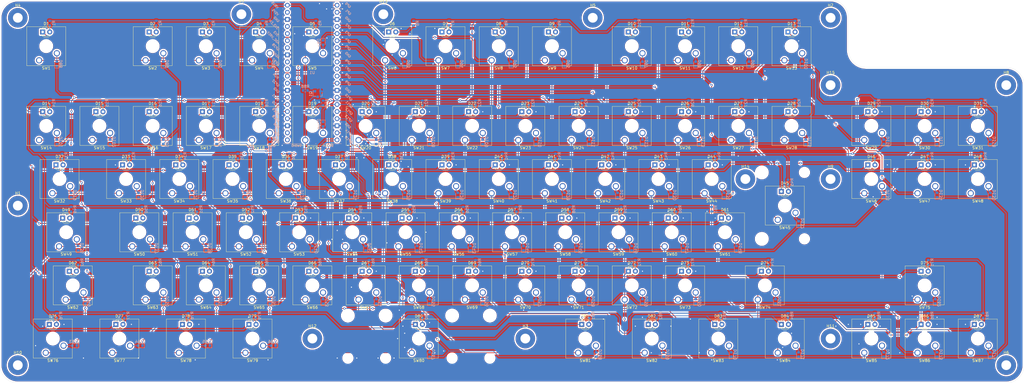
<source format=kicad_pcb>
(kicad_pcb (version 20171130) (host pcbnew "(5.1.10)-1")
  (layers (0 F.Cu signal) (31 B.Cu signal hide) (34 B.Paste user hide) (35 F.Paste user hide) (36 B.SilkS user hide) (37 F.SilkS user hide) (38 B.Mask user hide) (39 F.Mask user hide) (44 Edge.Cuts user))
  (net 0 "")
  (net 1 "Net-(D1-Pad2)")
  (net 2 GND)
  (net 3 Row0)
  (net 4 Row1)
  (net 5 Row2)
  (net 6 Row3)
  (net 7 Row4)
  (net 8 Row5)
  (net 9 PWM)
  (net 10 Col0)
  (net 11 Col1)
  (net 12 Col2)
  (net 13 Col3)
  (net 14 Col4)
  (net 15 Col5)
  (net 16 Col6)
  (net 17 Col7)
  (net 18 Col8)
  (net 19 Col9)
  (net 20 "Net-(D91-Pad2)")
  (net 21 "Net-(D92-Pad2)")
  (net 22 "Net-(D93-Pad2)")
  (net 23 "Net-(D94-Pad2)")
  (net 24 "Net-(D95-Pad2)")
  (net 25 "Net-(D96-Pad2)")
  (net 26 "Net-(D97-Pad2)")
  (net 27 Row6)
  (net 28 "Net-(D98-Pad2)")
  (net 29 Row7)
  (net 30 "Net-(D99-Pad2)")
  (net 31 Row8)
  (net 32 "Net-(D100-Pad2)")
  (net 33 "Net-(D101-Pad2)")
  (net 34 "Net-(D102-Pad2)")
  (net 35 "Net-(D103-Pad2)")
  (net 36 "Net-(D104-Pad2)")
  (net 37 "Net-(D105-Pad2)")
  (net 38 "Net-(D106-Pad2)")
  (net 39 "Net-(D107-Pad2)")
  (net 40 "Net-(D108-Pad2)")
  (net 41 "Net-(D109-Pad2)")
  (net 42 "Net-(D110-Pad2)")
  (net 43 "Net-(D111-Pad2)")
  (net 44 "Net-(D112-Pad2)")
  (net 45 "Net-(D113-Pad2)")
  (net 46 "Net-(D114-Pad2)")
  (net 47 "Net-(D115-Pad2)")
  (net 48 "Net-(D116-Pad2)")
  (net 49 "Net-(D117-Pad2)")
  (net 50 "Net-(D118-Pad2)")
  (net 51 "Net-(D119-Pad2)")
  (net 52 "Net-(D120-Pad2)")
  (net 53 "Net-(D121-Pad2)")
  (net 54 "Net-(D122-Pad2)")
  (net 55 "Net-(D123-Pad2)")
  (net 56 "Net-(D124-Pad2)")
  (net 57 "Net-(D125-Pad2)")
  (net 58 "Net-(D126-Pad2)")
  (net 59 "Net-(D127-Pad2)")
  (net 60 "Net-(D128-Pad2)")
  (net 61 "Net-(D129-Pad2)")
  (net 62 "Net-(D130-Pad2)")
  (net 63 "Net-(D131-Pad2)")
  (net 64 "Net-(D132-Pad2)")
  (net 65 "Net-(D133-Pad2)")
  (net 66 "Net-(D134-Pad2)")
  (net 67 "Net-(D135-Pad2)")
  (net 68 "Net-(D136-Pad2)")
  (net 69 "Net-(D137-Pad2)")
  (net 70 "Net-(D138-Pad2)")
  (net 71 "Net-(D139-Pad2)")
  (net 72 "Net-(D140-Pad2)")
  (net 73 "Net-(D141-Pad2)")
  (net 74 "Net-(D142-Pad2)")
  (net 75 "Net-(D143-Pad2)")
  (net 76 "Net-(D144-Pad2)")
  (net 77 "Net-(D145-Pad2)")
  (net 78 "Net-(D146-Pad2)")
  (net 79 "Net-(D147-Pad2)")
  (net 80 "Net-(D148-Pad2)")
  (net 81 "Net-(D149-Pad2)")
  (net 82 "Net-(D150-Pad2)")
  (net 83 "Net-(D151-Pad2)")
  (net 84 "Net-(D152-Pad2)")
  (net 85 "Net-(D153-Pad2)")
  (net 86 "Net-(D154-Pad2)")
  (net 87 "Net-(D155-Pad2)")
  (net 88 "Net-(D156-Pad2)")
  (net 89 "Net-(D157-Pad2)")
  (net 90 "Net-(D158-Pad2)")
  (net 91 "Net-(D159-Pad2)")
  (net 92 "Net-(D160-Pad2)")
  (net 93 "Net-(D161-Pad2)")
  (net 94 "Net-(D162-Pad2)")
  (net 95 "Net-(D163-Pad2)")
  (net 96 "Net-(D164-Pad2)")
  (net 97 "Net-(D165-Pad2)")
  (net 98 "Net-(D166-Pad2)")
  (net 99 "Net-(D167-Pad2)")
  (net 100 "Net-(D168-Pad2)")
  (net 101 "Net-(D169-Pad2)")
  (net 102 "Net-(D170-Pad2)")
  (net 103 "Net-(D171-Pad2)")
  (net 104 "Net-(D172-Pad2)")
  (net 105 "Net-(D173-Pad2)")
  (net 106 "Net-(D174-Pad2)")
  (net 107 "Net-(D16-Pad2)")
  (net 108 "Net-(D31-Pad2)")
  (net 109 "Net-(D46-Pad2)")
  (net 110 "Net-(D60-Pad2)")
  (net 111 "Net-(D74-Pad2)")
  (net 112 "Net-(D88-Pad2)")
  (net 113 "Net-(D89-Pad2)")
  (net 114 "Net-(D90-Pad2)")
  (net 115 Row9)
  (net 116 "Net-(D105-Pad1)")
  (net 117 "Net-(D1-Pad1)")
  (net 118 "Net-(D2-Pad2)")
  (net 119 "Net-(D3-Pad2)")
  (net 120 "Net-(D4-Pad2)")
  (net 121 "Net-(D5-Pad2)")
  (net 122 "Net-(D6-Pad2)")
  (net 123 "Net-(D7-Pad2)")
  (net 124 "Net-(D8-Pad2)")
  (net 125 "Net-(D9-Pad2)")
  (net 126 "Net-(D10-Pad2)")
  (net 127 "Net-(D11-Pad2)")
  (net 128 "Net-(D12-Pad2)")
  (net 129 "Net-(D13-Pad2)")
  (net 130 "Net-(D14-Pad2)")
  (net 131 "Net-(D15-Pad2)")
  (net 132 "Net-(D17-Pad2)")
  (net 133 "Net-(D18-Pad2)")
  (net 134 "Net-(D19-Pad2)")
  (net 135 "Net-(D20-Pad2)")
  (net 136 "Net-(D21-Pad2)")
  (net 137 "Net-(D22-Pad2)")
  (net 138 "Net-(D23-Pad2)")
  (net 139 "Net-(D24-Pad2)")
  (net 140 "Net-(D25-Pad2)")
  (net 141 "Net-(D26-Pad2)")
  (net 142 "Net-(D27-Pad2)")
  (net 143 "Net-(D28-Pad2)")
  (net 144 "Net-(D29-Pad2)")
  (net 145 "Net-(D30-Pad2)")
  (net 146 "Net-(D32-Pad2)")
  (net 147 "Net-(D33-Pad2)")
  (net 148 "Net-(D34-Pad2)")
  (net 149 "Net-(D35-Pad2)")
  (net 150 "Net-(D36-Pad2)")
  (net 151 "Net-(D37-Pad2)")
  (net 152 "Net-(D38-Pad2)")
  (net 153 "Net-(D39-Pad2)")
  (net 154 "Net-(D40-Pad2)")
  (net 155 "Net-(D41-Pad2)")
  (net 156 "Net-(D42-Pad2)")
  (net 157 "Net-(D43-Pad2)")
  (net 158 "Net-(D44-Pad2)")
  (net 159 "Net-(D45-Pad2)")
  (net 160 "Net-(D47-Pad2)")
  (net 161 "Net-(D48-Pad2)")
  (net 162 "Net-(D49-Pad2)")
  (net 163 "Net-(D50-Pad2)")
  (net 164 "Net-(D51-Pad2)")
  (net 165 "Net-(D52-Pad2)")
  (net 166 "Net-(D53-Pad2)")
  (net 167 "Net-(D54-Pad2)")
  (net 168 "Net-(D55-Pad2)")
  (net 169 "Net-(D56-Pad2)")
  (net 170 "Net-(D57-Pad2)")
  (net 171 "Net-(D58-Pad2)")
  (net 172 "Net-(D59-Pad2)")
  (net 173 "Net-(D61-Pad2)")
  (net 174 "Net-(D62-Pad2)")
  (net 175 "Net-(D63-Pad2)")
  (net 176 "Net-(D64-Pad2)")
  (net 177 "Net-(D65-Pad2)")
  (net 178 "Net-(D66-Pad2)")
  (net 179 "Net-(D67-Pad2)")
  (net 180 "Net-(D68-Pad2)")
  (net 181 "Net-(D69-Pad2)")
  (net 182 "Net-(D70-Pad2)")
  (net 183 "Net-(D71-Pad2)")
  (net 184 "Net-(D72-Pad2)")
  (net 185 "Net-(D73-Pad2)")
  (net 186 "Net-(D75-Pad2)")
  (net 187 "Net-(D76-Pad2)")
  (net 188 "Net-(D77-Pad2)")
  (net 189 "Net-(D78-Pad2)")
  (net 190 "Net-(D79-Pad2)")
  (net 191 "Net-(D80-Pad2)")
  (net 192 "Net-(D81-Pad2)")
  (net 193 "Net-(D82-Pad2)")
  (net 194 "Net-(D83-Pad2)")
  (net 195 "Net-(D84-Pad2)")
  (net 196 "Net-(D85-Pad2)")
  (net 197 "Net-(D86-Pad2)")
  (net 198 "Net-(D87-Pad2)")
  (net 199 VBUS)
  (net 200 "Net-(Q1-Pad1)")
  (module Button_Switch_Keyboard:SW_Cherry_MX_1.00u_PCB (layer F.Cu) (at 155.575 123.825)
    (fp_text reference SW37 (at 0 7.874 180) (layer F.SilkS))
    (fp_text value CherryMX)
    (pad 1 thru_hole circle (at -2.54 5.08 180) (size 2.2 2.2) (drill 1.5) (layers *.Cu *.Mask) (net 10 Col0))
    (pad 2 thru_hole circle (at 3.81 2.54 180) (size 2.2 2.2) (drill 1.5) (layers *.Cu *.Mask) (net 56 "Net-(D124-Pad2)"))
    (pad "" np_thru_hole circle (at 0 0 180) (size 4 4) (drill 4) (layers *.Cu *.Mask))
  )
  (module Button_Switch_Keyboard:SW_Cherry_MX_1.00u_PCB (layer F.Cu) (at 174.625 123.825)
    (fp_text reference SW38 (at 0 7.874 180) (layer F.SilkS))
    (fp_text value CherryMX)
    (pad 1 thru_hole circle (at -2.54 5.08 180) (size 2.2 2.2) (drill 1.5) (layers *.Cu *.Mask) (net 11 Col1))
    (pad 2 thru_hole circle (at 3.81 2.54 180) (size 2.2 2.2) (drill 1.5) (layers *.Cu *.Mask) (net 57 "Net-(D125-Pad2)"))
    (pad "" np_thru_hole circle (at 0 0 180) (size 4 4) (drill 4) (layers *.Cu *.Mask))
  )
  (module Button_Switch_Keyboard:SW_Cherry_MX_1.00u_PCB (layer F.Cu) (at 212.725 123.825)
    (fp_text reference SW40 (at 0 7.874 180) (layer F.SilkS))
    (fp_text value CherryMX)
    (pad 1 thru_hole circle (at -2.54 5.08 180) (size 2.2 2.2) (drill 1.5) (layers *.Cu *.Mask) (net 13 Col3))
    (pad 2 thru_hole circle (at 3.81 2.54 180) (size 2.2 2.2) (drill 1.5) (layers *.Cu *.Mask) (net 59 "Net-(D127-Pad2)"))
    (pad "" np_thru_hole circle (at 0 0 180) (size 4 4) (drill 4) (layers *.Cu *.Mask))
  )
  (module Button_Switch_Keyboard:SW_Cherry_MX_1.25u_PCB (layer F.Cu) (at 55.563 123.825)
    (fp_text reference SW32 (at 0 7.874 180) (layer F.SilkS))
    (fp_text value CherryMX)
    (pad 1 thru_hole circle (at -2.54 5.08 180) (size 2.2 2.2) (drill 1.5) (layers *.Cu *.Mask) (net 13 Col3))
    (pad 2 thru_hole circle (at 3.81 2.54 180) (size 2.2 2.2) (drill 1.5) (layers *.Cu *.Mask) (net 51 "Net-(D119-Pad2)"))
    (pad "" np_thru_hole circle (at 0 0 180) (size 4 4) (drill 4) (layers *.Cu *.Mask))
  )
  (module Button_Switch_Keyboard:SW_Cherry_MX_1.25u_PCB (layer F.Cu) (at 267.4935 180.975)
    (fp_text reference SW82 (at 0 7.874 180) (layer F.SilkS))
    (fp_text value CherryMX)
    (pad 1 thru_hole circle (at -2.54 5.08 180) (size 2.2 2.2) (drill 1.5) (layers *.Cu *.Mask) (net 12 Col2))
    (pad 2 thru_hole circle (at 3.81 2.54 180) (size 2.2 2.2) (drill 1.5) (layers *.Cu *.Mask) (net 101 "Net-(D169-Pad2)"))
    (pad "" np_thru_hole circle (at 0 0 180) (size 4 4) (drill 4) (layers *.Cu *.Mask))
  )
  (module Button_Switch_Keyboard:SW_Cherry_MX_1.75u_PCB (layer F.Cu) (at 307.975 161.925)
    (fp_text reference SW74 (at 0 7.874 180) (layer F.SilkS))
    (fp_text value CherryMX)
    (pad 1 thru_hole circle (at -2.54 5.08 180) (size 2.2 2.2) (drill 1.5) (layers *.Cu *.Mask) (net 17 Col7))
    (pad 2 thru_hole circle (at 3.81 2.54 180) (size 2.2 2.2) (drill 1.5) (layers *.Cu *.Mask) (net 93 "Net-(D161-Pad2)"))
    (pad "" np_thru_hole circle (at 0 0) (size 4 4) (drill 4) (layers *.Cu *.Mask))
  )
  (module Button_Switch_Keyboard:SW_Cherry_MX_1.00u_PCB (layer F.Cu) (at 279.4 161.925)
    (fp_text reference SW73 (at 0 7.874 180) (layer F.SilkS))
    (fp_text value CherryMX)
    (pad 1 thru_hole circle (at -2.54 5.08 180) (size 2.2 2.2) (drill 1.5) (layers *.Cu *.Mask) (net 16 Col6))
    (pad 2 thru_hole circle (at 3.81 2.54 180) (size 2.2 2.2) (drill 1.5) (layers *.Cu *.Mask) (net 92 "Net-(D160-Pad2)"))
    (pad "" np_thru_hole circle (at 0 0 180) (size 4 4) (drill 4) (layers *.Cu *.Mask))
  )
  (module Button_Switch_Keyboard:SW_Cherry_MX_1.00u_PCB (layer F.Cu) (at 260.35 161.925)
    (fp_text reference SW72 (at 0 7.874 180) (layer F.SilkS))
    (fp_text value CherryMX)
    (pad 1 thru_hole circle (at -2.54 5.08 180) (size 2.2 2.2) (drill 1.5) (layers *.Cu *.Mask) (net 15 Col5))
    (pad 2 thru_hole circle (at 3.81 2.54 180) (size 2.2 2.2) (drill 1.5) (layers *.Cu *.Mask) (net 91 "Net-(D159-Pad2)"))
    (pad "" np_thru_hole circle (at 0 0 180) (size 4 4) (drill 4) (layers *.Cu *.Mask))
  )
  (module Button_Switch_Keyboard:SW_Cherry_MX_1.00u_PCB (layer F.Cu) (at 222.25 104.775)
    (fp_text reference SW23 (at 0 7.874 180) (layer F.SilkS))
    (fp_text value CherryMX)
    (pad 1 thru_hole circle (at -2.54 5.08 180) (size 2.2 2.2) (drill 1.5) (layers *.Cu *.Mask) (net 14 Col4))
    (pad 2 thru_hole circle (at 3.81 2.54 180) (size 2.2 2.2) (drill 1.5) (layers *.Cu *.Mask) (net 42 "Net-(D110-Pad2)"))
    (pad "" np_thru_hole circle (at 0 0 180) (size 4 4) (drill 4) (layers *.Cu *.Mask))
  )
  (module Button_Switch_Keyboard:SW_Cherry_MX_1.00u_PCB (layer F.Cu) (at 160.3375 142.875)
    (fp_text reference SW54 (at 0 7.874 180) (layer F.SilkS))
    (fp_text value CherryMX)
    (pad 1 thru_hole circle (at -2.54 5.08 180) (size 2.2 2.2) (drill 1.5) (layers *.Cu *.Mask) (net 10 Col0))
    (pad 2 thru_hole circle (at 3.81 2.54 180) (size 2.2 2.2) (drill 1.5) (layers *.Cu *.Mask) (net 73 "Net-(D141-Pad2)"))
    (pad "" np_thru_hole circle (at 0 0 180) (size 4 4) (drill 4) (layers *.Cu *.Mask))
  )
  (module Button_Switch_Keyboard:SW_Cherry_MX_1.00u_PCB (layer F.Cu) (at 165.1 104.775)
    (fp_text reference SW20 (at 0 7.874 180) (layer F.SilkS))
    (fp_text value CherryMX)
    (pad 1 thru_hole circle (at -2.54 5.08 180) (size 2.2 2.2) (drill 1.5) (layers *.Cu *.Mask) (net 11 Col1))
    (pad 2 thru_hole circle (at 3.81 2.54 180) (size 2.2 2.2) (drill 1.5) (layers *.Cu *.Mask) (net 39 "Net-(D107-Pad2)"))
    (pad "" np_thru_hole circle (at 0 0 180) (size 4 4) (drill 4) (layers *.Cu *.Mask))
  )
  (module Resistor_SMD:R_0603_1608Metric (layer B.Cu) (at 149.86 96.52 90)
    (fp_text reference R19 (at 0 1.43 90) (layer B.SilkS) (effects (justify mirror)))
    (fp_text value 630)
    (pad 2 smd roundrect (at 0.825 0 90) (size 0.8 0.95) (layers B.Cu B.Paste B.Mask) (net 199 VBUS))
    (pad 1 smd roundrect (at -0.825 0 90) (size 0.8 0.95) (layers B.Cu B.Paste B.Mask) (net 134 "Net-(D19-Pad2)"))
  )
  (module Button_Switch_Keyboard:SW_Cherry_MX_1.25u_PCB (layer F.Cu) (at 53.181 180.975)
    (fp_text reference SW76 (at 0 7.874 180) (layer F.SilkS))
    (fp_text value CherryMX)
    (pad 1 thru_hole circle (at -2.54 5.08 180) (size 2.2 2.2) (drill 1.5) (layers *.Cu *.Mask) (net 10 Col0))
    (pad 2 thru_hole circle (at 3.81 2.54 180) (size 2.2 2.2) (drill 1.5) (layers *.Cu *.Mask) (net 95 "Net-(D163-Pad2)"))
    (pad "" np_thru_hole circle (at 0 0 180) (size 4 4) (drill 4) (layers *.Cu *.Mask))
  )
  (module Button_Switch_Keyboard:SW_Cherry_MX_1.00u_PCB (layer F.Cu) (at 103.1875 142.875)
    (fp_text reference SW51 (at 0 7.874 180) (layer F.SilkS))
    (fp_text value CherryMX)
    (pad 1 thru_hole circle (at -2.54 5.08 180) (size 2.2 2.2) (drill 1.5) (layers *.Cu *.Mask) (net 12 Col2))
    (pad 2 thru_hole circle (at 3.81 2.54 180) (size 2.2 2.2) (drill 1.5) (layers *.Cu *.Mask) (net 70 "Net-(D138-Pad2)"))
    (pad "" np_thru_hole circle (at 0 0 180) (size 4 4) (drill 4) (layers *.Cu *.Mask))
  )
  (module Button_Switch_Keyboard:SW_Cherry_MX_1.00u_PCB (layer F.Cu) (at 122.2375 142.875)
    (fp_text reference SW52 (at 0 7.874 180) (layer F.SilkS))
    (fp_text value CherryMX)
    (pad 1 thru_hole circle (at -2.54 5.08 180) (size 2.2 2.2) (drill 1.5) (layers *.Cu *.Mask) (net 12 Col2))
    (pad 2 thru_hole circle (at 3.81 2.54 180) (size 2.2 2.2) (drill 1.5) (layers *.Cu *.Mask) (net 71 "Net-(D139-Pad2)"))
    (pad "" np_thru_hole circle (at 0 0 180) (size 4 4) (drill 4) (layers *.Cu *.Mask))
  )
  (module Button_Switch_Keyboard:SW_Cherry_MX_1.00u_PCB (layer F.Cu) (at 146.05 104.775)
    (fp_text reference SW19 (at 0 7.874 180) (layer F.SilkS))
    (fp_text value CherryMX)
    (pad 1 thru_hole circle (at -2.54 5.08 180) (size 2.2 2.2) (drill 1.5) (layers *.Cu *.Mask) (net 10 Col0))
    (pad 2 thru_hole circle (at 3.81 2.54 180) (size 2.2 2.2) (drill 1.5) (layers *.Cu *.Mask) (net 38 "Net-(D106-Pad2)"))
    (pad "" np_thru_hole circle (at 0 0 180) (size 4 4) (drill 4) (layers *.Cu *.Mask))
  )
  (module Button_Switch_Keyboard:SW_Cherry_MX_1.00u_PCB (layer F.Cu) (at 127 104.775)
    (fp_text reference SW18 (at 0 7.874 180) (layer F.SilkS))
    (fp_text value CherryMX)
    (pad 1 thru_hole circle (at -2.54 5.08 180) (size 2.2 2.2) (drill 1.5) (layers *.Cu *.Mask) (net 14 Col4))
    (pad 2 thru_hole circle (at 3.81 2.54 180) (size 2.2 2.2) (drill 1.5) (layers *.Cu *.Mask) (net 37 "Net-(D105-Pad2)"))
    (pad "" np_thru_hole circle (at 0 0 180) (size 4 4) (drill 4) (layers *.Cu *.Mask))
  )
  (module Button_Switch_Keyboard:SW_Cherry_MX_1.00u_PCB (layer F.Cu) (at 127 76.2)
    (fp_text reference SW4 (at 0 7.874 180) (layer F.SilkS))
    (fp_text value CherryMX)
    (pad 1 thru_hole circle (at -2.54 5.08 180) (size 2.2 2.2) (drill 1.5) (layers *.Cu *.Mask) (net 15 Col5))
    (pad 2 thru_hole circle (at 3.81 2.54 180) (size 2.2 2.2) (drill 1.5) (layers *.Cu *.Mask) (net 20 "Net-(D91-Pad2)"))
    (pad "" np_thru_hole circle (at 0 0 180) (size 4 4) (drill 4) (layers *.Cu *.Mask))
  )
  (module Button_Switch_Keyboard:SW_Cherry_MX_1.00u_PCB (layer F.Cu) (at 255.5875 142.875)
    (fp_text reference SW59 (at 0 7.874 180) (layer F.SilkS))
    (fp_text value CherryMX)
    (pad 1 thru_hole circle (at -2.54 5.08 180) (size 2.2 2.2) (drill 1.5) (layers *.Cu *.Mask) (net 15 Col5))
    (pad 2 thru_hole circle (at 3.81 2.54 180) (size 2.2 2.2) (drill 1.5) (layers *.Cu *.Mask) (net 78 "Net-(D146-Pad2)"))
    (pad "" np_thru_hole circle (at 0 0 180) (size 4 4) (drill 4) (layers *.Cu *.Mask))
  )
  (module Resistor_SMD:R_0603_1608Metric (layer B.Cu) (at 309.245 153.67 90)
    (fp_text reference R74 (at 0 1.43 90) (layer B.SilkS) (effects (justify mirror)))
    (fp_text value 630)
    (pad 2 smd roundrect (at 0.825 0 90) (size 0.8 0.95) (layers B.Cu B.Paste B.Mask) (net 199 VBUS))
    (pad 1 smd roundrect (at -0.825 0 90) (size 0.8 0.95) (layers B.Cu B.Paste B.Mask) (net 111 "Net-(D74-Pad2)"))
  )
  (module Button_Switch_Keyboard:SW_Cherry_MX_1.25u_PCB (layer F.Cu) (at 100.806 180.975)
    (fp_text reference SW78 (at 0 7.874 180) (layer F.SilkS))
    (fp_text value CherryMX)
    (pad 1 thru_hole circle (at -2.54 5.08 180) (size 2.2 2.2) (drill 1.5) (layers *.Cu *.Mask) (net 10 Col0))
    (pad 2 thru_hole circle (at 3.81 2.54 180) (size 2.2 2.2) (drill 1.5) (layers *.Cu *.Mask) (net 97 "Net-(D165-Pad2)"))
    (pad "" np_thru_hole circle (at 0 0 180) (size 4 4) (drill 4) (layers *.Cu *.Mask))
  )
  (module Button_Switch_Keyboard:SW_Cherry_MX_1.00u_PCB (layer F.Cu) (at 193.675 123.825)
    (fp_text reference SW39 (at 0 7.874 180) (layer F.SilkS))
    (fp_text value CherryMX)
    (pad 1 thru_hole circle (at -2.54 5.08 180) (size 2.2 2.2) (drill 1.5) (layers *.Cu *.Mask) (net 12 Col2))
    (pad 2 thru_hole circle (at 3.81 2.54 180) (size 2.2 2.2) (drill 1.5) (layers *.Cu *.Mask) (net 58 "Net-(D126-Pad2)"))
    (pad "" np_thru_hole circle (at 0 0 180) (size 4 4) (drill 4) (layers *.Cu *.Mask))
  )
  (module Button_Switch_Keyboard:SW_Cherry_MX_1.00u_PCB (layer F.Cu) (at 88.9 76.2)
    (fp_text reference SW2 (at 0 7.874 180) (layer F.SilkS))
    (fp_text value CherryMX)
    (pad 1 thru_hole circle (at -2.54 5.08 180) (size 2.2 2.2) (drill 1.5) (layers *.Cu *.Mask) (net 15 Col5))
    (pad 2 thru_hole circle (at 3.81 2.54 180) (size 2.2 2.2) (drill 1.5) (layers *.Cu *.Mask) (net 113 "Net-(D89-Pad2)"))
    (pad "" np_thru_hole circle (at 0 0 180) (size 4 4) (drill 4) (layers *.Cu *.Mask))
  )
  (module Button_Switch_Keyboard:SW_Cherry_MX_1.00u_PCB (layer F.Cu) (at 346.075 123.825)
    (fp_text reference SW46 (at 0 7.874 180) (layer F.SilkS))
    (fp_text value CherryMX)
    (pad 1 thru_hole circle (at -2.54 5.08 180) (size 2.2 2.2) (drill 1.5) (layers *.Cu *.Mask) (net 19 Col9))
    (pad 2 thru_hole circle (at 3.81 2.54 180) (size 2.2 2.2) (drill 1.5) (layers *.Cu *.Mask) (net 65 "Net-(D133-Pad2)"))
    (pad "" np_thru_hole circle (at 0 0 180) (size 4 4) (drill 4) (layers *.Cu *.Mask))
  )
  (module Button_Switch_Keyboard:SW_Cherry_MX_1.00u_PCB (layer F.Cu) (at 79.375 123.825)
    (fp_text reference SW33 (at 0 7.874 180) (layer F.SilkS))
    (fp_text value CherryMX)
    (pad 1 thru_hole circle (at -2.54 5.08 180) (size 2.2 2.2) (drill 1.5) (layers *.Cu *.Mask) (net 13 Col3))
    (pad 2 thru_hole circle (at 3.81 2.54 180) (size 2.2 2.2) (drill 1.5) (layers *.Cu *.Mask) (net 52 "Net-(D120-Pad2)"))
    (pad "" np_thru_hole circle (at 0 0 180) (size 4 4) (drill 4) (layers *.Cu *.Mask))
  )
  (module Button_Switch_Keyboard:SW_Cherry_MX_1.00u_PCB (layer F.Cu) (at 107.95 104.775)
    (fp_text reference SW17 (at 0 7.874 180) (layer F.SilkS))
    (fp_text value CherryMX)
    (pad 1 thru_hole circle (at -2.54 5.08 180) (size 2.2 2.2) (drill 1.5) (layers *.Cu *.Mask) (net 14 Col4))
    (pad 2 thru_hole circle (at 3.81 2.54 180) (size 2.2 2.2) (drill 1.5) (layers *.Cu *.Mask) (net 36 "Net-(D104-Pad2)"))
    (pad "" np_thru_hole circle (at 0 0 180) (size 4 4) (drill 4) (layers *.Cu *.Mask))
  )
  (module Button_Switch_Keyboard:SW_Cherry_MX_1.00u_PCB (layer F.Cu) (at 279.4 104.775)
    (fp_text reference SW26 (at 0 7.874 180) (layer F.SilkS))
    (fp_text value CherryMX)
    (pad 1 thru_hole circle (at -2.54 5.08 180) (size 2.2 2.2) (drill 1.5) (layers *.Cu *.Mask) (net 17 Col7))
    (pad 2 thru_hole circle (at 3.81 2.54 180) (size 2.2 2.2) (drill 1.5) (layers *.Cu *.Mask) (net 45 "Net-(D113-Pad2)"))
    (pad "" np_thru_hole circle (at 0 0 180) (size 4 4) (drill 4) (layers *.Cu *.Mask))
  )
  (module Button_Switch_Keyboard:SW_Cherry_MX_1.00u_PCB (layer F.Cu) (at 384.175 104.775)
    (fp_text reference SW31 (at 0 7.874 180) (layer F.SilkS))
    (fp_text value CherryMX)
    (pad 1 thru_hole circle (at -2.54 5.08 180) (size 2.2 2.2) (drill 1.5) (layers *.Cu *.Mask) (net 19 Col9))
    (pad 2 thru_hole circle (at 3.81 2.54 180) (size 2.2 2.2) (drill 1.5) (layers *.Cu *.Mask) (net 50 "Net-(D118-Pad2)"))
    (pad "" np_thru_hole circle (at 0 0 180) (size 4 4) (drill 4) (layers *.Cu *.Mask))
  )
  (module Button_Switch_Keyboard:SW_Cherry_MX_1.00u_PCB (layer F.Cu) (at 212.725 76.2)
    (fp_text reference SW8 (at 0 7.874 180) (layer F.SilkS))
    (fp_text value CherryMX)
    (pad 1 thru_hole circle (at -2.54 5.08 180) (size 2.2 2.2) (drill 1.5) (layers *.Cu *.Mask) (net 13 Col3))
    (pad 2 thru_hole circle (at 3.81 2.54 180) (size 2.2 2.2) (drill 1.5) (layers *.Cu *.Mask) (net 24 "Net-(D95-Pad2)"))
    (pad "" np_thru_hole circle (at 0 0 180) (size 4 4) (drill 4) (layers *.Cu *.Mask))
  )
  (module RPi_Pico:RPi_Pico_SMD_TH (layer B.Cu) (at 145.9865 85.6615 180)
    (fp_text reference U1 (at 0 0 180) (layer B.SilkS) (effects (justify mirror)))
    (fp_text value Pico)
    (fp_text user SWDIO (at 5.6 -26.2 180) (layer B.SilkS) (effects (font (size 0.8 0.8)) (justify mirror)))
    (fp_text user SWCLK (at -5.7 -26.2 180) (layer B.SilkS) (effects (font (size 0.8 0.8)) (justify mirror)))
    (fp_text user AGND (at 13.054 6.35 135) (layer B.SilkS) (effects (font (size 0.8 0.8)) (justify mirror)))
    (fp_text user GND (at 12.8 19.05 135) (layer B.SilkS) (effects (font (size 0.8 0.8)) (justify mirror)))
    (fp_text user GND (at 12.8 -6.35 135) (layer B.SilkS) (effects (font (size 0.8 0.8)) (justify mirror)))
    (fp_text user GND (at 12.8 -19.05 135) (layer B.SilkS) (effects (font (size 0.8 0.8)) (justify mirror)))
    (fp_text user GND (at -12.8 -19.05 135) (layer B.SilkS) (effects (font (size 0.8 0.8)) (justify mirror)))
    (fp_text user GND (at -12.8 -6.35 135) (layer B.SilkS) (effects (font (size 0.8 0.8)) (justify mirror)))
    (fp_text user GND (at -12.8 6.35 135) (layer B.SilkS) (effects (font (size 0.8 0.8)) (justify mirror)))
    (fp_text user GND (at -12.8 19.05 135) (layer B.SilkS) (effects (font (size 0.8 0.8)) (justify mirror)))
    (fp_text user VBUS (at 13.3 24.2 135) (layer B.SilkS) (effects (font (size 0.8 0.8)) (justify mirror)))
    (fp_text user VSYS (at 13.2 21.59 135) (layer B.SilkS) (effects (font (size 0.8 0.8)) (justify mirror)))
    (fp_text user 3V3_EN (at 13.7 17.2 135) (layer B.SilkS) (effects (font (size 0.8 0.8)) (justify mirror)))
    (fp_text user 3V3 (at 12.9 13.9 135) (layer B.SilkS) (effects (font (size 0.8 0.8)) (justify mirror)))
    (fp_text user ADC_VREF (at 14 12.5 135) (layer B.SilkS) (effects (font (size 0.8 0.8)) (justify mirror)))
    (fp_text user GP28 (at 13.054 9.144 135) (layer B.SilkS) (effects (font (size 0.8 0.8)) (justify mirror)))
    (fp_text user GP27 (at 13.054 3.8 135) (layer B.SilkS) (effects (font (size 0.8 0.8)) (justify mirror)))
    (fp_text user GP26 (at 13.054 1.27 135) (layer B.SilkS) (effects (font (size 0.8 0.8)) (justify mirror)))
    (fp_text user RUN (at 13 -1.27 135) (layer B.SilkS) (effects (font (size 0.8 0.8)) (justify mirror)))
    (fp_text user GP22 (at 13.054 -3.81 135) (layer B.SilkS) (effects (font (size 0.8 0.8)) (justify mirror)))
    (fp_text user GP21 (at 13.054 -8.9 135) (layer B.SilkS) (effects (font (size 0.8 0.8)) (justify mirror)))
    (fp_text user GP20 (at 13.054 -11.43 135) (layer B.SilkS) (effects (font (size 0.8 0.8)) (justify mirror)))
    (fp_text user GP19 (at 13.054 -13.97 135) (layer B.SilkS) (effects (font (size 0.8 0.8)) (justify mirror)))
    (fp_text user GP18 (at 13.054 -16.51 135) (layer B.SilkS) (effects (font (size 0.8 0.8)) (justify mirror)))
    (fp_text user GP17 (at 13.054 -21.59 135) (layer B.SilkS) (effects (font (size 0.8 0.8)) (justify mirror)))
    (fp_text user GP16 (at 13.054 -24.13 135) (layer B.SilkS) (effects (font (size 0.8 0.8)) (justify mirror)))
    (fp_text user GP15 (at -13.054 -24.13 135) (layer B.SilkS) (effects (font (size 0.8 0.8)) (justify mirror)))
    (fp_text user GP14 (at -13.1 -21.59 135) (layer B.SilkS) (effects (font (size 0.8 0.8)) (justify mirror)))
    (fp_text user GP13 (at -13.054 -16.51 135) (layer B.SilkS) (effects (font (size 0.8 0.8)) (justify mirror)))
    (fp_text user GP12 (at -13.2 -13.97 135) (layer B.SilkS) (effects (font (size 0.8 0.8)) (justify mirror)))
    (fp_text user GP11 (at -13.2 -11.43 135) (layer B.SilkS) (effects (font (size 0.8 0.8)) (justify mirror)))
    (fp_text user GP10 (at -13.054 -8.89 135) (layer B.SilkS) (effects (font (size 0.8 0.8)) (justify mirror)))
    (fp_text user GP9 (at -12.8 -3.81 135) (layer B.SilkS) (effects (font (size 0.8 0.8)) (justify mirror)))
    (fp_text user GP8 (at -12.8 -1.27 135) (layer B.SilkS) (effects (font (size 0.8 0.8)) (justify mirror)))
    (fp_text user GP7 (at -12.7 1.3 135) (layer B.SilkS) (effects (font (size 0.8 0.8)) (justify mirror)))
    (fp_text user GP6 (at -12.8 3.81 135) (layer B.SilkS) (effects (font (size 0.8 0.8)) (justify mirror)))
    (fp_text user GP5 (at -12.8 8.89 135) (layer B.SilkS) (effects (font (size 0.8 0.8)) (justify mirror)))
    (fp_text user GP4 (at -12.8 11.43 135) (layer B.SilkS) (effects (font (size 0.8 0.8)) (justify mirror)))
    (fp_text user GP3 (at -12.8 13.97 135) (layer B.SilkS) (effects (font (size 0.8 0.8)) (justify mirror)))
    (fp_text user GP0 (at -12.8 24.13 135) (layer B.SilkS) (effects (font (size 0.8 0.8)) (justify mirror)))
    (fp_text user GP2 (at -12.9 16.51 135) (layer B.SilkS) (effects (font (size 0.8 0.8)) (justify mirror)))
    (fp_text user GP1 (at -12.9 21.6 135) (layer B.SilkS) (effects (font (size 0.8 0.8)) (justify mirror)))
    (pad 40 thru_hole oval (at 8.89 24.13 180) (size 1.7 1.7) (drill 1.02) (layers *.Cu *.Mask) (net 199 VBUS))
    (pad 39 thru_hole oval (at 8.89 21.59 180) (size 1.7 1.7) (drill 1.02) (layers *.Cu *.Mask))
    (pad 38 thru_hole rect (at 8.89 19.05 180) (size 1.7 1.7) (drill 1.02) (layers *.Cu *.Mask) (net 2 GND))
    (pad 37 thru_hole oval (at 8.89 16.51 180) (size 1.7 1.7) (drill 1.02) (layers *.Cu *.Mask))
    (pad 36 thru_hole oval (at 8.89 13.97 180) (size 1.7 1.7) (drill 1.02) (layers *.Cu *.Mask))
    (pad 35 thru_hole oval (at 8.89 11.43 180) (size 1.7 1.7) (drill 1.02) (layers *.Cu *.Mask))
    (pad 34 thru_hole oval (at 8.89 8.89 180) (size 1.7 1.7) (drill 1.02) (layers *.Cu *.Mask))
    (pad 33 thru_hole rect (at 8.89 6.35 180) (size 1.7 1.7) (drill 1.02) (layers *.Cu *.Mask) (net 2 GND))
    (pad 32 thru_hole oval (at 8.89 3.81 180) (size 1.7 1.7) (drill 1.02) (layers *.Cu *.Mask))
    (pad 31 thru_hole oval (at 8.89 1.27 180) (size 1.7 1.7) (drill 1.02) (layers *.Cu *.Mask))
    (pad 30 thru_hole oval (at 8.89 -1.27 180) (size 1.7 1.7) (drill 1.02) (layers *.Cu *.Mask))
    (pad 29 thru_hole oval (at 8.89 -3.81 180) (size 1.7 1.7) (drill 1.02) (layers *.Cu *.Mask) (net 9 PWM))
    (pad 28 thru_hole rect (at 8.89 -6.35 180) (size 1.7 1.7) (drill 1.02) (layers *.Cu *.Mask) (net 2 GND))
    (pad 27 thru_hole oval (at 8.89 -8.89 180) (size 1.7 1.7) (drill 1.02) (layers *.Cu *.Mask) (net 27 Row6))
    (pad 26 thru_hole oval (at 8.89 -11.43 180) (size 1.7 1.7) (drill 1.02) (layers *.Cu *.Mask) (net 29 Row7))
    (pad 25 thru_hole oval (at 8.89 -13.97 180) (size 1.7 1.7) (drill 1.02) (layers *.Cu *.Mask) (net 31 Row8))
    (pad 24 thru_hole oval (at 8.89 -16.51 180) (size 1.7 1.7) (drill 1.02) (layers *.Cu *.Mask) (net 115 Row9))
    (pad 23 thru_hole rect (at 8.89 -19.05 180) (size 1.7 1.7) (drill 1.02) (layers *.Cu *.Mask) (net 2 GND))
    (pad 22 thru_hole oval (at 8.89 -21.59 180) (size 1.7 1.7) (drill 1.02) (layers *.Cu *.Mask))
    (pad 21 thru_hole oval (at 8.89 -24.13 180) (size 1.7 1.7) (drill 1.02) (layers *.Cu *.Mask))
    (pad 20 thru_hole oval (at -8.89 -24.13 180) (size 1.7 1.7) (drill 1.02) (layers *.Cu *.Mask) (net 8 Row5))
    (pad 19 thru_hole oval (at -8.89 -21.59 180) (size 1.7 1.7) (drill 1.02) (layers *.Cu *.Mask) (net 7 Row4))
    (pad 18 thru_hole rect (at -8.89 -19.05 180) (size 1.7 1.7) (drill 1.02) (layers *.Cu *.Mask) (net 2 GND))
    (pad 17 thru_hole oval (at -8.89 -16.51 180) (size 1.7 1.7) (drill 1.02) (layers *.Cu *.Mask) (net 5 Row2))
    (pad 16 thru_hole oval (at -8.89 -13.97 180) (size 1.7 1.7) (drill 1.02) (layers *.Cu *.Mask) (net 6 Row3))
    (pad 15 thru_hole oval (at -8.89 -11.43 180) (size 1.7 1.7) (drill 1.02) (layers *.Cu *.Mask) (net 4 Row1))
    (pad 14 thru_hole oval (at -8.89 -8.89 180) (size 1.7 1.7) (drill 1.02) (layers *.Cu *.Mask) (net 14 Col4))
    (pad 13 thru_hole rect (at -8.89 -6.35 180) (size 1.7 1.7) (drill 1.02) (layers *.Cu *.Mask) (net 2 GND))
    (pad 12 thru_hole oval (at -8.89 -3.81 180) (size 1.7 1.7) (drill 1.02) (layers *.Cu *.Mask) (net 15 Col5))
    (pad 11 thru_hole oval (at -8.89 -1.27 180) (size 1.7 1.7) (drill 1.02) (layers *.Cu *.Mask) (net 16 Col6))
    (pad 10 thru_hole oval (at -8.89 1.27 180) (size 1.7 1.7) (drill 1.02) (layers *.Cu *.Mask) (net 17 Col7))
    (pad 9 thru_hole oval (at -8.89 3.81 180) (size 1.7 1.7) (drill 1.02) (layers *.Cu *.Mask) (net 11 Col1))
    (pad 8 thru_hole rect (at -8.89 6.35 180) (size 1.7 1.7) (drill 1.02) (layers *.Cu *.Mask) (net 2 GND))
    (pad 7 thru_hole oval (at -8.89 8.89 180) (size 1.7 1.7) (drill 1.02) (layers *.Cu *.Mask) (net 18 Col8))
    (pad 6 thru_hole oval (at -8.89 11.43 180) (size 1.7 1.7) (drill 1.02) (layers *.Cu *.Mask) (net 19 Col9))
    (pad 5 thru_hole oval (at -8.89 13.97 180) (size 1.7 1.7) (drill 1.02) (layers *.Cu *.Mask) (net 3 Row0))
    (pad 4 thru_hole oval (at -8.89 16.51 180) (size 1.7 1.7) (drill 1.02) (layers *.Cu *.Mask) (net 12 Col2))
    (pad 3 thru_hole rect (at -8.89 19.05 180) (size 1.7 1.7) (drill 1.02) (layers *.Cu *.Mask) (net 2 GND))
    (pad 2 thru_hole oval (at -8.89 21.59 180) (size 1.7 1.7) (drill 1.02) (layers *.Cu *.Mask) (net 13 Col3))
    (pad 1 thru_hole oval (at -8.89 24.13 180) (size 1.7 1.7) (drill 1.02) (layers *.Cu *.Mask) (net 10 Col0))
  )
  (module Package_TO_SOT_SMD:SOT-23 (layer B.Cu) (at 147.955 93.345 270)
    (fp_text reference Q1 (at 0 2.5 270) (layer B.SilkS) (effects (justify mirror)))
    (fp_text value 2N7002)
    (pad 3 smd rect (at 1 0 270) (size 0.9 0.8) (layers B.Cu B.Paste B.Mask) (net 117 "Net-(D1-Pad1)"))
    (pad 2 smd rect (at -1 -0.95 270) (size 0.9 0.8) (layers B.Cu B.Paste B.Mask) (net 2 GND))
    (pad 1 smd rect (at -1 0.95 270) (size 0.9 0.8) (layers B.Cu B.Paste B.Mask) (net 200 "Net-(Q1-Pad1)"))
  )
  (module Resistor_SMD:R_0603_1608Metric (layer B.Cu) (at 143.51 92.075 180)
    (fp_text reference R88 (at 0 1.43) (layer B.SilkS) (effects (justify mirror)))
    (fp_text value 100)
    (pad 2 smd roundrect (at 0.825 0 180) (size 0.8 0.95) (layers B.Cu B.Paste B.Mask) (net 9 PWM))
    (pad 1 smd roundrect (at -0.825 0 180) (size 0.8 0.95) (layers B.Cu B.Paste B.Mask) (net 200 "Net-(Q1-Pad1)"))
  )
  (module Resistor_SMD:R_0603_1608Metric (layer B.Cu) (at 386.08 172.72 90)
    (fp_text reference R87 (at 0 1.43 90) (layer B.SilkS) (effects (justify mirror)))
    (fp_text value 630)
    (pad 2 smd roundrect (at 0.825 0 90) (size 0.8 0.95) (layers B.Cu B.Paste B.Mask) (net 199 VBUS))
    (pad 1 smd roundrect (at -0.825 0 90) (size 0.8 0.95) (layers B.Cu B.Paste B.Mask) (net 198 "Net-(D87-Pad2)"))
  )
  (module Resistor_SMD:R_0603_1608Metric (layer B.Cu) (at 366.395 172.72 90)
    (fp_text reference R86 (at 0 1.43 90) (layer B.SilkS) (effects (justify mirror)))
    (fp_text value 630)
    (pad 2 smd roundrect (at 0.825 0 90) (size 0.8 0.95) (layers B.Cu B.Paste B.Mask) (net 199 VBUS))
    (pad 1 smd roundrect (at -0.825 0 90) (size 0.8 0.95) (layers B.Cu B.Paste B.Mask) (net 197 "Net-(D86-Pad2)"))
  )
  (module Resistor_SMD:R_0603_1608Metric (layer B.Cu) (at 347.345 172.72 90)
    (fp_text reference R85 (at 0 1.43 90) (layer B.SilkS) (effects (justify mirror)))
    (fp_text value 630)
    (pad 2 smd roundrect (at 0.825 0 90) (size 0.8 0.95) (layers B.Cu B.Paste B.Mask) (net 199 VBUS))
    (pad 1 smd roundrect (at -0.825 0 90) (size 0.8 0.95) (layers B.Cu B.Paste B.Mask) (net 196 "Net-(D85-Pad2)"))
  )
  (module Resistor_SMD:R_0603_1608Metric (layer B.Cu) (at 316.23 172.72 90)
    (fp_text reference R84 (at 0 1.43 90) (layer B.SilkS) (effects (justify mirror)))
    (fp_text value 630)
    (pad 2 smd roundrect (at 0.825 0 90) (size 0.8 0.95) (layers B.Cu B.Paste B.Mask) (net 199 VBUS))
    (pad 1 smd roundrect (at -0.825 0 90) (size 0.8 0.95) (layers B.Cu B.Paste B.Mask) (net 195 "Net-(D84-Pad2)"))
  )
  (module Resistor_SMD:R_0603_1608Metric (layer B.Cu) (at 292.1 172.72 90)
    (fp_text reference R83 (at 0 1.43 90) (layer B.SilkS) (effects (justify mirror)))
    (fp_text value 630)
    (pad 2 smd roundrect (at 0.825 0 90) (size 0.8 0.95) (layers B.Cu B.Paste B.Mask) (net 199 VBUS))
    (pad 1 smd roundrect (at -0.825 0 90) (size 0.8 0.95) (layers B.Cu B.Paste B.Mask) (net 194 "Net-(D83-Pad2)"))
  )
  (module Resistor_SMD:R_0603_1608Metric (layer B.Cu) (at 269.24 172.72 90)
    (fp_text reference R82 (at 0 1.43 90) (layer B.SilkS) (effects (justify mirror)))
    (fp_text value 630)
    (pad 2 smd roundrect (at 0.825 0 90) (size 0.8 0.95) (layers B.Cu B.Paste B.Mask) (net 199 VBUS))
    (pad 1 smd roundrect (at -0.825 0 90) (size 0.8 0.95) (layers B.Cu B.Paste B.Mask) (net 193 "Net-(D82-Pad2)"))
  )
  (module Resistor_SMD:R_0603_1608Metric (layer B.Cu) (at 245.11 172.72 90)
    (fp_text reference R81 (at 0 1.43 90) (layer B.SilkS) (effects (justify mirror)))
    (fp_text value 630)
    (pad 2 smd roundrect (at 0.825 0 90) (size 0.8 0.95) (layers B.Cu B.Paste B.Mask) (net 199 VBUS))
    (pad 1 smd roundrect (at -0.825 0 90) (size 0.8 0.95) (layers B.Cu B.Paste B.Mask) (net 192 "Net-(D81-Pad2)"))
  )
  (module Resistor_SMD:R_0603_1608Metric (layer B.Cu) (at 185.42 172.72 90)
    (fp_text reference R80 (at 0 1.43 90) (layer B.SilkS) (effects (justify mirror)))
    (fp_text value 630)
    (pad 2 smd roundrect (at 0.825 0 90) (size 0.8 0.95) (layers B.Cu B.Paste B.Mask) (net 199 VBUS))
    (pad 1 smd roundrect (at -0.825 0 90) (size 0.8 0.95) (layers B.Cu B.Paste B.Mask) (net 191 "Net-(D80-Pad2)"))
  )
  (module Resistor_SMD:R_0603_1608Metric (layer B.Cu) (at 125.73 172.72 90)
    (fp_text reference R79 (at 0 1.43 90) (layer B.SilkS) (effects (justify mirror)))
    (fp_text value 630)
    (pad 2 smd roundrect (at 0.825 0 90) (size 0.8 0.95) (layers B.Cu B.Paste B.Mask) (net 199 VBUS))
    (pad 1 smd roundrect (at -0.825 0 90) (size 0.8 0.95) (layers B.Cu B.Paste B.Mask) (net 190 "Net-(D79-Pad2)"))
  )
  (module Resistor_SMD:R_0603_1608Metric (layer B.Cu) (at 101.6 172.72 90)
    (fp_text reference R78 (at 0 1.43 90) (layer B.SilkS) (effects (justify mirror)))
    (fp_text value 630)
    (pad 2 smd roundrect (at 0.825 0 90) (size 0.8 0.95) (layers B.Cu B.Paste B.Mask) (net 199 VBUS))
    (pad 1 smd roundrect (at -0.825 0 90) (size 0.8 0.95) (layers B.Cu B.Paste B.Mask) (net 189 "Net-(D78-Pad2)"))
  )
  (module Resistor_SMD:R_0603_1608Metric (layer B.Cu) (at 78.74 172.72 90)
    (fp_text reference R77 (at 0 1.43 90) (layer B.SilkS) (effects (justify mirror)))
    (fp_text value 630)
    (pad 2 smd roundrect (at 0.825 0 90) (size 0.8 0.95) (layers B.Cu B.Paste B.Mask) (net 199 VBUS))
    (pad 1 smd roundrect (at -0.825 0 90) (size 0.8 0.95) (layers B.Cu B.Paste B.Mask) (net 188 "Net-(D77-Pad2)"))
  )
  (module Resistor_SMD:R_0603_1608Metric (layer B.Cu) (at 54.61 172.72 90)
    (fp_text reference R76 (at 0 1.43 90) (layer B.SilkS) (effects (justify mirror)))
    (fp_text value 630)
    (pad 2 smd roundrect (at 0.825 0 90) (size 0.8 0.95) (layers B.Cu B.Paste B.Mask) (net 199 VBUS))
    (pad 1 smd roundrect (at -0.825 0 90) (size 0.8 0.95) (layers B.Cu B.Paste B.Mask) (net 187 "Net-(D76-Pad2)"))
  )
  (module Resistor_SMD:R_0603_1608Metric (layer B.Cu) (at 366.395 153.67 90)
    (fp_text reference R75 (at 0 1.43 90) (layer B.SilkS) (effects (justify mirror)))
    (fp_text value 630)
    (pad 2 smd roundrect (at 0.825 0 90) (size 0.8 0.95) (layers B.Cu B.Paste B.Mask) (net 199 VBUS))
    (pad 1 smd roundrect (at -0.825 0 90) (size 0.8 0.95) (layers B.Cu B.Paste B.Mask) (net 186 "Net-(D75-Pad2)"))
  )
  (module Resistor_SMD:R_0603_1608Metric (layer B.Cu) (at 280.67 153.67 90)
    (fp_text reference R73 (at 0 1.43 90) (layer B.SilkS) (effects (justify mirror)))
    (fp_text value 630)
    (pad 2 smd roundrect (at 0.825 0 90) (size 0.8 0.95) (layers B.Cu B.Paste B.Mask) (net 199 VBUS))
    (pad 1 smd roundrect (at -0.825 0 90) (size 0.8 0.95) (layers B.Cu B.Paste B.Mask) (net 185 "Net-(D73-Pad2)"))
  )
  (module Resistor_SMD:R_0603_1608Metric (layer B.Cu) (at 261.62 153.67 90)
    (fp_text reference R72 (at 0 1.43 90) (layer B.SilkS) (effects (justify mirror)))
    (fp_text value 630)
    (pad 2 smd roundrect (at 0.825 0 90) (size 0.8 0.95) (layers B.Cu B.Paste B.Mask) (net 199 VBUS))
    (pad 1 smd roundrect (at -0.825 0 90) (size 0.8 0.95) (layers B.Cu B.Paste B.Mask) (net 184 "Net-(D72-Pad2)"))
  )
  (module Resistor_SMD:R_0603_1608Metric (layer B.Cu) (at 242.57 153.67 90)
    (fp_text reference R71 (at 0 1.43 90) (layer B.SilkS) (effects (justify mirror)))
    (fp_text value 630)
    (pad 2 smd roundrect (at 0.825 0 90) (size 0.8 0.95) (layers B.Cu B.Paste B.Mask) (net 199 VBUS))
    (pad 1 smd roundrect (at -0.825 0 90) (size 0.8 0.95) (layers B.Cu B.Paste B.Mask) (net 183 "Net-(D71-Pad2)"))
  )
  (module Resistor_SMD:R_0603_1608Metric (layer B.Cu) (at 223.52 153.67 90)
    (fp_text reference R70 (at 0 1.43 90) (layer B.SilkS) (effects (justify mirror)))
    (fp_text value 630)
    (pad 2 smd roundrect (at 0.825 0 90) (size 0.8 0.95) (layers B.Cu B.Paste B.Mask) (net 199 VBUS))
    (pad 1 smd roundrect (at -0.825 0 90) (size 0.8 0.95) (layers B.Cu B.Paste B.Mask) (net 182 "Net-(D70-Pad2)"))
  )
  (module Resistor_SMD:R_0603_1608Metric (layer B.Cu) (at 204.47 153.67 90)
    (fp_text reference R69 (at 0 1.43 90) (layer B.SilkS) (effects (justify mirror)))
    (fp_text value 630)
    (pad 2 smd roundrect (at 0.825 0 90) (size 0.8 0.95) (layers B.Cu B.Paste B.Mask) (net 199 VBUS))
    (pad 1 smd roundrect (at -0.825 0 90) (size 0.8 0.95) (layers B.Cu B.Paste B.Mask) (net 181 "Net-(D69-Pad2)"))
  )
  (module Resistor_SMD:R_0603_1608Metric (layer B.Cu) (at 185.42 153.67 90)
    (fp_text reference R68 (at 0 1.43 90) (layer B.SilkS) (effects (justify mirror)))
    (fp_text value 630)
    (pad 2 smd roundrect (at 0.825 0 90) (size 0.8 0.95) (layers B.Cu B.Paste B.Mask) (net 199 VBUS))
    (pad 1 smd roundrect (at -0.825 0 90) (size 0.8 0.95) (layers B.Cu B.Paste B.Mask) (net 180 "Net-(D68-Pad2)"))
  )
  (module Resistor_SMD:R_0603_1608Metric (layer B.Cu) (at 166.37 153.67 90)
    (fp_text reference R67 (at 0 1.43 90) (layer B.SilkS) (effects (justify mirror)))
    (fp_text value 630)
    (pad 2 smd roundrect (at 0.825 0 90) (size 0.8 0.95) (layers B.Cu B.Paste B.Mask) (net 199 VBUS))
    (pad 1 smd roundrect (at -0.825 0 90) (size 0.8 0.95) (layers B.Cu B.Paste B.Mask) (net 179 "Net-(D67-Pad2)"))
  )
  (module Resistor_SMD:R_0603_1608Metric (layer B.Cu) (at 147.32 153.67 90)
    (fp_text reference R66 (at 0 1.43 90) (layer B.SilkS) (effects (justify mirror)))
    (fp_text value 630)
    (pad 2 smd roundrect (at 0.825 0 90) (size 0.8 0.95) (layers B.Cu B.Paste B.Mask) (net 199 VBUS))
    (pad 1 smd roundrect (at -0.825 0 90) (size 0.8 0.95) (layers B.Cu B.Paste B.Mask) (net 178 "Net-(D66-Pad2)"))
  )
  (module Resistor_SMD:R_0603_1608Metric (layer B.Cu) (at 128.27 153.67 90)
    (fp_text reference R65 (at 0 1.43 90) (layer B.SilkS) (effects (justify mirror)))
    (fp_text value 630)
    (pad 2 smd roundrect (at 0.825 0 90) (size 0.8 0.95) (layers B.Cu B.Paste B.Mask) (net 199 VBUS))
    (pad 1 smd roundrect (at -0.825 0 90) (size 0.8 0.95) (layers B.Cu B.Paste B.Mask) (net 177 "Net-(D65-Pad2)"))
  )
  (module Resistor_SMD:R_0603_1608Metric (layer B.Cu) (at 109.22 153.67 90)
    (fp_text reference R64 (at 0 1.43 90) (layer B.SilkS) (effects (justify mirror)))
    (fp_text value 630)
    (pad 2 smd roundrect (at 0.825 0 90) (size 0.8 0.95) (layers B.Cu B.Paste B.Mask) (net 199 VBUS))
    (pad 1 smd roundrect (at -0.825 0 90) (size 0.8 0.95) (layers B.Cu B.Paste B.Mask) (net 176 "Net-(D64-Pad2)"))
  )
  (module Resistor_SMD:R_0603_1608Metric (layer B.Cu) (at 90.17 153.67 90)
    (fp_text reference R63 (at 0 1.43 90) (layer B.SilkS) (effects (justify mirror)))
    (fp_text value 630)
    (pad 2 smd roundrect (at 0.825 0 90) (size 0.8 0.95) (layers B.Cu B.Paste B.Mask) (net 199 VBUS))
    (pad 1 smd roundrect (at -0.825 0 90) (size 0.8 0.95) (layers B.Cu B.Paste B.Mask) (net 175 "Net-(D63-Pad2)"))
  )
  (module Resistor_SMD:R_0603_1608Metric (layer B.Cu) (at 62.23 153.67 90)
    (fp_text reference R62 (at 0 1.43 90) (layer B.SilkS) (effects (justify mirror)))
    (fp_text value 630)
    (pad 2 smd roundrect (at 0.825 0 90) (size 0.8 0.95) (layers B.Cu B.Paste B.Mask) (net 199 VBUS))
    (pad 1 smd roundrect (at -0.825 0 90) (size 0.8 0.95) (layers B.Cu B.Paste B.Mask) (net 174 "Net-(D62-Pad2)"))
  )
  (module Resistor_SMD:R_0603_1608Metric (layer B.Cu) (at 288.925 134.62 90)
    (fp_text reference R61 (at 0 1.43 90) (layer B.SilkS) (effects (justify mirror)))
    (fp_text value 630)
    (pad 2 smd roundrect (at 0.825 0 90) (size 0.8 0.95) (layers B.Cu B.Paste B.Mask) (net 199 VBUS))
    (pad 1 smd roundrect (at -0.825 0 90) (size 0.8 0.95) (layers B.Cu B.Paste B.Mask) (net 173 "Net-(D61-Pad2)"))
  )
  (module Resistor_SMD:R_0603_1608Metric (layer B.Cu) (at 276.225 134.62 90)
    (fp_text reference R60 (at 0 1.43 90) (layer B.SilkS) (effects (justify mirror)))
    (fp_text value 630)
    (pad 2 smd roundrect (at 0.825 0 90) (size 0.8 0.95) (layers B.Cu B.Paste B.Mask) (net 199 VBUS))
    (pad 1 smd roundrect (at -0.825 0 90) (size 0.8 0.95) (layers B.Cu B.Paste B.Mask) (net 110 "Net-(D60-Pad2)"))
  )
  (module Resistor_SMD:R_0603_1608Metric (layer B.Cu) (at 256.54 134.62 90)
    (fp_text reference R59 (at 0 1.43 90) (layer B.SilkS) (effects (justify mirror)))
    (fp_text value 630)
    (pad 2 smd roundrect (at 0.825 0 90) (size 0.8 0.95) (layers B.Cu B.Paste B.Mask) (net 199 VBUS))
    (pad 1 smd roundrect (at -0.825 0 90) (size 0.8 0.95) (layers B.Cu B.Paste B.Mask) (net 172 "Net-(D59-Pad2)"))
  )
  (module Resistor_SMD:R_0603_1608Metric (layer B.Cu) (at 238.125 134.62 90)
    (fp_text reference R58 (at 0 1.43 90) (layer B.SilkS) (effects (justify mirror)))
    (fp_text value 630)
    (pad 2 smd roundrect (at 0.825 0 90) (size 0.8 0.95) (layers B.Cu B.Paste B.Mask) (net 199 VBUS))
    (pad 1 smd roundrect (at -0.825 0 90) (size 0.8 0.95) (layers B.Cu B.Paste B.Mask) (net 171 "Net-(D58-Pad2)"))
  )
  (module Resistor_SMD:R_0603_1608Metric (layer B.Cu) (at 219.075 134.62 90)
    (fp_text reference R57 (at 0 1.43 90) (layer B.SilkS) (effects (justify mirror)))
    (fp_text value 630)
    (pad 2 smd roundrect (at 0.825 0 90) (size 0.8 0.95) (layers B.Cu B.Paste B.Mask) (net 199 VBUS))
    (pad 1 smd roundrect (at -0.825 0 90) (size 0.8 0.95) (layers B.Cu B.Paste B.Mask) (net 170 "Net-(D57-Pad2)"))
  )
  (module Resistor_SMD:R_0603_1608Metric (layer B.Cu) (at 200.025 134.62 90)
    (fp_text reference R56 (at 0 1.43 90) (layer B.SilkS) (effects (justify mirror)))
    (fp_text value 630)
    (pad 2 smd roundrect (at 0.825 0 90) (size 0.8 0.95) (layers B.Cu B.Paste B.Mask) (net 199 VBUS))
    (pad 1 smd roundrect (at -0.825 0 90) (size 0.8 0.95) (layers B.Cu B.Paste B.Mask) (net 169 "Net-(D56-Pad2)"))
  )
  (module Resistor_SMD:R_0603_1608Metric (layer B.Cu) (at 180.975 134.62 90)
    (fp_text reference R55 (at 0 1.43 90) (layer B.SilkS) (effects (justify mirror)))
    (fp_text value 630)
    (pad 2 smd roundrect (at 0.825 0 90) (size 0.8 0.95) (layers B.Cu B.Paste B.Mask) (net 199 VBUS))
    (pad 1 smd roundrect (at -0.825 0 90) (size 0.8 0.95) (layers B.Cu B.Paste B.Mask) (net 168 "Net-(D55-Pad2)"))
  )
  (module Resistor_SMD:R_0603_1608Metric (layer B.Cu) (at 161.925 134.62 90)
    (fp_text reference R54 (at 0 1.43 90) (layer B.SilkS) (effects (justify mirror)))
    (fp_text value 630)
    (pad 2 smd roundrect (at 0.825 0 90) (size 0.8 0.95) (layers B.Cu B.Paste B.Mask) (net 199 VBUS))
    (pad 1 smd roundrect (at -0.825 0 90) (size 0.8 0.95) (layers B.Cu B.Paste B.Mask) (net 167 "Net-(D54-Pad2)"))
  )
  (module Resistor_SMD:R_0603_1608Metric (layer B.Cu) (at 142.24 134.62 90)
    (fp_text reference R53 (at 0 1.43 90) (layer B.SilkS) (effects (justify mirror)))
    (fp_text value 630)
    (pad 2 smd roundrect (at 0.825 0 90) (size 0.8 0.95) (layers B.Cu B.Paste B.Mask) (net 199 VBUS))
    (pad 1 smd roundrect (at -0.825 0 90) (size 0.8 0.95) (layers B.Cu B.Paste B.Mask) (net 166 "Net-(D53-Pad2)"))
  )
  (module Resistor_SMD:R_0603_1608Metric (layer B.Cu) (at 123.19 134.62 90)
    (fp_text reference R52 (at 0 1.43 90) (layer B.SilkS) (effects (justify mirror)))
    (fp_text value 630)
    (pad 2 smd roundrect (at 0.825 0 90) (size 0.8 0.95) (layers B.Cu B.Paste B.Mask) (net 199 VBUS))
    (pad 1 smd roundrect (at -0.825 0 90) (size 0.8 0.95) (layers B.Cu B.Paste B.Mask) (net 165 "Net-(D52-Pad2)"))
  )
  (module Resistor_SMD:R_0603_1608Metric (layer B.Cu) (at 104.775 134.62 90)
    (fp_text reference R51 (at 0 1.43 90) (layer B.SilkS) (effects (justify mirror)))
    (fp_text value 630)
    (pad 2 smd roundrect (at 0.825 0 90) (size 0.8 0.95) (layers B.Cu B.Paste B.Mask) (net 199 VBUS))
    (pad 1 smd roundrect (at -0.825 0 90) (size 0.8 0.95) (layers B.Cu B.Paste B.Mask) (net 164 "Net-(D51-Pad2)"))
  )
  (module Resistor_SMD:R_0603_1608Metric (layer B.Cu) (at 85.09 134.62 90)
    (fp_text reference R50 (at 0 1.43 90) (layer B.SilkS) (effects (justify mirror)))
    (fp_text value 630)
    (pad 2 smd roundrect (at 0.825 0 90) (size 0.8 0.95) (layers B.Cu B.Paste B.Mask) (net 199 VBUS))
    (pad 1 smd roundrect (at -0.825 0 90) (size 0.8 0.95) (layers B.Cu B.Paste B.Mask) (net 163 "Net-(D50-Pad2)"))
  )
  (module Resistor_SMD:R_0603_1608Metric (layer B.Cu) (at 59.69 134.62 90)
    (fp_text reference R49 (at 0 1.43 90) (layer B.SilkS) (effects (justify mirror)))
    (fp_text value 630)
    (pad 2 smd roundrect (at 0.825 0 90) (size 0.8 0.95) (layers B.Cu B.Paste B.Mask) (net 199 VBUS))
    (pad 1 smd roundrect (at -0.825 0 90) (size 0.8 0.95) (layers B.Cu B.Paste B.Mask) (net 162 "Net-(D49-Pad2)"))
  )
  (module Resistor_SMD:R_0603_1608Metric (layer B.Cu) (at 385.445 115.57 90)
    (fp_text reference R48 (at 0 1.43 90) (layer B.SilkS) (effects (justify mirror)))
    (fp_text value 630)
    (pad 2 smd roundrect (at 0.825 0 90) (size 0.8 0.95) (layers B.Cu B.Paste B.Mask) (net 199 VBUS))
    (pad 1 smd roundrect (at -0.825 0 90) (size 0.8 0.95) (layers B.Cu B.Paste B.Mask) (net 161 "Net-(D48-Pad2)"))
  )
  (module Resistor_SMD:R_0603_1608Metric (layer B.Cu) (at 366.395 115.57 90)
    (fp_text reference R47 (at 0 1.43 90) (layer B.SilkS) (effects (justify mirror)))
    (fp_text value 630)
    (pad 2 smd roundrect (at 0.825 0 90) (size 0.8 0.95) (layers B.Cu B.Paste B.Mask) (net 199 VBUS))
    (pad 1 smd roundrect (at -0.825 0 90) (size 0.8 0.95) (layers B.Cu B.Paste B.Mask) (net 160 "Net-(D47-Pad2)"))
  )
  (module Resistor_SMD:R_0603_1608Metric (layer B.Cu) (at 347.345 115.57 90)
    (fp_text reference R46 (at 0 1.43 90) (layer B.SilkS) (effects (justify mirror)))
    (fp_text value 630)
    (pad 2 smd roundrect (at 0.825 0 90) (size 0.8 0.95) (layers B.Cu B.Paste B.Mask) (net 199 VBUS))
    (pad 1 smd roundrect (at -0.825 0 90) (size 0.8 0.95) (layers B.Cu B.Paste B.Mask) (net 109 "Net-(D46-Pad2)"))
  )
  (module Resistor_SMD:R_0603_1608Metric (layer B.Cu) (at 316.23 124.905 90)
    (fp_text reference R45 (at 0 1.43 90) (layer B.SilkS) (effects (justify mirror)))
    (fp_text value 630)
    (pad 2 smd roundrect (at 0.825 0 90) (size 0.8 0.95) (layers B.Cu B.Paste B.Mask) (net 199 VBUS))
    (pad 1 smd roundrect (at -0.825 0 90) (size 0.8 0.95) (layers B.Cu B.Paste B.Mask) (net 159 "Net-(D45-Pad2)"))
  )
  (module Resistor_SMD:R_0603_1608Metric (layer B.Cu) (at 290.195 115.57 90)
    (fp_text reference R44 (at 0 1.43 90) (layer B.SilkS) (effects (justify mirror)))
    (fp_text value 630)
    (pad 2 smd roundrect (at 0.825 0 90) (size 0.8 0.95) (layers B.Cu B.Paste B.Mask) (net 199 VBUS))
    (pad 1 smd roundrect (at -0.825 0 90) (size 0.8 0.95) (layers B.Cu B.Paste B.Mask) (net 158 "Net-(D44-Pad2)"))
  )
  (module Resistor_SMD:R_0603_1608Metric (layer B.Cu) (at 271.145 115.57 90)
    (fp_text reference R43 (at 0 1.43 90) (layer B.SilkS) (effects (justify mirror)))
    (fp_text value 630)
    (pad 2 smd roundrect (at 0.825 0 90) (size 0.8 0.95) (layers B.Cu B.Paste B.Mask) (net 199 VBUS))
    (pad 1 smd roundrect (at -0.825 0 90) (size 0.8 0.95) (layers B.Cu B.Paste B.Mask) (net 157 "Net-(D43-Pad2)"))
  )
  (module Resistor_SMD:R_0603_1608Metric (layer B.Cu) (at 252.095 115.57 90)
    (fp_text reference R42 (at 0 1.43 90) (layer B.SilkS) (effects (justify mirror)))
    (fp_text value 630)
    (pad 2 smd roundrect (at 0.825 0 90) (size 0.8 0.95) (layers B.Cu B.Paste B.Mask) (net 199 VBUS))
    (pad 1 smd roundrect (at -0.825 0 90) (size 0.8 0.95) (layers B.Cu B.Paste B.Mask) (net 156 "Net-(D42-Pad2)"))
  )
  (module Resistor_SMD:R_0603_1608Metric (layer B.Cu) (at 233.045 115.57 90)
    (fp_text reference R41 (at 0 1.43 90) (layer B.SilkS) (effects (justify mirror)))
    (fp_text value 630)
    (pad 2 smd roundrect (at 0.825 0 90) (size 0.8 0.95) (layers B.Cu B.Paste B.Mask) (net 199 VBUS))
    (pad 1 smd roundrect (at -0.825 0 90) (size 0.8 0.95) (layers B.Cu B.Paste B.Mask) (net 155 "Net-(D41-Pad2)"))
  )
  (module Resistor_SMD:R_0603_1608Metric (layer B.Cu) (at 213.995 115.57 90)
    (fp_text reference R40 (at 0 1.43 90) (layer B.SilkS) (effects (justify mirror)))
    (fp_text value 630)
    (pad 2 smd roundrect (at 0.825 0 90) (size 0.8 0.95) (layers B.Cu B.Paste B.Mask) (net 199 VBUS))
    (pad 1 smd roundrect (at -0.825 0 90) (size 0.8 0.95) (layers B.Cu B.Paste B.Mask) (net 154 "Net-(D40-Pad2)"))
  )
  (module Resistor_SMD:R_0603_1608Metric (layer B.Cu) (at 194.945 115.57 90)
    (fp_text reference R39 (at 0 1.43 90) (layer B.SilkS) (effects (justify mirror)))
    (fp_text value 630)
    (pad 2 smd roundrect (at 0.825 0 90) (size 0.8 0.95) (layers B.Cu B.Paste B.Mask) (net 199 VBUS))
    (pad 1 smd roundrect (at -0.825 0 90) (size 0.8 0.95) (layers B.Cu B.Paste B.Mask) (net 153 "Net-(D39-Pad2)"))
  )
  (module Resistor_SMD:R_0603_1608Metric (layer B.Cu) (at 176.53 115.57 90)
    (fp_text reference R38 (at 0 1.43 90) (layer B.SilkS) (effects (justify mirror)))
    (fp_text value 630)
    (pad 2 smd roundrect (at 0.825 0 90) (size 0.8 0.95) (layers B.Cu B.Paste B.Mask) (net 199 VBUS))
    (pad 1 smd roundrect (at -0.825 0 90) (size 0.8 0.95) (layers B.Cu B.Paste B.Mask) (net 152 "Net-(D38-Pad2)"))
  )
  (module Resistor_SMD:R_0603_1608Metric (layer B.Cu) (at 156.845 115.57 90)
    (fp_text reference R37 (at 0 1.43 90) (layer B.SilkS) (effects (justify mirror)))
    (fp_text value 630)
    (pad 2 smd roundrect (at 0.825 0 90) (size 0.8 0.95) (layers B.Cu B.Paste B.Mask) (net 199 VBUS))
    (pad 1 smd roundrect (at -0.825 0 90) (size 0.8 0.95) (layers B.Cu B.Paste B.Mask) (net 151 "Net-(D37-Pad2)"))
  )
  (module Resistor_SMD:R_0603_1608Metric (layer B.Cu) (at 137.795 115.57 90)
    (fp_text reference R36 (at 0 1.43 90) (layer B.SilkS) (effects (justify mirror)))
    (fp_text value 630)
    (pad 2 smd roundrect (at 0.825 0 90) (size 0.8 0.95) (layers B.Cu B.Paste B.Mask) (net 199 VBUS))
    (pad 1 smd roundrect (at -0.825 0 90) (size 0.8 0.95) (layers B.Cu B.Paste B.Mask) (net 150 "Net-(D36-Pad2)"))
  )
  (module Resistor_SMD:R_0603_1608Metric (layer B.Cu) (at 119.38 115.57 90)
    (fp_text reference R35 (at 0 1.43 90) (layer B.SilkS) (effects (justify mirror)))
    (fp_text value 630)
    (pad 2 smd roundrect (at 0.825 0 90) (size 0.8 0.95) (layers B.Cu B.Paste B.Mask) (net 199 VBUS))
    (pad 1 smd roundrect (at -0.825 0 90) (size 0.8 0.95) (layers B.Cu B.Paste B.Mask) (net 149 "Net-(D35-Pad2)"))
  )
  (module Resistor_SMD:R_0603_1608Metric (layer B.Cu) (at 99.06 115.57 90)
    (fp_text reference R34 (at 0 1.43 90) (layer B.SilkS) (effects (justify mirror)))
    (fp_text value 630)
    (pad 2 smd roundrect (at 0.825 0 90) (size 0.8 0.95) (layers B.Cu B.Paste B.Mask) (net 199 VBUS))
    (pad 1 smd roundrect (at -0.825 0 90) (size 0.8 0.95) (layers B.Cu B.Paste B.Mask) (net 148 "Net-(D34-Pad2)"))
  )
  (module Resistor_SMD:R_0603_1608Metric (layer B.Cu) (at 80.645 115.57 90)
    (fp_text reference R33 (at 0 1.43 90) (layer B.SilkS) (effects (justify mirror)))
    (fp_text value 630)
    (pad 2 smd roundrect (at 0.825 0 90) (size 0.8 0.95) (layers B.Cu B.Paste B.Mask) (net 199 VBUS))
    (pad 1 smd roundrect (at -0.825 0 90) (size 0.8 0.95) (layers B.Cu B.Paste B.Mask) (net 147 "Net-(D33-Pad2)"))
  )
  (module Resistor_SMD:R_0603_1608Metric (layer B.Cu) (at 56.515 115.57 90)
    (fp_text reference R32 (at 0 1.43 90) (layer B.SilkS) (effects (justify mirror)))
    (fp_text value 630)
    (pad 2 smd roundrect (at 0.825 0 90) (size 0.8 0.95) (layers B.Cu B.Paste B.Mask) (net 199 VBUS))
    (pad 1 smd roundrect (at -0.825 0 90) (size 0.8 0.95) (layers B.Cu B.Paste B.Mask) (net 146 "Net-(D32-Pad2)"))
  )
  (module Resistor_SMD:R_0603_1608Metric (layer B.Cu) (at 385.445 96.52 90)
    (fp_text reference R31 (at 0 1.43 90) (layer B.SilkS) (effects (justify mirror)))
    (fp_text value 630)
    (pad 2 smd roundrect (at 0.825 0 90) (size 0.8 0.95) (layers B.Cu B.Paste B.Mask) (net 199 VBUS))
    (pad 1 smd roundrect (at -0.825 0 90) (size 0.8 0.95) (layers B.Cu B.Paste B.Mask) (net 108 "Net-(D31-Pad2)"))
  )
  (module Resistor_SMD:R_0603_1608Metric (layer B.Cu) (at 366.395 96.52 90)
    (fp_text reference R30 (at 0 1.43 90) (layer B.SilkS) (effects (justify mirror)))
    (fp_text value 630)
    (pad 2 smd roundrect (at 0.825 0 90) (size 0.8 0.95) (layers B.Cu B.Paste B.Mask) (net 199 VBUS))
    (pad 1 smd roundrect (at -0.825 0 90) (size 0.8 0.95) (layers B.Cu B.Paste B.Mask) (net 145 "Net-(D30-Pad2)"))
  )
  (module Resistor_SMD:R_0603_1608Metric (layer B.Cu) (at 347.345 96.52 90)
    (fp_text reference R29 (at 0 1.43 90) (layer B.SilkS) (effects (justify mirror)))
    (fp_text value 630)
    (pad 2 smd roundrect (at 0.825 0 90) (size 0.8 0.95) (layers B.Cu B.Paste B.Mask) (net 199 VBUS))
    (pad 1 smd roundrect (at -0.825 0 90) (size 0.8 0.95) (layers B.Cu B.Paste B.Mask) (net 144 "Net-(D29-Pad2)"))
  )
  (module Resistor_SMD:R_0603_1608Metric (layer B.Cu) (at 318.77 96.52 90)
    (fp_text reference R28 (at 0 1.43 90) (layer B.SilkS) (effects (justify mirror)))
    (fp_text value 630)
    (pad 2 smd roundrect (at 0.825 0 90) (size 0.8 0.95) (layers B.Cu B.Paste B.Mask) (net 199 VBUS))
    (pad 1 smd roundrect (at -0.825 0 90) (size 0.8 0.95) (layers B.Cu B.Paste B.Mask) (net 143 "Net-(D28-Pad2)"))
  )
  (module Resistor_SMD:R_0603_1608Metric (layer B.Cu) (at 299.72 96.52 90)
    (fp_text reference R27 (at 0 1.43 90) (layer B.SilkS) (effects (justify mirror)))
    (fp_text value 630)
    (pad 2 smd roundrect (at 0.825 0 90) (size 0.8 0.95) (layers B.Cu B.Paste B.Mask) (net 199 VBUS))
    (pad 1 smd roundrect (at -0.825 0 90) (size 0.8 0.95) (layers B.Cu B.Paste B.Mask) (net 142 "Net-(D27-Pad2)"))
  )
  (module Resistor_SMD:R_0603_1608Metric (layer B.Cu) (at 280.67 96.52 90)
    (fp_text reference R26 (at 0 1.43 90) (layer B.SilkS) (effects (justify mirror)))
    (fp_text value 630)
    (pad 2 smd roundrect (at 0.825 0 90) (size 0.8 0.95) (layers B.Cu B.Paste B.Mask) (net 199 VBUS))
    (pad 1 smd roundrect (at -0.825 0 90) (size 0.8 0.95) (layers B.Cu B.Paste B.Mask) (net 141 "Net-(D26-Pad2)"))
  )
  (module Resistor_SMD:R_0603_1608Metric (layer B.Cu) (at 261.62 96.52 90)
    (fp_text reference R25 (at 0 1.43 90) (layer B.SilkS) (effects (justify mirror)))
    (fp_text value 630)
    (pad 2 smd roundrect (at 0.825 0 90) (size 0.8 0.95) (layers B.Cu B.Paste B.Mask) (net 199 VBUS))
    (pad 1 smd roundrect (at -0.825 0 90) (size 0.8 0.95) (layers B.Cu B.Paste B.Mask) (net 140 "Net-(D25-Pad2)"))
  )
  (module Resistor_SMD:R_0603_1608Metric (layer B.Cu) (at 242.57 96.52 90)
    (fp_text reference R24 (at 0 1.43 90) (layer B.SilkS) (effects (justify mirror)))
    (fp_text value 630)
    (pad 2 smd roundrect (at 0.825 0 90) (size 0.8 0.95) (layers B.Cu B.Paste B.Mask) (net 199 VBUS))
    (pad 1 smd roundrect (at -0.825 0 90) (size 0.8 0.95) (layers B.Cu B.Paste B.Mask) (net 139 "Net-(D24-Pad2)"))
  )
  (module Resistor_SMD:R_0603_1608Metric (layer B.Cu) (at 223.52 96.52 90)
    (fp_text reference R23 (at 0 1.43 90) (layer B.SilkS) (effects (justify mirror)))
    (fp_text value 630)
    (pad 2 smd roundrect (at 0.825 0 90) (size 0.8 0.95) (layers B.Cu B.Paste B.Mask) (net 199 VBUS))
    (pad 1 smd roundrect (at -0.825 0 90) (size 0.8 0.95) (layers B.Cu B.Paste B.Mask) (net 138 "Net-(D23-Pad2)"))
  )
  (module Resistor_SMD:R_0603_1608Metric (layer B.Cu) (at 204.47 96.52 90)
    (fp_text reference R22 (at 0 1.43 90) (layer B.SilkS) (effects (justify mirror)))
    (fp_text value 630)
    (pad 2 smd roundrect (at 0.825 0 90) (size 0.8 0.95) (layers B.Cu B.Paste B.Mask) (net 199 VBUS))
    (pad 1 smd roundrect (at -0.825 0 90) (size 0.8 0.95) (layers B.Cu B.Paste B.Mask) (net 137 "Net-(D22-Pad2)"))
  )
  (module Resistor_SMD:R_0603_1608Metric (layer B.Cu) (at 185.42 96.52 90)
    (fp_text reference R21 (at 0 1.43 90) (layer B.SilkS) (effects (justify mirror)))
    (fp_text value 630)
    (pad 2 smd roundrect (at 0.825 0 90) (size 0.8 0.95) (layers B.Cu B.Paste B.Mask) (net 199 VBUS))
    (pad 1 smd roundrect (at -0.825 0 90) (size 0.8 0.95) (layers B.Cu B.Paste B.Mask) (net 136 "Net-(D21-Pad2)"))
  )
  (module Resistor_SMD:R_0603_1608Metric (layer B.Cu) (at 166.37 96.52 90)
    (fp_text reference R20 (at 0 1.43 90) (layer B.SilkS) (effects (justify mirror)))
    (fp_text value 630)
    (pad 2 smd roundrect (at 0.825 0 90) (size 0.8 0.95) (layers B.Cu B.Paste B.Mask) (net 199 VBUS))
    (pad 1 smd roundrect (at -0.825 0 90) (size 0.8 0.95) (layers B.Cu B.Paste B.Mask) (net 135 "Net-(D20-Pad2)"))
  )
  (module Resistor_SMD:R_0603_1608Metric (layer B.Cu) (at 128.27 96.52 90)
    (fp_text reference R18 (at 0 1.43 90) (layer B.SilkS) (effects (justify mirror)))
    (fp_text value 630)
    (pad 2 smd roundrect (at 0.825 0 90) (size 0.8 0.95) (layers B.Cu B.Paste B.Mask) (net 199 VBUS))
    (pad 1 smd roundrect (at -0.825 0 90) (size 0.8 0.95) (layers B.Cu B.Paste B.Mask) (net 133 "Net-(D18-Pad2)"))
  )
  (module Resistor_SMD:R_0603_1608Metric (layer B.Cu) (at 109.22 96.52 90)
    (fp_text reference R17 (at 0 1.43 90) (layer B.SilkS) (effects (justify mirror)))
    (fp_text value 630)
    (pad 2 smd roundrect (at 0.825 0 90) (size 0.8 0.95) (layers B.Cu B.Paste B.Mask) (net 199 VBUS))
    (pad 1 smd roundrect (at -0.825 0 90) (size 0.8 0.95) (layers B.Cu B.Paste B.Mask) (net 132 "Net-(D17-Pad2)"))
  )
  (module Resistor_SMD:R_0603_1608Metric (layer B.Cu) (at 90.17 96.52 90)
    (fp_text reference R16 (at 0 1.43 90) (layer B.SilkS) (effects (justify mirror)))
    (fp_text value 630)
    (pad 2 smd roundrect (at 0.825 0 90) (size 0.8 0.95) (layers B.Cu B.Paste B.Mask) (net 199 VBUS))
    (pad 1 smd roundrect (at -0.825 0 90) (size 0.8 0.95) (layers B.Cu B.Paste B.Mask) (net 107 "Net-(D16-Pad2)"))
  )
  (module Resistor_SMD:R_0603_1608Metric (layer B.Cu) (at 71.12 96.52 90)
    (fp_text reference R15 (at 0 1.43 90) (layer B.SilkS) (effects (justify mirror)))
    (fp_text value 630)
    (pad 2 smd roundrect (at 0.825 0 90) (size 0.8 0.95) (layers B.Cu B.Paste B.Mask) (net 199 VBUS))
    (pad 1 smd roundrect (at -0.825 0 90) (size 0.8 0.95) (layers B.Cu B.Paste B.Mask) (net 131 "Net-(D15-Pad2)"))
  )
  (module Resistor_SMD:R_0603_1608Metric (layer B.Cu) (at 52.07 96.52 90)
    (fp_text reference R14 (at 0 1.43 90) (layer B.SilkS) (effects (justify mirror)))
    (fp_text value 630)
    (pad 2 smd roundrect (at 0.825 0 90) (size 0.8 0.95) (layers B.Cu B.Paste B.Mask) (net 199 VBUS))
    (pad 1 smd roundrect (at -0.825 0 90) (size 0.8 0.95) (layers B.Cu B.Paste B.Mask) (net 130 "Net-(D14-Pad2)"))
  )
  (module Resistor_SMD:R_0603_1608Metric (layer B.Cu) (at 318.77 67.945 90)
    (fp_text reference R13 (at 0 1.43 90) (layer B.SilkS) (effects (justify mirror)))
    (fp_text value 630)
    (pad 2 smd roundrect (at 0.825 0 90) (size 0.8 0.95) (layers B.Cu B.Paste B.Mask) (net 199 VBUS))
    (pad 1 smd roundrect (at -0.825 0 90) (size 0.8 0.95) (layers B.Cu B.Paste B.Mask) (net 129 "Net-(D13-Pad2)"))
  )
  (module Resistor_SMD:R_0603_1608Metric (layer B.Cu) (at 299.72 67.945 90)
    (fp_text reference R12 (at 0 1.43 90) (layer B.SilkS) (effects (justify mirror)))
    (fp_text value 630)
    (pad 2 smd roundrect (at 0.825 0 90) (size 0.8 0.95) (layers B.Cu B.Paste B.Mask) (net 199 VBUS))
    (pad 1 smd roundrect (at -0.825 0 90) (size 0.8 0.95) (layers B.Cu B.Paste B.Mask) (net 128 "Net-(D12-Pad2)"))
  )
  (module Resistor_SMD:R_0603_1608Metric (layer B.Cu) (at 280.67 67.945 90)
    (fp_text reference R11 (at 0 1.43 90) (layer B.SilkS) (effects (justify mirror)))
    (fp_text value 630)
    (pad 2 smd roundrect (at 0.825 0 90) (size 0.8 0.95) (layers B.Cu B.Paste B.Mask) (net 199 VBUS))
    (pad 1 smd roundrect (at -0.825 0 90) (size 0.8 0.95) (layers B.Cu B.Paste B.Mask) (net 127 "Net-(D11-Pad2)"))
  )
  (module Resistor_SMD:R_0603_1608Metric (layer B.Cu) (at 261.62 67.945 90)
    (fp_text reference R10 (at 0 1.43 90) (layer B.SilkS) (effects (justify mirror)))
    (fp_text value 630)
    (pad 2 smd roundrect (at 0.825 0 90) (size 0.8 0.95) (layers B.Cu B.Paste B.Mask) (net 199 VBUS))
    (pad 1 smd roundrect (at -0.825 0 90) (size 0.8 0.95) (layers B.Cu B.Paste B.Mask) (net 126 "Net-(D10-Pad2)"))
  )
  (module Resistor_SMD:R_0603_1608Metric (layer B.Cu) (at 233.045 67.945 90)
    (fp_text reference R9 (at 0 1.43 90) (layer B.SilkS) (effects (justify mirror)))
    (fp_text value 630)
    (pad 2 smd roundrect (at 0.825 0 90) (size 0.8 0.95) (layers B.Cu B.Paste B.Mask) (net 199 VBUS))
    (pad 1 smd roundrect (at -0.825 0 90) (size 0.8 0.95) (layers B.Cu B.Paste B.Mask) (net 125 "Net-(D9-Pad2)"))
  )
  (module Resistor_SMD:R_0603_1608Metric (layer B.Cu) (at 213.995 67.945 90)
    (fp_text reference R8 (at 0 1.43 90) (layer B.SilkS) (effects (justify mirror)))
    (fp_text value 630)
    (pad 2 smd roundrect (at 0.825 0 90) (size 0.8 0.95) (layers B.Cu B.Paste B.Mask) (net 199 VBUS))
    (pad 1 smd roundrect (at -0.825 0 90) (size 0.8 0.95) (layers B.Cu B.Paste B.Mask) (net 124 "Net-(D8-Pad2)"))
  )
  (module Resistor_SMD:R_0603_1608Metric (layer B.Cu) (at 194.945 67.945 90)
    (fp_text reference R7 (at 0 1.43 90) (layer B.SilkS) (effects (justify mirror)))
    (fp_text value 630)
    (pad 2 smd roundrect (at 0.825 0 90) (size 0.8 0.95) (layers B.Cu B.Paste B.Mask) (net 199 VBUS))
    (pad 1 smd roundrect (at -0.825 0 90) (size 0.8 0.95) (layers B.Cu B.Paste B.Mask) (net 123 "Net-(D7-Pad2)"))
  )
  (module Resistor_SMD:R_0603_1608Metric (layer B.Cu) (at 182.245 67.945 90)
    (fp_text reference R6 (at 0 1.43 90) (layer B.SilkS) (effects (justify mirror)))
    (fp_text value 630)
    (pad 2 smd roundrect (at 0.825 0 90) (size 0.8 0.95) (layers B.Cu B.Paste B.Mask) (net 199 VBUS))
    (pad 1 smd roundrect (at -0.825 0 90) (size 0.8 0.95) (layers B.Cu B.Paste B.Mask) (net 122 "Net-(D6-Pad2)"))
  )
  (module Resistor_SMD:R_0603_1608Metric (layer B.Cu) (at 147.32 67.945 90)
    (fp_text reference R5 (at 0 1.43 90) (layer B.SilkS) (effects (justify mirror)))
    (fp_text value 630)
    (pad 2 smd roundrect (at 0.825 0 90) (size 0.8 0.95) (layers B.Cu B.Paste B.Mask) (net 199 VBUS))
    (pad 1 smd roundrect (at -0.825 0 90) (size 0.8 0.95) (layers B.Cu B.Paste B.Mask) (net 121 "Net-(D5-Pad2)"))
  )
  (module Resistor_SMD:R_0603_1608Metric (layer B.Cu) (at 128.27 67.945 90)
    (fp_text reference R4 (at 0 1.43 90) (layer B.SilkS) (effects (justify mirror)))
    (fp_text value 630)
    (pad 2 smd roundrect (at 0.825 0 90) (size 0.8 0.95) (layers B.Cu B.Paste B.Mask) (net 199 VBUS))
    (pad 1 smd roundrect (at -0.825 0 90) (size 0.8 0.95) (layers B.Cu B.Paste B.Mask) (net 120 "Net-(D4-Pad2)"))
  )
  (module Resistor_SMD:R_0603_1608Metric (layer B.Cu) (at 109.22 67.945 90)
    (fp_text reference R3 (at 0 1.43 90) (layer B.SilkS) (effects (justify mirror)))
    (fp_text value 630)
    (pad 2 smd roundrect (at 0.825 0 90) (size 0.8 0.95) (layers B.Cu B.Paste B.Mask) (net 199 VBUS))
    (pad 1 smd roundrect (at -0.825 0 90) (size 0.8 0.95) (layers B.Cu B.Paste B.Mask) (net 119 "Net-(D3-Pad2)"))
  )
  (module Resistor_SMD:R_0603_1608Metric (layer B.Cu) (at 90.17 67.945 90)
    (fp_text reference R2 (at 0 1.43 90) (layer B.SilkS) (effects (justify mirror)))
    (fp_text value 630)
    (pad 2 smd roundrect (at 0.825 0 90) (size 0.8 0.95) (layers B.Cu B.Paste B.Mask) (net 199 VBUS))
    (pad 1 smd roundrect (at -0.825 0 90) (size 0.8 0.95) (layers B.Cu B.Paste B.Mask) (net 118 "Net-(D2-Pad2)"))
  )
  (module Resistor_SMD:R_0603_1608Metric (layer B.Cu) (at 52.07 67.945 90)
    (fp_text reference R1 (at 0 1.43 90) (layer B.SilkS) (effects (justify mirror)))
    (fp_text value 630)
    (pad 2 smd roundrect (at 0.825 0 90) (size 0.8 0.95) (layers B.Cu B.Paste B.Mask) (net 199 VBUS))
    (pad 1 smd roundrect (at -0.825 0 90) (size 0.8 0.95) (layers B.Cu B.Paste B.Mask) (net 1 "Net-(D1-Pad2)"))
  )
  (module Button_Switch_Keyboard:SW_Cherry_MX_1.00u_PCB (layer F.Cu) (at 107.95 76.2)
    (fp_text reference SW3 (at 0 7.874 180) (layer F.SilkS))
    (fp_text value CherryMX)
    (pad 1 thru_hole circle (at -2.54 5.08 180) (size 2.2 2.2) (drill 1.5) (layers *.Cu *.Mask) (net 15 Col5))
    (pad 2 thru_hole circle (at 3.81 2.54 180) (size 2.2 2.2) (drill 1.5) (layers *.Cu *.Mask) (net 114 "Net-(D90-Pad2)"))
    (pad "" np_thru_hole circle (at 0 0 180) (size 4 4) (drill 4) (layers *.Cu *.Mask))
  )
  (module Button_Switch_Keyboard:SW_Cherry_MX_1.25u_PCB (layer F.Cu) (at 243.681 180.975)
    (fp_text reference SW81 (at 0 7.874 180) (layer F.SilkS))
    (fp_text value CherryMX)
    (pad 1 thru_hole circle (at -2.54 5.08 180) (size 2.2 2.2) (drill 1.5) (layers *.Cu *.Mask) (net 11 Col1))
    (pad 2 thru_hole circle (at 3.81 2.54 180) (size 2.2 2.2) (drill 1.5) (layers *.Cu *.Mask) (net 100 "Net-(D168-Pad2)"))
    (pad "" np_thru_hole circle (at 0 0 180) (size 4 4) (drill 4) (layers *.Cu *.Mask))
  )
  (module Button_Switch_Keyboard:SW_Cherry_MX_ISOEnter_PCB (layer F.Cu) (at 315.118499 133.35)
    (fp_text reference SW45 (at 0 7.874 180) (layer F.SilkS))
    (fp_text value CherryMX)
    (pad 1 thru_hole circle (at -2.54 5.08 180) (size 2.2 2.2) (drill 1.5) (layers *.Cu *.Mask) (net 18 Col8))
    (pad 2 thru_hole circle (at 3.81 2.54 180) (size 2.2 2.2) (drill 1.5) (layers *.Cu *.Mask) (net 64 "Net-(D132-Pad2)"))
    (pad "" np_thru_hole circle (at 0 0 180) (size 4 4) (drill 4) (layers *.Cu *.Mask))
    (pad "" np_thru_hole circle (at -8.24 11.9 180) (size 4 4) (drill 4) (layers *.Cu *.Mask))
    (pad "" np_thru_hole circle (at -8.24 -11.9 180) (size 4 4) (drill 4) (layers *.Cu *.Mask))
    (pad "" np_thru_hole circle (at 7 -11.9 180) (size 3.05 3.05) (drill 3.05) (layers *.Cu *.Mask))
    (pad "" np_thru_hole circle (at 7 11.9 180) (size 3.05 3.05) (drill 3.05) (layers *.Cu *.Mask))
  )
  (module Button_Switch_Keyboard:SW_Cherry_MX_1.75u_PCB (layer F.Cu) (at 60.325 161.925)
    (fp_text reference SW62 (at 0 7.874 180) (layer F.SilkS))
    (fp_text value CherryMX)
    (pad 1 thru_hole circle (at -2.54 5.08 180) (size 2.2 2.2) (drill 1.5) (layers *.Cu *.Mask) (net 11 Col1))
    (pad 2 thru_hole circle (at 3.81 2.54 180) (size 2.2 2.2) (drill 1.5) (layers *.Cu *.Mask) (net 81 "Net-(D149-Pad2)"))
    (pad "" np_thru_hole circle (at 0 0) (size 4 4) (drill 4) (layers *.Cu *.Mask))
  )
  (module Button_Switch_Keyboard:SW_Cherry_MX_1.50u_PCB (layer F.Cu) (at 57.944 142.875)
    (fp_text reference SW49 (at 0 7.874 180) (layer F.SilkS))
    (fp_text value CherryMX)
    (pad 1 thru_hole circle (at -2.54 5.08 180) (size 2.2 2.2) (drill 1.5) (layers *.Cu *.Mask) (net 12 Col2))
    (pad 2 thru_hole circle (at 3.81 2.54 180) (size 2.2 2.2) (drill 1.5) (layers *.Cu *.Mask) (net 68 "Net-(D136-Pad2)"))
    (pad "" np_thru_hole circle (at 0 0 180) (size 4 4) (drill 4) (layers *.Cu *.Mask))
  )
  (module Button_Switch_Keyboard:SW_Cherry_MX_1.00u_PCB (layer F.Cu) (at 127 161.925)
    (fp_text reference SW65 (at 0 7.874 180) (layer F.SilkS))
    (fp_text value CherryMX)
    (pad 1 thru_hole circle (at -2.54 5.08 180) (size 2.2 2.2) (drill 1.5) (layers *.Cu *.Mask) (net 11 Col1))
    (pad 2 thru_hole circle (at 3.81 2.54 180) (size 2.2 2.2) (drill 1.5) (layers *.Cu *.Mask) (net 84 "Net-(D152-Pad2)"))
    (pad "" np_thru_hole circle (at 0 0 180) (size 4 4) (drill 4) (layers *.Cu *.Mask))
  )
  (module Button_Switch_Keyboard:SW_Cherry_MX_2.00u_PCB (layer F.Cu) (at 184.15 180.975)
    (fp_text reference SW80 (at 0 7.874 180) (layer F.SilkS))
    (fp_text value CherryMX)
    (pad "" np_thru_hole circle (at -25.4 7) (size 3.05 3.05) (drill 3.05) (layers *.Cu *.Mask))
    (pad "" np_thru_hole circle (at 25.4 7) (size 3.05 3.05) (drill 3.05) (layers *.Cu *.Mask))
    (pad "" np_thru_hole circle (at -25.4 -8.24) (size 4 4) (drill 4) (layers *.Cu *.Mask))
    (pad "" np_thru_hole circle (at 25.4 -8.24) (size 4 4) (drill 4) (layers *.Cu *.Mask))
    (pad "" np_thru_hole circle (at -11.9 7 180) (size 3.05 3.05) (drill 3.05) (layers *.Cu *.Mask))
    (pad "" np_thru_hole circle (at 11.9 7 180) (size 3.05 3.05) (drill 3.05) (layers *.Cu *.Mask))
    (pad "" np_thru_hole circle (at 11.9 -8.24 180) (size 4 4) (drill 4) (layers *.Cu *.Mask))
    (pad "" np_thru_hole circle (at -11.9 -8.24 180) (size 4 4) (drill 4) (layers *.Cu *.Mask))
    (pad "" np_thru_hole circle (at 0 0 180) (size 4 4) (drill 4) (layers *.Cu *.Mask))
    (pad 2 thru_hole circle (at 3.81 2.54 180) (size 2.2 2.2) (drill 1.5) (layers *.Cu *.Mask) (net 99 "Net-(D167-Pad2)"))
    (pad 1 thru_hole circle (at -2.54 5.08 180) (size 2.2 2.2) (drill 1.5) (layers *.Cu *.Mask) (net 10 Col0))
  )
  (module Button_Switch_Keyboard:SW_Cherry_MX_1.00u_PCB (layer F.Cu) (at 384.175 180.975)
    (fp_text reference SW87 (at 0 7.874 180) (layer F.SilkS))
    (fp_text value CherryMX)
    (pad 1 thru_hole circle (at -2.54 5.08 180) (size 2.2 2.2) (drill 1.5) (layers *.Cu *.Mask) (net 17 Col7))
    (pad 2 thru_hole circle (at 3.81 2.54 180) (size 2.2 2.2) (drill 1.5) (layers *.Cu *.Mask) (net 106 "Net-(D174-Pad2)"))
    (pad "" np_thru_hole circle (at 0 0 180) (size 4 4) (drill 4) (layers *.Cu *.Mask))
  )
  (module Button_Switch_Keyboard:SW_Cherry_MX_1.00u_PCB (layer F.Cu) (at 365.125 180.975)
    (fp_text reference SW86 (at 0 7.874 180) (layer F.SilkS))
    (fp_text value CherryMX)
    (pad 1 thru_hole circle (at -2.54 5.08 180) (size 2.2 2.2) (drill 1.5) (layers *.Cu *.Mask) (net 16 Col6))
    (pad 2 thru_hole circle (at 3.81 2.54 180) (size 2.2 2.2) (drill 1.5) (layers *.Cu *.Mask) (net 105 "Net-(D173-Pad2)"))
    (pad "" np_thru_hole circle (at 0 0 180) (size 4 4) (drill 4) (layers *.Cu *.Mask))
  )
  (module Button_Switch_Keyboard:SW_Cherry_MX_1.00u_PCB (layer F.Cu) (at 346.075 180.975)
    (fp_text reference SW85 (at 0 7.874 180) (layer F.SilkS))
    (fp_text value CherryMX)
    (pad 1 thru_hole circle (at -2.54 5.08 180) (size 2.2 2.2) (drill 1.5) (layers *.Cu *.Mask) (net 15 Col5))
    (pad 2 thru_hole circle (at 3.81 2.54 180) (size 2.2 2.2) (drill 1.5) (layers *.Cu *.Mask) (net 104 "Net-(D172-Pad2)"))
    (pad "" np_thru_hole circle (at 0 0 180) (size 4 4) (drill 4) (layers *.Cu *.Mask))
  )
  (module Button_Switch_Keyboard:SW_Cherry_MX_1.25u_PCB (layer F.Cu) (at 315.118499 180.975)
    (fp_text reference SW84 (at 0 7.874 180) (layer F.SilkS))
    (fp_text value CherryMX)
    (pad 1 thru_hole circle (at -2.54 5.08 180) (size 2.2 2.2) (drill 1.5) (layers *.Cu *.Mask) (net 14 Col4))
    (pad 2 thru_hole circle (at 3.81 2.54 180) (size 2.2 2.2) (drill 1.5) (layers *.Cu *.Mask) (net 103 "Net-(D171-Pad2)"))
    (pad "" np_thru_hole circle (at 0 0 180) (size 4 4) (drill 4) (layers *.Cu *.Mask))
  )
  (module Button_Switch_Keyboard:SW_Cherry_MX_1.25u_PCB (layer F.Cu) (at 291.306 180.975)
    (fp_text reference SW83 (at 0 7.874 180) (layer F.SilkS))
    (fp_text value CherryMX)
    (pad 1 thru_hole circle (at -2.54 5.08 180) (size 2.2 2.2) (drill 1.5) (layers *.Cu *.Mask) (net 13 Col3))
    (pad 2 thru_hole circle (at 3.81 2.54 180) (size 2.2 2.2) (drill 1.5) (layers *.Cu *.Mask) (net 102 "Net-(D170-Pad2)"))
    (pad "" np_thru_hole circle (at 0 0 180) (size 4 4) (drill 4) (layers *.Cu *.Mask))
  )
  (module Button_Switch_Keyboard:SW_Cherry_MX_1.25u_PCB (layer F.Cu) (at 124.6185 180.975)
    (fp_text reference SW79 (at 0 7.874 180) (layer F.SilkS))
    (fp_text value CherryMX)
    (pad 1 thru_hole circle (at -2.54 5.08 180) (size 2.2 2.2) (drill 1.5) (layers *.Cu *.Mask) (net 10 Col0))
    (pad 2 thru_hole circle (at 3.81 2.54 180) (size 2.2 2.2) (drill 1.5) (layers *.Cu *.Mask) (net 98 "Net-(D166-Pad2)"))
    (pad "" np_thru_hole circle (at 0 0 180) (size 4 4) (drill 4) (layers *.Cu *.Mask))
  )
  (module Button_Switch_Keyboard:SW_Cherry_MX_1.25u_PCB (layer F.Cu) (at 76.9935 180.975)
    (fp_text reference SW77 (at 0 7.874 180) (layer F.SilkS))
    (fp_text value CherryMX)
    (pad 1 thru_hole circle (at -2.54 5.08 180) (size 2.2 2.2) (drill 1.5) (layers *.Cu *.Mask) (net 10 Col0))
    (pad 2 thru_hole circle (at 3.81 2.54 180) (size 2.2 2.2) (drill 1.5) (layers *.Cu *.Mask) (net 96 "Net-(D164-Pad2)"))
    (pad "" np_thru_hole circle (at 0 0 180) (size 4 4) (drill 4) (layers *.Cu *.Mask))
  )
  (module Button_Switch_Keyboard:SW_Cherry_MX_1.00u_PCB (layer F.Cu) (at 365.125 161.925)
    (fp_text reference SW75 (at 0 7.874 180) (layer F.SilkS))
    (fp_text value CherryMX)
    (pad 1 thru_hole circle (at -2.54 5.08 180) (size 2.2 2.2) (drill 1.5) (layers *.Cu *.Mask) (net 19 Col9))
    (pad 2 thru_hole circle (at 3.81 2.54 180) (size 2.2 2.2) (drill 1.5) (layers *.Cu *.Mask) (net 94 "Net-(D162-Pad2)"))
    (pad "" np_thru_hole circle (at 0 0 180) (size 4 4) (drill 4) (layers *.Cu *.Mask))
  )
  (module Button_Switch_Keyboard:SW_Cherry_MX_1.00u_PCB (layer F.Cu) (at 241.3 161.925)
    (fp_text reference SW71 (at 0 7.874 180) (layer F.SilkS))
    (fp_text value CherryMX)
    (pad 1 thru_hole circle (at -2.54 5.08 180) (size 2.2 2.2) (drill 1.5) (layers *.Cu *.Mask) (net 14 Col4))
    (pad 2 thru_hole circle (at 3.81 2.54 180) (size 2.2 2.2) (drill 1.5) (layers *.Cu *.Mask) (net 90 "Net-(D158-Pad2)"))
    (pad "" np_thru_hole circle (at 0 0 180) (size 4 4) (drill 4) (layers *.Cu *.Mask))
  )
  (module Button_Switch_Keyboard:SW_Cherry_MX_1.00u_PCB (layer F.Cu) (at 222.25 161.925)
    (fp_text reference SW70 (at 0 7.874 180) (layer F.SilkS))
    (fp_text value CherryMX)
    (pad 1 thru_hole circle (at -2.54 5.08 180) (size 2.2 2.2) (drill 1.5) (layers *.Cu *.Mask) (net 13 Col3))
    (pad 2 thru_hole circle (at 3.81 2.54 180) (size 2.2 2.2) (drill 1.5) (layers *.Cu *.Mask) (net 89 "Net-(D157-Pad2)"))
    (pad "" np_thru_hole circle (at 0 0 180) (size 4 4) (drill 4) (layers *.Cu *.Mask))
  )
  (module Button_Switch_Keyboard:SW_Cherry_MX_1.00u_PCB (layer F.Cu) (at 203.2 161.925)
    (fp_text reference SW69 (at 0 7.874 180) (layer F.SilkS))
    (fp_text value CherryMX)
    (pad 1 thru_hole circle (at -2.54 5.08 180) (size 2.2 2.2) (drill 1.5) (layers *.Cu *.Mask) (net 12 Col2))
    (pad 2 thru_hole circle (at 3.81 2.54 180) (size 2.2 2.2) (drill 1.5) (layers *.Cu *.Mask) (net 88 "Net-(D156-Pad2)"))
    (pad "" np_thru_hole circle (at 0 0 180) (size 4 4) (drill 4) (layers *.Cu *.Mask))
  )
  (module Button_Switch_Keyboard:SW_Cherry_MX_1.00u_PCB (layer F.Cu) (at 184.15 161.925)
    (fp_text reference SW68 (at 0 7.874 180) (layer F.SilkS))
    (fp_text value CherryMX)
    (pad 1 thru_hole circle (at -2.54 5.08 180) (size 2.2 2.2) (drill 1.5) (layers *.Cu *.Mask) (net 11 Col1))
    (pad 2 thru_hole circle (at 3.81 2.54 180) (size 2.2 2.2) (drill 1.5) (layers *.Cu *.Mask) (net 87 "Net-(D155-Pad2)"))
    (pad "" np_thru_hole circle (at 0 0 180) (size 4 4) (drill 4) (layers *.Cu *.Mask))
  )
  (module Button_Switch_Keyboard:SW_Cherry_MX_1.00u_PCB (layer F.Cu) (at 165.1 161.925)
    (fp_text reference SW67 (at 0 7.874 180) (layer F.SilkS))
    (fp_text value CherryMX)
    (pad 1 thru_hole circle (at -2.54 5.08 180) (size 2.2 2.2) (drill 1.5) (layers *.Cu *.Mask) (net 10 Col0))
    (pad 2 thru_hole circle (at 3.81 2.54 180) (size 2.2 2.2) (drill 1.5) (layers *.Cu *.Mask) (net 86 "Net-(D154-Pad2)"))
    (pad "" np_thru_hole circle (at 0 0 180) (size 4 4) (drill 4) (layers *.Cu *.Mask))
  )
  (module Button_Switch_Keyboard:SW_Cherry_MX_1.00u_PCB (layer F.Cu) (at 146.05 161.925)
    (fp_text reference SW66 (at 0 7.874 180) (layer F.SilkS))
    (fp_text value CherryMX)
    (pad 1 thru_hole circle (at -2.54 5.08 180) (size 2.2 2.2) (drill 1.5) (layers *.Cu *.Mask) (net 11 Col1))
    (pad 2 thru_hole circle (at 3.81 2.54 180) (size 2.2 2.2) (drill 1.5) (layers *.Cu *.Mask) (net 85 "Net-(D153-Pad2)"))
    (pad "" np_thru_hole circle (at 0 0 180) (size 4 4) (drill 4) (layers *.Cu *.Mask))
  )
  (module Button_Switch_Keyboard:SW_Cherry_MX_1.00u_PCB (layer F.Cu) (at 107.95 161.925)
    (fp_text reference SW64 (at 0 7.874 180) (layer F.SilkS))
    (fp_text value CherryMX)
    (pad 1 thru_hole circle (at -2.54 5.08 180) (size 2.2 2.2) (drill 1.5) (layers *.Cu *.Mask) (net 11 Col1))
    (pad 2 thru_hole circle (at 3.81 2.54 180) (size 2.2 2.2) (drill 1.5) (layers *.Cu *.Mask) (net 83 "Net-(D151-Pad2)"))
    (pad "" np_thru_hole circle (at 0 0 180) (size 4 4) (drill 4) (layers *.Cu *.Mask))
  )
  (module Button_Switch_Keyboard:SW_Cherry_MX_1.00u_PCB (layer F.Cu) (at 88.9 161.925)
    (fp_text reference SW63 (at 0 7.874 180) (layer F.SilkS))
    (fp_text value CherryMX)
    (pad 1 thru_hole circle (at -2.54 5.08 180) (size 2.2 2.2) (drill 1.5) (layers *.Cu *.Mask) (net 11 Col1))
    (pad 2 thru_hole circle (at 3.81 2.54 180) (size 2.2 2.2) (drill 1.5) (layers *.Cu *.Mask) (net 82 "Net-(D150-Pad2)"))
    (pad "" np_thru_hole circle (at 0 0 180) (size 4 4) (drill 4) (layers *.Cu *.Mask))
  )
  (module Button_Switch_Keyboard:SW_Cherry_MX_1.00u_PCB (layer F.Cu) (at 293.6875 142.875)
    (fp_text reference SW61 (at 0 7.874 180) (layer F.SilkS))
    (fp_text value CherryMX)
    (pad 1 thru_hole circle (at -2.54 5.08 180) (size 2.2 2.2) (drill 1.5) (layers *.Cu *.Mask) (net 17 Col7))
    (pad 2 thru_hole circle (at 3.81 2.54 180) (size 2.2 2.2) (drill 1.5) (layers *.Cu *.Mask) (net 80 "Net-(D148-Pad2)"))
    (pad "" np_thru_hole circle (at 0 0 180) (size 4 4) (drill 4) (layers *.Cu *.Mask))
  )
  (module Button_Switch_Keyboard:SW_Cherry_MX_1.00u_PCB (layer F.Cu) (at 274.6375 142.875)
    (fp_text reference SW60 (at 0 7.874 180) (layer F.SilkS))
    (fp_text value CherryMX)
    (pad 1 thru_hole circle (at -2.54 5.08 180) (size 2.2 2.2) (drill 1.5) (layers *.Cu *.Mask) (net 16 Col6))
    (pad 2 thru_hole circle (at 3.81 2.54 180) (size 2.2 2.2) (drill 1.5) (layers *.Cu *.Mask) (net 79 "Net-(D147-Pad2)"))
    (pad "" np_thru_hole circle (at 0 0 180) (size 4 4) (drill 4) (layers *.Cu *.Mask))
  )
  (module Button_Switch_Keyboard:SW_Cherry_MX_1.00u_PCB (layer F.Cu) (at 236.5375 142.875)
    (fp_text reference SW58 (at 0 7.874 180) (layer F.SilkS))
    (fp_text value CherryMX)
    (pad 1 thru_hole circle (at -2.54 5.08 180) (size 2.2 2.2) (drill 1.5) (layers *.Cu *.Mask) (net 14 Col4))
    (pad 2 thru_hole circle (at 3.81 2.54 180) (size 2.2 2.2) (drill 1.5) (layers *.Cu *.Mask) (net 77 "Net-(D145-Pad2)"))
    (pad "" np_thru_hole circle (at 0 0 180) (size 4 4) (drill 4) (layers *.Cu *.Mask))
  )
  (module Button_Switch_Keyboard:SW_Cherry_MX_1.00u_PCB (layer F.Cu) (at 217.4875 142.875)
    (fp_text reference SW57 (at 0 7.874 180) (layer F.SilkS))
    (fp_text value CherryMX)
    (pad 1 thru_hole circle (at -2.54 5.08 180) (size 2.2 2.2) (drill 1.5) (layers *.Cu *.Mask) (net 13 Col3))
    (pad 2 thru_hole circle (at 3.81 2.54 180) (size 2.2 2.2) (drill 1.5) (layers *.Cu *.Mask) (net 76 "Net-(D144-Pad2)"))
    (pad "" np_thru_hole circle (at 0 0 180) (size 4 4) (drill 4) (layers *.Cu *.Mask))
  )
  (module Button_Switch_Keyboard:SW_Cherry_MX_1.00u_PCB (layer F.Cu) (at 198.4375 142.875)
    (fp_text reference SW56 (at 0 7.874 180) (layer F.SilkS))
    (fp_text value CherryMX)
    (pad 1 thru_hole circle (at -2.54 5.08 180) (size 2.2 2.2) (drill 1.5) (layers *.Cu *.Mask) (net 12 Col2))
    (pad 2 thru_hole circle (at 3.81 2.54 180) (size 2.2 2.2) (drill 1.5) (layers *.Cu *.Mask) (net 75 "Net-(D143-Pad2)"))
    (pad "" np_thru_hole circle (at 0 0 180) (size 4 4) (drill 4) (layers *.Cu *.Mask))
  )
  (module Button_Switch_Keyboard:SW_Cherry_MX_1.00u_PCB (layer F.Cu) (at 179.3875 142.875)
    (fp_text reference SW55 (at 0 7.874 180) (layer F.SilkS))
    (fp_text value CherryMX)
    (pad 1 thru_hole circle (at -2.54 5.08 180) (size 2.2 2.2) (drill 1.5) (layers *.Cu *.Mask) (net 11 Col1))
    (pad 2 thru_hole circle (at 3.81 2.54 180) (size 2.2 2.2) (drill 1.5) (layers *.Cu *.Mask) (net 74 "Net-(D142-Pad2)"))
    (pad "" np_thru_hole circle (at 0 0 180) (size 4 4) (drill 4) (layers *.Cu *.Mask))
  )
  (module Button_Switch_Keyboard:SW_Cherry_MX_1.00u_PCB (layer F.Cu) (at 141.2875 142.875)
    (fp_text reference SW53 (at 0 7.874 180) (layer F.SilkS))
    (fp_text value CherryMX)
    (pad 1 thru_hole circle (at -2.54 5.08 180) (size 2.2 2.2) (drill 1.5) (layers *.Cu *.Mask) (net 12 Col2))
    (pad 2 thru_hole circle (at 3.81 2.54 180) (size 2.2 2.2) (drill 1.5) (layers *.Cu *.Mask) (net 72 "Net-(D140-Pad2)"))
    (pad "" np_thru_hole circle (at 0 0 180) (size 4 4) (drill 4) (layers *.Cu *.Mask))
  )
  (module Button_Switch_Keyboard:SW_Cherry_MX_1.00u_PCB (layer F.Cu) (at 84.1375 142.875)
    (fp_text reference SW50 (at 0 7.874 180) (layer F.SilkS))
    (fp_text value CherryMX)
    (pad 1 thru_hole circle (at -2.54 5.08 180) (size 2.2 2.2) (drill 1.5) (layers *.Cu *.Mask) (net 12 Col2))
    (pad 2 thru_hole circle (at 3.81 2.54 180) (size 2.2 2.2) (drill 1.5) (layers *.Cu *.Mask) (net 69 "Net-(D137-Pad2)"))
    (pad "" np_thru_hole circle (at 0 0 180) (size 4 4) (drill 4) (layers *.Cu *.Mask))
  )
  (module Button_Switch_Keyboard:SW_Cherry_MX_1.00u_PCB (layer F.Cu) (at 384.175 123.825)
    (fp_text reference SW48 (at 0 7.874 180) (layer F.SilkS))
    (fp_text value CherryMX)
    (pad 1 thru_hole circle (at -2.54 5.08 180) (size 2.2 2.2) (drill 1.5) (layers *.Cu *.Mask) (net 19 Col9))
    (pad 2 thru_hole circle (at 3.81 2.54 180) (size 2.2 2.2) (drill 1.5) (layers *.Cu *.Mask) (net 67 "Net-(D135-Pad2)"))
    (pad "" np_thru_hole circle (at 0 0 180) (size 4 4) (drill 4) (layers *.Cu *.Mask))
  )
  (module Button_Switch_Keyboard:SW_Cherry_MX_1.00u_PCB (layer F.Cu) (at 365.125 123.825)
    (fp_text reference SW47 (at 0 7.874 180) (layer F.SilkS))
    (fp_text value CherryMX)
    (pad 1 thru_hole circle (at -2.54 5.08 180) (size 2.2 2.2) (drill 1.5) (layers *.Cu *.Mask) (net 18 Col8))
    (pad 2 thru_hole circle (at 3.81 2.54 180) (size 2.2 2.2) (drill 1.5) (layers *.Cu *.Mask) (net 66 "Net-(D134-Pad2)"))
    (pad "" np_thru_hole circle (at 0 0 180) (size 4 4) (drill 4) (layers *.Cu *.Mask))
  )
  (module Button_Switch_Keyboard:SW_Cherry_MX_1.00u_PCB (layer F.Cu) (at 288.925 123.825)
    (fp_text reference SW44 (at 0 7.874 180) (layer F.SilkS))
    (fp_text value CherryMX)
    (pad 1 thru_hole circle (at -2.54 5.08 180) (size 2.2 2.2) (drill 1.5) (layers *.Cu *.Mask) (net 17 Col7))
    (pad 2 thru_hole circle (at 3.81 2.54 180) (size 2.2 2.2) (drill 1.5) (layers *.Cu *.Mask) (net 63 "Net-(D131-Pad2)"))
    (pad "" np_thru_hole circle (at 0 0 180) (size 4 4) (drill 4) (layers *.Cu *.Mask))
  )
  (module Button_Switch_Keyboard:SW_Cherry_MX_1.00u_PCB (layer F.Cu) (at 269.875 123.825)
    (fp_text reference SW43 (at 0 7.874 180) (layer F.SilkS))
    (fp_text value CherryMX)
    (pad 1 thru_hole circle (at -2.54 5.08 180) (size 2.2 2.2) (drill 1.5) (layers *.Cu *.Mask) (net 16 Col6))
    (pad 2 thru_hole circle (at 3.81 2.54 180) (size 2.2 2.2) (drill 1.5) (layers *.Cu *.Mask) (net 62 "Net-(D130-Pad2)"))
    (pad "" np_thru_hole circle (at 0 0 180) (size 4 4) (drill 4) (layers *.Cu *.Mask))
  )
  (module Button_Switch_Keyboard:SW_Cherry_MX_1.00u_PCB (layer F.Cu) (at 250.825 123.825)
    (fp_text reference SW42 (at 0 7.874 180) (layer F.SilkS))
    (fp_text value CherryMX)
    (pad 1 thru_hole circle (at -2.54 5.08 180) (size 2.2 2.2) (drill 1.5) (layers *.Cu *.Mask) (net 15 Col5))
    (pad 2 thru_hole circle (at 3.81 2.54 180) (size 2.2 2.2) (drill 1.5) (layers *.Cu *.Mask) (net 61 "Net-(D129-Pad2)"))
    (pad "" np_thru_hole circle (at 0 0 180) (size 4 4) (drill 4) (layers *.Cu *.Mask))
  )
  (module Button_Switch_Keyboard:SW_Cherry_MX_1.00u_PCB (layer F.Cu) (at 231.775 123.825)
    (fp_text reference SW41 (at 0 7.874 180) (layer F.SilkS))
    (fp_text value CherryMX)
    (pad 1 thru_hole circle (at -2.54 5.08 180) (size 2.2 2.2) (drill 1.5) (layers *.Cu *.Mask) (net 14 Col4))
    (pad 2 thru_hole circle (at 3.81 2.54 180) (size 2.2 2.2) (drill 1.5) (layers *.Cu *.Mask) (net 60 "Net-(D128-Pad2)"))
    (pad "" np_thru_hole circle (at 0 0 180) (size 4 4) (drill 4) (layers *.Cu *.Mask))
  )
  (module Button_Switch_Keyboard:SW_Cherry_MX_1.00u_PCB (layer F.Cu) (at 136.525 123.825)
    (fp_text reference SW36 (at 0 7.874 180) (layer F.SilkS))
    (fp_text value CherryMX)
    (pad 1 thru_hole circle (at -2.54 5.08 180) (size 2.2 2.2) (drill 1.5) (layers *.Cu *.Mask) (net 13 Col3))
    (pad 2 thru_hole circle (at 3.81 2.54 180) (size 2.2 2.2) (drill 1.5) (layers *.Cu *.Mask) (net 55 "Net-(D123-Pad2)"))
    (pad "" np_thru_hole circle (at 0 0 180) (size 4 4) (drill 4) (layers *.Cu *.Mask))
  )
  (module Button_Switch_Keyboard:SW_Cherry_MX_1.00u_PCB (layer F.Cu) (at 117.475 123.825)
    (fp_text reference SW35 (at 0 7.874 180) (layer F.SilkS))
    (fp_text value CherryMX)
    (pad 1 thru_hole circle (at -2.54 5.08 180) (size 2.2 2.2) (drill 1.5) (layers *.Cu *.Mask) (net 13 Col3))
    (pad 2 thru_hole circle (at 3.81 2.54 180) (size 2.2 2.2) (drill 1.5) (layers *.Cu *.Mask) (net 54 "Net-(D122-Pad2)"))
    (pad "" np_thru_hole circle (at 0 0 180) (size 4 4) (drill 4) (layers *.Cu *.Mask))
  )
  (module Button_Switch_Keyboard:SW_Cherry_MX_1.00u_PCB (layer F.Cu) (at 98.425 123.825)
    (fp_text reference SW34 (at 0 7.874 180) (layer F.SilkS))
    (fp_text value CherryMX)
    (pad 1 thru_hole circle (at -2.54 5.08 180) (size 2.2 2.2) (drill 1.5) (layers *.Cu *.Mask) (net 13 Col3))
    (pad 2 thru_hole circle (at 3.81 2.54 180) (size 2.2 2.2) (drill 1.5) (layers *.Cu *.Mask) (net 53 "Net-(D121-Pad2)"))
    (pad "" np_thru_hole circle (at 0 0 180) (size 4 4) (drill 4) (layers *.Cu *.Mask))
  )
  (module Button_Switch_Keyboard:SW_Cherry_MX_1.00u_PCB (layer F.Cu) (at 365.125 104.775)
    (fp_text reference SW30 (at 0 7.874 180) (layer F.SilkS))
    (fp_text value CherryMX)
    (pad 1 thru_hole circle (at -2.54 5.08 180) (size 2.2 2.2) (drill 1.5) (layers *.Cu *.Mask) (net 19 Col9))
    (pad 2 thru_hole circle (at 3.81 2.54 180) (size 2.2 2.2) (drill 1.5) (layers *.Cu *.Mask) (net 49 "Net-(D117-Pad2)"))
    (pad "" np_thru_hole circle (at 0 0 180) (size 4 4) (drill 4) (layers *.Cu *.Mask))
  )
  (module Button_Switch_Keyboard:SW_Cherry_MX_1.00u_PCB (layer F.Cu) (at 346.075 104.775)
    (fp_text reference SW29 (at 0 7.874 180) (layer F.SilkS))
    (fp_text value CherryMX)
    (pad 1 thru_hole circle (at -2.54 5.08 180) (size 2.2 2.2) (drill 1.5) (layers *.Cu *.Mask) (net 18 Col8))
    (pad 2 thru_hole circle (at 3.81 2.54 180) (size 2.2 2.2) (drill 1.5) (layers *.Cu *.Mask) (net 48 "Net-(D116-Pad2)"))
    (pad "" np_thru_hole circle (at 0 0 180) (size 4 4) (drill 4) (layers *.Cu *.Mask))
  )
  (module Button_Switch_Keyboard:SW_Cherry_MX_1.00u_PCB (layer F.Cu) (at 317.5 104.775)
    (fp_text reference SW28 (at 0 7.874 180) (layer F.SilkS))
    (fp_text value CherryMX)
    (pad 1 thru_hole circle (at -2.54 5.08 180) (size 2.2 2.2) (drill 1.5) (layers *.Cu *.Mask) (net 19 Col9))
    (pad 2 thru_hole circle (at 3.81 2.54 180) (size 2.2 2.2) (drill 1.5) (layers *.Cu *.Mask) (net 47 "Net-(D115-Pad2)"))
    (pad "" np_thru_hole circle (at 0 0 180) (size 4 4) (drill 4) (layers *.Cu *.Mask))
  )
  (module Button_Switch_Keyboard:SW_Cherry_MX_1.00u_PCB (layer F.Cu) (at 298.45 104.775)
    (fp_text reference SW27 (at 0 7.874 180) (layer F.SilkS))
    (fp_text value CherryMX)
    (pad 1 thru_hole circle (at -2.54 5.08 180) (size 2.2 2.2) (drill 1.5) (layers *.Cu *.Mask) (net 18 Col8))
    (pad 2 thru_hole circle (at 3.81 2.54 180) (size 2.2 2.2) (drill 1.5) (layers *.Cu *.Mask) (net 46 "Net-(D114-Pad2)"))
    (pad "" np_thru_hole circle (at 0 0 180) (size 4 4) (drill 4) (layers *.Cu *.Mask))
  )
  (module Button_Switch_Keyboard:SW_Cherry_MX_1.00u_PCB (layer F.Cu) (at 260.35 104.775)
    (fp_text reference SW25 (at 0 7.874 180) (layer F.SilkS))
    (fp_text value CherryMX)
    (pad 1 thru_hole circle (at -2.54 5.08 180) (size 2.2 2.2) (drill 1.5) (layers *.Cu *.Mask) (net 16 Col6))
    (pad 2 thru_hole circle (at 3.81 2.54 180) (size 2.2 2.2) (drill 1.5) (layers *.Cu *.Mask) (net 44 "Net-(D112-Pad2)"))
    (pad "" np_thru_hole circle (at 0 0 180) (size 4 4) (drill 4) (layers *.Cu *.Mask))
  )
  (module Button_Switch_Keyboard:SW_Cherry_MX_1.00u_PCB (layer F.Cu) (at 241.3 104.775)
    (fp_text reference SW24 (at 0 7.874 180) (layer F.SilkS))
    (fp_text value CherryMX)
    (pad 1 thru_hole circle (at -2.54 5.08 180) (size 2.2 2.2) (drill 1.5) (layers *.Cu *.Mask) (net 15 Col5))
    (pad 2 thru_hole circle (at 3.81 2.54 180) (size 2.2 2.2) (drill 1.5) (layers *.Cu *.Mask) (net 43 "Net-(D111-Pad2)"))
    (pad "" np_thru_hole circle (at 0 0 180) (size 4 4) (drill 4) (layers *.Cu *.Mask))
  )
  (module Button_Switch_Keyboard:SW_Cherry_MX_1.00u_PCB (layer F.Cu) (at 203.2 104.775)
    (fp_text reference SW22 (at 0 7.874 180) (layer F.SilkS))
    (fp_text value CherryMX)
    (pad 1 thru_hole circle (at -2.54 5.08 180) (size 2.2 2.2) (drill 1.5) (layers *.Cu *.Mask) (net 13 Col3))
    (pad 2 thru_hole circle (at 3.81 2.54 180) (size 2.2 2.2) (drill 1.5) (layers *.Cu *.Mask) (net 41 "Net-(D109-Pad2)"))
    (pad "" np_thru_hole circle (at 0 0 180) (size 4 4) (drill 4) (layers *.Cu *.Mask))
  )
  (module Button_Switch_Keyboard:SW_Cherry_MX_1.00u_PCB (layer F.Cu) (at 184.15 104.775)
    (fp_text reference SW21 (at 0 7.874 180) (layer F.SilkS))
    (fp_text value CherryMX)
    (pad 1 thru_hole circle (at -2.54 5.08 180) (size 2.2 2.2) (drill 1.5) (layers *.Cu *.Mask) (net 12 Col2))
    (pad 2 thru_hole circle (at 3.81 2.54 180) (size 2.2 2.2) (drill 1.5) (layers *.Cu *.Mask) (net 40 "Net-(D108-Pad2)"))
    (pad "" np_thru_hole circle (at 0 0 180) (size 4 4) (drill 4) (layers *.Cu *.Mask))
  )
  (module Button_Switch_Keyboard:SW_Cherry_MX_1.00u_PCB (layer F.Cu) (at 88.9 104.775)
    (fp_text reference SW16 (at 0 7.874 180) (layer F.SilkS))
    (fp_text value CherryMX)
    (pad 1 thru_hole circle (at -2.54 5.08 180) (size 2.2 2.2) (drill 1.5) (layers *.Cu *.Mask) (net 14 Col4))
    (pad 2 thru_hole circle (at 3.81 2.54 180) (size 2.2 2.2) (drill 1.5) (layers *.Cu *.Mask) (net 35 "Net-(D103-Pad2)"))
    (pad "" np_thru_hole circle (at 0 0 180) (size 4 4) (drill 4) (layers *.Cu *.Mask))
  )
  (module Button_Switch_Keyboard:SW_Cherry_MX_1.00u_PCB (layer F.Cu) (at 69.85 104.775)
    (fp_text reference SW15 (at 0 7.874 180) (layer F.SilkS))
    (fp_text value CherryMX)
    (pad 1 thru_hole circle (at -2.54 5.08 180) (size 2.2 2.2) (drill 1.5) (layers *.Cu *.Mask) (net 14 Col4))
    (pad 2 thru_hole circle (at 3.81 2.54 180) (size 2.2 2.2) (drill 1.5) (layers *.Cu *.Mask) (net 34 "Net-(D102-Pad2)"))
    (pad "" np_thru_hole circle (at 0 0 180) (size 4 4) (drill 4) (layers *.Cu *.Mask))
  )
  (module Button_Switch_Keyboard:SW_Cherry_MX_1.00u_PCB (layer F.Cu) (at 50.8 104.775)
    (fp_text reference SW14 (at 0 7.874 180) (layer F.SilkS))
    (fp_text value CherryMX)
    (pad 1 thru_hole circle (at -2.54 5.08 180) (size 2.2 2.2) (drill 1.5) (layers *.Cu *.Mask) (net 14 Col4))
    (pad 2 thru_hole circle (at 3.81 2.54 180) (size 2.2 2.2) (drill 1.5) (layers *.Cu *.Mask) (net 33 "Net-(D101-Pad2)"))
    (pad "" np_thru_hole circle (at 0 0 180) (size 4 4) (drill 4) (layers *.Cu *.Mask))
  )
  (module Button_Switch_Keyboard:SW_Cherry_MX_1.00u_PCB (layer F.Cu) (at 317.5 76.2)
    (fp_text reference SW13 (at 0 7.874 180) (layer F.SilkS))
    (fp_text value CherryMX)
    (pad 1 thru_hole circle (at -2.54 5.08 180) (size 2.2 2.2) (drill 1.5) (layers *.Cu *.Mask) (net 18 Col8))
    (pad 2 thru_hole circle (at 3.81 2.54 180) (size 2.2 2.2) (drill 1.5) (layers *.Cu *.Mask) (net 32 "Net-(D100-Pad2)"))
    (pad "" np_thru_hole circle (at 0 0 180) (size 4 4) (drill 4) (layers *.Cu *.Mask))
  )
  (module Button_Switch_Keyboard:SW_Cherry_MX_1.00u_PCB (layer F.Cu) (at 298.45 76.2)
    (fp_text reference SW12 (at 0 7.874 180) (layer F.SilkS))
    (fp_text value CherryMX)
    (pad 1 thru_hole circle (at -2.54 5.08 180) (size 2.2 2.2) (drill 1.5) (layers *.Cu *.Mask) (net 17 Col7))
    (pad 2 thru_hole circle (at 3.81 2.54 180) (size 2.2 2.2) (drill 1.5) (layers *.Cu *.Mask) (net 30 "Net-(D99-Pad2)"))
    (pad "" np_thru_hole circle (at 0 0 180) (size 4 4) (drill 4) (layers *.Cu *.Mask))
  )
  (module Button_Switch_Keyboard:SW_Cherry_MX_1.00u_PCB (layer F.Cu) (at 279.4 76.2)
    (fp_text reference SW11 (at 0 7.874 180) (layer F.SilkS))
    (fp_text value CherryMX)
    (pad 1 thru_hole circle (at -2.54 5.08 180) (size 2.2 2.2) (drill 1.5) (layers *.Cu *.Mask) (net 16 Col6))
    (pad 2 thru_hole circle (at 3.81 2.54 180) (size 2.2 2.2) (drill 1.5) (layers *.Cu *.Mask) (net 28 "Net-(D98-Pad2)"))
    (pad "" np_thru_hole circle (at 0 0 180) (size 4 4) (drill 4) (layers *.Cu *.Mask))
  )
  (module Button_Switch_Keyboard:SW_Cherry_MX_1.00u_PCB (layer F.Cu) (at 260.35 76.2)
    (fp_text reference SW10 (at 0 7.874 180) (layer F.SilkS))
    (fp_text value CherryMX)
    (pad 1 thru_hole circle (at -2.54 5.08 180) (size 2.2 2.2) (drill 1.5) (layers *.Cu *.Mask) (net 15 Col5))
    (pad 2 thru_hole circle (at 3.81 2.54 180) (size 2.2 2.2) (drill 1.5) (layers *.Cu *.Mask) (net 26 "Net-(D97-Pad2)"))
    (pad "" np_thru_hole circle (at 0 0 180) (size 4 4) (drill 4) (layers *.Cu *.Mask))
  )
  (module Button_Switch_Keyboard:SW_Cherry_MX_1.00u_PCB (layer F.Cu) (at 231.775 76.2)
    (fp_text reference SW9 (at 0 7.874 180) (layer F.SilkS))
    (fp_text value CherryMX)
    (pad 1 thru_hole circle (at -2.54 5.08 180) (size 2.2 2.2) (drill 1.5) (layers *.Cu *.Mask) (net 14 Col4))
    (pad 2 thru_hole circle (at 3.81 2.54 180) (size 2.2 2.2) (drill 1.5) (layers *.Cu *.Mask) (net 25 "Net-(D96-Pad2)"))
    (pad "" np_thru_hole circle (at 0 0 180) (size 4 4) (drill 4) (layers *.Cu *.Mask))
  )
  (module Button_Switch_Keyboard:SW_Cherry_MX_1.00u_PCB (layer F.Cu) (at 193.675 76.2)
    (fp_text reference SW7 (at 0 7.874 180) (layer F.SilkS))
    (fp_text value CherryMX)
    (pad 1 thru_hole circle (at -2.54 5.08 180) (size 2.2 2.2) (drill 1.5) (layers *.Cu *.Mask) (net 12 Col2))
    (pad 2 thru_hole circle (at 3.81 2.54 180) (size 2.2 2.2) (drill 1.5) (layers *.Cu *.Mask) (net 23 "Net-(D94-Pad2)"))
    (pad "" np_thru_hole circle (at 0 0 180) (size 4 4) (drill 4) (layers *.Cu *.Mask))
  )
  (module Button_Switch_Keyboard:SW_Cherry_MX_1.00u_PCB (layer F.Cu) (at 174.625 76.2)
    (fp_text reference SW6 (at 0 7.874 180) (layer F.SilkS))
    (fp_text value CherryMX)
    (pad 1 thru_hole circle (at -2.54 5.08 180) (size 2.2 2.2) (drill 1.5) (layers *.Cu *.Mask) (net 11 Col1))
    (pad 2 thru_hole circle (at 3.81 2.54 180) (size 2.2 2.2) (drill 1.5) (layers *.Cu *.Mask) (net 22 "Net-(D93-Pad2)"))
    (pad "" np_thru_hole circle (at 0 0 180) (size 4 4) (drill 4) (layers *.Cu *.Mask))
  )
  (module Button_Switch_Keyboard:SW_Cherry_MX_1.00u_PCB (layer F.Cu) (at 146.05 76.2)
    (fp_text reference SW5 (at 0 7.874 180) (layer F.SilkS))
    (fp_text value CherryMX)
    (pad 1 thru_hole circle (at -2.54 5.08 180) (size 2.2 2.2) (drill 1.5) (layers *.Cu *.Mask) (net 10 Col0))
    (pad 2 thru_hole circle (at 3.81 2.54 180) (size 2.2 2.2) (drill 1.5) (layers *.Cu *.Mask) (net 21 "Net-(D92-Pad2)"))
    (pad "" np_thru_hole circle (at 0 0 180) (size 4 4) (drill 4) (layers *.Cu *.Mask))
  )
  (module Button_Switch_Keyboard:SW_Cherry_MX_1.00u_PCB (layer F.Cu) (at 50.8 76.2)
    (fp_text reference SW1 (at 0 7.874 180) (layer F.SilkS))
    (fp_text value CherryMX)
    (pad 1 thru_hole circle (at -2.54 5.08 180) (size 2.2 2.2) (drill 1.5) (layers *.Cu *.Mask) (net 15 Col5))
    (pad 2 thru_hole circle (at 3.81 2.54 180) (size 2.2 2.2) (drill 1.5) (layers *.Cu *.Mask) (net 112 "Net-(D88-Pad2)"))
    (pad "" np_thru_hole circle (at 0 0 180) (size 4 4) (drill 4) (layers *.Cu *.Mask))
  )
  (module LED_SMD:LED_0603_1608Metric (layer B.Cu) (at 388.62 186.69 90)
    (fp_text reference D174 (at 0 1.43 90) (layer B.SilkS) (effects (justify mirror)))
    (fp_text value 1N4148)
    (pad 1 smd roundrect (at -0.7875 0 90) (size 0.875 0.95) (layers B.Cu B.Paste B.Mask) (net 8 Row5))
    (pad 2 smd roundrect (at 0.7875 0 90) (size 0.875 0.95) (layers B.Cu B.Paste B.Mask) (net 106 "Net-(D174-Pad2)"))
  )
  (module LED_SMD:LED_0603_1608Metric (layer B.Cu) (at 369.57 186.69 90)
    (fp_text reference D173 (at 0 1.43 90) (layer B.SilkS) (effects (justify mirror)))
    (fp_text value 1N4148)
    (pad 1 smd roundrect (at -0.7875 0 90) (size 0.875 0.95) (layers B.Cu B.Paste B.Mask) (net 8 Row5))
    (pad 2 smd roundrect (at 0.7875 0 90) (size 0.875 0.95) (layers B.Cu B.Paste B.Mask) (net 105 "Net-(D173-Pad2)"))
  )
  (module LED_SMD:LED_0603_1608Metric (layer B.Cu) (at 350.52 186.69 90)
    (fp_text reference D172 (at 0 1.43 90) (layer B.SilkS) (effects (justify mirror)))
    (fp_text value 1N4148)
    (pad 1 smd roundrect (at -0.7875 0 90) (size 0.875 0.95) (layers B.Cu B.Paste B.Mask) (net 8 Row5))
    (pad 2 smd roundrect (at 0.7875 0 90) (size 0.875 0.95) (layers B.Cu B.Paste B.Mask) (net 104 "Net-(D172-Pad2)"))
  )
  (module LED_SMD:LED_0603_1608Metric (layer B.Cu) (at 320.04 186.69 90)
    (fp_text reference D171 (at 0 1.43 90) (layer B.SilkS) (effects (justify mirror)))
    (fp_text value 1N4148)
    (pad 1 smd roundrect (at -0.7875 0 90) (size 0.875 0.95) (layers B.Cu B.Paste B.Mask) (net 8 Row5))
    (pad 2 smd roundrect (at 0.7875 0 90) (size 0.875 0.95) (layers B.Cu B.Paste B.Mask) (net 103 "Net-(D171-Pad2)"))
  )
  (module LED_SMD:LED_0603_1608Metric (layer B.Cu) (at 295.91 186.69 90)
    (fp_text reference D170 (at 0 1.43 90) (layer B.SilkS) (effects (justify mirror)))
    (fp_text value 1N4148)
    (pad 1 smd roundrect (at -0.7875 0 90) (size 0.875 0.95) (layers B.Cu B.Paste B.Mask) (net 8 Row5))
    (pad 2 smd roundrect (at 0.7875 0 90) (size 0.875 0.95) (layers B.Cu B.Paste B.Mask) (net 102 "Net-(D170-Pad2)"))
  )
  (module LED_SMD:LED_0603_1608Metric (layer B.Cu) (at 271.78 186.69 90)
    (fp_text reference D169 (at 0 1.43 90) (layer B.SilkS) (effects (justify mirror)))
    (fp_text value 1N4148)
    (pad 2 smd roundrect (at 0.7875 0 90) (size 0.875 0.95) (layers B.Cu B.Paste B.Mask) (net 101 "Net-(D169-Pad2)"))
    (pad 1 smd roundrect (at -0.7875 0 90) (size 0.875 0.95) (layers B.Cu B.Paste B.Mask) (net 8 Row5))
  )
  (module LED_SMD:LED_0603_1608Metric (layer B.Cu) (at 247.65 186.69 90)
    (fp_text reference D168 (at 0 1.43 90) (layer B.SilkS) (effects (justify mirror)))
    (fp_text value 1N4148)
    (pad 2 smd roundrect (at 0.7875 0 90) (size 0.875 0.95) (layers B.Cu B.Paste B.Mask) (net 100 "Net-(D168-Pad2)"))
    (pad 1 smd roundrect (at -0.7875 0 90) (size 0.875 0.95) (layers B.Cu B.Paste B.Mask) (net 8 Row5))
  )
  (module LED_SMD:LED_0603_1608Metric (layer B.Cu) (at 187.96 186.69 90)
    (fp_text reference D167 (at 0 1.43 90) (layer B.SilkS) (effects (justify mirror)))
    (fp_text value 1N4148)
    (pad 2 smd roundrect (at 0.7875 0 90) (size 0.875 0.95) (layers B.Cu B.Paste B.Mask) (net 99 "Net-(D167-Pad2)"))
    (pad 1 smd roundrect (at -0.7875 0 90) (size 0.875 0.95) (layers B.Cu B.Paste B.Mask) (net 8 Row5))
  )
  (module LED_SMD:LED_0603_1608Metric (layer B.Cu) (at 132.08 183.515 180)
    (fp_text reference D166 (at 0 1.43) (layer B.SilkS) (effects (justify mirror)))
    (fp_text value 1N4148)
    (pad 2 smd roundrect (at 0.7875 0 180) (size 0.875 0.95) (layers B.Cu B.Paste B.Mask) (net 98 "Net-(D166-Pad2)"))
    (pad 1 smd roundrect (at -0.7875 0 180) (size 0.875 0.95) (layers B.Cu B.Paste B.Mask) (net 115 Row9))
  )
  (module LED_SMD:LED_0603_1608Metric (layer B.Cu) (at 108.585 183.515 180)
    (fp_text reference D165 (at 0 1.43) (layer B.SilkS) (effects (justify mirror)))
    (fp_text value 1N4148)
    (pad 1 smd roundrect (at -0.7875 0 180) (size 0.875 0.95) (layers B.Cu B.Paste B.Mask) (net 31 Row8))
    (pad 2 smd roundrect (at 0.7875 0 180) (size 0.875 0.95) (layers B.Cu B.Paste B.Mask) (net 97 "Net-(D165-Pad2)"))
  )
  (module LED_SMD:LED_0603_1608Metric (layer B.Cu) (at 84.455 183.515 180)
    (fp_text reference D164 (at 0 1.43) (layer B.SilkS) (effects (justify mirror)))
    (fp_text value 1N4148)
    (pad 1 smd roundrect (at -0.7875 0 180) (size 0.875 0.95) (layers B.Cu B.Paste B.Mask) (net 29 Row7))
    (pad 2 smd roundrect (at 0.7875 0 180) (size 0.875 0.95) (layers B.Cu B.Paste B.Mask) (net 96 "Net-(D164-Pad2)"))
  )
  (module LED_SMD:LED_0603_1608Metric (layer B.Cu) (at 60.96 183.515 180)
    (fp_text reference D163 (at 0 1.43) (layer B.SilkS) (effects (justify mirror)))
    (fp_text value 1N4148)
    (pad 1 smd roundrect (at -0.7875 0 180) (size 0.875 0.95) (layers B.Cu B.Paste B.Mask) (net 27 Row6))
    (pad 2 smd roundrect (at 0.7875 0 180) (size 0.875 0.95) (layers B.Cu B.Paste B.Mask) (net 95 "Net-(D163-Pad2)"))
  )
  (module LED_SMD:LED_0603_1608Metric (layer B.Cu) (at 368.935 167.64 90)
    (fp_text reference D162 (at 0 1.43 90) (layer B.SilkS) (effects (justify mirror)))
    (fp_text value 1N4148)
    (pad 1 smd roundrect (at -0.7875 0 90) (size 0.875 0.95) (layers B.Cu B.Paste B.Mask) (net 7 Row4))
    (pad 2 smd roundrect (at 0.7875 0 90) (size 0.875 0.95) (layers B.Cu B.Paste B.Mask) (net 94 "Net-(D162-Pad2)"))
  )
  (module LED_SMD:LED_0603_1608Metric (layer B.Cu) (at 311.785 167.64 90)
    (fp_text reference D161 (at 0 1.43 90) (layer B.SilkS) (effects (justify mirror)))
    (fp_text value 1N4148)
    (pad 1 smd roundrect (at -0.7875 0 90) (size 0.875 0.95) (layers B.Cu B.Paste B.Mask) (net 7 Row4))
    (pad 2 smd roundrect (at 0.7875 0 90) (size 0.875 0.95) (layers B.Cu B.Paste B.Mask) (net 93 "Net-(D161-Pad2)"))
  )
  (module LED_SMD:LED_0603_1608Metric (layer B.Cu) (at 283.21 167.64 90)
    (fp_text reference D160 (at 0 1.43 90) (layer B.SilkS) (effects (justify mirror)))
    (fp_text value 1N4148)
    (pad 1 smd roundrect (at -0.7875 0 90) (size 0.875 0.95) (layers B.Cu B.Paste B.Mask) (net 7 Row4))
    (pad 2 smd roundrect (at 0.7875 0 90) (size 0.875 0.95) (layers B.Cu B.Paste B.Mask) (net 92 "Net-(D160-Pad2)"))
  )
  (module LED_SMD:LED_0603_1608Metric (layer B.Cu) (at 264.16 167.64 90)
    (fp_text reference D159 (at 0 1.43 90) (layer B.SilkS) (effects (justify mirror)))
    (fp_text value 1N4148)
    (pad 1 smd roundrect (at -0.7875 0 90) (size 0.875 0.95) (layers B.Cu B.Paste B.Mask) (net 7 Row4))
    (pad 2 smd roundrect (at 0.7875 0 90) (size 0.875 0.95) (layers B.Cu B.Paste B.Mask) (net 91 "Net-(D159-Pad2)"))
  )
  (module LED_SMD:LED_0603_1608Metric (layer B.Cu) (at 245.11 167.64 90)
    (fp_text reference D158 (at 0 1.43 90) (layer B.SilkS) (effects (justify mirror)))
    (fp_text value 1N4148)
    (pad 1 smd roundrect (at -0.7875 0 90) (size 0.875 0.95) (layers B.Cu B.Paste B.Mask) (net 7 Row4))
    (pad 2 smd roundrect (at 0.7875 0 90) (size 0.875 0.95) (layers B.Cu B.Paste B.Mask) (net 90 "Net-(D158-Pad2)"))
  )
  (module LED_SMD:LED_0603_1608Metric (layer B.Cu) (at 226.06 167.64 90)
    (fp_text reference D157 (at 0 1.43 90) (layer B.SilkS) (effects (justify mirror)))
    (fp_text value 1N4148)
    (pad 1 smd roundrect (at -0.7875 0 90) (size 0.875 0.95) (layers B.Cu B.Paste B.Mask) (net 7 Row4))
    (pad 2 smd roundrect (at 0.7875 0 90) (size 0.875 0.95) (layers B.Cu B.Paste B.Mask) (net 89 "Net-(D157-Pad2)"))
  )
  (module LED_SMD:LED_0603_1608Metric (layer B.Cu) (at 207.01 167.64 90)
    (fp_text reference D156 (at 0 1.43 90) (layer B.SilkS) (effects (justify mirror)))
    (fp_text value 1N4148)
    (pad 1 smd roundrect (at -0.7875 0 90) (size 0.875 0.95) (layers B.Cu B.Paste B.Mask) (net 7 Row4))
    (pad 2 smd roundrect (at 0.7875 0 90) (size 0.875 0.95) (layers B.Cu B.Paste B.Mask) (net 88 "Net-(D156-Pad2)"))
  )
  (module LED_SMD:LED_0603_1608Metric (layer B.Cu) (at 187.96 167.64 90)
    (fp_text reference D155 (at 0 1.43 90) (layer B.SilkS) (effects (justify mirror)))
    (fp_text value 1N4148)
    (pad 1 smd roundrect (at -0.7875 0 90) (size 0.875 0.95) (layers B.Cu B.Paste B.Mask) (net 7 Row4))
    (pad 2 smd roundrect (at 0.7875 0 90) (size 0.875 0.95) (layers B.Cu B.Paste B.Mask) (net 87 "Net-(D155-Pad2)"))
  )
  (module LED_SMD:LED_0603_1608Metric (layer B.Cu) (at 168.91 167.64 90)
    (fp_text reference D154 (at 0 1.43 90) (layer B.SilkS) (effects (justify mirror)))
    (fp_text value 1N4148)
    (pad 1 smd roundrect (at -0.7875 0 90) (size 0.875 0.95) (layers B.Cu B.Paste B.Mask) (net 7 Row4))
    (pad 2 smd roundrect (at 0.7875 0 90) (size 0.875 0.95) (layers B.Cu B.Paste B.Mask) (net 86 "Net-(D154-Pad2)"))
  )
  (module LED_SMD:LED_0603_1608Metric (layer B.Cu) (at 149.86 167.64 90)
    (fp_text reference D153 (at 0 1.43 90) (layer B.SilkS) (effects (justify mirror)))
    (fp_text value 1N4148)
    (pad 1 smd roundrect (at -0.7875 0 90) (size 0.875 0.95) (layers B.Cu B.Paste B.Mask) (net 116 "Net-(D105-Pad1)"))
    (pad 2 smd roundrect (at 0.7875 0 90) (size 0.875 0.95) (layers B.Cu B.Paste B.Mask) (net 85 "Net-(D153-Pad2)"))
  )
  (module LED_SMD:LED_0603_1608Metric (layer B.Cu) (at 130.81 167.64 90)
    (fp_text reference D152 (at 0 1.43 90) (layer B.SilkS) (effects (justify mirror)))
    (fp_text value 1N4148)
    (pad 1 smd roundrect (at -0.7875 0 90) (size 0.875 0.95) (layers B.Cu B.Paste B.Mask) (net 115 Row9))
    (pad 2 smd roundrect (at 0.7875 0 90) (size 0.875 0.95) (layers B.Cu B.Paste B.Mask) (net 84 "Net-(D152-Pad2)"))
  )
  (module LED_SMD:LED_0603_1608Metric (layer B.Cu) (at 111.76 167.64 90)
    (fp_text reference D151 (at 0 1.43 90) (layer B.SilkS) (effects (justify mirror)))
    (fp_text value 1N4148)
    (pad 1 smd roundrect (at -0.7875 0 90) (size 0.875 0.95) (layers B.Cu B.Paste B.Mask) (net 31 Row8))
    (pad 2 smd roundrect (at 0.7875 0 90) (size 0.875 0.95) (layers B.Cu B.Paste B.Mask) (net 83 "Net-(D151-Pad2)"))
  )
  (module LED_SMD:LED_0603_1608Metric (layer B.Cu) (at 92.71 167.64 90)
    (fp_text reference D150 (at 0 1.43 90) (layer B.SilkS) (effects (justify mirror)))
    (fp_text value 1N4148)
    (pad 1 smd roundrect (at -0.7875 0 90) (size 0.875 0.95) (layers B.Cu B.Paste B.Mask) (net 29 Row7))
    (pad 2 smd roundrect (at 0.7875 0 90) (size 0.875 0.95) (layers B.Cu B.Paste B.Mask) (net 82 "Net-(D150-Pad2)"))
  )
  (module LED_SMD:LED_0603_1608Metric (layer B.Cu) (at 64.77 167.64 90)
    (fp_text reference D149 (at 0 1.43 90) (layer B.SilkS) (effects (justify mirror)))
    (fp_text value 1N4148)
    (pad 1 smd roundrect (at -0.7875 0 90) (size 0.875 0.95) (layers B.Cu B.Paste B.Mask) (net 27 Row6))
    (pad 2 smd roundrect (at 0.7875 0 90) (size 0.875 0.95) (layers B.Cu B.Paste B.Mask) (net 81 "Net-(D149-Pad2)"))
  )
  (module LED_SMD:LED_0603_1608Metric (layer B.Cu) (at 297.815 148.59 90)
    (fp_text reference D148 (at 0 1.43 90) (layer B.SilkS) (effects (justify mirror)))
    (fp_text value 1N4148)
    (pad 1 smd roundrect (at -0.7875 0 90) (size 0.875 0.95) (layers B.Cu B.Paste B.Mask) (net 6 Row3))
    (pad 2 smd roundrect (at 0.7875 0 90) (size 0.875 0.95) (layers B.Cu B.Paste B.Mask) (net 80 "Net-(D148-Pad2)"))
  )
  (module LED_SMD:LED_0603_1608Metric (layer B.Cu) (at 278.765 148.59 90)
    (fp_text reference D147 (at 0 1.43 90) (layer B.SilkS) (effects (justify mirror)))
    (fp_text value 1N4148)
    (pad 1 smd roundrect (at -0.7875 0 90) (size 0.875 0.95) (layers B.Cu B.Paste B.Mask) (net 6 Row3))
    (pad 2 smd roundrect (at 0.7875 0 90) (size 0.875 0.95) (layers B.Cu B.Paste B.Mask) (net 79 "Net-(D147-Pad2)"))
  )
  (module LED_SMD:LED_0603_1608Metric (layer B.Cu) (at 260.35 148.59 90)
    (fp_text reference D146 (at 0 1.43 90) (layer B.SilkS) (effects (justify mirror)))
    (fp_text value 1N4148)
    (pad 1 smd roundrect (at -0.7875 0 90) (size 0.875 0.95) (layers B.Cu B.Paste B.Mask) (net 6 Row3))
    (pad 2 smd roundrect (at 0.7875 0 90) (size 0.875 0.95) (layers B.Cu B.Paste B.Mask) (net 78 "Net-(D146-Pad2)"))
  )
  (module LED_SMD:LED_0603_1608Metric (layer B.Cu) (at 240.665 148.59 90)
    (fp_text reference D145 (at 0 1.43 90) (layer B.SilkS) (effects (justify mirror)))
    (fp_text value 1N4148)
    (pad 1 smd roundrect (at -0.7875 0 90) (size 0.875 0.95) (layers B.Cu B.Paste B.Mask) (net 6 Row3))
    (pad 2 smd roundrect (at 0.7875 0 90) (size 0.875 0.95) (layers B.Cu B.Paste B.Mask) (net 77 "Net-(D145-Pad2)"))
  )
  (module LED_SMD:LED_0603_1608Metric (layer B.Cu) (at 221.615 148.59 90)
    (fp_text reference D144 (at 0 1.43 90) (layer B.SilkS) (effects (justify mirror)))
    (fp_text value 1N4148)
    (pad 1 smd roundrect (at -0.7875 0 90) (size 0.875 0.95) (layers B.Cu B.Paste B.Mask) (net 6 Row3))
    (pad 2 smd roundrect (at 0.7875 0 90) (size 0.875 0.95) (layers B.Cu B.Paste B.Mask) (net 76 "Net-(D144-Pad2)"))
  )
  (module LED_SMD:LED_0603_1608Metric (layer B.Cu) (at 202.565 148.59 90)
    (fp_text reference D143 (at 0 1.43 90) (layer B.SilkS) (effects (justify mirror)))
    (fp_text value 1N4148)
    (pad 1 smd roundrect (at -0.7875 0 90) (size 0.875 0.95) (layers B.Cu B.Paste B.Mask) (net 6 Row3))
    (pad 2 smd roundrect (at 0.7875 0 90) (size 0.875 0.95) (layers B.Cu B.Paste B.Mask) (net 75 "Net-(D143-Pad2)"))
  )
  (module LED_SMD:LED_0603_1608Metric (layer B.Cu) (at 183.515 148.59 90)
    (fp_text reference D142 (at 0 1.43 90) (layer B.SilkS) (effects (justify mirror)))
    (fp_text value 1N4148)
    (pad 1 smd roundrect (at -0.7875 0 90) (size 0.875 0.95) (layers B.Cu B.Paste B.Mask) (net 6 Row3))
    (pad 2 smd roundrect (at 0.7875 0 90) (size 0.875 0.95) (layers B.Cu B.Paste B.Mask) (net 74 "Net-(D142-Pad2)"))
  )
  (module LED_SMD:LED_0603_1608Metric (layer B.Cu) (at 165.1 148.59 90)
    (fp_text reference D141 (at 0 1.43 90) (layer B.SilkS) (effects (justify mirror)))
    (fp_text value 1N4148)
    (pad 1 smd roundrect (at -0.7875 0 90) (size 0.875 0.95) (layers B.Cu B.Paste B.Mask) (net 6 Row3))
    (pad 2 smd roundrect (at 0.7875 0 90) (size 0.875 0.95) (layers B.Cu B.Paste B.Mask) (net 73 "Net-(D141-Pad2)"))
  )
  (module LED_SMD:LED_0603_1608Metric (layer B.Cu) (at 146.05 148.59 90)
    (fp_text reference D140 (at 0 1.43 90) (layer B.SilkS) (effects (justify mirror)))
    (fp_text value 1N4148)
    (pad 1 smd roundrect (at -0.7875 0 90) (size 0.875 0.95) (layers B.Cu B.Paste B.Mask) (net 116 "Net-(D105-Pad1)"))
    (pad 2 smd roundrect (at 0.7875 0 90) (size 0.875 0.95) (layers B.Cu B.Paste B.Mask) (net 72 "Net-(D140-Pad2)"))
  )
  (module LED_SMD:LED_0603_1608Metric (layer B.Cu) (at 127 148.59 90)
    (fp_text reference D139 (at 0 1.43 90) (layer B.SilkS) (effects (justify mirror)))
    (fp_text value 1N4148)
    (pad 1 smd roundrect (at -0.7875 0 90) (size 0.875 0.95) (layers B.Cu B.Paste B.Mask) (net 115 Row9))
    (pad 2 smd roundrect (at 0.7875 0 90) (size 0.875 0.95) (layers B.Cu B.Paste B.Mask) (net 71 "Net-(D139-Pad2)"))
  )
  (module LED_SMD:LED_0603_1608Metric (layer B.Cu) (at 107.95 148.59 90)
    (fp_text reference D138 (at 0 1.43 90) (layer B.SilkS) (effects (justify mirror)))
    (fp_text value 1N4148)
    (pad 1 smd roundrect (at -0.7875 0 90) (size 0.875 0.95) (layers B.Cu B.Paste B.Mask) (net 31 Row8))
    (pad 2 smd roundrect (at 0.7875 0 90) (size 0.875 0.95) (layers B.Cu B.Paste B.Mask) (net 70 "Net-(D138-Pad2)"))
  )
  (module LED_SMD:LED_0603_1608Metric (layer B.Cu) (at 88.9 148.59 90)
    (fp_text reference D137 (at 0 1.43 90) (layer B.SilkS) (effects (justify mirror)))
    (fp_text value 1N4148)
    (pad 1 smd roundrect (at -0.7875 0 90) (size 0.875 0.95) (layers B.Cu B.Paste B.Mask) (net 29 Row7))
    (pad 2 smd roundrect (at 0.7875 0 90) (size 0.875 0.95) (layers B.Cu B.Paste B.Mask) (net 69 "Net-(D137-Pad2)"))
  )
  (module LED_SMD:LED_0603_1608Metric (layer B.Cu) (at 62.23 148.59 90)
    (fp_text reference D136 (at 0 1.43 90) (layer B.SilkS) (effects (justify mirror)))
    (fp_text value 1N4148)
    (pad 1 smd roundrect (at -0.7875 0 90) (size 0.875 0.95) (layers B.Cu B.Paste B.Mask) (net 27 Row6))
    (pad 2 smd roundrect (at 0.7875 0 90) (size 0.875 0.95) (layers B.Cu B.Paste B.Mask) (net 68 "Net-(D136-Pad2)"))
  )
  (module LED_SMD:LED_0603_1608Metric (layer B.Cu) (at 388.62 129.54 90)
    (fp_text reference D135 (at 0 1.43 90) (layer B.SilkS) (effects (justify mirror)))
    (fp_text value 1N4148)
    (pad 1 smd roundrect (at -0.7875 0 90) (size 0.875 0.95) (layers B.Cu B.Paste B.Mask) (net 8 Row5))
    (pad 2 smd roundrect (at 0.7875 0 90) (size 0.875 0.95) (layers B.Cu B.Paste B.Mask) (net 67 "Net-(D135-Pad2)"))
  )
  (module LED_SMD:LED_0603_1608Metric (layer B.Cu) (at 369.57 129.54 90)
    (fp_text reference D134 (at 0 1.43 90) (layer B.SilkS) (effects (justify mirror)))
    (fp_text value 1N4148)
    (pad 1 smd roundrect (at -0.7875 0 90) (size 0.875 0.95) (layers B.Cu B.Paste B.Mask) (net 8 Row5))
    (pad 2 smd roundrect (at 0.7875 0 90) (size 0.875 0.95) (layers B.Cu B.Paste B.Mask) (net 66 "Net-(D134-Pad2)"))
  )
  (module LED_SMD:LED_0603_1608Metric (layer B.Cu) (at 350.52 129.54 90)
    (fp_text reference D133 (at 0 1.43 90) (layer B.SilkS) (effects (justify mirror)))
    (fp_text value 1N4148)
    (pad 1 smd roundrect (at -0.7875 0 90) (size 0.875 0.95) (layers B.Cu B.Paste B.Mask) (net 6 Row3))
    (pad 2 smd roundrect (at 0.7875 0 90) (size 0.875 0.95) (layers B.Cu B.Paste B.Mask) (net 65 "Net-(D133-Pad2)"))
  )
  (module LED_SMD:LED_0603_1608Metric (layer B.Cu) (at 320.04 139.7 90)
    (fp_text reference D132 (at 0 1.43 90) (layer B.SilkS) (effects (justify mirror)))
    (fp_text value 1N4148)
    (pad 1 smd roundrect (at -0.7875 0 90) (size 0.875 0.95) (layers B.Cu B.Paste B.Mask) (net 6 Row3))
    (pad 2 smd roundrect (at 0.7875 0 90) (size 0.875 0.95) (layers B.Cu B.Paste B.Mask) (net 64 "Net-(D132-Pad2)"))
  )
  (module LED_SMD:LED_0603_1608Metric (layer B.Cu) (at 293.37 129.54 90)
    (fp_text reference D131 (at 0 1.43 90) (layer B.SilkS) (effects (justify mirror)))
    (fp_text value 1N4148)
    (pad 1 smd roundrect (at -0.7875 0 90) (size 0.875 0.95) (layers B.Cu B.Paste B.Mask) (net 5 Row2))
    (pad 2 smd roundrect (at 0.7875 0 90) (size 0.875 0.95) (layers B.Cu B.Paste B.Mask) (net 63 "Net-(D131-Pad2)"))
  )
  (module LED_SMD:LED_0603_1608Metric (layer B.Cu) (at 274.32 129.54 90)
    (fp_text reference D130 (at 0 1.43 90) (layer B.SilkS) (effects (justify mirror)))
    (fp_text value 1N4148)
    (pad 1 smd roundrect (at -0.7875 0 90) (size 0.875 0.95) (layers B.Cu B.Paste B.Mask) (net 5 Row2))
    (pad 2 smd roundrect (at 0.7875 0 90) (size 0.875 0.95) (layers B.Cu B.Paste B.Mask) (net 62 "Net-(D130-Pad2)"))
  )
  (module LED_SMD:LED_0603_1608Metric (layer B.Cu) (at 255.27 129.54 90)
    (fp_text reference D129 (at 0 1.43 90) (layer B.SilkS) (effects (justify mirror)))
    (fp_text value 1N4148)
    (pad 1 smd roundrect (at -0.7875 0 90) (size 0.875 0.95) (layers B.Cu B.Paste B.Mask) (net 5 Row2))
    (pad 2 smd roundrect (at 0.7875 0 90) (size 0.875 0.95) (layers B.Cu B.Paste B.Mask) (net 61 "Net-(D129-Pad2)"))
  )
  (module LED_SMD:LED_0603_1608Metric (layer B.Cu) (at 236.22 129.54 90)
    (fp_text reference D128 (at 0 1.43 90) (layer B.SilkS) (effects (justify mirror)))
    (fp_text value 1N4148)
    (pad 1 smd roundrect (at -0.7875 0 90) (size 0.875 0.95) (layers B.Cu B.Paste B.Mask) (net 5 Row2))
    (pad 2 smd roundrect (at 0.7875 0 90) (size 0.875 0.95) (layers B.Cu B.Paste B.Mask) (net 60 "Net-(D128-Pad2)"))
  )
  (module LED_SMD:LED_0603_1608Metric (layer B.Cu) (at 217.17 129.54 90)
    (fp_text reference D127 (at 0 1.43 90) (layer B.SilkS) (effects (justify mirror)))
    (fp_text value 1N4148)
    (pad 1 smd roundrect (at -0.7875 0 90) (size 0.875 0.95) (layers B.Cu B.Paste B.Mask) (net 5 Row2))
    (pad 2 smd roundrect (at 0.7875 0 90) (size 0.875 0.95) (layers B.Cu B.Paste B.Mask) (net 59 "Net-(D127-Pad2)"))
  )
  (module LED_SMD:LED_0603_1608Metric (layer B.Cu) (at 198.12 129.54 90)
    (fp_text reference D126 (at 0 1.43 90) (layer B.SilkS) (effects (justify mirror)))
    (fp_text value 1N4148)
    (pad 1 smd roundrect (at -0.7875 0 90) (size 0.875 0.95) (layers B.Cu B.Paste B.Mask) (net 5 Row2))
    (pad 2 smd roundrect (at 0.7875 0 90) (size 0.875 0.95) (layers B.Cu B.Paste B.Mask) (net 58 "Net-(D126-Pad2)"))
  )
  (module LED_SMD:LED_0603_1608Metric (layer B.Cu) (at 179.07 129.54 90)
    (fp_text reference D125 (at 0 1.43 90) (layer B.SilkS) (effects (justify mirror)))
    (fp_text value 1N4148)
    (pad 1 smd roundrect (at -0.7875 0 90) (size 0.875 0.95) (layers B.Cu B.Paste B.Mask) (net 5 Row2))
    (pad 2 smd roundrect (at 0.7875 0 90) (size 0.875 0.95) (layers B.Cu B.Paste B.Mask) (net 57 "Net-(D125-Pad2)"))
  )
  (module LED_SMD:LED_0603_1608Metric (layer B.Cu) (at 160.02 129.54 90)
    (fp_text reference D124 (at 0 1.43 90) (layer B.SilkS) (effects (justify mirror)))
    (fp_text value 1N4148)
    (pad 1 smd roundrect (at -0.7875 0 90) (size 0.875 0.95) (layers B.Cu B.Paste B.Mask) (net 5 Row2))
    (pad 2 smd roundrect (at 0.7875 0 90) (size 0.875 0.95) (layers B.Cu B.Paste B.Mask) (net 56 "Net-(D124-Pad2)"))
  )
  (module LED_SMD:LED_0603_1608Metric (layer B.Cu) (at 140.97 129.54 90)
    (fp_text reference D123 (at 0 1.43 90) (layer B.SilkS) (effects (justify mirror)))
    (fp_text value 1N4148)
    (pad 1 smd roundrect (at -0.7875 0 90) (size 0.875 0.95) (layers B.Cu B.Paste B.Mask) (net 116 "Net-(D105-Pad1)"))
    (pad 2 smd roundrect (at 0.7875 0 90) (size 0.875 0.95) (layers B.Cu B.Paste B.Mask) (net 55 "Net-(D123-Pad2)"))
  )
  (module LED_SMD:LED_0603_1608Metric (layer B.Cu) (at 121.92 129.54 90)
    (fp_text reference D122 (at 0 1.43 90) (layer B.SilkS) (effects (justify mirror)))
    (fp_text value 1N4148)
    (pad 1 smd roundrect (at -0.7875 0 90) (size 0.875 0.95) (layers B.Cu B.Paste B.Mask) (net 115 Row9))
    (pad 2 smd roundrect (at 0.7875 0 90) (size 0.875 0.95) (layers B.Cu B.Paste B.Mask) (net 54 "Net-(D122-Pad2)"))
  )
  (module LED_SMD:LED_0603_1608Metric (layer B.Cu) (at 102.87 129.54 90)
    (fp_text reference D121 (at 0 1.43 90) (layer B.SilkS) (effects (justify mirror)))
    (fp_text value 1N4148)
    (pad 1 smd roundrect (at -0.7875 0 90) (size 0.875 0.95) (layers B.Cu B.Paste B.Mask) (net 31 Row8))
    (pad 2 smd roundrect (at 0.7875 0 90) (size 0.875 0.95) (layers B.Cu B.Paste B.Mask) (net 53 "Net-(D121-Pad2)"))
  )
  (module LED_SMD:LED_0603_1608Metric (layer B.Cu) (at 83.82 129.54 90)
    (fp_text reference D120 (at 0 1.43 90) (layer B.SilkS) (effects (justify mirror)))
    (fp_text value 1N4148)
    (pad 1 smd roundrect (at -0.7875 0 90) (size 0.875 0.95) (layers B.Cu B.Paste B.Mask) (net 29 Row7))
    (pad 2 smd roundrect (at 0.7875 0 90) (size 0.875 0.95) (layers B.Cu B.Paste B.Mask) (net 52 "Net-(D120-Pad2)"))
  )
  (module LED_SMD:LED_0603_1608Metric (layer B.Cu) (at 59.69 129.54 90)
    (fp_text reference D119 (at 0 1.43 90) (layer B.SilkS) (effects (justify mirror)))
    (fp_text value 1N4148)
    (pad 1 smd roundrect (at -0.7875 0 90) (size 0.875 0.95) (layers B.Cu B.Paste B.Mask) (net 27 Row6))
    (pad 2 smd roundrect (at 0.7875 0 90) (size 0.875 0.95) (layers B.Cu B.Paste B.Mask) (net 51 "Net-(D119-Pad2)"))
  )
  (module LED_SMD:LED_0603_1608Metric (layer B.Cu) (at 388.62 110.49 90)
    (fp_text reference D118 (at 0 1.43 90) (layer B.SilkS) (effects (justify mirror)))
    (fp_text value 1N4148)
    (pad 1 smd roundrect (at -0.7875 0 90) (size 0.875 0.95) (layers B.Cu B.Paste B.Mask) (net 3 Row0))
    (pad 2 smd roundrect (at 0.7875 0 90) (size 0.875 0.95) (layers B.Cu B.Paste B.Mask) (net 50 "Net-(D118-Pad2)"))
  )
  (module LED_SMD:LED_0603_1608Metric (layer B.Cu) (at 369.57 110.49 90)
    (fp_text reference D117 (at 0 1.43 90) (layer B.SilkS) (effects (justify mirror)))
    (fp_text value 1N4148)
    (pad 1 smd roundrect (at -0.7875 0 90) (size 0.875 0.95) (layers B.Cu B.Paste B.Mask) (net 5 Row2))
    (pad 2 smd roundrect (at 0.7875 0 90) (size 0.875 0.95) (layers B.Cu B.Paste B.Mask) (net 49 "Net-(D117-Pad2)"))
  )
  (module LED_SMD:LED_0603_1608Metric (layer B.Cu) (at 350.52 110.49 90)
    (fp_text reference D116 (at 0 1.43 90) (layer B.SilkS) (effects (justify mirror)))
    (fp_text value 1N4148)
    (pad 1 smd roundrect (at -0.7875 0 90) (size 0.875 0.95) (layers B.Cu B.Paste B.Mask) (net 5 Row2))
    (pad 2 smd roundrect (at 0.7875 0 90) (size 0.875 0.95) (layers B.Cu B.Paste B.Mask) (net 48 "Net-(D116-Pad2)"))
  )
  (module LED_SMD:LED_0603_1608Metric (layer B.Cu) (at 322.58 110.49 90)
    (fp_text reference D115 (at 0 1.43 90) (layer B.SilkS) (effects (justify mirror)))
    (fp_text value 1N4148)
    (pad 2 smd roundrect (at 0.7875 0 90) (size 0.875 0.95) (layers B.Cu B.Paste B.Mask) (net 47 "Net-(D115-Pad2)"))
    (pad 1 smd roundrect (at -0.7875 0 90) (size 0.875 0.95) (layers B.Cu B.Paste B.Mask) (net 4 Row1))
  )
  (module LED_SMD:LED_0603_1608Metric (layer B.Cu) (at 303.53 110.49 90)
    (fp_text reference D114 (at 0 1.43 90) (layer B.SilkS) (effects (justify mirror)))
    (fp_text value 1N4148)
    (pad 2 smd roundrect (at 0.7875 0 90) (size 0.875 0.95) (layers B.Cu B.Paste B.Mask) (net 46 "Net-(D114-Pad2)"))
    (pad 1 smd roundrect (at -0.7875 0 90) (size 0.875 0.95) (layers B.Cu B.Paste B.Mask) (net 4 Row1))
  )
  (module LED_SMD:LED_0603_1608Metric (layer B.Cu) (at 284.48 110.49 90)
    (fp_text reference D113 (at 0 1.43 90) (layer B.SilkS) (effects (justify mirror)))
    (fp_text value 1N4148)
    (pad 2 smd roundrect (at 0.7875 0 90) (size 0.875 0.95) (layers B.Cu B.Paste B.Mask) (net 45 "Net-(D113-Pad2)"))
    (pad 1 smd roundrect (at -0.7875 0 90) (size 0.875 0.95) (layers B.Cu B.Paste B.Mask) (net 4 Row1))
  )
  (module LED_SMD:LED_0603_1608Metric (layer B.Cu) (at 264.16 110.49 90)
    (fp_text reference D112 (at 0 1.43 90) (layer B.SilkS) (effects (justify mirror)))
    (fp_text value 1N4148)
    (pad 2 smd roundrect (at 0.7875 0 90) (size 0.875 0.95) (layers B.Cu B.Paste B.Mask) (net 44 "Net-(D112-Pad2)"))
    (pad 1 smd roundrect (at -0.7875 0 90) (size 0.875 0.95) (layers B.Cu B.Paste B.Mask) (net 4 Row1))
  )
  (module LED_SMD:LED_0603_1608Metric (layer B.Cu) (at 245.11 110.49 90)
    (fp_text reference D111 (at 0 1.43 90) (layer B.SilkS) (effects (justify mirror)))
    (fp_text value 1N4148)
    (pad 2 smd roundrect (at 0.7875 0 90) (size 0.875 0.95) (layers B.Cu B.Paste B.Mask) (net 43 "Net-(D111-Pad2)"))
    (pad 1 smd roundrect (at -0.7875 0 90) (size 0.875 0.95) (layers B.Cu B.Paste B.Mask) (net 4 Row1))
  )
  (module LED_SMD:LED_0603_1608Metric (layer B.Cu) (at 226.06 110.49 90)
    (fp_text reference D110 (at 0 1.43 90) (layer B.SilkS) (effects (justify mirror)))
    (fp_text value 1N4148)
    (pad 2 smd roundrect (at 0.7875 0 90) (size 0.875 0.95) (layers B.Cu B.Paste B.Mask) (net 42 "Net-(D110-Pad2)"))
    (pad 1 smd roundrect (at -0.7875 0 90) (size 0.875 0.95) (layers B.Cu B.Paste B.Mask) (net 4 Row1))
  )
  (module LED_SMD:LED_0603_1608Metric (layer B.Cu) (at 207.01 110.49 90)
    (fp_text reference D109 (at 0 1.43 90) (layer B.SilkS) (effects (justify mirror)))
    (fp_text value 1N4148)
    (pad 2 smd roundrect (at 0.7875 0 90) (size 0.875 0.95) (layers B.Cu B.Paste B.Mask) (net 41 "Net-(D109-Pad2)"))
    (pad 1 smd roundrect (at -0.7875 0 90) (size 0.875 0.95) (layers B.Cu B.Paste B.Mask) (net 4 Row1))
  )
  (module LED_SMD:LED_0603_1608Metric (layer B.Cu) (at 187.96 110.49 90)
    (fp_text reference D108 (at 0 1.43 90) (layer B.SilkS) (effects (justify mirror)))
    (fp_text value 1N4148)
    (pad 2 smd roundrect (at 0.7875 0 90) (size 0.875 0.95) (layers B.Cu B.Paste B.Mask) (net 40 "Net-(D108-Pad2)"))
    (pad 1 smd roundrect (at -0.7875 0 90) (size 0.875 0.95) (layers B.Cu B.Paste B.Mask) (net 4 Row1))
  )
  (module LED_SMD:LED_0603_1608Metric (layer B.Cu) (at 168.91 110.49 90)
    (fp_text reference D107 (at 0 1.43 90) (layer B.SilkS) (effects (justify mirror)))
    (fp_text value 1N4148)
    (pad 2 smd roundrect (at 0.7875 0 90) (size 0.875 0.95) (layers B.Cu B.Paste B.Mask) (net 39 "Net-(D107-Pad2)"))
    (pad 1 smd roundrect (at -0.7875 0 90) (size 0.875 0.95) (layers B.Cu B.Paste B.Mask) (net 4 Row1))
  )
  (module LED_SMD:LED_0603_1608Metric (layer B.Cu) (at 149.86 104.14 270)
    (fp_text reference D106 (at 0 1.43 90) (layer B.SilkS) (effects (justify mirror)))
    (fp_text value 1N4148)
    (pad 2 smd roundrect (at 0.7875 0 270) (size 0.875 0.95) (layers B.Cu B.Paste B.Mask) (net 38 "Net-(D106-Pad2)"))
    (pad 1 smd roundrect (at -0.7875 0 270) (size 0.875 0.95) (layers B.Cu B.Paste B.Mask) (net 4 Row1))
  )
  (module LED_SMD:LED_0603_1608Metric (layer B.Cu) (at 130.81 110.49 90)
    (fp_text reference D105 (at 0 1.43 90) (layer B.SilkS) (effects (justify mirror)))
    (fp_text value 1N4148)
    (pad 1 smd roundrect (at -0.7875 0 90) (size 0.875 0.95) (layers B.Cu B.Paste B.Mask) (net 116 "Net-(D105-Pad1)"))
    (pad 2 smd roundrect (at 0.7875 0 90) (size 0.875 0.95) (layers B.Cu B.Paste B.Mask) (net 37 "Net-(D105-Pad2)"))
  )
  (module LED_SMD:LED_0603_1608Metric (layer B.Cu) (at 111.76 110.49 90)
    (fp_text reference D104 (at 0 1.43 90) (layer B.SilkS) (effects (justify mirror)))
    (fp_text value 1N4148)
    (pad 1 smd roundrect (at -0.7875 0 90) (size 0.875 0.95) (layers B.Cu B.Paste B.Mask) (net 115 Row9))
    (pad 2 smd roundrect (at 0.7875 0 90) (size 0.875 0.95) (layers B.Cu B.Paste B.Mask) (net 36 "Net-(D104-Pad2)"))
  )
  (module LED_SMD:LED_0603_1608Metric (layer B.Cu) (at 92.71 110.49 90)
    (fp_text reference D103 (at 0 1.43 90) (layer B.SilkS) (effects (justify mirror)))
    (fp_text value 1N4148)
    (pad 1 smd roundrect (at -0.7875 0 90) (size 0.875 0.95) (layers B.Cu B.Paste B.Mask) (net 31 Row8))
    (pad 2 smd roundrect (at 0.7875 0 90) (size 0.875 0.95) (layers B.Cu B.Paste B.Mask) (net 35 "Net-(D103-Pad2)"))
  )
  (module LED_SMD:LED_0603_1608Metric (layer B.Cu) (at 73.66 110.49 90)
    (fp_text reference D102 (at 0 1.43 90) (layer B.SilkS) (effects (justify mirror)))
    (fp_text value 1N4148)
    (pad 1 smd roundrect (at -0.7875 0 90) (size 0.875 0.95) (layers B.Cu B.Paste B.Mask) (net 29 Row7))
    (pad 2 smd roundrect (at 0.7875 0 90) (size 0.875 0.95) (layers B.Cu B.Paste B.Mask) (net 34 "Net-(D102-Pad2)"))
  )
  (module LED_SMD:LED_0603_1608Metric (layer B.Cu) (at 54.61 110.49 90)
    (fp_text reference D101 (at 0 1.43 90) (layer B.SilkS) (effects (justify mirror)))
    (fp_text value 1N4148)
    (pad 1 smd roundrect (at -0.7875 0 90) (size 0.875 0.95) (layers B.Cu B.Paste B.Mask) (net 27 Row6))
    (pad 2 smd roundrect (at 0.7875 0 90) (size 0.875 0.95) (layers B.Cu B.Paste B.Mask) (net 33 "Net-(D101-Pad2)"))
  )
  (module LED_SMD:LED_0603_1608Metric (layer B.Cu) (at 321.31 82.55 90)
    (fp_text reference D100 (at 0 1.43 90) (layer B.SilkS) (effects (justify mirror)))
    (fp_text value 1N4148)
    (pad 1 smd roundrect (at -0.7875 0 90) (size 0.875 0.95) (layers B.Cu B.Paste B.Mask) (net 3 Row0))
    (pad 2 smd roundrect (at 0.7875 0 90) (size 0.875 0.95) (layers B.Cu B.Paste B.Mask) (net 32 "Net-(D100-Pad2)"))
  )
  (module LED_SMD:LED_0603_1608Metric (layer B.Cu) (at 302.26 82.55 90)
    (fp_text reference D99 (at 0 1.43 90) (layer B.SilkS) (effects (justify mirror)))
    (fp_text value 1N4148)
    (pad 1 smd roundrect (at -0.7875 0 90) (size 0.875 0.95) (layers B.Cu B.Paste B.Mask) (net 3 Row0))
    (pad 2 smd roundrect (at 0.7875 0 90) (size 0.875 0.95) (layers B.Cu B.Paste B.Mask) (net 30 "Net-(D99-Pad2)"))
  )
  (module LED_SMD:LED_0603_1608Metric (layer B.Cu) (at 283.21 82.55 90)
    (fp_text reference D98 (at 0 1.43 90) (layer B.SilkS) (effects (justify mirror)))
    (fp_text value 1N4148)
    (pad 1 smd roundrect (at -0.7875 0 90) (size 0.875 0.95) (layers B.Cu B.Paste B.Mask) (net 3 Row0))
    (pad 2 smd roundrect (at 0.7875 0 90) (size 0.875 0.95) (layers B.Cu B.Paste B.Mask) (net 28 "Net-(D98-Pad2)"))
  )
  (module LED_SMD:LED_0603_1608Metric (layer B.Cu) (at 264.16 82.55 90)
    (fp_text reference D97 (at 0 1.43 90) (layer B.SilkS) (effects (justify mirror)))
    (fp_text value 1N4148)
    (pad 1 smd roundrect (at -0.7875 0 90) (size 0.875 0.95) (layers B.Cu B.Paste B.Mask) (net 3 Row0))
    (pad 2 smd roundrect (at 0.7875 0 90) (size 0.875 0.95) (layers B.Cu B.Paste B.Mask) (net 26 "Net-(D97-Pad2)"))
  )
  (module LED_SMD:LED_0603_1608Metric (layer B.Cu) (at 236.22 82.55 90)
    (fp_text reference D96 (at 0 1.43 90) (layer B.SilkS) (effects (justify mirror)))
    (fp_text value 1N4148)
    (pad 1 smd roundrect (at -0.7875 0 90) (size 0.875 0.95) (layers B.Cu B.Paste B.Mask) (net 3 Row0))
    (pad 2 smd roundrect (at 0.7875 0 90) (size 0.875 0.95) (layers B.Cu B.Paste B.Mask) (net 25 "Net-(D96-Pad2)"))
  )
  (module LED_SMD:LED_0603_1608Metric (layer B.Cu) (at 217.17 82.55 90)
    (fp_text reference D95 (at 0 1.43 90) (layer B.SilkS) (effects (justify mirror)))
    (fp_text value 1N4148)
    (pad 1 smd roundrect (at -0.7875 0 90) (size 0.875 0.95) (layers B.Cu B.Paste B.Mask) (net 3 Row0))
    (pad 2 smd roundrect (at 0.7875 0 90) (size 0.875 0.95) (layers B.Cu B.Paste B.Mask) (net 24 "Net-(D95-Pad2)"))
  )
  (module LED_SMD:LED_0603_1608Metric (layer B.Cu) (at 198.12 82.55 90)
    (fp_text reference D94 (at 0 1.43 90) (layer B.SilkS) (effects (justify mirror)))
    (fp_text value 1N4148)
    (pad 1 smd roundrect (at -0.7875 0 90) (size 0.875 0.95) (layers B.Cu B.Paste B.Mask) (net 3 Row0))
    (pad 2 smd roundrect (at 0.7875 0 90) (size 0.875 0.95) (layers B.Cu B.Paste B.Mask) (net 23 "Net-(D94-Pad2)"))
  )
  (module LED_SMD:LED_0603_1608Metric (layer B.Cu) (at 179.07 82.55 90)
    (fp_text reference D93 (at 0 1.43 90) (layer B.SilkS) (effects (justify mirror)))
    (fp_text value 1N4148)
    (pad 1 smd roundrect (at -0.7875 0 90) (size 0.875 0.95) (layers B.Cu B.Paste B.Mask) (net 3 Row0))
    (pad 2 smd roundrect (at 0.7875 0 90) (size 0.875 0.95) (layers B.Cu B.Paste B.Mask) (net 22 "Net-(D93-Pad2)"))
  )
  (module LED_SMD:LED_0603_1608Metric (layer B.Cu) (at 149.86 74.93 270)
    (fp_text reference D92 (at 0 1.43 90) (layer B.SilkS) (effects (justify mirror)))
    (fp_text value 1N4148)
    (pad 1 smd roundrect (at -0.7875 0 270) (size 0.875 0.95) (layers B.Cu B.Paste B.Mask) (net 3 Row0))
    (pad 2 smd roundrect (at 0.7875 0 270) (size 0.875 0.95) (layers B.Cu B.Paste B.Mask) (net 21 "Net-(D92-Pad2)"))
  )
  (module LED_SMD:LED_0603_1608Metric (layer B.Cu) (at 130.81 82.55 90)
    (fp_text reference D91 (at 0 1.43 90) (layer B.SilkS) (effects (justify mirror)))
    (fp_text value 1N4148)
    (pad 1 smd roundrect (at -0.7875 0 90) (size 0.875 0.95) (layers B.Cu B.Paste B.Mask) (net 116 "Net-(D105-Pad1)"))
    (pad 2 smd roundrect (at 0.7875 0 90) (size 0.875 0.95) (layers B.Cu B.Paste B.Mask) (net 20 "Net-(D91-Pad2)"))
  )
  (module LED_SMD:LED_0603_1608Metric (layer B.Cu) (at 111.76 82.55 90)
    (fp_text reference D90 (at 0 1.43 90) (layer B.SilkS) (effects (justify mirror)))
    (fp_text value 1N4148)
    (pad 1 smd roundrect (at -0.7875 0 90) (size 0.875 0.95) (layers B.Cu B.Paste B.Mask) (net 115 Row9))
    (pad 2 smd roundrect (at 0.7875 0 90) (size 0.875 0.95) (layers B.Cu B.Paste B.Mask) (net 114 "Net-(D90-Pad2)"))
  )
  (module LED_SMD:LED_0603_1608Metric (layer B.Cu) (at 92.71 82.55 90)
    (fp_text reference D89 (at 0 1.43 90) (layer B.SilkS) (effects (justify mirror)))
    (fp_text value 1N4148)
    (pad 1 smd roundrect (at -0.7875 0 90) (size 0.875 0.95) (layers B.Cu B.Paste B.Mask) (net 31 Row8))
    (pad 2 smd roundrect (at 0.7875 0 90) (size 0.875 0.95) (layers B.Cu B.Paste B.Mask) (net 113 "Net-(D89-Pad2)"))
  )
  (module LED_SMD:LED_0603_1608Metric (layer B.Cu) (at 54.61 82.55 90)
    (fp_text reference D88 (at 0 1.43 90) (layer B.SilkS) (effects (justify mirror)))
    (fp_text value 1N4148)
    (pad 1 smd roundrect (at -0.7875 0 90) (size 0.875 0.95) (layers B.Cu B.Paste B.Mask) (net 27 Row6))
    (pad 2 smd roundrect (at 0.7875 0 90) (size 0.875 0.95) (layers B.Cu B.Paste B.Mask) (net 112 "Net-(D88-Pad2)"))
  )
  (module LED_THT:LED_D3.0mm (layer F.Cu) (at 49.53 71.12)
    (fp_text reference D1 (at 1.27 -2.96) (layer F.SilkS))
    (fp_text value LED)
    (pad 1 thru_hole rect (at 0 0) (size 1.8 1.8) (drill 0.9) (layers *.Cu *.Mask) (net 117 "Net-(D1-Pad1)"))
    (pad 2 thru_hole circle (at 2.54 0) (size 1.8 1.8) (drill 0.9) (layers *.Cu *.Mask) (net 1 "Net-(D1-Pad2)"))
  )
  (module LED_THT:LED_D3.0mm (layer F.Cu) (at 87.63 99.695)
    (fp_text reference D16 (at 1.27 -2.96) (layer F.SilkS))
    (fp_text value LED)
    (pad 1 thru_hole rect (at 0 0) (size 1.8 1.8) (drill 0.9) (layers *.Cu *.Mask) (net 117 "Net-(D1-Pad1)"))
    (pad 2 thru_hole circle (at 2.54 0) (size 1.8 1.8) (drill 0.9) (layers *.Cu *.Mask) (net 107 "Net-(D16-Pad2)"))
  )
  (module LED_THT:LED_D3.0mm (layer F.Cu) (at 382.905 99.695)
    (fp_text reference D31 (at 1.27 -2.96) (layer F.SilkS))
    (fp_text value LED)
    (pad 1 thru_hole rect (at 0 0) (size 1.8 1.8) (drill 0.9) (layers *.Cu *.Mask) (net 117 "Net-(D1-Pad1)"))
    (pad 2 thru_hole circle (at 2.54 0) (size 1.8 1.8) (drill 0.9) (layers *.Cu *.Mask) (net 108 "Net-(D31-Pad2)"))
  )
  (module LED_THT:LED_D3.0mm (layer F.Cu) (at 344.805 118.745)
    (fp_text reference D46 (at 1.27 -2.96) (layer F.SilkS))
    (fp_text value LED)
    (pad 1 thru_hole rect (at 0 0) (size 1.8 1.8) (drill 0.9) (layers *.Cu *.Mask) (net 117 "Net-(D1-Pad1)"))
    (pad 2 thru_hole circle (at 2.54 0) (size 1.8 1.8) (drill 0.9) (layers *.Cu *.Mask) (net 109 "Net-(D46-Pad2)"))
  )
  (module LED_THT:LED_D3.0mm (layer F.Cu) (at 273.3675 137.795)
    (fp_text reference D60 (at 1.27 -2.96) (layer F.SilkS))
    (fp_text value LED)
    (pad 2 thru_hole circle (at 2.54 0) (size 1.8 1.8) (drill 0.9) (layers *.Cu *.Mask) (net 110 "Net-(D60-Pad2)"))
    (pad 1 thru_hole rect (at 0 0) (size 1.8 1.8) (drill 0.9) (layers *.Cu *.Mask) (net 117 "Net-(D1-Pad1)"))
  )
  (module LED_THT:LED_D3.0mm (layer F.Cu) (at 306.705 156.845)
    (fp_text reference D74 (at 1.27 -2.96) (layer F.SilkS))
    (fp_text value LED)
    (pad 1 thru_hole rect (at 0 0) (size 1.8 1.8) (drill 0.9) (layers *.Cu *.Mask) (net 117 "Net-(D1-Pad1)"))
    (pad 2 thru_hole circle (at 2.54 0) (size 1.8 1.8) (drill 0.9) (layers *.Cu *.Mask) (net 111 "Net-(D74-Pad2)"))
  )
  (module LED_THT:LED_D3.0mm (layer F.Cu) (at 87.63 71.12)
    (fp_text reference D2 (at 1.27 -2.96) (layer F.SilkS))
    (fp_text value LED)
    (pad 2 thru_hole circle (at 2.54 0) (size 1.8 1.8) (drill 0.9) (layers *.Cu *.Mask) (net 118 "Net-(D2-Pad2)"))
    (pad 1 thru_hole rect (at 0 0) (size 1.8 1.8) (drill 0.9) (layers *.Cu *.Mask) (net 117 "Net-(D1-Pad1)"))
  )
  (module LED_THT:LED_D3.0mm (layer F.Cu) (at 106.68 99.695)
    (fp_text reference D17 (at 1.27 -2.96) (layer F.SilkS))
    (fp_text value LED)
    (pad 2 thru_hole circle (at 2.54 0) (size 1.8 1.8) (drill 0.9) (layers *.Cu *.Mask) (net 132 "Net-(D17-Pad2)"))
    (pad 1 thru_hole rect (at 0 0) (size 1.8 1.8) (drill 0.9) (layers *.Cu *.Mask) (net 117 "Net-(D1-Pad1)"))
  )
  (module LED_THT:LED_D3.0mm (layer F.Cu) (at 54.293 118.745)
    (fp_text reference D32 (at 1.27 -2.96) (layer F.SilkS))
    (fp_text value LED)
    (pad 2 thru_hole circle (at 2.54 0) (size 1.8 1.8) (drill 0.9) (layers *.Cu *.Mask) (net 146 "Net-(D32-Pad2)"))
    (pad 1 thru_hole rect (at 0 0) (size 1.8 1.8) (drill 0.9) (layers *.Cu *.Mask) (net 117 "Net-(D1-Pad1)"))
  )
  (module LED_THT:LED_D3.0mm (layer F.Cu) (at 363.855 118.745)
    (fp_text reference D47 (at 1.27 -2.96) (layer F.SilkS))
    (fp_text value LED)
    (pad 2 thru_hole circle (at 2.54 0) (size 1.8 1.8) (drill 0.9) (layers *.Cu *.Mask) (net 160 "Net-(D47-Pad2)"))
    (pad 1 thru_hole rect (at 0 0) (size 1.8 1.8) (drill 0.9) (layers *.Cu *.Mask) (net 117 "Net-(D1-Pad1)"))
  )
  (module LED_THT:LED_D3.0mm (layer F.Cu) (at 292.4175 137.795)
    (fp_text reference D61 (at 1.27 -2.96) (layer F.SilkS))
    (fp_text value LED)
    (pad 1 thru_hole rect (at 0 0) (size 1.8 1.8) (drill 0.9) (layers *.Cu *.Mask) (net 117 "Net-(D1-Pad1)"))
    (pad 2 thru_hole circle (at 2.54 0) (size 1.8 1.8) (drill 0.9) (layers *.Cu *.Mask) (net 173 "Net-(D61-Pad2)"))
  )
  (module LED_THT:LED_D3.0mm (layer F.Cu) (at 363.855 156.845)
    (fp_text reference D75 (at 1.27 -2.96) (layer F.SilkS))
    (fp_text value LED)
    (pad 2 thru_hole circle (at 2.54 0) (size 1.8 1.8) (drill 0.9) (layers *.Cu *.Mask) (net 186 "Net-(D75-Pad2)"))
    (pad 1 thru_hole rect (at 0 0) (size 1.8 1.8) (drill 0.9) (layers *.Cu *.Mask) (net 117 "Net-(D1-Pad1)"))
  )
  (module LED_THT:LED_D3.0mm (layer F.Cu) (at 106.68 71.12)
    (fp_text reference D3 (at 1.27 -2.96) (layer F.SilkS))
    (fp_text value LED)
    (pad 1 thru_hole rect (at 0 0) (size 1.8 1.8) (drill 0.9) (layers *.Cu *.Mask) (net 117 "Net-(D1-Pad1)"))
    (pad 2 thru_hole circle (at 2.54 0) (size 1.8 1.8) (drill 0.9) (layers *.Cu *.Mask) (net 119 "Net-(D3-Pad2)"))
  )
  (module LED_THT:LED_D3.0mm (layer F.Cu) (at 125.73 99.695)
    (fp_text reference D18 (at 1.27 -2.96) (layer F.SilkS))
    (fp_text value LED)
    (pad 1 thru_hole rect (at 0 0) (size 1.8 1.8) (drill 0.9) (layers *.Cu *.Mask) (net 117 "Net-(D1-Pad1)"))
    (pad 2 thru_hole circle (at 2.54 0) (size 1.8 1.8) (drill 0.9) (layers *.Cu *.Mask) (net 133 "Net-(D18-Pad2)"))
  )
  (module LED_THT:LED_D3.0mm (layer F.Cu) (at 78.105 118.745)
    (fp_text reference D33 (at 1.27 -2.96) (layer F.SilkS))
    (fp_text value LED)
    (pad 1 thru_hole rect (at 0 0) (size 1.8 1.8) (drill 0.9) (layers *.Cu *.Mask) (net 117 "Net-(D1-Pad1)"))
    (pad 2 thru_hole circle (at 2.54 0) (size 1.8 1.8) (drill 0.9) (layers *.Cu *.Mask) (net 147 "Net-(D33-Pad2)"))
  )
  (module LED_THT:LED_D3.0mm (layer F.Cu) (at 382.905 118.745)
    (fp_text reference D48 (at 1.27 -2.96) (layer F.SilkS))
    (fp_text value LED)
    (pad 1 thru_hole rect (at 0 0) (size 1.8 1.8) (drill 0.9) (layers *.Cu *.Mask) (net 117 "Net-(D1-Pad1)"))
    (pad 2 thru_hole circle (at 2.54 0) (size 1.8 1.8) (drill 0.9) (layers *.Cu *.Mask) (net 161 "Net-(D48-Pad2)"))
  )
  (module LED_THT:LED_D3.0mm (layer F.Cu) (at 59.055 156.845)
    (fp_text reference D62 (at 1.27 -2.96) (layer F.SilkS))
    (fp_text value LED)
    (pad 2 thru_hole circle (at 2.54 0) (size 1.8 1.8) (drill 0.9) (layers *.Cu *.Mask) (net 174 "Net-(D62-Pad2)"))
    (pad 1 thru_hole rect (at 0 0) (size 1.8 1.8) (drill 0.9) (layers *.Cu *.Mask) (net 117 "Net-(D1-Pad1)"))
  )
  (module LED_THT:LED_D3.0mm (layer F.Cu) (at 51.911 175.895)
    (fp_text reference D76 (at 1.27 -2.96) (layer F.SilkS))
    (fp_text value LED)
    (pad 1 thru_hole rect (at 0 0) (size 1.8 1.8) (drill 0.9) (layers *.Cu *.Mask) (net 117 "Net-(D1-Pad1)"))
    (pad 2 thru_hole circle (at 2.54 0) (size 1.8 1.8) (drill 0.9) (layers *.Cu *.Mask) (net 187 "Net-(D76-Pad2)"))
  )
  (module LED_THT:LED_D3.0mm (layer F.Cu) (at 125.73 71.12)
    (fp_text reference D4 (at 1.27 -2.96) (layer F.SilkS))
    (fp_text value LED)
    (pad 2 thru_hole circle (at 2.54 0) (size 1.8 1.8) (drill 0.9) (layers *.Cu *.Mask) (net 120 "Net-(D4-Pad2)"))
    (pad 1 thru_hole rect (at 0 0) (size 1.8 1.8) (drill 0.9) (layers *.Cu *.Mask) (net 117 "Net-(D1-Pad1)"))
  )
  (module LED_THT:LED_D3.0mm (layer F.Cu) (at 144.78 99.695)
    (fp_text reference D19 (at 1.27 -2.96) (layer F.SilkS))
    (fp_text value LED)
    (pad 2 thru_hole circle (at 2.54 0) (size 1.8 1.8) (drill 0.9) (layers *.Cu *.Mask) (net 134 "Net-(D19-Pad2)"))
    (pad 1 thru_hole rect (at 0 0) (size 1.8 1.8) (drill 0.9) (layers *.Cu *.Mask) (net 117 "Net-(D1-Pad1)"))
  )
  (module LED_THT:LED_D3.0mm (layer F.Cu) (at 97.155 118.745)
    (fp_text reference D34 (at 1.27 -2.96) (layer F.SilkS))
    (fp_text value LED)
    (pad 2 thru_hole circle (at 2.54 0) (size 1.8 1.8) (drill 0.9) (layers *.Cu *.Mask) (net 148 "Net-(D34-Pad2)"))
    (pad 1 thru_hole rect (at 0 0) (size 1.8 1.8) (drill 0.9) (layers *.Cu *.Mask) (net 117 "Net-(D1-Pad1)"))
  )
  (module LED_THT:LED_D3.0mm (layer F.Cu) (at 56.674 137.795)
    (fp_text reference D49 (at 1.27 -2.96) (layer F.SilkS))
    (fp_text value LED)
    (pad 2 thru_hole circle (at 2.54 0) (size 1.8 1.8) (drill 0.9) (layers *.Cu *.Mask) (net 162 "Net-(D49-Pad2)"))
    (pad 1 thru_hole rect (at 0 0) (size 1.8 1.8) (drill 0.9) (layers *.Cu *.Mask) (net 117 "Net-(D1-Pad1)"))
  )
  (module LED_THT:LED_D3.0mm (layer F.Cu) (at 87.63 156.845)
    (fp_text reference D63 (at 1.27 -2.96) (layer F.SilkS))
    (fp_text value LED)
    (pad 1 thru_hole rect (at 0 0) (size 1.8 1.8) (drill 0.9) (layers *.Cu *.Mask) (net 117 "Net-(D1-Pad1)"))
    (pad 2 thru_hole circle (at 2.54 0) (size 1.8 1.8) (drill 0.9) (layers *.Cu *.Mask) (net 175 "Net-(D63-Pad2)"))
  )
  (module LED_THT:LED_D3.0mm (layer F.Cu) (at 75.7235 175.895)
    (fp_text reference D77 (at 1.27 -2.96) (layer F.SilkS))
    (fp_text value LED)
    (pad 2 thru_hole circle (at 2.54 0) (size 1.8 1.8) (drill 0.9) (layers *.Cu *.Mask) (net 188 "Net-(D77-Pad2)"))
    (pad 1 thru_hole rect (at 0 0) (size 1.8 1.8) (drill 0.9) (layers *.Cu *.Mask) (net 117 "Net-(D1-Pad1)"))
  )
  (module LED_THT:LED_D3.0mm (layer F.Cu) (at 144.78 71.12)
    (fp_text reference D5 (at 1.27 -2.96) (layer F.SilkS))
    (fp_text value LED)
    (pad 1 thru_hole rect (at 0 0) (size 1.8 1.8) (drill 0.9) (layers *.Cu *.Mask) (net 117 "Net-(D1-Pad1)"))
    (pad 2 thru_hole circle (at 2.54 0) (size 1.8 1.8) (drill 0.9) (layers *.Cu *.Mask) (net 121 "Net-(D5-Pad2)"))
  )
  (module LED_THT:LED_D3.0mm (layer F.Cu) (at 163.83 99.695)
    (fp_text reference D20 (at 1.27 -2.96) (layer F.SilkS))
    (fp_text value LED)
    (pad 1 thru_hole rect (at 0 0) (size 1.8 1.8) (drill 0.9) (layers *.Cu *.Mask) (net 117 "Net-(D1-Pad1)"))
    (pad 2 thru_hole circle (at 2.54 0) (size 1.8 1.8) (drill 0.9) (layers *.Cu *.Mask) (net 135 "Net-(D20-Pad2)"))
  )
  (module LED_THT:LED_D3.0mm (layer F.Cu) (at 116.205 118.745)
    (fp_text reference D35 (at 1.27 -2.96) (layer F.SilkS))
    (fp_text value LED)
    (pad 1 thru_hole rect (at 0 0) (size 1.8 1.8) (drill 0.9) (layers *.Cu *.Mask) (net 117 "Net-(D1-Pad1)"))
    (pad 2 thru_hole circle (at 2.54 0) (size 1.8 1.8) (drill 0.9) (layers *.Cu *.Mask) (net 149 "Net-(D35-Pad2)"))
  )
  (module LED_THT:LED_D3.0mm (layer F.Cu) (at 82.8675 137.795)
    (fp_text reference D50 (at 1.27 -2.96) (layer F.SilkS))
    (fp_text value LED)
    (pad 1 thru_hole rect (at 0 0) (size 1.8 1.8) (drill 0.9) (layers *.Cu *.Mask) (net 117 "Net-(D1-Pad1)"))
    (pad 2 thru_hole circle (at 2.54 0) (size 1.8 1.8) (drill 0.9) (layers *.Cu *.Mask) (net 163 "Net-(D50-Pad2)"))
  )
  (module LED_THT:LED_D3.0mm (layer F.Cu) (at 106.68 156.845)
    (fp_text reference D64 (at 1.27 -2.96) (layer F.SilkS))
    (fp_text value LED)
    (pad 2 thru_hole circle (at 2.54 0) (size 1.8 1.8) (drill 0.9) (layers *.Cu *.Mask) (net 176 "Net-(D64-Pad2)"))
    (pad 1 thru_hole rect (at 0 0) (size 1.8 1.8) (drill 0.9) (layers *.Cu *.Mask) (net 117 "Net-(D1-Pad1)"))
  )
  (module LED_THT:LED_D3.0mm (layer F.Cu) (at 99.536 175.895)
    (fp_text reference D78 (at 1.27 -2.96) (layer F.SilkS))
    (fp_text value LED)
    (pad 1 thru_hole rect (at 0 0) (size 1.8 1.8) (drill 0.9) (layers *.Cu *.Mask) (net 117 "Net-(D1-Pad1)"))
    (pad 2 thru_hole circle (at 2.54 0) (size 1.8 1.8) (drill 0.9) (layers *.Cu *.Mask) (net 189 "Net-(D78-Pad2)"))
  )
  (module LED_THT:LED_D3.0mm (layer F.Cu) (at 173.355 71.12)
    (fp_text reference D6 (at 1.27 -2.96) (layer F.SilkS))
    (fp_text value LED)
    (pad 2 thru_hole circle (at 2.54 0) (size 1.8 1.8) (drill 0.9) (layers *.Cu *.Mask) (net 122 "Net-(D6-Pad2)"))
    (pad 1 thru_hole rect (at 0 0) (size 1.8 1.8) (drill 0.9) (layers *.Cu *.Mask) (net 117 "Net-(D1-Pad1)"))
  )
  (module LED_THT:LED_D3.0mm (layer F.Cu) (at 182.88 99.695)
    (fp_text reference D21 (at 1.27 -2.96) (layer F.SilkS))
    (fp_text value LED)
    (pad 2 thru_hole circle (at 2.54 0) (size 1.8 1.8) (drill 0.9) (layers *.Cu *.Mask) (net 136 "Net-(D21-Pad2)"))
    (pad 1 thru_hole rect (at 0 0) (size 1.8 1.8) (drill 0.9) (layers *.Cu *.Mask) (net 117 "Net-(D1-Pad1)"))
  )
  (module LED_THT:LED_D3.0mm (layer F.Cu) (at 135.255 118.745)
    (fp_text reference D36 (at 1.27 -2.96) (layer F.SilkS))
    (fp_text value LED)
    (pad 2 thru_hole circle (at 2.54 0) (size 1.8 1.8) (drill 0.9) (layers *.Cu *.Mask) (net 150 "Net-(D36-Pad2)"))
    (pad 1 thru_hole rect (at 0 0) (size 1.8 1.8) (drill 0.9) (layers *.Cu *.Mask) (net 117 "Net-(D1-Pad1)"))
  )
  (module LED_THT:LED_D3.0mm (layer F.Cu) (at 101.9175 137.795)
    (fp_text reference D51 (at 1.27 -2.96) (layer F.SilkS))
    (fp_text value LED)
    (pad 2 thru_hole circle (at 2.54 0) (size 1.8 1.8) (drill 0.9) (layers *.Cu *.Mask) (net 164 "Net-(D51-Pad2)"))
    (pad 1 thru_hole rect (at 0 0) (size 1.8 1.8) (drill 0.9) (layers *.Cu *.Mask) (net 117 "Net-(D1-Pad1)"))
  )
  (module LED_THT:LED_D3.0mm (layer F.Cu) (at 125.73 156.845)
    (fp_text reference D65 (at 1.27 -2.96) (layer F.SilkS))
    (fp_text value LED)
    (pad 2 thru_hole circle (at 2.54 0) (size 1.8 1.8) (drill 0.9) (layers *.Cu *.Mask) (net 177 "Net-(D65-Pad2)"))
    (pad 1 thru_hole rect (at 0 0) (size 1.8 1.8) (drill 0.9) (layers *.Cu *.Mask) (net 117 "Net-(D1-Pad1)"))
  )
  (module LED_THT:LED_D3.0mm (layer F.Cu) (at 123.3485 175.895)
    (fp_text reference D79 (at 1.27 -2.96) (layer F.SilkS))
    (fp_text value LED)
    (pad 2 thru_hole circle (at 2.54 0) (size 1.8 1.8) (drill 0.9) (layers *.Cu *.Mask) (net 190 "Net-(D79-Pad2)"))
    (pad 1 thru_hole rect (at 0 0) (size 1.8 1.8) (drill 0.9) (layers *.Cu *.Mask) (net 117 "Net-(D1-Pad1)"))
  )
  (module LED_THT:LED_D3.0mm (layer F.Cu) (at 192.405 71.12)
    (fp_text reference D7 (at 1.27 -2.96) (layer F.SilkS))
    (fp_text value LED)
    (pad 2 thru_hole circle (at 2.54 0) (size 1.8 1.8) (drill 0.9) (layers *.Cu *.Mask) (net 123 "Net-(D7-Pad2)"))
    (pad 1 thru_hole rect (at 0 0) (size 1.8 1.8) (drill 0.9) (layers *.Cu *.Mask) (net 117 "Net-(D1-Pad1)"))
  )
  (module LED_THT:LED_D3.0mm (layer F.Cu) (at 201.93 99.695)
    (fp_text reference D22 (at 1.27 -2.96) (layer F.SilkS))
    (fp_text value LED)
    (pad 1 thru_hole rect (at 0 0) (size 1.8 1.8) (drill 0.9) (layers *.Cu *.Mask) (net 117 "Net-(D1-Pad1)"))
    (pad 2 thru_hole circle (at 2.54 0) (size 1.8 1.8) (drill 0.9) (layers *.Cu *.Mask) (net 137 "Net-(D22-Pad2)"))
  )
  (module LED_THT:LED_D3.0mm (layer F.Cu) (at 154.305 118.745)
    (fp_text reference D37 (at 1.27 -2.96) (layer F.SilkS))
    (fp_text value LED)
    (pad 1 thru_hole rect (at 0 0) (size 1.8 1.8) (drill 0.9) (layers *.Cu *.Mask) (net 117 "Net-(D1-Pad1)"))
    (pad 2 thru_hole circle (at 2.54 0) (size 1.8 1.8) (drill 0.9) (layers *.Cu *.Mask) (net 151 "Net-(D37-Pad2)"))
  )
  (module LED_THT:LED_D3.0mm (layer F.Cu) (at 120.9675 137.795)
    (fp_text reference D52 (at 1.27 -2.96) (layer F.SilkS))
    (fp_text value LED)
    (pad 1 thru_hole rect (at 0 0) (size 1.8 1.8) (drill 0.9) (layers *.Cu *.Mask) (net 117 "Net-(D1-Pad1)"))
    (pad 2 thru_hole circle (at 2.54 0) (size 1.8 1.8) (drill 0.9) (layers *.Cu *.Mask) (net 165 "Net-(D52-Pad2)"))
  )
  (module LED_THT:LED_D3.0mm (layer F.Cu) (at 144.78 156.845)
    (fp_text reference D66 (at 1.27 -2.96) (layer F.SilkS))
    (fp_text value LED)
    (pad 1 thru_hole rect (at 0 0) (size 1.8 1.8) (drill 0.9) (layers *.Cu *.Mask) (net 117 "Net-(D1-Pad1)"))
    (pad 2 thru_hole circle (at 2.54 0) (size 1.8 1.8) (drill 0.9) (layers *.Cu *.Mask) (net 178 "Net-(D66-Pad2)"))
  )
  (module LED_THT:LED_D3.0mm (layer F.Cu) (at 182.88 175.895)
    (fp_text reference D80 (at 1.27 -2.96) (layer F.SilkS))
    (fp_text value LED)
    (pad 1 thru_hole rect (at 0 0) (size 1.8 1.8) (drill 0.9) (layers *.Cu *.Mask) (net 117 "Net-(D1-Pad1)"))
    (pad 2 thru_hole circle (at 2.54 0) (size 1.8 1.8) (drill 0.9) (layers *.Cu *.Mask) (net 191 "Net-(D80-Pad2)"))
  )
  (module LED_THT:LED_D3.0mm (layer F.Cu) (at 211.455 71.12)
    (fp_text reference D8 (at 1.27 -2.96) (layer F.SilkS))
    (fp_text value LED)
    (pad 1 thru_hole rect (at 0 0) (size 1.8 1.8) (drill 0.9) (layers *.Cu *.Mask) (net 117 "Net-(D1-Pad1)"))
    (pad 2 thru_hole circle (at 2.54 0) (size 1.8 1.8) (drill 0.9) (layers *.Cu *.Mask) (net 124 "Net-(D8-Pad2)"))
  )
  (module LED_THT:LED_D3.0mm (layer F.Cu) (at 220.98 99.695)
    (fp_text reference D23 (at 1.27 -2.96) (layer F.SilkS))
    (fp_text value LED)
    (pad 2 thru_hole circle (at 2.54 0) (size 1.8 1.8) (drill 0.9) (layers *.Cu *.Mask) (net 138 "Net-(D23-Pad2)"))
    (pad 1 thru_hole rect (at 0 0) (size 1.8 1.8) (drill 0.9) (layers *.Cu *.Mask) (net 117 "Net-(D1-Pad1)"))
  )
  (module LED_THT:LED_D3.0mm (layer F.Cu) (at 173.355 118.745)
    (fp_text reference D38 (at 1.27 -2.96) (layer F.SilkS))
    (fp_text value LED)
    (pad 2 thru_hole circle (at 2.54 0) (size 1.8 1.8) (drill 0.9) (layers *.Cu *.Mask) (net 152 "Net-(D38-Pad2)"))
    (pad 1 thru_hole rect (at 0 0) (size 1.8 1.8) (drill 0.9) (layers *.Cu *.Mask) (net 117 "Net-(D1-Pad1)"))
  )
  (module LED_THT:LED_D3.0mm (layer F.Cu) (at 140.0175 137.795)
    (fp_text reference D53 (at 1.27 -2.96) (layer F.SilkS))
    (fp_text value LED)
    (pad 2 thru_hole circle (at 2.54 0) (size 1.8 1.8) (drill 0.9) (layers *.Cu *.Mask) (net 166 "Net-(D53-Pad2)"))
    (pad 1 thru_hole rect (at 0 0) (size 1.8 1.8) (drill 0.9) (layers *.Cu *.Mask) (net 117 "Net-(D1-Pad1)"))
  )
  (module LED_THT:LED_D3.0mm (layer F.Cu) (at 163.83 156.845)
    (fp_text reference D67 (at 1.27 -2.96) (layer F.SilkS))
    (fp_text value LED)
    (pad 2 thru_hole circle (at 2.54 0) (size 1.8 1.8) (drill 0.9) (layers *.Cu *.Mask) (net 179 "Net-(D67-Pad2)"))
    (pad 1 thru_hole rect (at 0 0) (size 1.8 1.8) (drill 0.9) (layers *.Cu *.Mask) (net 117 "Net-(D1-Pad1)"))
  )
  (module LED_THT:LED_D3.0mm (layer F.Cu) (at 242.411 175.895)
    (fp_text reference D81 (at 1.27 -2.96) (layer F.SilkS))
    (fp_text value LED)
    (pad 2 thru_hole circle (at 2.54 0) (size 1.8 1.8) (drill 0.9) (layers *.Cu *.Mask) (net 192 "Net-(D81-Pad2)"))
    (pad 1 thru_hole rect (at 0 0) (size 1.8 1.8) (drill 0.9) (layers *.Cu *.Mask) (net 117 "Net-(D1-Pad1)"))
  )
  (module LED_THT:LED_D3.0mm (layer F.Cu) (at 230.505 71.12)
    (fp_text reference D9 (at 1.27 -2.96) (layer F.SilkS))
    (fp_text value LED)
    (pad 2 thru_hole circle (at 2.54 0) (size 1.8 1.8) (drill 0.9) (layers *.Cu *.Mask) (net 125 "Net-(D9-Pad2)"))
    (pad 1 thru_hole rect (at 0 0) (size 1.8 1.8) (drill 0.9) (layers *.Cu *.Mask) (net 117 "Net-(D1-Pad1)"))
  )
  (module LED_THT:LED_D3.0mm (layer F.Cu) (at 240.03 99.695)
    (fp_text reference D24 (at 1.27 -2.96) (layer F.SilkS))
    (fp_text value LED)
    (pad 1 thru_hole rect (at 0 0) (size 1.8 1.8) (drill 0.9) (layers *.Cu *.Mask) (net 117 "Net-(D1-Pad1)"))
    (pad 2 thru_hole circle (at 2.54 0) (size 1.8 1.8) (drill 0.9) (layers *.Cu *.Mask) (net 139 "Net-(D24-Pad2)"))
  )
  (module LED_THT:LED_D3.0mm (layer F.Cu) (at 192.405 118.745)
    (fp_text reference D39 (at 1.27 -2.96) (layer F.SilkS))
    (fp_text value LED)
    (pad 1 thru_hole rect (at 0 0) (size 1.8 1.8) (drill 0.9) (layers *.Cu *.Mask) (net 117 "Net-(D1-Pad1)"))
    (pad 2 thru_hole circle (at 2.54 0) (size 1.8 1.8) (drill 0.9) (layers *.Cu *.Mask) (net 153 "Net-(D39-Pad2)"))
  )
  (module LED_THT:LED_D3.0mm (layer F.Cu) (at 159.0675 137.795)
    (fp_text reference D54 (at 1.27 -2.96) (layer F.SilkS))
    (fp_text value LED)
    (pad 1 thru_hole rect (at 0 0) (size 1.8 1.8) (drill 0.9) (layers *.Cu *.Mask) (net 117 "Net-(D1-Pad1)"))
    (pad 2 thru_hole circle (at 2.54 0) (size 1.8 1.8) (drill 0.9) (layers *.Cu *.Mask) (net 167 "Net-(D54-Pad2)"))
  )
  (module LED_THT:LED_D3.0mm (layer F.Cu) (at 182.88 156.845)
    (fp_text reference D68 (at 1.27 -2.96) (layer F.SilkS))
    (fp_text value LED)
    (pad 1 thru_hole rect (at 0 0) (size 1.8 1.8) (drill 0.9) (layers *.Cu *.Mask) (net 117 "Net-(D1-Pad1)"))
    (pad 2 thru_hole circle (at 2.54 0) (size 1.8 1.8) (drill 0.9) (layers *.Cu *.Mask) (net 180 "Net-(D68-Pad2)"))
  )
  (module LED_THT:LED_D3.0mm (layer F.Cu) (at 266.2235 175.895)
    (fp_text reference D82 (at 1.27 -2.96) (layer F.SilkS))
    (fp_text value LED)
    (pad 2 thru_hole circle (at 2.54 0) (size 1.8 1.8) (drill 0.9) (layers *.Cu *.Mask) (net 193 "Net-(D82-Pad2)"))
    (pad 1 thru_hole rect (at 0 0) (size 1.8 1.8) (drill 0.9) (layers *.Cu *.Mask) (net 117 "Net-(D1-Pad1)"))
  )
  (module LED_THT:LED_D3.0mm (layer F.Cu) (at 259.08 71.12)
    (fp_text reference D10 (at 1.27 -2.96) (layer F.SilkS))
    (fp_text value LED)
    (pad 1 thru_hole rect (at 0 0) (size 1.8 1.8) (drill 0.9) (layers *.Cu *.Mask) (net 117 "Net-(D1-Pad1)"))
    (pad 2 thru_hole circle (at 2.54 0) (size 1.8 1.8) (drill 0.9) (layers *.Cu *.Mask) (net 126 "Net-(D10-Pad2)"))
  )
  (module LED_THT:LED_D3.0mm (layer F.Cu) (at 259.08 99.695)
    (fp_text reference D25 (at 1.27 -2.96) (layer F.SilkS))
    (fp_text value LED)
    (pad 2 thru_hole circle (at 2.54 0) (size 1.8 1.8) (drill 0.9) (layers *.Cu *.Mask) (net 140 "Net-(D25-Pad2)"))
    (pad 1 thru_hole rect (at 0 0) (size 1.8 1.8) (drill 0.9) (layers *.Cu *.Mask) (net 117 "Net-(D1-Pad1)"))
  )
  (module LED_THT:LED_D3.0mm (layer F.Cu) (at 211.455 118.745)
    (fp_text reference D40 (at 1.27 -2.96) (layer F.SilkS))
    (fp_text value LED)
    (pad 2 thru_hole circle (at 2.54 0) (size 1.8 1.8) (drill 0.9) (layers *.Cu *.Mask) (net 154 "Net-(D40-Pad2)"))
    (pad 1 thru_hole rect (at 0 0) (size 1.8 1.8) (drill 0.9) (layers *.Cu *.Mask) (net 117 "Net-(D1-Pad1)"))
  )
  (module LED_THT:LED_D3.0mm (layer F.Cu) (at 178.1175 137.795)
    (fp_text reference D55 (at 1.27 -2.96) (layer F.SilkS))
    (fp_text value LED)
    (pad 2 thru_hole circle (at 2.54 0) (size 1.8 1.8) (drill 0.9) (layers *.Cu *.Mask) (net 168 "Net-(D55-Pad2)"))
    (pad 1 thru_hole rect (at 0 0) (size 1.8 1.8) (drill 0.9) (layers *.Cu *.Mask) (net 117 "Net-(D1-Pad1)"))
  )
  (module LED_THT:LED_D3.0mm (layer F.Cu) (at 201.93 156.845)
    (fp_text reference D69 (at 1.27 -2.96) (layer F.SilkS))
    (fp_text value LED)
    (pad 2 thru_hole circle (at 2.54 0) (size 1.8 1.8) (drill 0.9) (layers *.Cu *.Mask) (net 181 "Net-(D69-Pad2)"))
    (pad 1 thru_hole rect (at 0 0) (size 1.8 1.8) (drill 0.9) (layers *.Cu *.Mask) (net 117 "Net-(D1-Pad1)"))
  )
  (module LED_THT:LED_D3.0mm (layer F.Cu) (at 290.036 175.895)
    (fp_text reference D83 (at 1.27 -2.96) (layer F.SilkS))
    (fp_text value LED)
    (pad 1 thru_hole rect (at 0 0) (size 1.8 1.8) (drill 0.9) (layers *.Cu *.Mask) (net 117 "Net-(D1-Pad1)"))
    (pad 2 thru_hole circle (at 2.54 0) (size 1.8 1.8) (drill 0.9) (layers *.Cu *.Mask) (net 194 "Net-(D83-Pad2)"))
  )
  (module LED_THT:LED_D3.0mm (layer F.Cu) (at 278.13 71.12)
    (fp_text reference D11 (at 1.27 -2.96) (layer F.SilkS))
    (fp_text value LED)
    (pad 2 thru_hole circle (at 2.54 0) (size 1.8 1.8) (drill 0.9) (layers *.Cu *.Mask) (net 127 "Net-(D11-Pad2)"))
    (pad 1 thru_hole rect (at 0 0) (size 1.8 1.8) (drill 0.9) (layers *.Cu *.Mask) (net 117 "Net-(D1-Pad1)"))
  )
  (module LED_THT:LED_D3.0mm (layer F.Cu) (at 278.13 99.695)
    (fp_text reference D26 (at 1.27 -2.96) (layer F.SilkS))
    (fp_text value LED)
    (pad 1 thru_hole rect (at 0 0) (size 1.8 1.8) (drill 0.9) (layers *.Cu *.Mask) (net 117 "Net-(D1-Pad1)"))
    (pad 2 thru_hole circle (at 2.54 0) (size 1.8 1.8) (drill 0.9) (layers *.Cu *.Mask) (net 141 "Net-(D26-Pad2)"))
  )
  (module LED_THT:LED_D3.0mm (layer F.Cu) (at 230.505 118.745)
    (fp_text reference D41 (at 1.27 -2.96) (layer F.SilkS))
    (fp_text value LED)
    (pad 1 thru_hole rect (at 0 0) (size 1.8 1.8) (drill 0.9) (layers *.Cu *.Mask) (net 117 "Net-(D1-Pad1)"))
    (pad 2 thru_hole circle (at 2.54 0) (size 1.8 1.8) (drill 0.9) (layers *.Cu *.Mask) (net 155 "Net-(D41-Pad2)"))
  )
  (module LED_THT:LED_D3.0mm (layer F.Cu) (at 197.1675 137.795)
    (fp_text reference D56 (at 1.27 -2.96) (layer F.SilkS))
    (fp_text value LED)
    (pad 1 thru_hole rect (at 0 0) (size 1.8 1.8) (drill 0.9) (layers *.Cu *.Mask) (net 117 "Net-(D1-Pad1)"))
    (pad 2 thru_hole circle (at 2.54 0) (size 1.8 1.8) (drill 0.9) (layers *.Cu *.Mask) (net 169 "Net-(D56-Pad2)"))
  )
  (module LED_THT:LED_D3.0mm (layer F.Cu) (at 220.98 156.845)
    (fp_text reference D70 (at 1.27 -2.96) (layer F.SilkS))
    (fp_text value LED)
    (pad 1 thru_hole rect (at 0 0) (size 1.8 1.8) (drill 0.9) (layers *.Cu *.Mask) (net 117 "Net-(D1-Pad1)"))
    (pad 2 thru_hole circle (at 2.54 0) (size 1.8 1.8) (drill 0.9) (layers *.Cu *.Mask) (net 182 "Net-(D70-Pad2)"))
  )
  (module LED_THT:LED_D3.0mm (layer F.Cu) (at 313.848499 175.895)
    (fp_text reference D84 (at 1.27 -2.96) (layer F.SilkS))
    (fp_text value LED)
    (pad 1 thru_hole rect (at 0 0) (size 1.8 1.8) (drill 0.9) (layers *.Cu *.Mask) (net 117 "Net-(D1-Pad1)"))
    (pad 2 thru_hole circle (at 2.54 0) (size 1.8 1.8) (drill 0.9) (layers *.Cu *.Mask) (net 195 "Net-(D84-Pad2)"))
  )
  (module LED_THT:LED_D3.0mm (layer F.Cu) (at 297.18 71.12)
    (fp_text reference D12 (at 1.27 -2.96) (layer F.SilkS))
    (fp_text value LED)
    (pad 1 thru_hole rect (at 0 0) (size 1.8 1.8) (drill 0.9) (layers *.Cu *.Mask) (net 117 "Net-(D1-Pad1)"))
    (pad 2 thru_hole circle (at 2.54 0) (size 1.8 1.8) (drill 0.9) (layers *.Cu *.Mask) (net 128 "Net-(D12-Pad2)"))
  )
  (module LED_THT:LED_D3.0mm (layer F.Cu) (at 297.18 99.695)
    (fp_text reference D27 (at 1.27 -2.96) (layer F.SilkS))
    (fp_text value LED)
    (pad 2 thru_hole circle (at 2.54 0) (size 1.8 1.8) (drill 0.9) (layers *.Cu *.Mask) (net 142 "Net-(D27-Pad2)"))
    (pad 1 thru_hole rect (at 0 0) (size 1.8 1.8) (drill 0.9) (layers *.Cu *.Mask) (net 117 "Net-(D1-Pad1)"))
  )
  (module LED_THT:LED_D3.0mm (layer F.Cu) (at 249.555 118.745)
    (fp_text reference D42 (at 1.27 -2.96) (layer F.SilkS))
    (fp_text value LED)
    (pad 2 thru_hole circle (at 2.54 0) (size 1.8 1.8) (drill 0.9) (layers *.Cu *.Mask) (net 156 "Net-(D42-Pad2)"))
    (pad 1 thru_hole rect (at 0 0) (size 1.8 1.8) (drill 0.9) (layers *.Cu *.Mask) (net 117 "Net-(D1-Pad1)"))
  )
  (module LED_THT:LED_D3.0mm (layer F.Cu) (at 216.2175 137.795)
    (fp_text reference D57 (at 1.27 -2.96) (layer F.SilkS))
    (fp_text value LED)
    (pad 2 thru_hole circle (at 2.54 0) (size 1.8 1.8) (drill 0.9) (layers *.Cu *.Mask) (net 170 "Net-(D57-Pad2)"))
    (pad 1 thru_hole rect (at 0 0) (size 1.8 1.8) (drill 0.9) (layers *.Cu *.Mask) (net 117 "Net-(D1-Pad1)"))
  )
  (module LED_THT:LED_D3.0mm (layer F.Cu) (at 240.03 156.845)
    (fp_text reference D71 (at 1.27 -2.96) (layer F.SilkS))
    (fp_text value LED)
    (pad 1 thru_hole rect (at 0 0) (size 1.8 1.8) (drill 0.9) (layers *.Cu *.Mask) (net 117 "Net-(D1-Pad1)"))
    (pad 2 thru_hole circle (at 2.54 0) (size 1.8 1.8) (drill 0.9) (layers *.Cu *.Mask) (net 183 "Net-(D71-Pad2)"))
  )
  (module LED_THT:LED_D3.0mm (layer F.Cu) (at 344.805 175.895)
    (fp_text reference D85 (at 1.27 -2.96) (layer F.SilkS))
    (fp_text value LED)
    (pad 2 thru_hole circle (at 2.54 0) (size 1.8 1.8) (drill 0.9) (layers *.Cu *.Mask) (net 196 "Net-(D85-Pad2)"))
    (pad 1 thru_hole rect (at 0 0) (size 1.8 1.8) (drill 0.9) (layers *.Cu *.Mask) (net 117 "Net-(D1-Pad1)"))
  )
  (module LED_THT:LED_D3.0mm (layer F.Cu) (at 316.23 71.12)
    (fp_text reference D13 (at 1.27 -2.96) (layer F.SilkS))
    (fp_text value LED)
    (pad 2 thru_hole circle (at 2.54 0) (size 1.8 1.8) (drill 0.9) (layers *.Cu *.Mask) (net 129 "Net-(D13-Pad2)"))
    (pad 1 thru_hole rect (at 0 0) (size 1.8 1.8) (drill 0.9) (layers *.Cu *.Mask) (net 117 "Net-(D1-Pad1)"))
  )
  (module LED_THT:LED_D3.0mm (layer F.Cu) (at 316.23 99.695)
    (fp_text reference D28 (at 1.27 -2.96) (layer F.SilkS))
    (fp_text value LED)
    (pad 1 thru_hole rect (at 0 0) (size 1.8 1.8) (drill 0.9) (layers *.Cu *.Mask) (net 117 "Net-(D1-Pad1)"))
    (pad 2 thru_hole circle (at 2.54 0) (size 1.8 1.8) (drill 0.9) (layers *.Cu *.Mask) (net 143 "Net-(D28-Pad2)"))
  )
  (module LED_THT:LED_D3.0mm (layer F.Cu) (at 268.605 118.745)
    (fp_text reference D43 (at 1.27 -2.96) (layer F.SilkS))
    (fp_text value LED)
    (pad 1 thru_hole rect (at 0 0) (size 1.8 1.8) (drill 0.9) (layers *.Cu *.Mask) (net 117 "Net-(D1-Pad1)"))
    (pad 2 thru_hole circle (at 2.54 0) (size 1.8 1.8) (drill 0.9) (layers *.Cu *.Mask) (net 157 "Net-(D43-Pad2)"))
  )
  (module LED_THT:LED_D3.0mm (layer F.Cu) (at 235.2675 137.795)
    (fp_text reference D58 (at 1.27 -2.96) (layer F.SilkS))
    (fp_text value LED)
    (pad 1 thru_hole rect (at 0 0) (size 1.8 1.8) (drill 0.9) (layers *.Cu *.Mask) (net 117 "Net-(D1-Pad1)"))
    (pad 2 thru_hole circle (at 2.54 0) (size 1.8 1.8) (drill 0.9) (layers *.Cu *.Mask) (net 171 "Net-(D58-Pad2)"))
  )
  (module LED_THT:LED_D3.0mm (layer F.Cu) (at 259.08 156.845)
    (fp_text reference D72 (at 1.27 -2.96) (layer F.SilkS))
    (fp_text value LED)
    (pad 1 thru_hole rect (at 0 0) (size 1.8 1.8) (drill 0.9) (layers *.Cu *.Mask) (net 117 "Net-(D1-Pad1)"))
    (pad 2 thru_hole circle (at 2.54 0) (size 1.8 1.8) (drill 0.9) (layers *.Cu *.Mask) (net 184 "Net-(D72-Pad2)"))
  )
  (module LED_THT:LED_D3.0mm (layer F.Cu) (at 363.855 175.895)
    (fp_text reference D86 (at 1.27 -2.96) (layer F.SilkS))
    (fp_text value LED)
    (pad 1 thru_hole rect (at 0 0) (size 1.8 1.8) (drill 0.9) (layers *.Cu *.Mask) (net 117 "Net-(D1-Pad1)"))
    (pad 2 thru_hole circle (at 2.54 0) (size 1.8 1.8) (drill 0.9) (layers *.Cu *.Mask) (net 197 "Net-(D86-Pad2)"))
  )
  (module LED_THT:LED_D3.0mm (layer F.Cu) (at 49.53 99.695)
    (fp_text reference D14 (at 1.27 -2.96) (layer F.SilkS))
    (fp_text value LED)
    (pad 1 thru_hole rect (at 0 0) (size 1.8 1.8) (drill 0.9) (layers *.Cu *.Mask) (net 117 "Net-(D1-Pad1)"))
    (pad 2 thru_hole circle (at 2.54 0) (size 1.8 1.8) (drill 0.9) (layers *.Cu *.Mask) (net 130 "Net-(D14-Pad2)"))
  )
  (module LED_THT:LED_D3.0mm (layer F.Cu) (at 344.805 99.695)
    (fp_text reference D29 (at 1.27 -2.96) (layer F.SilkS))
    (fp_text value LED)
    (pad 2 thru_hole circle (at 2.54 0) (size 1.8 1.8) (drill 0.9) (layers *.Cu *.Mask) (net 144 "Net-(D29-Pad2)"))
    (pad 1 thru_hole rect (at 0 0) (size 1.8 1.8) (drill 0.9) (layers *.Cu *.Mask) (net 117 "Net-(D1-Pad1)"))
  )
  (module LED_THT:LED_D3.0mm (layer F.Cu) (at 287.655 118.745)
    (fp_text reference D44 (at 1.27 -2.96) (layer F.SilkS))
    (fp_text value LED)
    (pad 2 thru_hole circle (at 2.54 0) (size 1.8 1.8) (drill 0.9) (layers *.Cu *.Mask) (net 158 "Net-(D44-Pad2)"))
    (pad 1 thru_hole rect (at 0 0) (size 1.8 1.8) (drill 0.9) (layers *.Cu *.Mask) (net 117 "Net-(D1-Pad1)"))
  )
  (module LED_THT:LED_D3.0mm (layer F.Cu) (at 254.3175 137.795)
    (fp_text reference D59 (at 1.27 -2.96) (layer F.SilkS))
    (fp_text value LED)
    (pad 2 thru_hole circle (at 2.54 0) (size 1.8 1.8) (drill 0.9) (layers *.Cu *.Mask) (net 172 "Net-(D59-Pad2)"))
    (pad 1 thru_hole rect (at 0 0) (size 1.8 1.8) (drill 0.9) (layers *.Cu *.Mask) (net 117 "Net-(D1-Pad1)"))
  )
  (module LED_THT:LED_D3.0mm (layer F.Cu) (at 278.13 156.845)
    (fp_text reference D73 (at 1.27 -2.96) (layer F.SilkS))
    (fp_text value LED)
    (pad 2 thru_hole circle (at 2.54 0) (size 1.8 1.8) (drill 0.9) (layers *.Cu *.Mask) (net 185 "Net-(D73-Pad2)"))
    (pad 1 thru_hole rect (at 0 0) (size 1.8 1.8) (drill 0.9) (layers *.Cu *.Mask) (net 117 "Net-(D1-Pad1)"))
  )
  (module LED_THT:LED_D3.0mm (layer F.Cu) (at 382.905 175.895)
    (fp_text reference D87 (at 1.27 -2.96) (layer F.SilkS))
    (fp_text value LED)
    (pad 2 thru_hole circle (at 2.54 0) (size 1.8 1.8) (drill 0.9) (layers *.Cu *.Mask) (net 198 "Net-(D87-Pad2)"))
    (pad 1 thru_hole rect (at 0 0) (size 1.8 1.8) (drill 0.9) (layers *.Cu *.Mask) (net 117 "Net-(D1-Pad1)"))
  )
  (module LED_THT:LED_D3.0mm (layer F.Cu) (at 68.58 99.695)
    (fp_text reference D15 (at 1.27 -2.96) (layer F.SilkS))
    (fp_text value LED)
    (pad 2 thru_hole circle (at 2.54 0) (size 1.8 1.8) (drill 0.9) (layers *.Cu *.Mask) (net 131 "Net-(D15-Pad2)"))
    (pad 1 thru_hole rect (at 0 0) (size 1.8 1.8) (drill 0.9) (layers *.Cu *.Mask) (net 117 "Net-(D1-Pad1)"))
  )
  (module LED_THT:LED_D3.0mm (layer F.Cu) (at 363.855 99.695)
    (fp_text reference D30 (at 1.27 -2.96) (layer F.SilkS))
    (fp_text value LED)
    (pad 1 thru_hole rect (at 0 0) (size 1.8 1.8) (drill 0.9) (layers *.Cu *.Mask) (net 117 "Net-(D1-Pad1)"))
    (pad 2 thru_hole circle (at 2.54 0) (size 1.8 1.8) (drill 0.9) (layers *.Cu *.Mask) (net 145 "Net-(D30-Pad2)"))
  )
  (module LED_THT:LED_D3.0mm (layer F.Cu) (at 313.848499 128.27)
    (fp_text reference D45 (at 1.27 -2.96) (layer F.SilkS))
    (fp_text value LED)
    (pad 1 thru_hole rect (at 0 0) (size 1.8 1.8) (drill 0.9) (layers *.Cu *.Mask) (net 117 "Net-(D1-Pad1)"))
    (pad 2 thru_hole circle (at 2.54 0) (size 1.8 1.8) (drill 0.9) (layers *.Cu *.Mask) (net 159 "Net-(D45-Pad2)"))
  )
  (module MountingHole:MountingHole_3.5mm_Pad (layer F.Cu) (at 40.64 133.35)
    (fp_text reference H1 (at 0 -4.5) (layer F.SilkS))
    (fp_text value MountingHole)
    (pad 1 thru_hole circle (at 0 0) (size 7 7) (drill 3.5) (layers *.Cu *.Mask))
  )
  (module MountingHole:MountingHole_3.5mm_Pad (layer F.Cu) (at 40.64 66.04)
    (fp_text reference H4 (at 0 -4.5) (layer F.SilkS))
    (fp_text value MountingHole)
    (pad 1 thru_hole circle (at 0 0) (size 7 7) (drill 3.5) (layers *.Cu *.Mask))
  )
  (module MountingHole:MountingHole_3.5mm_Pad (layer F.Cu) (at 120.65 64.77)
    (fp_text reference H7 (at 0 -4.5) (layer F.SilkS))
    (fp_text value MountingHole)
    (pad 1 thru_hole circle (at 0 0) (size 7 7) (drill 3.5) (layers *.Cu *.Mask))
  )
  (module MountingHole:MountingHole_3.5mm_Pad (layer F.Cu) (at 40.64 190.5)
    (fp_text reference H10 (at 0 -4.5) (layer F.SilkS))
    (fp_text value MountingHole)
    (pad 1 thru_hole circle (at 0 0) (size 7 7) (drill 3.5) (layers *.Cu *.Mask))
  )
  (module MountingHole:MountingHole_3.5mm_Pad (layer F.Cu) (at 171.45 64.77)
    (fp_text reference H13 (at 0 -4.5) (layer F.SilkS))
    (fp_text value MountingHole)
    (pad 1 thru_hole circle (at 0 0) (size 7 7) (drill 3.5) (layers *.Cu *.Mask))
  )
  (module MountingHole:MountingHole_3.5mm_Pad (layer F.Cu) (at 331.47 66.04)
    (fp_text reference H2 (at 0 -4.5) (layer F.SilkS))
    (fp_text value MountingHole)
    (pad 1 thru_hole circle (at 0 0) (size 7 7) (drill 3.5) (layers *.Cu *.Mask))
  )
  (module MountingHole:MountingHole_3.5mm_Pad (layer F.Cu) (at 246.38 66.04)
    (fp_text reference H5 (at 0 -4.5) (layer F.SilkS))
    (fp_text value MountingHole)
    (pad 1 thru_hole circle (at 0 0) (size 7 7) (drill 3.5) (layers *.Cu *.Mask))
  )
  (module MountingHole:MountingHole_3.5mm_Pad (layer F.Cu) (at 394.335 90.17)
    (fp_text reference H8 (at 0 -4.5) (layer F.SilkS))
    (fp_text value MountingHole)
    (pad 1 thru_hole circle (at 0 0) (size 7 7) (drill 3.5) (layers *.Cu *.Mask))
  )
  (module MountingHole:MountingHole_3.5mm_Pad (layer F.Cu) (at 331.47 180.975)
    (fp_text reference H11 (at 0 -4.5) (layer F.SilkS))
    (fp_text value MountingHole)
    (pad 1 thru_hole circle (at 0 0) (size 7 7) (drill 3.5) (layers *.Cu *.Mask))
  )
  (module MountingHole:MountingHole_3.5mm_Pad (layer F.Cu) (at 300.99 123.825)
    (fp_text reference H14 (at 0 -4.5) (layer F.SilkS))
    (fp_text value MountingHole)
    (pad 1 thru_hole circle (at 0 0) (size 7 7) (drill 3.5) (layers *.Cu *.Mask))
  )
  (module MountingHole:MountingHole_3.5mm_Pad (layer F.Cu) (at 222.25 180.975)
    (fp_text reference H3 (at 0 -4.5) (layer F.SilkS))
    (fp_text value MountingHole)
    (pad 1 thru_hole circle (at 0 0) (size 7 7) (drill 3.5) (layers *.Cu *.Mask))
  )
  (module MountingHole:MountingHole_3.5mm_Pad (layer F.Cu) (at 394.335 190.5)
    (fp_text reference H6 (at 0 -4.5) (layer F.SilkS))
    (fp_text value MountingHole)
    (pad 1 thru_hole circle (at 0 0) (size 7 7) (drill 3.5) (layers *.Cu *.Mask))
  )
  (module MountingHole:MountingHole_3.5mm_Pad (layer F.Cu) (at 331.47 123.825)
    (fp_text reference H9 (at 0 -4.5) (layer F.SilkS))
    (fp_text value MountingHole)
    (pad 1 thru_hole circle (at 0 0) (size 7 7) (drill 3.5) (layers *.Cu *.Mask))
  )
  (module MountingHole:MountingHole_3.5mm_Pad (layer F.Cu) (at 146.05 180.975)
    (fp_text reference H12 (at 0 -4.5) (layer F.SilkS))
    (fp_text value MountingHole)
    (pad 1 thru_hole circle (at 0 0) (size 7 7) (drill 3.5) (layers *.Cu *.Mask))
  )
  (module MountingHole:MountingHole_3.5mm_Pad (layer F.Cu) (at 331.47 90.17)
    (fp_text reference H15 (at 0 -4.5) (layer F.SilkS))
    (fp_text value MountingHole)
    (pad 1 thru_hole circle (at 0 0) (size 7 7) (drill 3.5) (layers *.Cu *.Mask))
  )
  (gr_line (start 344.17 83.82) (end 394.335 83.82) (layer Edge.Cuts) (width 0.05))
  (gr_line (start 331.47 59.69) (end 327.66 59.69) (layer Edge.Cuts) (width 0.05))
  (gr_line (start 400.685 90.17) (end 400.685 95.25) (layer Edge.Cuts) (width 0.05))
  (gr_line (start 337.82 77.47) (end 337.82 66.04) (layer Edge.Cuts) (width 0.05))
  (gr_arc (start 344.17 77.47) (end 337.82 77.47) (angle -90) (layer Edge.Cuts) (width 0.05))
  (gr_arc (start 394.335 90.17) (end 400.685 90.17) (angle -90) (layer Edge.Cuts) (width 0.05))
  (gr_arc (start 331.47 66.04) (end 337.82 66.04) (angle -90) (layer Edge.Cuts) (width 0.05))
  (gr_line (start 393.7 196.85) (end 394.335 196.85) (layer Edge.Cuts) (width 0.05))
  (gr_line (start 400.685 190.5) (end 400.685 95.25) (layer Edge.Cuts) (width 0.05))
  (gr_line (start 40.64 196.85) (end 393.7 196.85) (layer Edge.Cuts) (width 0.05))
  (gr_line (start 34.29 66.04) (end 34.29 190.5) (layer Edge.Cuts) (width 0.05))
  (gr_line (start 123.19 59.69) (end 40.64 59.69) (layer Edge.Cuts) (width 0.05))
  (gr_line (start 327.66 59.69) (end 177.8 59.69) (layer Edge.Cuts) (width 0.05))
  (gr_arc (start 394.335 190.5) (end 394.335 196.85) (angle -90) (layer Edge.Cuts) (width 0.05))
  (gr_arc (start 40.64 190.5) (end 34.29 190.5) (angle -90) (layer Edge.Cuts) (width 0.05))
  (gr_arc (start 40.64 66.04) (end 40.64 59.69) (angle -90) (layer Edge.Cuts) (width 0.05))
  (gr_line (start 177.8 59.69) (end 123.19 59.69) (layer Edge.Cuts) (width 0.05))
  (via (at 190.5 132.715) (size 0.8) (drill 0.4) (layers F.Cu B.Cu) (net 0))
  (via (at 242.57 173.355) (size 0.8) (drill 0.4) (layers F.Cu B.Cu) (net 0))
  (segment (start 52.07 68.77) (end 52.07 71.12) (width 0.25) (layer B.Cu) (net 1))
  (via (at 187.96 175.26) (size 0.8) (drill 0.4) (layers F.Cu B.Cu) (net 2))
  (via (at 160.02 149.225) (size 0.8) (drill 0.4) (layers F.Cu B.Cu) (net 2))
  (via (at 186.69 142.875) (size 0.8) (drill 0.4) (layers F.Cu B.Cu) (net 2))
  (via (at 172.72 146.685) (size 0.8) (drill 0.4) (layers F.Cu B.Cu) (net 2))
  (via (at 160.02 162.56) (size 0.8) (drill 0.4) (layers F.Cu B.Cu) (net 2))
  (via (at 179.07 179.07) (size 0.8) (drill 0.4) (layers F.Cu B.Cu) (net 2))
  (via (at 169.545 187.96) (size 0.8) (drill 0.4) (layers F.Cu B.Cu) (net 2))
  (via (at 163.83 111.76) (size 0.8) (drill 0.4) (layers F.Cu B.Cu) (net 2))
  (via (at 165.1 111.125) (size 0.8) (drill 0.4) (layers F.Cu B.Cu) (net 2))
  (via (at 250.19 173.99) (size 0.8) (drill 0.4) (layers F.Cu B.Cu) (net 2))
  (via (at 284.48 186.055) (size 0.8) (drill 0.4) (layers F.Cu B.Cu) (net 2))
  (via (at 274.32 176.53) (size 0.8) (drill 0.4) (layers F.Cu B.Cu) (net 2))
  (via (at 261.62 176.53) (size 0.8) (drill 0.4) (layers F.Cu B.Cu) (net 2))
  (via (at 281.305 173.99) (size 0.8) (drill 0.4) (layers F.Cu B.Cu) (net 2))
  (via (at 288.925 188.595) (size 0.8) (drill 0.4) (layers F.Cu B.Cu) (net 2))
  (via (at 312.42 188.595) (size 0.8) (drill 0.4) (layers F.Cu B.Cu) (net 2))
  (via (at 333.375 176.53) (size 0.8) (drill 0.4) (layers F.Cu B.Cu) (net 2))
  (via (at 341.63 182.88) (size 0.8) (drill 0.4) (layers F.Cu B.Cu) (net 2))
  (via (at 154.94 187.96) (size 0.8) (drill 0.4) (layers F.Cu B.Cu) (net 2))
  (via (at 130.175 188.595) (size 0.8) (drill 0.4) (layers F.Cu B.Cu) (net 2))
  (via (at 104.14 188.595) (size 0.8) (drill 0.4) (layers F.Cu B.Cu) (net 2))
  (via (at 83.82 187.96) (size 0.8) (drill 0.4) (layers F.Cu B.Cu) (net 2))
  (via (at 64.135 187.96) (size 0.8) (drill 0.4) (layers F.Cu B.Cu) (net 2))
  (via (at 46.99 183.515) (size 0.8) (drill 0.4) (layers F.Cu B.Cu) (net 2))
  (via (at 52.705 188.595) (size 0.8) (drill 0.4) (layers F.Cu B.Cu) (net 2))
  (via (at 179.07 184.15) (size 0.8) (drill 0.4) (layers F.Cu B.Cu) (net 2))
  (via (at 176.53 180.975) (size 0.8) (drill 0.4) (layers F.Cu B.Cu) (net 2))
  (via (at 178.435 176.53) (size 0.8) (drill 0.4) (layers F.Cu B.Cu) (net 2))
  (via (at 177.165 170.815) (size 0.8) (drill 0.4) (layers F.Cu B.Cu) (net 2))
  (via (at 156.845 145.415) (size 0.8) (drill 0.4) (layers F.Cu B.Cu) (net 2))
  (via (at 154.94 142.24) (size 0.8) (drill 0.4) (layers F.Cu B.Cu) (net 2))
  (via (at 150.495 128.27) (size 0.8) (drill 0.4) (layers F.Cu B.Cu) (net 2))
  (via (at 153.035 145.415) (size 0.8) (drill 0.4) (layers F.Cu B.Cu) (net 2))
  (via (at 135.255 95.885) (size 0.8) (drill 0.4) (layers F.Cu B.Cu) (net 2))
  (via (at 142.875 72.39) (size 0.8) (drill 0.4) (layers F.Cu B.Cu) (net 2))
  (via (at 158.75 111.76) (size 0.8) (drill 0.4) (layers F.Cu B.Cu) (net 2))
  (via (at 158.115 108.585) (size 0.8) (drill 0.4) (layers F.Cu B.Cu) (net 2))
  (via (at 156.845 108.585) (size 0.8) (drill 0.4) (layers F.Cu B.Cu) (net 2))
  (via (at 135.255 111.76) (size 0.8) (drill 0.4) (layers F.Cu B.Cu) (net 2))
  (via (at 151.13 62.865) (size 0.8) (drill 0.4) (layers F.Cu B.Cu) (net 2))
  (via (at 153.035 62.865) (size 0.8) (drill 0.4) (layers F.Cu B.Cu) (net 2))
  (via (at 148.59 60.96) (size 0.8) (drill 0.4) (layers F.Cu B.Cu) (net 2))
  (via (at 156.845 60.96) (size 0.8) (drill 0.4) (layers F.Cu B.Cu) (net 2))
  (via (at 156.845 62.865) (size 0.8) (drill 0.4) (layers F.Cu B.Cu) (net 2))
  (via (at 171.45 71.12) (size 0.8) (drill 0.4) (layers F.Cu B.Cu) (net 2))
  (via (at 177.8 69.85) (size 0.8) (drill 0.4) (layers F.Cu B.Cu) (net 2))
  (via (at 346.71 130.175) (size 0.8) (drill 0.4) (layers F.Cu B.Cu) (net 2))
  (via (at 360.68 165.735) (size 0.8) (drill 0.4) (layers F.Cu B.Cu) (net 2))
  (via (at 221.615 170.815) (size 0.8) (drill 0.4) (layers F.Cu B.Cu) (net 2))
  (via (at 238.76 169.545) (size 0.8) (drill 0.4) (layers F.Cu B.Cu) (net 2))
  (via (at 298.45 115.57) (size 0.8) (drill 0.4) (layers F.Cu B.Cu) (net 2))
  (via (at 304.8 115.57) (size 0.8) (drill 0.4) (layers F.Cu B.Cu) (net 2))
  (via (at 139.7 71.755) (size 0.8) (drill 0.4) (layers F.Cu B.Cu) (net 2))
  (via (at 135.255 100.965) (size 0.8) (drill 0.4) (layers F.Cu B.Cu) (net 2))
  (via (at 144.78 111.76) (size 0.8) (drill 0.4) (layers F.Cu B.Cu) (net 2))
  (via (at 314.325 184.15) (size 0.8) (drill 0.4) (layers F.Cu B.Cu) (net 2))
  (via (at 317.5 179.07) (size 0.8) (drill 0.4) (layers F.Cu B.Cu) (net 2))
  (via (at 320.04 74.295) (size 0.8) (drill 0.4) (layers F.Cu B.Cu) (net 2))
  (via (at 189.865 69.85) (size 0.8) (drill 0.4) (layers F.Cu B.Cu) (net 2))
  (via (at 267.335 186.055) (size 0.8) (drill 0.4) (layers F.Cu B.Cu) (net 2))
  (via (at 161.925 187.96) (size 0.8) (drill 0.4) (layers F.Cu B.Cu) (net 2))
  (via (at 169.545 117.475) (size 0.8) (drill 0.4) (layers F.Cu B.Cu) (net 2))
  (via (at 170.18 128.905) (size 0.8) (drill 0.4) (layers F.Cu B.Cu) (net 2))
  (via (at 165.735 111.76) (size 0.8) (drill 0.4) (layers F.Cu B.Cu) (net 2))
  (via (at 52.705 173.355) (size 0.8) (drill 0.4) (layers F.Cu B.Cu) (net 2))
  (via (at 49.53 176.53) (size 0.8) (drill 0.4) (layers F.Cu B.Cu) (net 2))
  (via (at 193.04 185.42) (size 0.8) (drill 0.4) (layers F.Cu B.Cu) (net 2))
  (via (at 189.865 186.055) (size 0.8) (drill 0.4) (layers F.Cu B.Cu) (net 2))
  (via (at 264.16 173.355) (size 0.8) (drill 0.4) (layers F.Cu B.Cu) (net 2))
  (via (at 356.235 186.055) (size 0.8) (drill 0.4) (layers F.Cu B.Cu) (net 2))
  (via (at 352.425 186.055) (size 0.8) (drill 0.4) (layers F.Cu B.Cu) (net 2))
  (via (at 349.25 173.355) (size 0.8) (drill 0.4) (layers F.Cu B.Cu) (net 2))
  (via (at 349.25 176.53) (size 0.8) (drill 0.4) (layers F.Cu B.Cu) (net 2))
  (via (at 177.165 74.295) (size 0.8) (drill 0.4) (layers F.Cu B.Cu) (net 2))
  (via (at 189.23 82.55) (size 0.8) (drill 0.4) (layers F.Cu B.Cu) (net 2))
  (via (at 177.8 82.55) (size 0.8) (drill 0.4) (layers F.Cu B.Cu) (net 2))
  (via (at 174.625 79.375) (size 0.8) (drill 0.4) (layers F.Cu B.Cu) (net 2))
  (via (at 172.085 74.295) (size 0.8) (drill 0.4) (layers F.Cu B.Cu) (net 2))
  (via (at 171.45 75.565) (size 0.8) (drill 0.4) (layers F.Cu B.Cu) (net 2))
  (via (at 156.845 70.485) (size 0.8) (drill 0.4) (layers F.Cu B.Cu) (net 2))
  (via (at 156.845 73.025) (size 0.8) (drill 0.4) (layers F.Cu B.Cu) (net 2))
  (via (at 175.895 83.82) (size 0.8) (drill 0.4) (layers F.Cu B.Cu) (net 2))
  (via (at 148.463 96.266) (size 0.8) (drill 0.4) (layers F.Cu B.Cu) (net 2))
  (via (at 146.812 95.504) (size 0.8) (drill 0.4) (layers F.Cu B.Cu) (net 2))
  (via (at 146.304 98.044) (size 0.8) (drill 0.4) (layers F.Cu B.Cu) (net 2))
  (via (at 163.83 101.6) (size 0.8) (drill 0.4) (layers F.Cu B.Cu) (net 2))
  (via (at 160.655 97.155) (size 0.8) (drill 0.4) (layers F.Cu B.Cu) (net 2))
  (via (at 167.64 97.155) (size 0.8) (drill 0.4) (layers F.Cu B.Cu) (net 2))
  (via (at 168.91 99.695) (size 0.8) (drill 0.4) (layers F.Cu B.Cu) (net 2))
  (via (at 187.96 99.695) (size 0.8) (drill 0.4) (layers F.Cu B.Cu) (net 2))
  (via (at 207.01 99.695) (size 0.8) (drill 0.4) (layers F.Cu B.Cu) (net 2))
  (via (at 226.06 99.695) (size 0.8) (drill 0.4) (layers F.Cu B.Cu) (net 2))
  (via (at 245.11 99.695) (size 0.8) (drill 0.4) (layers F.Cu B.Cu) (net 2))
  (via (at 264.16 99.695) (size 0.8) (drill 0.4) (layers F.Cu B.Cu) (net 2))
  (via (at 283.21 99.695) (size 0.8) (drill 0.4) (layers F.Cu B.Cu) (net 2))
  (via (at 302.26 99.695) (size 0.8) (drill 0.4) (layers F.Cu B.Cu) (net 2))
  (via (at 316.23 97.155) (size 0.8) (drill 0.4) (layers F.Cu B.Cu) (net 2))
  (via (at 297.18 97.155) (size 0.8) (drill 0.4) (layers F.Cu B.Cu) (net 2))
  (via (at 278.13 97.155) (size 0.8) (drill 0.4) (layers F.Cu B.Cu) (net 2))
  (via (at 259.08 97.155) (size 0.8) (drill 0.4) (layers F.Cu B.Cu) (net 2))
  (via (at 240.03 97.155) (size 0.8) (drill 0.4) (layers F.Cu B.Cu) (net 2))
  (via (at 220.98 97.155) (size 0.8) (drill 0.4) (layers F.Cu B.Cu) (net 2))
  (via (at 201.93 97.79) (size 0.8) (drill 0.4) (layers F.Cu B.Cu) (net 2))
  (via (at 182.88 97.79) (size 0.8) (drill 0.4) (layers F.Cu B.Cu) (net 2))
  (via (at 163.83 97.79) (size 0.8) (drill 0.4) (layers F.Cu B.Cu) (net 2))
  (via (at 161.925 116.205) (size 0.8) (drill 0.4) (layers F.Cu B.Cu) (net 2))
  (via (at 164.465 116.205) (size 0.8) (drill 0.4) (layers F.Cu B.Cu) (net 2))
  (via (at 287.655 116.205) (size 0.8) (drill 0.4) (layers F.Cu B.Cu) (net 2))
  (via (at 268.605 116.205) (size 0.8) (drill 0.4) (layers F.Cu B.Cu) (net 2))
  (via (at 249.555 116.205) (size 0.8) (drill 0.4) (layers F.Cu B.Cu) (net 2))
  (via (at 230.505 116.205) (size 0.8) (drill 0.4) (layers F.Cu B.Cu) (net 2))
  (via (at 211.455 116.205) (size 0.8) (drill 0.4) (layers F.Cu B.Cu) (net 2))
  (via (at 192.405 116.205) (size 0.8) (drill 0.4) (layers F.Cu B.Cu) (net 2))
  (via (at 197.485 118.745) (size 0.8) (drill 0.4) (layers F.Cu B.Cu) (net 2))
  (via (at 180.34 119.38) (size 0.8) (drill 0.4) (layers F.Cu B.Cu) (net 2))
  (via (at 177.8 117.475) (size 0.8) (drill 0.4) (layers F.Cu B.Cu) (net 2))
  (via (at 216.535 118.745) (size 0.8) (drill 0.4) (layers F.Cu B.Cu) (net 2))
  (via (at 235.585 118.745) (size 0.8) (drill 0.4) (layers F.Cu B.Cu) (net 2))
  (via (at 254.635 118.745) (size 0.8) (drill 0.4) (layers F.Cu B.Cu) (net 2))
  (via (at 273.685 118.745) (size 0.8) (drill 0.4) (layers F.Cu B.Cu) (net 2))
  (via (at 292.735 118.745) (size 0.8) (drill 0.4) (layers F.Cu B.Cu) (net 2))
  (via (at 314.96 126.365) (size 0.8) (drill 0.4) (layers F.Cu B.Cu) (net 2))
  (via (at 290.195 137.795) (size 0.8) (drill 0.4) (layers F.Cu B.Cu) (net 2))
  (via (at 278.765 137.795) (size 0.8) (drill 0.4) (layers F.Cu B.Cu) (net 2))
  (via (at 259.715 137.795) (size 0.8) (drill 0.4) (layers F.Cu B.Cu) (net 2))
  (via (at 240.665 137.795) (size 0.8) (drill 0.4) (layers F.Cu B.Cu) (net 2))
  (via (at 221.615 137.795) (size 0.8) (drill 0.4) (layers F.Cu B.Cu) (net 2))
  (via (at 202.565 137.795) (size 0.8) (drill 0.4) (layers F.Cu B.Cu) (net 2))
  (via (at 183.515 137.795) (size 0.8) (drill 0.4) (layers F.Cu B.Cu) (net 2))
  (via (at 164.465 137.795) (size 0.8) (drill 0.4) (layers F.Cu B.Cu) (net 2))
  (via (at 145.415 137.795) (size 0.8) (drill 0.4) (layers F.Cu B.Cu) (net 2))
  (via (at 139.954 135.382) (size 0.8) (drill 0.4) (layers F.Cu B.Cu) (net 2))
  (via (at 159.004 135.382) (size 0.8) (drill 0.4) (layers F.Cu B.Cu) (net 2))
  (via (at 178.054 135.382) (size 0.8) (drill 0.4) (layers F.Cu B.Cu) (net 2))
  (via (at 197.104 135.382) (size 0.8) (drill 0.4) (layers F.Cu B.Cu) (net 2))
  (via (at 216.154 135.382) (size 0.8) (drill 0.4) (layers F.Cu B.Cu) (net 2))
  (via (at 235.204 135.382) (size 0.8) (drill 0.4) (layers F.Cu B.Cu) (net 2))
  (via (at 254.254 135.382) (size 0.8) (drill 0.4) (layers F.Cu B.Cu) (net 2))
  (via (at 273.304 135.382) (size 0.8) (drill 0.4) (layers F.Cu B.Cu) (net 2))
  (via (at 287.274 135.382) (size 0.8) (drill 0.4) (layers F.Cu B.Cu) (net 2))
  (via (at 306.705 154.305) (size 0.8) (drill 0.4) (layers F.Cu B.Cu) (net 2))
  (via (at 278.13 154.305) (size 0.8) (drill 0.4) (layers F.Cu B.Cu) (net 2))
  (via (at 283.21 156.845) (size 0.8) (drill 0.4) (layers F.Cu B.Cu) (net 2))
  (via (at 264.16 156.845) (size 0.8) (drill 0.4) (layers F.Cu B.Cu) (net 2))
  (via (at 245.11 156.845) (size 0.8) (drill 0.4) (layers F.Cu B.Cu) (net 2))
  (via (at 226.06 156.845) (size 0.8) (drill 0.4) (layers F.Cu B.Cu) (net 2))
  (via (at 207.01 156.845) (size 0.8) (drill 0.4) (layers F.Cu B.Cu) (net 2))
  (via (at 187.96 156.845) (size 0.8) (drill 0.4) (layers F.Cu B.Cu) (net 2))
  (via (at 168.91 156.845) (size 0.8) (drill 0.4) (layers F.Cu B.Cu) (net 2))
  (via (at 163.83 154.305) (size 0.8) (drill 0.4) (layers F.Cu B.Cu) (net 2))
  (via (at 182.88 154.305) (size 0.8) (drill 0.4) (layers F.Cu B.Cu) (net 2))
  (via (at 220.98 154.305) (size 0.8) (drill 0.4) (layers F.Cu B.Cu) (net 2))
  (via (at 240.03 154.305) (size 0.8) (drill 0.4) (layers F.Cu B.Cu) (net 2))
  (via (at 259.08 154.305) (size 0.8) (drill 0.4) (layers F.Cu B.Cu) (net 2))
  (via (at 278.13 154.305) (size 0.8) (drill 0.4) (layers F.Cu B.Cu) (net 2))
  (via (at 344.805 173.355) (size 0.8) (drill 0.4) (layers F.Cu B.Cu) (net 2))
  (via (at 334.645 173.355) (size 0.8) (drill 0.4) (layers F.Cu B.Cu) (net 2))
  (via (at 342.265 175.895) (size 0.8) (drill 0.4) (layers F.Cu B.Cu) (net 2))
  (via (at 337.82 175.895) (size 0.8) (drill 0.4) (layers F.Cu B.Cu) (net 2))
  (via (at 382.905 173.355) (size 0.8) (drill 0.4) (layers F.Cu B.Cu) (net 2))
  (via (at 379.73 175.895) (size 0.8) (drill 0.4) (layers F.Cu B.Cu) (net 2))
  (via (at 369.57 175.895) (size 0.8) (drill 0.4) (layers F.Cu B.Cu) (net 2))
  (via (at 369.57 173.355) (size 0.8) (drill 0.4) (layers F.Cu B.Cu) (net 2))
  (via (at 123.19 173.355) (size 0.8) (drill 0.4) (layers F.Cu B.Cu) (net 2))
  (via (at 99.695 173.355) (size 0.8) (drill 0.4) (layers F.Cu B.Cu) (net 2))
  (via (at 76.835 173.355) (size 0.8) (drill 0.4) (layers F.Cu B.Cu) (net 2))
  (via (at 57.15 175.895) (size 0.8) (drill 0.4) (layers F.Cu B.Cu) (net 2))
  (via (at 81.28 175.895) (size 0.8) (drill 0.4) (layers F.Cu B.Cu) (net 2))
  (via (at 105.41 175.895) (size 0.8) (drill 0.4) (layers F.Cu B.Cu) (net 2))
  (via (at 78.105 116.205) (size 0.8) (drill 0.4) (layers F.Cu B.Cu) (net 2))
  (via (at 75.565 118.745) (size 0.8) (drill 0.4) (layers F.Cu B.Cu) (net 2))
  (via (at 58.42 116.205) (size 0.8) (drill 0.4) (layers F.Cu B.Cu) (net 2))
  (via (at 349.885 99.695) (size 0.8) (drill 0.4) (layers F.Cu B.Cu) (net 2))
  (via (at 363.855 97.79) (size 0.8) (drill 0.4) (layers F.Cu B.Cu) (net 2))
  (via (at 382.905 97.79) (size 0.8) (drill 0.4) (layers F.Cu B.Cu) (net 2))
  (via (at 368.935 99.695) (size 0.8) (drill 0.4) (layers F.Cu B.Cu) (net 2))
  (via (at 351.79 118.745) (size 0.8) (drill 0.4) (layers F.Cu B.Cu) (net 2))
  (via (at 363.855 116.205) (size 0.8) (drill 0.4) (layers F.Cu B.Cu) (net 2))
  (via (at 379.73 118.745) (size 0.8) (drill 0.4) (layers F.Cu B.Cu) (net 2))
  (via (at 382.905 116.205) (size 0.8) (drill 0.4) (layers F.Cu B.Cu) (net 2))
  (via (at 368.935 118.745) (size 0.8) (drill 0.4) (layers F.Cu B.Cu) (net 2))
  (via (at 250.19 94.615) (size 0.8) (drill 0.4) (layers F.Cu B.Cu) (net 2))
  (via (at 230.505 94.615) (size 0.8) (drill 0.4) (layers F.Cu B.Cu) (net 2))
  (via (at 180.975 71.755) (size 0.8) (drill 0.4) (layers F.Cu B.Cu) (net 2))
  (via (at 307.975 85.09) (size 0.8) (drill 0.4) (layers F.Cu B.Cu) (net 2))
  (via (at 156.845 75.565) (size 0.8) (drill 0.4) (layers F.Cu B.Cu) (net 2))
  (via (at 156.845 83.185) (size 0.8) (drill 0.4) (layers F.Cu B.Cu) (net 2))
  (via (at 156.845 85.725) (size 0.8) (drill 0.4) (layers F.Cu B.Cu) (net 2))
  (via (at 156.845 88.265) (size 0.8) (drill 0.4) (layers F.Cu B.Cu) (net 2))
  (via (at 162.56 102.87) (size 0.8) (drill 0.4) (layers F.Cu B.Cu) (net 2))
  (via (at 167.005 108.585) (size 0.8) (drill 0.4) (layers F.Cu B.Cu) (net 2))
  (via (at 165.735 107.95) (size 0.8) (drill 0.4) (layers F.Cu B.Cu) (net 2))
  (via (at 387.35 99.06) (size 0.8) (drill 0.4) (layers F.Cu B.Cu) (net 2))
  (via (at 362.585 173.355) (size 0.8) (drill 0.4) (layers F.Cu B.Cu) (net 2))
  (via (at 175.26 187.96) (size 0.8) (drill 0.4) (layers F.Cu B.Cu) (net 2))
  (via (at 153.416 72.898) (size 0.8) (drill 0.4) (layers F.Cu B.Cu) (net 2))
  (via (at 151.257 73.279) (size 0.8) (drill 0.4) (layers F.Cu B.Cu) (net 2))
  (segment (start 179.07 83.3375) (end 189.0775 83.3375) (width 0.25) (layer B.Cu) (net 3))
  (segment (start 388.7725 111.125) (end 388.62 111.2775) (width 0.25) (layer B.Cu) (net 3))
  (segment (start 189.0775 83.3375) (end 321.31 83.3375) (width 0.25) (layer B.Cu) (net 3))
  (segment (start 151.1935 71.6915) (end 154.8765 71.6915) (width 0.25) (layer B.Cu) (net 3))
  (segment (start 149.86 73.025) (end 151.1935 71.6915) (width 0.25) (layer B.Cu) (net 3))
  (segment (start 149.86 74.1425) (end 149.86 73.025) (width 0.25) (layer B.Cu) (net 3))
  (segment (start 390.525 109.855) (end 389.1025 111.2775) (width 0.25) (layer B.Cu) (net 3))
  (segment (start 389.1025 111.2775) (end 388.62 111.2775) (width 0.25) (layer B.Cu) (net 3))
  (segment (start 390.525 100.572522) (end 390.525 109.855) (width 0.25) (layer B.Cu) (net 3))
  (segment (start 328.93 96.52) (end 386.472478 96.52) (width 0.25) (layer B.Cu) (net 3))
  (segment (start 327.025 94.615) (end 328.93 96.52) (width 0.25) (layer B.Cu) (net 3))
  (segment (start 327.025 85.725) (end 327.025 94.615) (width 0.25) (layer B.Cu) (net 3))
  (segment (start 324.6375 83.3375) (end 327.025 85.725) (width 0.25) (layer B.Cu) (net 3))
  (segment (start 386.472478 96.52) (end 390.525 100.572522) (width 0.25) (layer B.Cu) (net 3))
  (segment (start 321.31 83.3375) (end 324.6375 83.3375) (width 0.25) (layer B.Cu) (net 3))
  (segment (start 177.3175 83.3375) (end 179.07 83.3375) (width 0.25) (layer B.Cu) (net 3))
  (segment (start 165.6715 71.6915) (end 177.3175 83.3375) (width 0.25) (layer B.Cu) (net 3))
  (segment (start 154.8765 71.6915) (end 165.6715 71.6915) (width 0.25) (layer B.Cu) (net 3))
  (segment (start 149.86 103.3525) (end 149.86 99.06) (width 0.25) (layer B.Cu) (net 4))
  (segment (start 151.8285 97.0915) (end 154.8765 97.0915) (width 0.25) (layer B.Cu) (net 4))
  (segment (start 149.86 99.06) (end 151.8285 97.0915) (width 0.25) (layer B.Cu) (net 4))
  (segment (start 168.91 111.2775) (end 167.1575 111.2775) (width 0.25) (layer B.Cu) (net 4))
  (segment (start 167.1575 111.2775) (end 164.7825 108.9025) (width 0.25) (layer B.Cu) (net 4))
  (segment (start 154.8765 97.0915) (end 158.6865 97.0915) (width 0.25) (layer B.Cu) (net 4))
  (segment (start 158.6865 97.0915) (end 161.29 99.695) (width 0.25) (layer B.Cu) (net 4))
  (segment (start 161.29 99.695) (end 161.29 105.41) (width 0.25) (layer B.Cu) (net 4))
  (segment (start 161.29 105.41) (end 164.7825 108.9025) (width 0.25) (layer B.Cu) (net 4))
  (segment (start 322.577499 111.280001) (end 322.58 111.2775) (width 0.25) (layer B.Cu) (net 4))
  (segment (start 168.912501 111.280001) (end 322.577499 111.280001) (width 0.25) (layer B.Cu) (net 4))
  (segment (start 168.91 111.2775) (end 168.912501 111.280001) (width 0.25) (layer B.Cu) (net 4))
  (segment (start 350.522501 111.280001) (end 350.52 111.2775) (width 0.25) (layer B.Cu) (net 5))
  (segment (start 363.271502 111.2775) (end 363.269001 111.280001) (width 0.25) (layer B.Cu) (net 5))
  (segment (start 363.269001 111.280001) (end 350.522501 111.280001) (width 0.25) (layer B.Cu) (net 5))
  (segment (start 369.57 111.2775) (end 363.271502 111.2775) (width 0.25) (layer B.Cu) (net 5))
  (segment (start 295.1225 130.3275) (end 293.37 130.3275) (width 0.25) (layer B.Cu) (net 5))
  (segment (start 296.545 128.905) (end 295.1225 130.3275) (width 0.25) (layer B.Cu) (net 5))
  (segment (start 350.52 111.2775) (end 350.517499 111.280001) (width 0.25) (layer B.Cu) (net 5))
  (segment (start 160.022501 130.330001) (end 160.02 130.3275) (width 0.25) (layer B.Cu) (net 5))
  (segment (start 287.071502 130.3275) (end 287.069001 130.330001) (width 0.25) (layer B.Cu) (net 5))
  (segment (start 293.37 130.3275) (end 287.071502 130.3275) (width 0.25) (layer B.Cu) (net 5))
  (segment (start 160.069001 104.189001) (end 160.069001 121.235999) (width 0.25) (layer B.Cu) (net 5))
  (segment (start 160.069001 121.235999) (end 163.83 124.996998) (width 0.25) (layer B.Cu) (net 5))
  (segment (start 163.83 128.27) (end 165.890001 130.330001) (width 0.25) (layer B.Cu) (net 5))
  (segment (start 163.83 124.996998) (end 163.83 128.27) (width 0.25) (layer B.Cu) (net 5))
  (segment (start 165.890001 130.330001) (end 160.022501 130.330001) (width 0.25) (layer B.Cu) (net 5))
  (segment (start 287.069001 130.330001) (end 165.890001 130.330001) (width 0.25) (layer B.Cu) (net 5))
  (segment (start 296.545 113.665) (end 297.18 113.03) (width 0.25) (layer F.Cu) (net 5))
  (via (at 303.53 113.03) (size 0.8) (drill 0.4) (layers F.Cu B.Cu) (net 5))
  (segment (start 297.18 113.03) (end 303.53 113.03) (width 0.25) (layer F.Cu) (net 5))
  (segment (start 158.115 102.235) (end 160.069001 104.189001) (width 0.25) (layer B.Cu) (net 5))
  (segment (start 154.94 102.235) (end 154.8765 102.1715) (width 0.25) (layer F.Cu) (net 5))
  (segment (start 296.545 119.38) (end 296.545 113.665) (width 0.25) (layer F.Cu) (net 5))
  (via (at 296.545 128.905) (size 0.8) (drill 0.4) (layers F.Cu B.Cu) (net 5))
  (segment (start 296.545 119.38) (end 296.545 128.905) (width 0.25) (layer F.Cu) (net 5))
  (segment (start 154.94 102.235) (end 154.8765 102.1715) (width 0.25) (layer B.Cu) (net 5))
  (segment (start 158.115 102.235) (end 154.94 102.235) (width 0.25) (layer B.Cu) (net 5))
  (segment (start 325.755 113.03) (end 303.53 113.03) (width 0.25) (layer B.Cu) (net 5))
  (segment (start 348.7675 113.03) (end 325.755 113.03) (width 0.25) (layer B.Cu) (net 5))
  (segment (start 350.52 111.2775) (end 348.7675 113.03) (width 0.25) (layer B.Cu) (net 5))
  (segment (start 297.812499 149.380001) (end 297.815 149.3775) (width 0.25) (layer B.Cu) (net 6))
  (segment (start 165.1 149.3775) (end 165.102501 149.380001) (width 0.25) (layer B.Cu) (net 6))
  (segment (start 311.15 149.3775) (end 320.04 140.4875) (width 0.25) (layer B.Cu) (net 6))
  (segment (start 297.815 149.3775) (end 311.15 149.3775) (width 0.25) (layer B.Cu) (net 6))
  (segment (start 340.36 140.4875) (end 350.52 130.3275) (width 0.25) (layer B.Cu) (net 6))
  (segment (start 320.04 140.4875) (end 340.36 140.4875) (width 0.25) (layer B.Cu) (net 6))
  (segment (start 154.8765 99.6315) (end 154.94 99.695) (width 0.25) (layer B.Cu) (net 6))
  (segment (start 171.294999 149.380001) (end 297.812499 149.380001) (width 0.25) (layer B.Cu) (net 6))
  (via (at 165.930153 129.344847) (size 0.8) (drill 0.4) (layers F.Cu B.Cu) (net 6))
  (segment (start 168.754999 149.380001) (end 171.294999 149.380001) (width 0.25) (layer B.Cu) (net 6))
  (segment (start 166.37 147.32) (end 168.430001 149.380001) (width 0.25) (layer F.Cu) (net 6))
  (segment (start 166.37 129.784694) (end 166.37 147.32) (width 0.25) (layer F.Cu) (net 6))
  (segment (start 165.930153 129.344847) (end 166.37 129.784694) (width 0.25) (layer F.Cu) (net 6))
  (via (at 168.430001 149.380001) (size 0.8) (drill 0.4) (layers F.Cu B.Cu) (net 6))
  (segment (start 168.430001 149.380001) (end 168.754999 149.380001) (width 0.25) (layer B.Cu) (net 6))
  (segment (start 165.102501 149.380001) (end 168.430001 149.380001) (width 0.25) (layer B.Cu) (net 6))
  (segment (start 160.655 102.235) (end 158.0515 99.6315) (width 0.25) (layer B.Cu) (net 6))
  (segment (start 160.655 120.65) (end 160.655 102.235) (width 0.25) (layer B.Cu) (net 6))
  (segment (start 164.465 124.46) (end 160.655 120.65) (width 0.25) (layer B.Cu) (net 6))
  (segment (start 158.0515 99.6315) (end 154.8765 99.6315) (width 0.25) (layer B.Cu) (net 6))
  (segment (start 164.465 127.879694) (end 164.465 124.46) (width 0.25) (layer B.Cu) (net 6))
  (segment (start 165.930153 129.344847) (end 164.465 127.879694) (width 0.25) (layer B.Cu) (net 6))
  (segment (start 264.162501 168.430001) (end 264.16 168.4275) (width 0.25) (layer B.Cu) (net 7))
  (segment (start 277.544001 168.430001) (end 264.162501 168.430001) (width 0.25) (layer B.Cu) (net 7))
  (segment (start 277.546502 168.4275) (end 277.544001 168.430001) (width 0.25) (layer B.Cu) (net 7))
  (segment (start 283.21 168.4275) (end 277.546502 168.4275) (width 0.25) (layer B.Cu) (net 7))
  (segment (start 253.2125 168.4275) (end 245.11 168.4275) (width 0.25) (layer B.Cu) (net 7))
  (segment (start 256.54 165.1) (end 253.2125 168.4275) (width 0.25) (layer B.Cu) (net 7))
  (segment (start 259.08 165.1) (end 256.54 165.1) (width 0.25) (layer B.Cu) (net 7))
  (segment (start 262.4075 168.4275) (end 259.08 165.1) (width 0.25) (layer B.Cu) (net 7))
  (segment (start 264.16 168.4275) (end 262.4075 168.4275) (width 0.25) (layer B.Cu) (net 7))
  (segment (start 226.062501 168.430001) (end 226.06 168.4275) (width 0.25) (layer B.Cu) (net 7))
  (segment (start 239.444001 168.430001) (end 226.062501 168.430001) (width 0.25) (layer B.Cu) (net 7))
  (segment (start 239.446502 168.4275) (end 239.444001 168.430001) (width 0.25) (layer B.Cu) (net 7))
  (segment (start 245.11 168.4275) (end 239.446502 168.4275) (width 0.25) (layer B.Cu) (net 7))
  (segment (start 207.012501 168.430001) (end 207.01 168.4275) (width 0.25) (layer B.Cu) (net 7))
  (segment (start 220.394001 168.430001) (end 207.012501 168.430001) (width 0.25) (layer B.Cu) (net 7))
  (segment (start 220.396502 168.4275) (end 220.394001 168.430001) (width 0.25) (layer B.Cu) (net 7))
  (segment (start 226.06 168.4275) (end 220.396502 168.4275) (width 0.25) (layer B.Cu) (net 7))
  (segment (start 187.962501 168.430001) (end 187.96 168.4275) (width 0.25) (layer B.Cu) (net 7))
  (segment (start 207.007499 168.430001) (end 187.962501 168.430001) (width 0.25) (layer B.Cu) (net 7))
  (segment (start 207.01 168.4275) (end 207.007499 168.430001) (width 0.25) (layer B.Cu) (net 7))
  (segment (start 182.296502 168.4275) (end 182.294001 168.430001) (width 0.25) (layer B.Cu) (net 7))
  (segment (start 168.912501 168.430001) (end 168.91 168.4275) (width 0.25) (layer B.Cu) (net 7))
  (segment (start 187.96 168.4275) (end 182.296502 168.4275) (width 0.25) (layer B.Cu) (net 7))
  (segment (start 173.199999 168.430001) (end 168.912501 168.430001) (width 0.25) (layer B.Cu) (net 7))
  (segment (start 182.294001 168.430001) (end 173.199999 168.430001) (width 0.25) (layer B.Cu) (net 7))
  (segment (start 283.212501 168.430001) (end 283.21 168.4275) (width 0.25) (layer B.Cu) (net 7))
  (segment (start 292.579999 168.430001) (end 283.212501 168.430001) (width 0.25) (layer B.Cu) (net 7))
  (segment (start 368.935 168.4275) (end 368.932499 168.430001) (width 0.25) (layer B.Cu) (net 7))
  (segment (start 168.91 119.38) (end 168.91 128.905) (width 0.25) (layer B.Cu) (net 7))
  (segment (start 168.91 128.905) (end 171.45 131.445) (width 0.25) (layer F.Cu) (net 7))
  (segment (start 171.45 131.445) (end 171.45 154.305) (width 0.25) (layer F.Cu) (net 7))
  (via (at 161.925 111.76) (size 0.8) (drill 0.4) (layers F.Cu B.Cu) (net 7))
  (segment (start 168.91 118.745) (end 168.91 119.38) (width 0.25) (layer B.Cu) (net 7))
  (segment (start 161.925 111.76) (end 168.91 118.745) (width 0.25) (layer B.Cu) (net 7))
  (segment (start 168.91 128.905) (end 168.91 128.905) (width 0.25) (layer B.Cu) (net 7))
  (via (at 168.91 128.905) (size 0.8) (drill 0.4) (layers F.Cu B.Cu) (net 7))
  (segment (start 323.694999 168.430001) (end 323.370001 168.430001) (width 0.25) (layer B.Cu) (net 7))
  (segment (start 368.932499 168.430001) (end 323.694999 168.430001) (width 0.25) (layer B.Cu) (net 7))
  (segment (start 299.240001 168.430001) (end 292.579999 168.430001) (width 0.25) (layer B.Cu) (net 7))
  (segment (start 323.694999 168.430001) (end 299.240001 168.430001) (width 0.25) (layer B.Cu) (net 7))
  (via (at 173.199999 168.430001) (size 0.8) (drill 0.4) (layers F.Cu B.Cu) (net 7))
  (segment (start 171.45 166.680002) (end 173.199999 168.430001) (width 0.3) (layer F.Cu) (net 7))
  (segment (start 171.45 154.305) (end 171.45 166.680002) (width 0.3) (layer F.Cu) (net 7))
  (segment (start 158.5595 107.2515) (end 154.8765 107.2515) (width 0.25) (layer F.Cu) (net 7))
  (segment (start 159.512 108.204) (end 158.5595 107.2515) (width 0.25) (layer F.Cu) (net 7))
  (segment (start 161.925 111.76) (end 160.528 111.76) (width 0.25) (layer F.Cu) (net 7))
  (segment (start 159.512 110.744) (end 159.512 109.22) (width 0.25) (layer F.Cu) (net 7))
  (segment (start 160.528 111.76) (end 159.512 110.744) (width 0.25) (layer F.Cu) (net 7))
  (segment (start 159.512 109.22) (end 159.512 108.204) (width 0.25) (layer F.Cu) (net 7))
  (segment (start 159.512 109.347) (end 159.512 109.22) (width 0.25) (layer F.Cu) (net 7))
  (segment (start 369.572501 130.330001) (end 369.57 130.3275) (width 0.25) (layer B.Cu) (net 8))
  (segment (start 382.319001 130.330001) (end 369.572501 130.330001) (width 0.25) (layer B.Cu) (net 8))
  (segment (start 382.321502 130.3275) (end 382.319001 130.330001) (width 0.25) (layer B.Cu) (net 8))
  (segment (start 388.62 130.3275) (end 382.321502 130.3275) (width 0.25) (layer B.Cu) (net 8))
  (segment (start 388.617499 187.480001) (end 388.62 187.4775) (width 0.25) (layer B.Cu) (net 8))
  (segment (start 212.880001 187.480001) (end 388.617499 187.480001) (width 0.25) (layer B.Cu) (net 8))
  (segment (start 210.82 185.42) (end 212.880001 187.480001) (width 0.25) (layer B.Cu) (net 8))
  (segment (start 194.945 185.42) (end 210.82 185.42) (width 0.25) (layer B.Cu) (net 8))
  (segment (start 192.8875 187.4775) (end 194.945 185.42) (width 0.25) (layer B.Cu) (net 8))
  (segment (start 187.96 187.4775) (end 192.8875 187.4775) (width 0.25) (layer B.Cu) (net 8))
  (segment (start 388.62 187.4775) (end 389.7375 187.4775) (width 0.25) (layer B.Cu) (net 8))
  (segment (start 389.7375 187.4775) (end 394.335 182.88) (width 0.25) (layer B.Cu) (net 8))
  (segment (start 394.335 136.0425) (end 388.62 130.3275) (width 0.25) (layer B.Cu) (net 8))
  (segment (start 394.335 182.88) (end 394.335 136.0425) (width 0.25) (layer B.Cu) (net 8))
  (via (at 156.21 128.905) (size 0.8) (drill 0.4) (layers F.Cu B.Cu) (net 8))
  (segment (start 187.325 177.8) (end 190.8175 181.2925) (width 0.25) (layer F.Cu) (net 8))
  (segment (start 171.45 177.8) (end 187.325 177.8) (width 0.25) (layer F.Cu) (net 8))
  (segment (start 165.735 172.085) (end 171.45 177.8) (width 0.25) (layer F.Cu) (net 8))
  (segment (start 165.735 167.64) (end 165.735 172.085) (width 0.25) (layer F.Cu) (net 8))
  (segment (start 161.29 163.195) (end 165.735 167.64) (width 0.25) (layer F.Cu) (net 8))
  (segment (start 161.29 148.59) (end 161.29 163.195) (width 0.25) (layer F.Cu) (net 8))
  (segment (start 156.21 128.905) (end 156.21 143.51) (width 0.25) (layer F.Cu) (net 8))
  (segment (start 161.29 148.59) (end 161.29 148.59) (width 0.25) (layer F.Cu) (net 8))
  (segment (start 156.21 143.51) (end 156.21 143.51) (width 0.25) (layer F.Cu) (net 8))
  (segment (start 156.21 143.51) (end 161.29 148.59) (width 0.25) (layer F.Cu) (net 8))
  (segment (start 190.8175 181.2925) (end 194.945 185.42) (width 0.25) (layer B.Cu) (net 8))
  (segment (start 150.495 123.19) (end 156.21 128.905) (width 0.25) (layer B.Cu) (net 8))
  (segment (start 154.8765 109.7915) (end 150.5585 109.7915) (width 0.25) (layer B.Cu) (net 8))
  (segment (start 150.5585 109.7915) (end 148.59 111.76) (width 0.25) (layer B.Cu) (net 8))
  (segment (start 148.59 111.76) (end 148.59 121.285) (width 0.25) (layer B.Cu) (net 8))
  (segment (start 148.59 121.285) (end 150.495 123.19) (width 0.25) (layer B.Cu) (net 8))
  (via (at 190.8175 181.2925) (size 0.8) (drill 0.4) (layers F.Cu B.Cu) (net 8))
  (segment (start 141.5415 89.4715) (end 137.0965 89.4715) (width 0.25) (layer B.Cu) (net 9))
  (segment (start 142.685 92.075) (end 142.685 90.615) (width 0.25) (layer B.Cu) (net 9))
  (segment (start 142.685 90.615) (end 141.5415 89.4715) (width 0.25) (layer B.Cu) (net 9))
  (segment (start 50.641 186.055) (end 122.0785 186.055) (width 0.25) (layer F.Cu) (net 10))
  (segment (start 127.997502 186.055) (end 162.56 186.055) (width 0.25) (layer F.Cu) (net 10))
  (segment (start 122.0785 186.055) (end 127.997502 186.055) (width 0.25) (layer F.Cu) (net 10))
  (segment (start 157.7975 147.955) (end 153.035 143.1925) (width 0.25) (layer F.Cu) (net 10))
  (segment (start 153.035 143.1925) (end 153.035 128.905) (width 0.25) (layer F.Cu) (net 10))
  (segment (start 181.61 183.515) (end 181.61 186.055) (width 0.25) (layer F.Cu) (net 10))
  (segment (start 169.545 179.07) (end 169.545 179.07) (width 0.25) (layer F.Cu) (net 10))
  (segment (start 162.56 167.005) (end 162.56 172.085) (width 0.25) (layer F.Cu) (net 10))
  (segment (start 143.51 81.28) (end 143.51 93.98) (width 0.25) (layer B.Cu) (net 10))
  (segment (start 150.5585 61.5315) (end 154.8765 61.5315) (width 0.25) (layer F.Cu) (net 10))
  (segment (start 149.225 62.865) (end 150.5585 61.5315) (width 0.25) (layer F.Cu) (net 10))
  (segment (start 147.955 73.025) (end 149.225 71.755) (width 0.25) (layer F.Cu) (net 10))
  (segment (start 144.78 73.025) (end 147.955 73.025) (width 0.25) (layer F.Cu) (net 10))
  (segment (start 143.51 74.295) (end 144.78 73.025) (width 0.25) (layer F.Cu) (net 10))
  (segment (start 149.225 71.755) (end 149.225 62.865) (width 0.25) (layer F.Cu) (net 10))
  (segment (start 143.51 81.28) (end 143.51 74.295) (width 0.25) (layer F.Cu) (net 10))
  (segment (start 143.51 97.155) (end 143.51 109.855) (width 0.25) (layer B.Cu) (net 10))
  (segment (start 169.545 186.055) (end 181.61 186.055) (width 0.25) (layer F.Cu) (net 10))
  (segment (start 162.56 186.055) (end 169.545 186.055) (width 0.25) (layer F.Cu) (net 10))
  (segment (start 162.56 172.085) (end 162.56 172.085) (width 0.25) (layer F.Cu) (net 10))
  (segment (start 166.6875 176.2125) (end 169.545 179.07) (width 0.25) (layer F.Cu) (net 10))
  (segment (start 181.61 183.515) (end 181.61 183.515) (width 0.25) (layer F.Cu) (net 10))
  (segment (start 162.56 172.085) (end 166.6875 176.2125) (width 0.25) (layer F.Cu) (net 10))
  (segment (start 157.7975 147.955) (end 157.7975 154.6225) (width 0.25) (layer F.Cu) (net 10))
  (segment (start 157.7975 162.2425) (end 162.56 167.005) (width 0.25) (layer F.Cu) (net 10))
  (segment (start 157.7975 162.2425) (end 157.7975 162.2425) (width 0.25) (layer F.Cu) (net 10))
  (segment (start 157.7975 154.6225) (end 157.7975 162.2425) (width 0.25) (layer F.Cu) (net 10))
  (segment (start 143.51 93.98) (end 143.51 97.155) (width 0.25) (layer B.Cu) (net 10))
  (segment (start 169.545 179.07) (end 177.165 179.07) (width 0.25) (layer F.Cu) (net 10))
  (segment (start 177.165 179.07) (end 181.61 183.515) (width 0.25) (layer F.Cu) (net 10))
  (segment (start 143.51 109.855) (end 143.51 125.73) (width 0.25) (layer B.Cu) (net 10))
  (segment (start 143.51 125.73) (end 144.78 127) (width 0.25) (layer B.Cu) (net 10))
  (segment (start 151.13 127) (end 153.035 128.905) (width 0.25) (layer B.Cu) (net 10))
  (segment (start 144.78 127) (end 151.13 127) (width 0.25) (layer B.Cu) (net 10))
  (segment (start 57.785 167.005) (end 143.51 167.005) (width 0.25) (layer F.Cu) (net 11))
  (segment (start 181.61 167.005) (end 177.165 162.56) (width 0.25) (layer F.Cu) (net 11))
  (segment (start 177.165 148.2725) (end 176.8475 147.955) (width 0.25) (layer F.Cu) (net 11))
  (segment (start 177.165 162.56) (end 177.165 148.2725) (width 0.25) (layer F.Cu) (net 11))
  (segment (start 176.8475 147.955) (end 172.72 143.8275) (width 0.25) (layer F.Cu) (net 11))
  (segment (start 172.72 129.54) (end 172.085 128.905) (width 0.25) (layer F.Cu) (net 11))
  (segment (start 172.72 143.8275) (end 172.72 129.54) (width 0.25) (layer F.Cu) (net 11))
  (segment (start 200.66 186.055) (end 181.61 167.005) (width 0.25) (layer F.Cu) (net 11))
  (segment (start 241.141 186.055) (end 200.66 186.055) (width 0.25) (layer F.Cu) (net 11))
  (segment (start 157.48 170.18) (end 167.64 170.18) (width 0.25) (layer B.Cu) (net 11))
  (segment (start 172.085 107.315) (end 172.085 81.28) (width 0.25) (layer F.Cu) (net 11))
  (segment (start 169.545 109.855) (end 172.085 107.315) (width 0.25) (layer F.Cu) (net 11))
  (segment (start 162.56 109.855) (end 169.545 109.855) (width 0.25) (layer F.Cu) (net 11))
  (segment (start 146.685 170.18) (end 143.51 167.005) (width 0.25) (layer F.Cu) (net 11))
  (segment (start 164.4015 81.8515) (end 154.8765 81.8515) (width 0.25) (layer B.Cu) (net 11))
  (segment (start 171.45 88.9) (end 164.4015 81.8515) (width 0.25) (layer B.Cu) (net 11))
  (via (at 172.085 88.9) (size 0.8) (drill 0.4) (layers F.Cu B.Cu) (net 11))
  (segment (start 171.45 88.9) (end 172.085 88.9) (width 0.25) (layer B.Cu) (net 11))
  (via (at 167.64 170.18) (size 0.8) (drill 0.4) (layers F.Cu B.Cu) (net 11))
  (segment (start 177.165 168.91) (end 177.165 162.56) (width 0.25) (layer F.Cu) (net 11))
  (segment (start 175.895 170.18) (end 177.165 168.91) (width 0.25) (layer F.Cu) (net 11))
  (segment (start 167.64 170.18) (end 175.895 170.18) (width 0.25) (layer F.Cu) (net 11))
  (segment (start 157.48 170.18) (end 146.685 170.18) (width 0.25) (layer F.Cu) (net 11))
  (segment (start 157.48 170.18) (end 157.48 170.18) (width 0.25) (layer F.Cu) (net 11))
  (via (at 157.48 170.18) (size 0.8) (drill 0.4) (layers F.Cu B.Cu) (net 11))
  (segment (start 169.545 109.855) (end 170.815 111.125) (width 0.25) (layer F.Cu) (net 11))
  (via (at 170.815 112.005001) (size 0.8) (drill 0.4) (layers F.Cu B.Cu) (net 11))
  (segment (start 170.815 111.125) (end 170.815 112.005001) (width 0.25) (layer F.Cu) (net 11))
  (segment (start 170.815 127.635) (end 172.085 128.905) (width 0.25) (layer B.Cu) (net 11))
  (segment (start 170.815 112.005001) (end 170.815 127.635) (width 0.25) (layer B.Cu) (net 11))
  (segment (start 55.404 147.955) (end 138.7475 147.955) (width 0.25) (layer F.Cu) (net 12))
  (segment (start 209.55 167.005) (end 200.66 167.005) (width 0.25) (layer F.Cu) (net 12))
  (segment (start 214.63 172.085) (end 209.55 167.005) (width 0.25) (layer F.Cu) (net 12))
  (segment (start 255.905 182.245) (end 255.905 176.53) (width 0.25) (layer F.Cu) (net 12))
  (segment (start 255.905 176.53) (end 251.46 172.085) (width 0.25) (layer F.Cu) (net 12))
  (segment (start 259.715 186.055) (end 255.905 182.245) (width 0.25) (layer F.Cu) (net 12))
  (segment (start 264.9535 186.055) (end 259.715 186.055) (width 0.25) (layer F.Cu) (net 12))
  (segment (start 200.66 167.005) (end 196.85 163.195) (width 0.25) (layer F.Cu) (net 12))
  (segment (start 196.85 148.9075) (end 195.8975 147.955) (width 0.25) (layer F.Cu) (net 12))
  (segment (start 196.85 163.195) (end 196.85 148.9075) (width 0.25) (layer F.Cu) (net 12))
  (segment (start 195.8975 147.955) (end 193.04 147.955) (width 0.25) (layer F.Cu) (net 12))
  (segment (start 191.135 146.05) (end 191.135 132.715) (width 0.25) (layer F.Cu) (net 12))
  (segment (start 193.04 147.955) (end 191.135 146.05) (width 0.25) (layer F.Cu) (net 12))
  (segment (start 191.135 128.905) (end 185.42 128.905) (width 0.25) (layer F.Cu) (net 12))
  (segment (start 181.61 125.095) (end 181.61 109.855) (width 0.25) (layer F.Cu) (net 12))
  (segment (start 185.42 128.905) (end 181.61 125.095) (width 0.25) (layer F.Cu) (net 12))
  (segment (start 181.61 109.855) (end 189.23 109.855) (width 0.25) (layer F.Cu) (net 12))
  (segment (start 191.135 107.95) (end 191.135 81.28) (width 0.25) (layer F.Cu) (net 12))
  (segment (start 189.23 109.855) (end 191.135 107.95) (width 0.25) (layer F.Cu) (net 12))
  (segment (start 251.46 172.085) (end 244.475 172.085) (width 0.25) (layer F.Cu) (net 12))
  (segment (start 244.475 172.085) (end 214.63 172.085) (width 0.25) (layer F.Cu) (net 12))
  (via (at 139.7 132.715) (size 0.8) (drill 0.4) (layers F.Cu B.Cu) (net 12))
  (segment (start 138.7475 133.6675) (end 139.7 132.715) (width 0.25) (layer F.Cu) (net 12))
  (segment (start 138.7475 147.955) (end 138.7475 133.6675) (width 0.25) (layer F.Cu) (net 12))
  (segment (start 191.135 130.81) (end 189.23 132.715) (width 0.25) (layer F.Cu) (net 12))
  (segment (start 191.135 128.905) (end 191.135 130.81) (width 0.25) (layer F.Cu) (net 12))
  (segment (start 191.135 130.81) (end 191.135 132.715) (width 0.25) (layer F.Cu) (net 12))
  (segment (start 139.7 132.715) (end 173.99 132.715) (width 0.25) (layer B.Cu) (net 12))
  (via (at 173.99 132.715) (size 0.8) (drill 0.4) (layers F.Cu B.Cu) (net 12))
  (segment (start 179.07 132.715) (end 173.99 132.715) (width 0.25) (layer F.Cu) (net 12))
  (segment (start 189.23 132.715) (end 179.07 132.715) (width 0.25) (layer F.Cu) (net 12))
  (segment (start 171.45 73.025) (end 167.5765 69.1515) (width 0.25) (layer B.Cu) (net 12))
  (segment (start 183.515 73.025) (end 171.45 73.025) (width 0.25) (layer B.Cu) (net 12))
  (segment (start 167.5765 69.1515) (end 161.9885 69.1515) (width 0.25) (layer B.Cu) (net 12))
  (segment (start 184.785 74.295) (end 183.515 73.025) (width 0.25) (layer B.Cu) (net 12))
  (segment (start 161.9885 69.1515) (end 154.8765 69.1515) (width 0.25) (layer B.Cu) (net 12))
  (segment (start 184.785 80.01) (end 184.785 74.295) (width 0.25) (layer B.Cu) (net 12))
  (segment (start 186.055 81.28) (end 184.785 80.01) (width 0.25) (layer B.Cu) (net 12))
  (segment (start 191.135 81.28) (end 186.055 81.28) (width 0.25) (layer B.Cu) (net 12))
  (segment (start 245.745 172.085) (end 250.19 176.53) (width 0.25) (layer F.Cu) (net 12))
  (segment (start 50.165 190.5) (end 43.815 184.15) (width 0.25) (layer F.Cu) (net 12))
  (segment (start 43.815 159.544) (end 55.404 147.955) (width 0.25) (layer F.Cu) (net 12))
  (segment (start 244.475 172.085) (end 245.745 172.085) (width 0.25) (layer F.Cu) (net 12))
  (segment (start 244.475 190.5) (end 236.22 190.5) (width 0.25) (layer F.Cu) (net 12))
  (segment (start 43.815 184.15) (end 43.815 159.544) (width 0.25) (layer F.Cu) (net 12))
  (segment (start 201.93 190.5) (end 190.5 190.5) (width 0.25) (layer F.Cu) (net 12))
  (segment (start 177.165 190.5) (end 190.5 190.5) (width 0.25) (layer F.Cu) (net 12))
  (segment (start 250.19 176.53) (end 250.19 184.785) (width 0.25) (layer F.Cu) (net 12))
  (segment (start 177.165 190.5) (end 50.165 190.5) (width 0.25) (layer F.Cu) (net 12))
  (segment (start 250.19 184.785) (end 244.475 190.5) (width 0.25) (layer F.Cu) (net 12))
  (segment (start 201.93 190.5) (end 236.22 190.5) (width 0.25) (layer F.Cu) (net 12))
  (segment (start 53.023 128.905) (end 133.985 128.905) (width 0.25) (layer F.Cu) (net 13))
  (segment (start 288.766 186.055) (end 273.685 170.974) (width 0.25) (layer F.Cu) (net 13))
  (segment (start 223.679 170.974) (end 219.71 167.005) (width 0.25) (layer F.Cu) (net 13))
  (segment (start 273.685 170.974) (end 223.679 170.974) (width 0.25) (layer F.Cu) (net 13))
  (segment (start 219.71 167.005) (end 216.535 167.005) (width 0.25) (layer F.Cu) (net 13))
  (segment (start 214.9475 165.4175) (end 214.9475 151.4475) (width 0.25) (layer F.Cu) (net 13))
  (segment (start 216.535 167.005) (end 214.9475 165.4175) (width 0.25) (layer F.Cu) (net 13))
  (segment (start 214.9475 147.955) (end 211.455 147.955) (width 0.25) (layer F.Cu) (net 13))
  (segment (start 210.185 146.685) (end 210.185 128.905) (width 0.25) (layer F.Cu) (net 13))
  (segment (start 211.455 147.955) (end 210.185 146.685) (width 0.25) (layer F.Cu) (net 13))
  (segment (start 210.185 128.905) (end 204.47 128.905) (width 0.25) (layer F.Cu) (net 13))
  (segment (start 200.66 125.095) (end 200.66 109.855) (width 0.25) (layer F.Cu) (net 13))
  (segment (start 204.47 128.905) (end 200.66 125.095) (width 0.25) (layer F.Cu) (net 13))
  (segment (start 200.66 109.855) (end 208.28 109.855) (width 0.25) (layer F.Cu) (net 13))
  (segment (start 208.28 109.855) (end 210.185 107.95) (width 0.25) (layer F.Cu) (net 13))
  (segment (start 210.185 107.95) (end 210.185 81.28) (width 0.25) (layer F.Cu) (net 13))
  (segment (start 144.145 128.905) (end 133.985 128.905) (width 0.25) (layer F.Cu) (net 13))
  (segment (start 144.78 128.905) (end 144.145 128.905) (width 0.25) (layer F.Cu) (net 13))
  (segment (start 214.9475 150.8125) (end 214.9475 147.955) (width 0.25) (layer F.Cu) (net 13))
  (segment (start 214.9475 151.4475) (end 214.9475 150.8125) (width 0.25) (layer F.Cu) (net 13))
  (segment (start 210.185 81.28) (end 205.105 81.28) (width 0.25) (layer B.Cu) (net 13))
  (segment (start 205.105 81.28) (end 203.835 80.01) (width 0.25) (layer B.Cu) (net 13))
  (segment (start 203.835 80.01) (end 203.835 74.295) (width 0.25) (layer B.Cu) (net 13))
  (segment (start 203.835 74.295) (end 202.565 73.025) (width 0.25) (layer B.Cu) (net 13))
  (segment (start 162.4965 64.0715) (end 154.8765 64.0715) (width 0.25) (layer F.Cu) (net 13))
  (segment (start 171.45 73.025) (end 162.4965 64.0715) (width 0.25) (layer F.Cu) (net 13))
  (segment (start 186.055 73.025) (end 171.45 73.025) (width 0.25) (layer F.Cu) (net 13))
  (segment (start 149.225 128.905) (end 144.145 128.905) (width 0.25) (layer F.Cu) (net 13))
  (segment (start 151.765 146.685) (end 151.765 131.445) (width 0.25) (layer F.Cu) (net 13))
  (segment (start 151.765 131.445) (end 149.225 128.905) (width 0.25) (layer F.Cu) (net 13))
  (via (at 151.765 146.685) (size 0.8) (drill 0.4) (layers F.Cu B.Cu) (net 13))
  (segment (start 213.995 150.495) (end 214.9475 151.4475) (width 0.25) (layer B.Cu) (net 13))
  (segment (start 153.035 150.495) (end 213.995 150.495) (width 0.25) (layer B.Cu) (net 13))
  (segment (start 151.765 149.225) (end 153.035 150.495) (width 0.25) (layer B.Cu) (net 13))
  (segment (start 151.765 146.685) (end 151.765 149.225) (width 0.25) (layer B.Cu) (net 13))
  (via (at 214.9475 151.4475) (size 0.8) (drill 0.4) (layers F.Cu B.Cu) (net 13))
  (segment (start 202.565 73.025) (end 189.865 73.025) (width 0.25) (layer B.Cu) (net 13))
  (segment (start 189.865 73.025) (end 189.865 73.025) (width 0.25) (layer B.Cu) (net 13))
  (via (at 189.865 73.025) (size 0.8) (drill 0.4) (layers F.Cu B.Cu) (net 13))
  (segment (start 186.055 73.025) (end 189.865 73.025) (width 0.25) (layer F.Cu) (net 13))
  (segment (start 48.26 109.855) (end 124.46 109.855) (width 0.25) (layer F.Cu) (net 14))
  (segment (start 312.578499 182.403499) (end 312.578499 186.055) (width 0.25) (layer F.Cu) (net 14))
  (segment (start 302.26 172.085) (end 312.578499 182.403499) (width 0.25) (layer F.Cu) (net 14))
  (segment (start 294.64 172.085) (end 302.26 172.085) (width 0.25) (layer F.Cu) (net 14))
  (segment (start 292.735 170.18) (end 294.64 172.085) (width 0.25) (layer F.Cu) (net 14))
  (segment (start 241.935 170.18) (end 292.735 170.18) (width 0.25) (layer F.Cu) (net 14))
  (segment (start 238.76 167.005) (end 241.935 170.18) (width 0.25) (layer F.Cu) (net 14))
  (segment (start 229.235 128.905) (end 221.615 128.905) (width 0.25) (layer F.Cu) (net 14))
  (segment (start 219.71 127) (end 219.71 114.3) (width 0.25) (layer F.Cu) (net 14))
  (segment (start 221.615 128.905) (end 219.71 127) (width 0.25) (layer F.Cu) (net 14))
  (segment (start 233.9975 147.955) (end 231.14 147.955) (width 0.25) (layer F.Cu) (net 14))
  (segment (start 229.235 146.05) (end 229.235 128.905) (width 0.25) (layer F.Cu) (net 14))
  (segment (start 231.14 147.955) (end 229.235 146.05) (width 0.25) (layer F.Cu) (net 14))
  (segment (start 238.76 167.005) (end 234.315 162.56) (width 0.25) (layer F.Cu) (net 14))
  (segment (start 234.315 148.2725) (end 233.9975 147.955) (width 0.25) (layer F.Cu) (net 14))
  (segment (start 234.315 162.56) (end 234.315 148.2725) (width 0.25) (layer F.Cu) (net 14))
  (segment (start 219.71 114.3) (end 219.71 109.855) (width 0.25) (layer F.Cu) (net 14))
  (segment (start 140.97 113.03) (end 140.97 113.03) (width 0.25) (layer F.Cu) (net 14))
  (via (at 129.54 113.755) (size 0.8) (drill 0.4) (layers F.Cu B.Cu) (net 14))
  (segment (start 129.54 113.755) (end 125.185 113.755) (width 0.25) (layer B.Cu) (net 14))
  (segment (start 124.46 113.03) (end 124.46 109.855) (width 0.25) (layer B.Cu) (net 14))
  (segment (start 125.185 113.755) (end 124.46 113.03) (width 0.25) (layer B.Cu) (net 14))
  (segment (start 229.235 81.28) (end 224.155 81.28) (width 0.25) (layer F.Cu) (net 14))
  (segment (start 224.155 81.28) (end 222.885 82.55) (width 0.25) (layer F.Cu) (net 14))
  (segment (start 222.885 82.55) (end 222.885 87.63) (width 0.25) (layer F.Cu) (net 14))
  (segment (start 222.885 87.63) (end 221.615 88.9) (width 0.25) (layer F.Cu) (net 14))
  (segment (start 221.615 88.9) (end 213.995 88.9) (width 0.25) (layer F.Cu) (net 14))
  (segment (start 213.995 88.9) (end 212.725 90.17) (width 0.25) (layer F.Cu) (net 14))
  (segment (start 212.725 107.315) (end 212.725 107.315) (width 0.25) (layer F.Cu) (net 14))
  (segment (start 215.265 109.855) (end 219.71 109.855) (width 0.25) (layer F.Cu) (net 14))
  (via (at 169.545 96.52) (size 0.8) (drill 0.4) (layers F.Cu B.Cu) (net 14))
  (segment (start 168.91 96.52) (end 169.545 96.52) (width 0.25) (layer F.Cu) (net 14))
  (segment (start 166.9415 94.5515) (end 167.005 94.615) (width 0.25) (layer F.Cu) (net 14))
  (segment (start 173.99 96.52) (end 169.545 96.52) (width 0.25) (layer B.Cu) (net 14))
  (via (at 175.26 96.52) (size 0.8) (drill 0.4) (layers F.Cu B.Cu) (net 14))
  (segment (start 175.26 96.52) (end 211.455 96.52) (width 0.25) (layer B.Cu) (net 14))
  (segment (start 173.99 96.52) (end 175.26 96.52) (width 0.25) (layer B.Cu) (net 14))
  (segment (start 167.005 94.615) (end 168.91 96.52) (width 0.25) (layer F.Cu) (net 14))
  (via (at 167.005 94.615) (size 0.8) (drill 0.4) (layers F.Cu B.Cu) (net 14))
  (segment (start 166.9415 94.5515) (end 167.005 94.615) (width 0.25) (layer B.Cu) (net 14))
  (segment (start 154.8765 94.5515) (end 166.9415 94.5515) (width 0.25) (layer B.Cu) (net 14))
  (segment (start 212.725 107.315) (end 215.265 109.855) (width 0.25) (layer F.Cu) (net 14))
  (segment (start 211.455 96.52) (end 212.725 97.79) (width 0.25) (layer B.Cu) (net 14))
  (segment (start 212.725 90.17) (end 212.725 97.79) (width 0.25) (layer F.Cu) (net 14))
  (segment (start 212.725 97.79) (end 212.725 107.315) (width 0.25) (layer F.Cu) (net 14))
  (segment (start 212.725 97.79) (end 212.725 97.79) (width 0.25) (layer F.Cu) (net 14))
  (via (at 212.725 97.79) (size 0.8) (drill 0.4) (layers F.Cu B.Cu) (net 14))
  (segment (start 140.245 113.755) (end 129.54 113.755) (width 0.25) (layer F.Cu) (net 14))
  (segment (start 140.97 113.03) (end 140.245 113.755) (width 0.25) (layer F.Cu) (net 14))
  (segment (start 172.085 113.03) (end 140.97 113.03) (width 0.25) (layer F.Cu) (net 14))
  (segment (start 173.355 111.76) (end 172.085 113.03) (width 0.25) (layer F.Cu) (net 14))
  (segment (start 173.355 98.425) (end 173.355 111.76) (width 0.25) (layer F.Cu) (net 14))
  (segment (start 175.26 96.52) (end 173.355 98.425) (width 0.25) (layer F.Cu) (net 14))
  (segment (start 124.46 81.28) (end 105.41 81.28) (width 0.25) (layer F.Cu) (net 15))
  (segment (start 86.36 81.28) (end 105.41 81.28) (width 0.25) (layer F.Cu) (net 15))
  (segment (start 48.26 81.28) (end 86.36 81.28) (width 0.25) (layer F.Cu) (net 15))
  (segment (start 248.285 128.905) (end 240.665 128.905) (width 0.25) (layer F.Cu) (net 15))
  (segment (start 238.76 127) (end 238.76 109.855) (width 0.25) (layer F.Cu) (net 15))
  (segment (start 240.665 128.905) (end 238.76 127) (width 0.25) (layer F.Cu) (net 15))
  (segment (start 253.0475 147.955) (end 250.19 147.955) (width 0.25) (layer F.Cu) (net 15))
  (segment (start 248.285 146.05) (end 248.285 128.905) (width 0.25) (layer F.Cu) (net 15))
  (segment (start 250.19 147.955) (end 248.285 146.05) (width 0.25) (layer F.Cu) (net 15))
  (segment (start 253.0475 147.955) (end 255.27 147.955) (width 0.25) (layer F.Cu) (net 15))
  (segment (start 257.81 150.495) (end 257.81 167.005) (width 0.25) (layer F.Cu) (net 15))
  (segment (start 255.27 147.955) (end 257.81 150.495) (width 0.25) (layer F.Cu) (net 15))
  (segment (start 343.535 189.23) (end 343.535 186.055) (width 0.25) (layer F.Cu) (net 15))
  (segment (start 342.265 190.5) (end 343.535 189.23) (width 0.25) (layer F.Cu) (net 15))
  (segment (start 283.845 190.5) (end 342.265 190.5) (width 0.25) (layer F.Cu) (net 15))
  (segment (start 257.81 167.005) (end 257.81 172.72) (width 0.25) (layer B.Cu) (net 15))
  (segment (start 270.1925 186.3725) (end 279.7175 186.3725) (width 0.25) (layer F.Cu) (net 15))
  (segment (start 267.97 184.15) (end 270.1925 186.3725) (width 0.25) (layer F.Cu) (net 15))
  (segment (start 260.35 184.15) (end 267.97 184.15) (width 0.25) (layer F.Cu) (net 15))
  (segment (start 257.81 181.61) (end 260.35 184.15) (width 0.25) (layer F.Cu) (net 15))
  (segment (start 279.7175 186.3725) (end 283.845 190.5) (width 0.25) (layer F.Cu) (net 15))
  (segment (start 257.81 81.28) (end 249.555 81.28) (width 0.25) (layer F.Cu) (net 15))
  (segment (start 249.555 81.28) (end 248.92 81.28) (width 0.25) (layer F.Cu) (net 15))
  (segment (start 248.92 81.28) (end 247.65 82.55) (width 0.25) (layer F.Cu) (net 15))
  (segment (start 247.65 82.55) (end 247.65 87.63) (width 0.25) (layer F.Cu) (net 15))
  (segment (start 247.65 87.63) (end 246.38 88.9) (width 0.25) (layer F.Cu) (net 15))
  (segment (start 246.38 88.9) (end 233.045 88.9) (width 0.25) (layer F.Cu) (net 15))
  (segment (start 233.045 88.9) (end 231.775 90.17) (width 0.25) (layer F.Cu) (net 15))
  (via (at 228.6 94.615) (size 0.8) (drill 0.4) (layers F.Cu B.Cu) (net 15))
  (segment (start 231.775 90.17) (end 231.775 97.79) (width 0.25) (layer F.Cu) (net 15))
  (segment (start 231.775 107.315) (end 234.315 109.855) (width 0.25) (layer F.Cu) (net 15))
  (segment (start 231.775 97.79) (end 231.775 107.315) (width 0.25) (layer F.Cu) (net 15))
  (segment (start 234.315 109.855) (end 238.76 109.855) (width 0.25) (layer F.Cu) (net 15))
  (segment (start 128.936499 85.756499) (end 145.446499 85.756499) (width 0.25) (layer F.Cu) (net 15))
  (segment (start 124.46 81.28) (end 128.936499 85.756499) (width 0.25) (layer F.Cu) (net 15))
  (segment (start 149.1615 89.4715) (end 154.8765 89.4715) (width 0.25) (layer F.Cu) (net 15))
  (segment (start 145.446499 85.756499) (end 149.1615 89.4715) (width 0.25) (layer F.Cu) (net 15))
  (segment (start 154.8765 89.4715) (end 164.4015 89.4715) (width 0.25) (layer B.Cu) (net 15))
  (segment (start 169.545 94.615) (end 172.72 94.615) (width 0.25) (layer B.Cu) (net 15))
  (segment (start 164.4015 89.4715) (end 169.545 94.615) (width 0.25) (layer B.Cu) (net 15))
  (segment (start 172.72 94.615) (end 170.18 94.615) (width 0.25) (layer B.Cu) (net 15))
  (segment (start 228.6 94.615) (end 172.72 94.615) (width 0.25) (layer B.Cu) (net 15))
  (segment (start 228.6 94.615) (end 231.775 97.79) (width 0.25) (layer F.Cu) (net 15))
  (segment (start 257.81 172.72) (end 257.81 172.72) (width 0.25) (layer B.Cu) (net 15))
  (via (at 257.81 173.99) (size 0.8) (drill 0.4) (layers F.Cu B.Cu) (net 15))
  (segment (start 257.81 173.99) (end 257.81 172.72) (width 0.25) (layer B.Cu) (net 15))
  (segment (start 257.81 173.99) (end 257.81 181.61) (width 0.25) (layer F.Cu) (net 15))
  (segment (start 362.585 186.055) (end 358.14 186.055) (width 0.25) (layer B.Cu) (net 16))
  (segment (start 358.14 186.055) (end 355.6 183.515) (width 0.25) (layer B.Cu) (net 16))
  (segment (start 355.6 183.515) (end 355.6 173.355) (width 0.25) (layer B.Cu) (net 16))
  (segment (start 351.79 169.545) (end 351.79 169.545) (width 0.25) (layer B.Cu) (net 16))
  (segment (start 299.72 169.545) (end 299.72 169.545) (width 0.25) (layer B.Cu) (net 16))
  (segment (start 276.86 167.005) (end 273.685 167.005) (width 0.25) (layer F.Cu) (net 16))
  (segment (start 272.0975 165.4175) (end 272.0975 147.955) (width 0.25) (layer F.Cu) (net 16))
  (segment (start 273.685 167.005) (end 272.0975 165.4175) (width 0.25) (layer F.Cu) (net 16))
  (segment (start 272.0975 147.955) (end 269.24 147.955) (width 0.25) (layer F.Cu) (net 16))
  (segment (start 267.335 146.05) (end 267.335 128.905) (width 0.25) (layer F.Cu) (net 16))
  (segment (start 269.24 147.955) (end 267.335 146.05) (width 0.25) (layer F.Cu) (net 16))
  (segment (start 267.335 128.905) (end 259.715 128.905) (width 0.25) (layer F.Cu) (net 16))
  (segment (start 257.81 127) (end 257.81 109.855) (width 0.25) (layer F.Cu) (net 16))
  (segment (start 259.715 128.905) (end 257.81 127) (width 0.25) (layer F.Cu) (net 16))
  (segment (start 355.6 173.355) (end 355.6 173.355) (width 0.25) (layer B.Cu) (net 16))
  (segment (start 251.46 93.345) (end 251.46 97.79) (width 0.25) (layer F.Cu) (net 16))
  (segment (start 251.46 90.17) (end 251.46 93.345) (width 0.25) (layer F.Cu) (net 16))
  (segment (start 252.73 88.9) (end 251.46 90.17) (width 0.25) (layer F.Cu) (net 16))
  (segment (start 268.605 88.9) (end 252.73 88.9) (width 0.25) (layer F.Cu) (net 16))
  (segment (start 269.875 82.55) (end 269.875 87.63) (width 0.25) (layer F.Cu) (net 16))
  (segment (start 271.145 81.28) (end 269.875 82.55) (width 0.25) (layer F.Cu) (net 16))
  (segment (start 269.875 87.63) (end 268.605 88.9) (width 0.25) (layer F.Cu) (net 16))
  (segment (start 276.86 81.28) (end 271.145 81.28) (width 0.25) (layer F.Cu) (net 16))
  (segment (start 254 109.855) (end 251.46 107.315) (width 0.25) (layer F.Cu) (net 16))
  (segment (start 257.81 109.855) (end 254 109.855) (width 0.25) (layer F.Cu) (net 16))
  (segment (start 251.46 97.79) (end 251.46 107.315) (width 0.25) (layer F.Cu) (net 16))
  (segment (start 154.8765 86.9315) (end 164.4015 86.9315) (width 0.25) (layer B.Cu) (net 16))
  (segment (start 170.18 92.71) (end 172.085 92.71) (width 0.25) (layer B.Cu) (net 16))
  (segment (start 164.4015 86.9315) (end 170.18 92.71) (width 0.25) (layer B.Cu) (net 16))
  (segment (start 172.085 92.71) (end 170.815 92.71) (width 0.25) (layer B.Cu) (net 16))
  (segment (start 246.38 92.71) (end 251.46 97.79) (width 0.25) (layer F.Cu) (net 16))
  (segment (start 172.085 92.71) (end 246.38 92.71) (width 0.25) (layer B.Cu) (net 16))
  (via (at 246.38 92.71) (size 0.8) (drill 0.4) (layers F.Cu B.Cu) (net 16))
  (segment (start 351.79 169.545) (end 299.72 169.545) (width 0.25) (layer B.Cu) (net 16))
  (via (at 351.79 169.545) (size 0.8) (drill 0.4) (layers F.Cu B.Cu) (net 16))
  (segment (start 355.6 173.355) (end 351.79 169.545) (width 0.25) (layer F.Cu) (net 16))
  (via (at 355.6 173.355) (size 0.8) (drill 0.4) (layers F.Cu B.Cu) (net 16))
  (via (at 299.72 169.545) (size 0.8) (drill 0.4) (layers F.Cu B.Cu) (net 16))
  (segment (start 294.64 167.005) (end 276.86 167.005) (width 0.25) (layer F.Cu) (net 16))
  (segment (start 297.18 169.545) (end 294.64 167.005) (width 0.25) (layer F.Cu) (net 16))
  (segment (start 299.72 169.545) (end 297.18 169.545) (width 0.25) (layer F.Cu) (net 16))
  (segment (start 284.48 109.855) (end 276.86 109.855) (width 0.25) (layer F.Cu) (net 17))
  (segment (start 285.75 85.09) (end 285.75 108.585) (width 0.25) (layer F.Cu) (net 17))
  (segment (start 285.75 108.585) (end 284.48 109.855) (width 0.25) (layer F.Cu) (net 17))
  (segment (start 289.56 81.28) (end 285.75 85.09) (width 0.25) (layer F.Cu) (net 17))
  (segment (start 295.91 81.28) (end 289.56 81.28) (width 0.25) (layer F.Cu) (net 17))
  (segment (start 288.925 145.7325) (end 291.1475 147.955) (width 0.25) (layer F.Cu) (net 17))
  (segment (start 288.925 131.445) (end 288.925 145.7325) (width 0.25) (layer F.Cu) (net 17))
  (segment (start 286.385 128.905) (end 288.925 131.445) (width 0.25) (layer F.Cu) (net 17))
  (segment (start 291.1475 147.955) (end 291.1475 153.9875) (width 0.25) (layer F.Cu) (net 17))
  (segment (start 291.1475 153.9875) (end 295.91 158.75) (width 0.25) (layer F.Cu) (net 17))
  (segment (start 295.91 158.75) (end 300.99 158.75) (width 0.25) (layer F.Cu) (net 17))
  (segment (start 305.435 163.195) (end 305.435 167.005) (width 0.25) (layer F.Cu) (net 17))
  (segment (start 300.99 158.75) (end 305.435 163.195) (width 0.25) (layer F.Cu) (net 17))
  (segment (start 305.435 173.99) (end 305.435 167.005) (width 0.25) (layer F.Cu) (net 17))
  (segment (start 309.245 177.8) (end 309.245 177.8) (width 0.25) (layer F.Cu) (net 17))
  (segment (start 329.565 174.625) (end 326.39 177.8) (width 0.25) (layer F.Cu) (net 17))
  (segment (start 334.01 174.625) (end 329.565 174.625) (width 0.25) (layer F.Cu) (net 17))
  (segment (start 337.185 177.8) (end 334.01 174.625) (width 0.25) (layer F.Cu) (net 17))
  (segment (start 373.38 177.8) (end 337.185 177.8) (width 0.25) (layer F.Cu) (net 17))
  (segment (start 381.635 186.055) (end 373.38 177.8) (width 0.25) (layer F.Cu) (net 17))
  (via (at 268.605 90.805) (size 0.8) (drill 0.4) (layers F.Cu B.Cu) (net 17))
  (segment (start 268.605 90.805) (end 269.875 92.075) (width 0.25) (layer F.Cu) (net 17))
  (segment (start 269.875 107.95) (end 271.78 109.855) (width 0.25) (layer F.Cu) (net 17))
  (segment (start 271.78 109.855) (end 276.86 109.855) (width 0.25) (layer F.Cu) (net 17))
  (segment (start 269.875 92.075) (end 269.875 93.98) (width 0.25) (layer F.Cu) (net 17))
  (segment (start 269.875 93.98) (end 269.875 107.95) (width 0.25) (layer F.Cu) (net 17))
  (segment (start 269.875 92.71) (end 269.875 93.98) (width 0.25) (layer F.Cu) (net 17))
  (segment (start 154.8765 84.3915) (end 164.4015 84.3915) (width 0.25) (layer B.Cu) (net 17))
  (segment (start 164.4015 84.3915) (end 170.815 90.805) (width 0.25) (layer B.Cu) (net 17))
  (segment (start 170.815 90.805) (end 268.605 90.805) (width 0.25) (layer B.Cu) (net 17))
  (segment (start 276.86 127) (end 278.765 128.905) (width 0.25) (layer F.Cu) (net 17))
  (segment (start 276.86 127) (end 276.86 109.855) (width 0.25) (layer F.Cu) (net 17))
  (segment (start 278.765 128.905) (end 286.385 128.905) (width 0.25) (layer F.Cu) (net 17))
  (segment (start 309.245 177.8) (end 305.435 173.99) (width 0.25) (layer F.Cu) (net 17))
  (segment (start 326.39 177.8) (end 326.39 177.8) (width 0.25) (layer F.Cu) (net 17))
  (segment (start 309.245 177.8) (end 326.39 177.8) (width 0.25) (layer F.Cu) (net 17))
  (segment (start 295.91 109.855) (end 302.895 109.855) (width 0.25) (layer F.Cu) (net 18))
  (segment (start 302.895 109.855) (end 304.8 107.95) (width 0.25) (layer F.Cu) (net 18))
  (segment (start 304.8 107.95) (end 304.8 85.09) (width 0.25) (layer F.Cu) (net 18))
  (segment (start 308.61 81.28) (end 314.96 81.28) (width 0.25) (layer F.Cu) (net 18))
  (segment (start 304.8 85.09) (end 308.61 81.28) (width 0.25) (layer F.Cu) (net 18))
  (segment (start 343.535 109.855) (end 343.535 112.395) (width 0.25) (layer F.Cu) (net 18))
  (segment (start 343.535 112.395) (end 344.805 113.665) (width 0.25) (layer F.Cu) (net 18))
  (segment (start 344.805 113.665) (end 347.98 113.665) (width 0.25) (layer F.Cu) (net 18))
  (segment (start 347.98 113.665) (end 349.885 115.57) (width 0.25) (layer F.Cu) (net 18))
  (segment (start 349.885 115.57) (end 349.885 123.19) (width 0.25) (layer F.Cu) (net 18))
  (via (at 349.885 123.19) (size 0.8) (drill 0.4) (layers F.Cu B.Cu) (net 18))
  (segment (start 355.6 128.905) (end 362.585 128.905) (width 0.25) (layer B.Cu) (net 18))
  (segment (start 349.885 123.19) (end 355.6 128.905) (width 0.25) (layer B.Cu) (net 18))
  (segment (start 161.8615 76.7715) (end 154.8765 76.7715) (width 0.25) (layer B.Cu) (net 18))
  (segment (start 285.75 86.995) (end 172.085 86.995) (width 0.25) (layer B.Cu) (net 18))
  (segment (start 288.925 90.17) (end 285.75 86.995) (width 0.25) (layer B.Cu) (net 18))
  (segment (start 288.925 107.95) (end 288.925 107.95) (width 0.25) (layer B.Cu) (net 18))
  (segment (start 290.83 109.855) (end 288.925 107.95) (width 0.25) (layer B.Cu) (net 18))
  (segment (start 172.085 86.995) (end 161.8615 76.7715) (width 0.25) (layer B.Cu) (net 18))
  (segment (start 295.91 109.855) (end 290.83 109.855) (width 0.25) (layer B.Cu) (net 18))
  (via (at 288.925 107.95) (size 0.8) (drill 0.4) (layers F.Cu B.Cu) (net 18))
  (segment (start 288.925 90.17) (end 288.925 90.17) (width 0.25) (layer B.Cu) (net 18))
  (via (at 288.925 90.17) (size 0.8) (drill 0.4) (layers F.Cu B.Cu) (net 18))
  (segment (start 288.925 90.17) (end 288.925 107.95) (width 0.25) (layer F.Cu) (net 18))
  (segment (start 318.77 89.535) (end 333.375 104.14) (width 0.25) (layer F.Cu) (net 18))
  (segment (start 318.77 82.55) (end 318.77 89.535) (width 0.25) (layer F.Cu) (net 18))
  (segment (start 317.5 81.28) (end 318.77 82.55) (width 0.25) (layer F.Cu) (net 18))
  (segment (start 314.96 81.28) (end 317.5 81.28) (width 0.25) (layer F.Cu) (net 18))
  (via (at 333.375 104.14) (size 0.8) (drill 0.4) (layers F.Cu B.Cu) (net 18))
  (segment (start 339.09 109.855) (end 333.375 104.14) (width 0.25) (layer B.Cu) (net 18))
  (segment (start 343.535 109.855) (end 339.09 109.855) (width 0.25) (layer B.Cu) (net 18))
  (segment (start 304.8 112.776) (end 304.8 107.95) (width 0.25) (layer F.Cu) (net 18))
  (segment (start 310.388 118.364) (end 304.8 112.776) (width 0.25) (layer F.Cu) (net 18))
  (segment (start 310.388 136.239501) (end 312.578499 138.43) (width 0.25) (layer F.Cu) (net 18))
  (segment (start 310.388 118.364) (end 310.388 136.239501) (width 0.25) (layer F.Cu) (net 18))
  (segment (start 381.635 117.629998) (end 381.635 109.855) (width 0.25) (layer F.Cu) (net 19))
  (segment (start 381.635 128.905) (end 381.635 117.629998) (width 0.25) (layer F.Cu) (net 19))
  (segment (start 381.635 109.855) (end 362.585 109.855) (width 0.25) (layer F.Cu) (net 19))
  (segment (start 352.425 128.905) (end 343.535 128.905) (width 0.25) (layer F.Cu) (net 19))
  (segment (start 354.33 120.65) (end 354.33 127) (width 0.25) (layer F.Cu) (net 19))
  (segment (start 362.585 112.395) (end 354.33 120.65) (width 0.25) (layer F.Cu) (net 19))
  (segment (start 354.33 127) (end 352.425 128.905) (width 0.25) (layer F.Cu) (net 19))
  (segment (start 362.585 109.855) (end 362.585 112.395) (width 0.25) (layer F.Cu) (net 19))
  (segment (start 349.885 135.255) (end 343.535 128.905) (width 0.25) (layer F.Cu) (net 19))
  (segment (start 349.885 163.195) (end 349.885 135.255) (width 0.25) (layer F.Cu) (net 19))
  (segment (start 353.695 167.005) (end 349.885 163.195) (width 0.25) (layer F.Cu) (net 19))
  (segment (start 362.585 167.005) (end 353.695 167.005) (width 0.25) (layer F.Cu) (net 19))
  (segment (start 179.07 85.09) (end 179.07 85.09) (width 0.25) (layer B.Cu) (net 19))
  (segment (start 307.975 87.63) (end 307.975 87.63) (width 0.25) (layer B.Cu) (net 19))
  (segment (start 177.165 85.09) (end 177.165 85.09) (width 0.25) (layer B.Cu) (net 19))
  (segment (start 161.8615 74.2315) (end 154.8765 74.2315) (width 0.25) (layer B.Cu) (net 19))
  (segment (start 172.72 85.09) (end 161.8615 74.2315) (width 0.25) (layer B.Cu) (net 19))
  (segment (start 305.435 85.09) (end 302.895 85.09) (width 0.25) (layer B.Cu) (net 19))
  (segment (start 302.895 85.09) (end 172.72 85.09) (width 0.25) (layer B.Cu) (net 19))
  (segment (start 303.53 85.09) (end 302.895 85.09) (width 0.25) (layer B.Cu) (net 19))
  (segment (start 307.975 87.63) (end 305.435 85.09) (width 0.25) (layer B.Cu) (net 19))
  (via (at 307.975 87.63) (size 0.8) (drill 0.4) (layers F.Cu B.Cu) (net 19))
  (segment (start 314.96 109.855) (end 320.04 109.855) (width 0.25) (layer F.Cu) (net 19))
  (segment (start 334.01 109.855) (end 320.04 109.855) (width 0.25) (layer F.Cu) (net 19))
  (segment (start 337.82 118.745) (end 337.82 113.755) (width 0.25) (layer F.Cu) (net 19))
  (segment (start 337.82 127.635) (end 337.82 118.745) (width 0.25) (layer F.Cu) (net 19))
  (segment (start 339.09 128.905) (end 337.82 127.635) (width 0.25) (layer F.Cu) (net 19))
  (segment (start 339.09 128.905) (end 343.535 128.905) (width 0.25) (layer F.Cu) (net 19))
  (segment (start 334.01 109.855) (end 337.82 113.665) (width 0.25) (layer F.Cu) (net 19))
  (segment (start 314.96 109.855) (end 309.88 109.855) (width 0.25) (layer F.Cu) (net 19))
  (segment (start 307.975 107.95) (end 307.975 87.63) (width 0.25) (layer F.Cu) (net 19))
  (segment (start 309.88 109.855) (end 307.975 107.95) (width 0.25) (layer F.Cu) (net 19))
  (segment (start 130.81 78.74) (end 130.81 81.7625) (width 0.25) (layer B.Cu) (net 20))
  (segment (start 149.86 75.7175) (end 149.86 78.74) (width 0.25) (layer B.Cu) (net 21))
  (segment (start 178.435 81.1275) (end 179.07 81.7625) (width 0.25) (layer B.Cu) (net 22))
  (segment (start 178.435 78.74) (end 178.435 81.1275) (width 0.25) (layer B.Cu) (net 22))
  (segment (start 197.485 81.1275) (end 198.12 81.7625) (width 0.25) (layer B.Cu) (net 23))
  (segment (start 197.485 78.74) (end 197.485 81.1275) (width 0.25) (layer B.Cu) (net 23))
  (segment (start 216.535 81.1275) (end 217.17 81.7625) (width 0.25) (layer B.Cu) (net 24))
  (segment (start 216.535 78.74) (end 216.535 81.1275) (width 0.25) (layer B.Cu) (net 24))
  (segment (start 235.585 81.1275) (end 236.22 81.7625) (width 0.25) (layer B.Cu) (net 25))
  (segment (start 235.585 78.74) (end 235.585 81.1275) (width 0.25) (layer B.Cu) (net 25))
  (segment (start 264.16 78.74) (end 264.16 81.7625) (width 0.25) (layer B.Cu) (net 26))
  (segment (start 65.405 135.255) (end 65.405 135.255) (width 0.25) (layer B.Cu) (net 27))
  (segment (start 54.61 83.3375) (end 54.61 86.36) (width 0.25) (layer B.Cu) (net 27))
  (segment (start 54.61 111.2775) (end 56.3625 111.2775) (width 0.25) (layer B.Cu) (net 27))
  (segment (start 59.8425 107.7975) (end 59.69 111.125) (width 0.25) (layer B.Cu) (net 27))
  (segment (start 137.033 94.615) (end 137.0965 94.5515) (width 0.25) (layer B.Cu) (net 27))
  (segment (start 63.5 126.365) (end 63.5 126.5175) (width 0.25) (layer B.Cu) (net 27))
  (segment (start 59.69 130.3275) (end 60.8075 130.3275) (width 0.25) (layer B.Cu) (net 27))
  (segment (start 60.8075 130.3275) (end 63.5 127.635) (width 0.25) (layer B.Cu) (net 27))
  (segment (start 63.5 127.635) (end 63.5 125.095) (width 0.25) (layer B.Cu) (net 27))
  (segment (start 56.3625 111.2775) (end 59.8425 107.7975) (width 0.25) (layer B.Cu) (net 27))
  (segment (start 65.405 135.255) (end 65.405 135.255) (width 0.25) (layer B.Cu) (net 27))
  (via (at 65.405 134.62) (size 0.8) (drill 0.4) (layers F.Cu B.Cu) (net 27))
  (segment (start 63.5 132.715) (end 65.405 134.62) (width 0.25) (layer F.Cu) (net 27))
  (via (at 63.5 132.715) (size 0.8) (drill 0.4) (layers F.Cu B.Cu) (net 27))
  (segment (start 63.9825 149.3775) (end 62.23 149.3775) (width 0.25) (layer B.Cu) (net 27))
  (segment (start 65.405 147.955) (end 63.9825 149.3775) (width 0.25) (layer B.Cu) (net 27))
  (segment (start 65.405 134.62) (end 65.405 147.955) (width 0.25) (layer B.Cu) (net 27))
  (segment (start 63.5 127.635) (end 63.5 132.715) (width 0.25) (layer B.Cu) (net 27))
  (segment (start 59.69 111.125) (end 59.8425 111.2775) (width 0.25) (layer B.Cu) (net 27))
  (via (at 59.69 111.125) (size 0.8) (drill 0.4) (layers F.Cu B.Cu) (net 27))
  (segment (start 63.5 125.095) (end 63.5 125.095) (width 0.25) (layer B.Cu) (net 27))
  (via (at 63.5 125.095) (size 0.8) (drill 0.4) (layers F.Cu B.Cu) (net 27))
  (segment (start 59.69 121.285) (end 63.5 125.095) (width 0.25) (layer F.Cu) (net 27))
  (segment (start 59.69 111.125) (end 59.69 121.285) (width 0.25) (layer F.Cu) (net 27))
  (segment (start 64.77 168.4275) (end 64.77 170.18) (width 0.25) (layer B.Cu) (net 27))
  (segment (start 61.7475 183.515) (end 61.7475 181.7625) (width 0.25) (layer B.Cu) (net 27))
  (segment (start 61.7475 181.7625) (end 61.7475 181.7625) (width 0.25) (layer B.Cu) (net 27))
  (via (at 61.7475 181.7625) (size 0.8) (drill 0.4) (layers F.Cu B.Cu) (net 27))
  (segment (start 64.77 170.18) (end 64.77 170.18) (width 0.25) (layer B.Cu) (net 27))
  (via (at 64.77 170.18) (size 0.8) (drill 0.4) (layers F.Cu B.Cu) (net 27))
  (segment (start 64.77 178.74) (end 61.7475 181.7625) (width 0.25) (layer F.Cu) (net 27))
  (segment (start 64.77 170.18) (end 64.77 178.74) (width 0.25) (layer F.Cu) (net 27))
  (segment (start 59.8425 99.5425) (end 59.8425 107.7975) (width 0.25) (layer B.Cu) (net 27))
  (via (at 59.8425 99.5425) (size 0.8) (drill 0.4) (layers F.Cu B.Cu) (net 27))
  (segment (start 59.8425 99.5425) (end 59.8425 95.7325) (width 0.25) (layer F.Cu) (net 27))
  (segment (start 59.8425 95.7325) (end 60.96 94.615) (width 0.25) (layer F.Cu) (net 27))
  (segment (start 54.61 86.36) (end 54.61 92.075) (width 0.25) (layer B.Cu) (net 27))
  (segment (start 54.61 92.075) (end 55.88 93.345) (width 0.25) (layer B.Cu) (net 27))
  (segment (start 55.88 93.345) (end 59.69 93.345) (width 0.25) (layer B.Cu) (net 27))
  (segment (start 60.96 94.615) (end 61.0235 94.5515) (width 0.25) (layer F.Cu) (net 27))
  (via (at 60.96 94.615) (size 0.8) (drill 0.4) (layers F.Cu B.Cu) (net 27))
  (segment (start 60.96 94.615) (end 59.69 93.345) (width 0.25) (layer B.Cu) (net 27))
  (segment (start 67.31 165.8875) (end 64.77 168.4275) (width 0.25) (layer B.Cu) (net 27))
  (segment (start 67.31 158.75) (end 67.31 165.8875) (width 0.25) (layer B.Cu) (net 27))
  (segment (start 137.033 94.615) (end 137.0965 94.5515) (width 0.25) (layer F.Cu) (net 27))
  (segment (start 118.11 94.615) (end 137.033 94.615) (width 0.25) (layer F.Cu) (net 27))
  (via (at 65.405 150.495) (size 0.8) (drill 0.4) (layers F.Cu B.Cu) (net 27))
  (segment (start 65.405 147.955) (end 65.405 150.495) (width 0.25) (layer B.Cu) (net 27))
  (segment (start 65.405 150.495) (end 65.405 156.845) (width 0.25) (layer F.Cu) (net 27))
  (segment (start 65.405 156.845) (end 65.405 156.845) (width 0.25) (layer F.Cu) (net 27))
  (via (at 65.405 156.845) (size 0.8) (drill 0.4) (layers F.Cu B.Cu) (net 27))
  (segment (start 65.405 156.845) (end 67.31 158.75) (width 0.25) (layer B.Cu) (net 27))
  (segment (start 118.11 94.615) (end 60.96 94.615) (width 0.3) (layer F.Cu) (net 27))
  (segment (start 283.21 78.74) (end 283.21 81.7625) (width 0.25) (layer B.Cu) (net 28))
  (segment (start 93.345 137.16) (end 93.345 137.16) (width 0.25) (layer B.Cu) (net 29))
  (segment (start 88.9 131.445) (end 93.345 135.89) (width 0.25) (layer F.Cu) (net 29))
  (segment (start 137.0965 97.0915) (end 134.0485 97.0915) (width 0.25) (layer F.Cu) (net 29))
  (segment (start 134.0485 97.0915) (end 132.715 98.425) (width 0.25) (layer F.Cu) (net 29))
  (segment (start 132.715 98.425) (end 132.715 110.49) (width 0.25) (layer F.Cu) (net 29))
  (segment (start 132.715 110.49) (end 131.445 111.76) (width 0.25) (layer F.Cu) (net 29))
  (via (at 88.9 113.03) (size 0.8) (drill 0.4) (layers F.Cu B.Cu) (net 29))
  (segment (start 90.17 111.76) (end 88.9 113.03) (width 0.25) (layer F.Cu) (net 29))
  (segment (start 131.445 111.76) (end 90.17 111.76) (width 0.25) (layer F.Cu) (net 29))
  (segment (start 88.9 113.03) (end 87.63 111.76) (width 0.25) (layer B.Cu) (net 29))
  (segment (start 74.1425 111.76) (end 73.66 111.2775) (width 0.25) (layer B.Cu) (net 29))
  (segment (start 87.63 111.76) (end 74.1425 111.76) (width 0.25) (layer B.Cu) (net 29))
  (segment (start 83.82 130.3275) (end 87.4775 130.3275) (width 0.25) (layer B.Cu) (net 29))
  (segment (start 87.4775 130.3275) (end 88.9 128.905) (width 0.25) (layer B.Cu) (net 29))
  (via (at 93.345 135.89) (size 0.8) (drill 0.4) (layers F.Cu B.Cu) (net 29))
  (segment (start 88.9 149.3775) (end 92.5575 149.3775) (width 0.25) (layer B.Cu) (net 29))
  (segment (start 92.5575 149.3775) (end 93.345 148.59) (width 0.25) (layer B.Cu) (net 29))
  (via (at 88.9 131.445) (size 0.8) (drill 0.4) (layers F.Cu B.Cu) (net 29))
  (segment (start 88.9 131.445) (end 88.9 128.27) (width 0.25) (layer B.Cu) (net 29))
  (segment (start 88.9 128.27) (end 88.9 128.905) (width 0.25) (layer B.Cu) (net 29))
  (segment (start 88.9 125.2475) (end 88.9 125.2475) (width 0.25) (layer B.Cu) (net 29))
  (segment (start 93.345 135.89) (end 93.345 137.795) (width 0.25) (layer B.Cu) (net 29))
  (segment (start 93.345 137.795) (end 93.345 148.59) (width 0.25) (layer B.Cu) (net 29))
  (segment (start 93.345 137.16) (end 93.345 137.795) (width 0.25) (layer B.Cu) (net 29))
  (segment (start 92.71 168.4275) (end 95.7325 168.4275) (width 0.25) (layer B.Cu) (net 29))
  (segment (start 95.7325 168.4275) (end 97.155 167.005) (width 0.25) (layer B.Cu) (net 29))
  (segment (start 97.155 167.005) (end 97.79 166.37) (width 0.25) (layer B.Cu) (net 29))
  (via (at 97.79 154.94) (size 0.8) (drill 0.4) (layers F.Cu B.Cu) (net 29))
  (segment (start 97.79 166.37) (end 97.79 154.94) (width 0.25) (layer B.Cu) (net 29))
  (via (at 93.345 148.68) (size 0.8) (drill 0.4) (layers F.Cu B.Cu) (net 29))
  (segment (start 97.79 153.125) (end 93.345 148.68) (width 0.25) (layer F.Cu) (net 29))
  (segment (start 97.79 154.94) (end 97.79 153.125) (width 0.25) (layer F.Cu) (net 29))
  (segment (start 88.9 125.2475) (end 88.9 128.27) (width 0.25) (layer B.Cu) (net 29))
  (via (at 88.9 125.2475) (size 0.8) (drill 0.4) (layers F.Cu B.Cu) (net 29))
  (segment (start 88.9 113.03) (end 88.9 125.2475) (width 0.25) (layer F.Cu) (net 29))
  (segment (start 92.71 168.4275) (end 92.71 170.18) (width 0.25) (layer B.Cu) (net 29))
  (segment (start 85.2425 183.515) (end 85.2425 181.7625) (width 0.25) (layer B.Cu) (net 29))
  (segment (start 85.2425 181.7625) (end 85.2425 181.7625) (width 0.25) (layer B.Cu) (net 29))
  (via (at 85.2425 181.7625) (size 0.8) (drill 0.4) (layers F.Cu B.Cu) (net 29))
  (segment (start 92.71 170.18) (end 92.71 170.18) (width 0.25) (layer B.Cu) (net 29))
  (via (at 92.71 170.18) (size 0.8) (drill 0.4) (layers F.Cu B.Cu) (net 29))
  (segment (start 92.71 174.295) (end 85.2425 181.7625) (width 0.25) (layer F.Cu) (net 29))
  (segment (start 92.71 170.18) (end 92.71 174.295) (width 0.25) (layer F.Cu) (net 29))
  (segment (start 302.26 78.74) (end 302.26 81.7625) (width 0.25) (layer B.Cu) (net 30))
  (segment (start 98.425 89.0525) (end 92.71 83.3375) (width 0.25) (layer B.Cu) (net 31))
  (segment (start 92.71 111.125) (end 98.425 105.41) (width 0.25) (layer B.Cu) (net 31))
  (segment (start 92.71 111.2775) (end 92.71 111.125) (width 0.25) (layer B.Cu) (net 31))
  (segment (start 98.425 105.41) (end 98.425 99.695) (width 0.25) (layer B.Cu) (net 31))
  (segment (start 98.425 111.76) (end 98.425 108.585) (width 0.25) (layer B.Cu) (net 31))
  (segment (start 98.425 108.585) (end 98.425 105.41) (width 0.25) (layer B.Cu) (net 31))
  (segment (start 98.425 109.22) (end 98.425 108.585) (width 0.25) (layer B.Cu) (net 31))
  (segment (start 134.6835 99.6315) (end 137.0965 99.6315) (width 0.25) (layer F.Cu) (net 31))
  (segment (start 134.6835 99.6315) (end 133.985 100.33) (width 0.25) (layer F.Cu) (net 31))
  (segment (start 133.985 100.33) (end 133.985 111.125) (width 0.25) (layer F.Cu) (net 31))
  (segment (start 133.985 111.125) (end 132.715 112.395) (width 0.25) (layer F.Cu) (net 31))
  (segment (start 130.81 112.395) (end 131.445 112.395) (width 0.25) (layer F.Cu) (net 31))
  (segment (start 132.715 112.395) (end 130.81 112.395) (width 0.25) (layer F.Cu) (net 31))
  (segment (start 120.015 112.395) (end 130.81 112.395) (width 0.25) (layer F.Cu) (net 31))
  (segment (start 120.015 112.395) (end 113.03 112.395) (width 0.25) (layer F.Cu) (net 31))
  (segment (start 107.315 118.11) (end 107.315 118.11) (width 0.25) (layer B.Cu) (net 31))
  (via (at 112.395 135.89) (size 0.8) (drill 0.4) (layers F.Cu B.Cu) (net 31))
  (segment (start 112.395 135.89) (end 107.315 130.81) (width 0.25) (layer F.Cu) (net 31))
  (via (at 107.315 130.81) (size 0.8) (drill 0.4) (layers F.Cu B.Cu) (net 31))
  (segment (start 105.8925 130.3275) (end 107.315 128.905) (width 0.25) (layer B.Cu) (net 31))
  (segment (start 102.87 130.3275) (end 105.8925 130.3275) (width 0.25) (layer B.Cu) (net 31))
  (segment (start 107.315 128.905) (end 107.315 127) (width 0.25) (layer B.Cu) (net 31))
  (segment (start 107.315 127) (end 107.315 121.285) (width 0.25) (layer B.Cu) (net 31))
  (segment (start 107.315 127.635) (end 107.315 127) (width 0.25) (layer B.Cu) (net 31))
  (segment (start 107.315 128.905) (end 107.315 130.81) (width 0.25) (layer B.Cu) (net 31))
  (segment (start 109.7025 149.3775) (end 107.95 149.3775) (width 0.25) (layer B.Cu) (net 31))
  (segment (start 111.6075 149.3775) (end 109.7025 149.3775) (width 0.25) (layer B.Cu) (net 31))
  (segment (start 112.395 148.59) (end 111.6075 149.3775) (width 0.25) (layer B.Cu) (net 31))
  (segment (start 112.395 135.89) (end 112.395 148.59) (width 0.25) (layer B.Cu) (net 31))
  (segment (start 111.76 168.4275) (end 114.7825 168.4275) (width 0.25) (layer B.Cu) (net 31))
  (segment (start 114.7825 168.4275) (end 116.84 166.37) (width 0.25) (layer B.Cu) (net 31))
  (via (at 116.84 154.94) (size 0.8) (drill 0.4) (layers F.Cu B.Cu) (net 31))
  (segment (start 116.84 166.37) (end 116.84 154.94) (width 0.25) (layer B.Cu) (net 31))
  (via (at 112.395 148.68) (size 0.8) (drill 0.4) (layers F.Cu B.Cu) (net 31))
  (segment (start 116.84 153.125) (end 112.395 148.68) (width 0.25) (layer F.Cu) (net 31))
  (segment (start 116.84 154.94) (end 116.84 153.125) (width 0.25) (layer F.Cu) (net 31))
  (segment (start 107.315 118.11) (end 107.315 121.285) (width 0.25) (layer B.Cu) (net 31))
  (via (at 107.315 118.11) (size 0.8) (drill 0.4) (layers F.Cu B.Cu) (net 31))
  (segment (start 98.425 111.76) (end 98.425 112.395) (width 0.25) (layer B.Cu) (net 31))
  (segment (start 98.425 112.395) (end 99.06 113.03) (width 0.25) (layer B.Cu) (net 31))
  (segment (start 99.06 113.03) (end 99.06 113.03) (width 0.25) (layer B.Cu) (net 31))
  (via (at 99.06 113.03) (size 0.8) (drill 0.4) (layers F.Cu B.Cu) (net 31))
  (segment (start 102.235 113.03) (end 107.315 118.11) (width 0.25) (layer F.Cu) (net 31))
  (segment (start 99.06 113.03) (end 102.235 113.03) (width 0.25) (layer F.Cu) (net 31))
  (segment (start 102.235 113.03) (end 112.395 113.03) (width 0.25) (layer F.Cu) (net 31))
  (segment (start 112.395 113.03) (end 113.03 112.395) (width 0.25) (layer F.Cu) (net 31))
  (segment (start 111.76 168.4275) (end 111.76 170.18) (width 0.25) (layer B.Cu) (net 31))
  (segment (start 109.3725 183.515) (end 109.3725 181.7625) (width 0.25) (layer B.Cu) (net 31))
  (segment (start 109.3725 181.7625) (end 109.3725 181.7625) (width 0.25) (layer B.Cu) (net 31))
  (via (at 109.3725 181.7625) (size 0.8) (drill 0.4) (layers F.Cu B.Cu) (net 31))
  (segment (start 111.76 170.18) (end 111.76 170.18) (width 0.25) (layer B.Cu) (net 31))
  (via (at 111.76 170.18) (size 0.8) (drill 0.4) (layers F.Cu B.Cu) (net 31))
  (segment (start 111.76 179.375) (end 109.3725 181.7625) (width 0.25) (layer F.Cu) (net 31))
  (segment (start 111.76 170.18) (end 111.76 179.375) (width 0.25) (layer F.Cu) (net 31))
  (segment (start 98.425 91.44) (end 98.425 89.0525) (width 0.25) (layer B.Cu) (net 31))
  (segment (start 98.425 91.44) (end 98.425 99.695) (width 0.25) (layer B.Cu) (net 31))
  (segment (start 321.31 78.74) (end 321.31 81.7625) (width 0.25) (layer B.Cu) (net 32))
  (segment (start 54.61 107.315) (end 54.61 109.7025) (width 0.25) (layer B.Cu) (net 33))
  (segment (start 73.66 107.315) (end 73.66 109.7025) (width 0.25) (layer B.Cu) (net 34))
  (segment (start 92.71 107.315) (end 92.71 109.7025) (width 0.25) (layer B.Cu) (net 35))
  (segment (start 111.76 107.315) (end 111.76 109.7025) (width 0.25) (layer B.Cu) (net 36))
  (segment (start 130.81 107.315) (end 130.81 109.7025) (width 0.25) (layer B.Cu) (net 37))
  (segment (start 149.86 104.9275) (end 149.86 107.315) (width 0.25) (layer B.Cu) (net 38))
  (segment (start 168.91 107.315) (end 168.91 109.7025) (width 0.25) (layer B.Cu) (net 39))
  (segment (start 187.96 107.315) (end 187.96 109.7025) (width 0.25) (layer B.Cu) (net 40))
  (segment (start 207.01 107.315) (end 207.01 109.7025) (width 0.25) (layer B.Cu) (net 41))
  (segment (start 226.06 107.315) (end 226.06 109.7025) (width 0.25) (layer B.Cu) (net 42))
  (segment (start 245.11 107.315) (end 245.11 109.7025) (width 0.25) (layer B.Cu) (net 43))
  (segment (start 264.16 107.315) (end 264.16 109.7025) (width 0.25) (layer B.Cu) (net 44))
  (segment (start 284.48 108.585) (end 284.48 109.7025) (width 0.25) (layer B.Cu) (net 45))
  (segment (start 283.21 107.315) (end 284.48 108.585) (width 0.25) (layer B.Cu) (net 45))
  (segment (start 303.53 108.585) (end 303.53 109.7025) (width 0.25) (layer B.Cu) (net 46))
  (segment (start 302.26 107.315) (end 303.53 108.585) (width 0.25) (layer B.Cu) (net 46))
  (segment (start 322.58 108.585) (end 322.58 109.7025) (width 0.25) (layer B.Cu) (net 47))
  (segment (start 321.31 107.315) (end 322.58 108.585) (width 0.25) (layer B.Cu) (net 47))
  (segment (start 349.885 109.0675) (end 350.52 109.7025) (width 0.25) (layer B.Cu) (net 48))
  (segment (start 349.885 107.315) (end 349.885 109.0675) (width 0.25) (layer B.Cu) (net 48))
  (segment (start 368.935 109.0675) (end 369.57 109.7025) (width 0.25) (layer B.Cu) (net 49))
  (segment (start 368.935 107.315) (end 368.935 109.0675) (width 0.25) (layer B.Cu) (net 49))
  (segment (start 387.985 109.0675) (end 388.62 109.7025) (width 0.25) (layer B.Cu) (net 50))
  (segment (start 387.985 107.315) (end 387.985 109.0675) (width 0.25) (layer B.Cu) (net 50))
  (segment (start 59.373 128.4355) (end 59.69 128.7525) (width 0.25) (layer B.Cu) (net 51))
  (segment (start 59.373 126.365) (end 59.373 128.4355) (width 0.25) (layer B.Cu) (net 51))
  (segment (start 83.185 128.1175) (end 83.82 128.7525) (width 0.25) (layer B.Cu) (net 52))
  (segment (start 83.185 126.365) (end 83.185 128.1175) (width 0.25) (layer B.Cu) (net 52))
  (segment (start 102.235 128.1175) (end 102.87 128.7525) (width 0.25) (layer B.Cu) (net 53))
  (segment (start 102.235 126.365) (end 102.235 128.1175) (width 0.25) (layer B.Cu) (net 53))
  (segment (start 121.285 128.1175) (end 121.92 128.7525) (width 0.25) (layer B.Cu) (net 54))
  (segment (start 121.285 126.365) (end 121.285 128.1175) (width 0.25) (layer B.Cu) (net 54))
  (segment (start 140.335 128.1175) (end 140.97 128.7525) (width 0.25) (layer B.Cu) (net 55))
  (segment (start 140.335 126.365) (end 140.335 128.1175) (width 0.25) (layer B.Cu) (net 55))
  (segment (start 159.385 128.1175) (end 160.02 128.7525) (width 0.25) (layer B.Cu) (net 56))
  (segment (start 159.385 126.365) (end 159.385 128.1175) (width 0.25) (layer B.Cu) (net 56))
  (segment (start 178.435 128.1175) (end 179.07 128.7525) (width 0.25) (layer B.Cu) (net 57))
  (segment (start 178.435 126.365) (end 178.435 128.1175) (width 0.25) (layer B.Cu) (net 57))
  (segment (start 197.485 128.1175) (end 198.12 128.7525) (width 0.25) (layer B.Cu) (net 58))
  (segment (start 197.485 126.365) (end 197.485 128.1175) (width 0.25) (layer B.Cu) (net 58))
  (segment (start 216.535 128.1175) (end 217.17 128.7525) (width 0.25) (layer B.Cu) (net 59))
  (segment (start 216.535 126.365) (end 216.535 128.1175) (width 0.25) (layer B.Cu) (net 59))
  (segment (start 235.585 128.1175) (end 236.22 128.7525) (width 0.25) (layer B.Cu) (net 60))
  (segment (start 235.585 126.365) (end 235.585 128.1175) (width 0.25) (layer B.Cu) (net 60))
  (segment (start 254.635 128.1175) (end 255.27 128.7525) (width 0.25) (layer B.Cu) (net 61))
  (segment (start 254.635 126.365) (end 254.635 128.1175) (width 0.25) (layer B.Cu) (net 61))
  (segment (start 273.685 128.1175) (end 274.32 128.7525) (width 0.25) (layer B.Cu) (net 62))
  (segment (start 273.685 126.365) (end 273.685 128.1175) (width 0.25) (layer B.Cu) (net 62))
  (segment (start 292.735 128.1175) (end 293.37 128.7525) (width 0.25) (layer B.Cu) (net 63))
  (segment (start 292.735 126.365) (end 292.735 128.1175) (width 0.25) (layer B.Cu) (net 63))
  (segment (start 318.928499 137.800999) (end 320.04 138.9125) (width 0.25) (layer B.Cu) (net 64))
  (segment (start 318.928499 135.89) (end 318.928499 137.800999) (width 0.25) (layer B.Cu) (net 64))
  (segment (start 349.885 128.1175) (end 350.52 128.7525) (width 0.25) (layer B.Cu) (net 65))
  (segment (start 349.885 126.365) (end 349.885 128.1175) (width 0.25) (layer B.Cu) (net 65))
  (segment (start 368.935 128.1175) (end 369.57 128.7525) (width 0.25) (layer B.Cu) (net 66))
  (segment (start 368.935 126.365) (end 368.935 128.1175) (width 0.25) (layer B.Cu) (net 66))
  (segment (start 387.985 128.1175) (end 388.62 128.7525) (width 0.25) (layer B.Cu) (net 67))
  (segment (start 387.985 126.365) (end 387.985 128.1175) (width 0.25) (layer B.Cu) (net 67))
  (segment (start 61.754 147.3265) (end 62.23 147.8025) (width 0.25) (layer B.Cu) (net 68))
  (segment (start 61.754 145.415) (end 61.754 147.3265) (width 0.25) (layer B.Cu) (net 68))
  (segment (start 87.9475 146.85) (end 88.9 147.8025) (width 0.25) (layer B.Cu) (net 69))
  (segment (start 87.9475 145.415) (end 87.9475 146.85) (width 0.25) (layer B.Cu) (net 69))
  (segment (start 106.9975 146.85) (end 107.95 147.8025) (width 0.25) (layer B.Cu) (net 70))
  (segment (start 106.9975 145.415) (end 106.9975 146.85) (width 0.25) (layer B.Cu) (net 70))
  (segment (start 126.0475 146.85) (end 127 147.8025) (width 0.25) (layer B.Cu) (net 71))
  (segment (start 126.0475 145.415) (end 126.0475 146.85) (width 0.25) (layer B.Cu) (net 71))
  (segment (start 145.0975 146.85) (end 146.05 147.8025) (width 0.25) (layer B.Cu) (net 72))
  (segment (start 145.0975 145.415) (end 145.0975 146.85) (width 0.25) (layer B.Cu) (net 72))
  (segment (start 164.1475 146.85) (end 165.1 147.8025) (width 0.25) (layer B.Cu) (net 73))
  (segment (start 164.1475 145.415) (end 164.1475 146.85) (width 0.25) (layer B.Cu) (net 73))
  (segment (start 183.1975 147.485) (end 183.515 147.8025) (width 0.25) (layer B.Cu) (net 74))
  (segment (start 183.1975 145.415) (end 183.1975 147.485) (width 0.25) (layer B.Cu) (net 74))
  (segment (start 202.2475 147.485) (end 202.565 147.8025) (width 0.25) (layer B.Cu) (net 75))
  (segment (start 202.2475 145.415) (end 202.2475 147.485) (width 0.25) (layer B.Cu) (net 75))
  (segment (start 221.2975 147.485) (end 221.615 147.8025) (width 0.25) (layer B.Cu) (net 76))
  (segment (start 221.2975 145.415) (end 221.2975 147.485) (width 0.25) (layer B.Cu) (net 76))
  (segment (start 240.3475 147.485) (end 240.665 147.8025) (width 0.25) (layer B.Cu) (net 77))
  (segment (start 240.3475 145.415) (end 240.3475 147.485) (width 0.25) (layer B.Cu) (net 77))
  (segment (start 259.3975 146.85) (end 260.35 147.8025) (width 0.25) (layer B.Cu) (net 78))
  (segment (start 259.3975 145.415) (end 259.3975 146.85) (width 0.25) (layer B.Cu) (net 78))
  (segment (start 278.4475 147.485) (end 278.765 147.8025) (width 0.25) (layer B.Cu) (net 79))
  (segment (start 278.4475 145.415) (end 278.4475 147.485) (width 0.25) (layer B.Cu) (net 79))
  (segment (start 297.4975 147.485) (end 297.815 147.8025) (width 0.25) (layer B.Cu) (net 80))
  (segment (start 297.4975 145.415) (end 297.4975 147.485) (width 0.25) (layer B.Cu) (net 80))
  (segment (start 64.135 166.2175) (end 64.77 166.8525) (width 0.25) (layer B.Cu) (net 81))
  (segment (start 64.135 164.465) (end 64.135 166.2175) (width 0.25) (layer B.Cu) (net 81))
  (segment (start 92.71 164.465) (end 92.71 166.8525) (width 0.25) (layer B.Cu) (net 82))
  (segment (start 111.76 164.465) (end 111.76 166.8525) (width 0.25) (layer B.Cu) (net 83))
  (segment (start 130.81 164.465) (end 130.81 166.8525) (width 0.25) (layer B.Cu) (net 84))
  (segment (start 149.86 164.465) (end 149.86 166.8525) (width 0.25) (layer B.Cu) (net 85))
  (segment (start 168.91 164.465) (end 168.91 166.8525) (width 0.25) (layer B.Cu) (net 86))
  (segment (start 187.96 164.465) (end 187.96 166.8525) (width 0.25) (layer B.Cu) (net 87))
  (segment (start 207.01 164.465) (end 207.01 166.8525) (width 0.25) (layer B.Cu) (net 88))
  (segment (start 226.06 164.465) (end 226.06 166.8525) (width 0.25) (layer B.Cu) (net 89))
  (segment (start 245.11 164.465) (end 245.11 166.8525) (width 0.25) (layer B.Cu) (net 90))
  (segment (start 264.16 164.465) (end 264.16 166.8525) (width 0.25) (layer B.Cu) (net 91))
  (segment (start 283.21 164.465) (end 283.21 166.8525) (width 0.25) (layer B.Cu) (net 92))
  (segment (start 311.785 164.465) (end 311.785 166.8525) (width 0.25) (layer B.Cu) (net 93))
  (segment (start 368.935 164.465) (end 368.935 166.8525) (width 0.25) (layer B.Cu) (net 94))
  (segment (start 56.991 183.515) (end 60.1725 183.515) (width 0.25) (layer B.Cu) (net 95))
  (segment (start 83.6675 183.515) (end 80.8035 183.515) (width 0.25) (layer B.Cu) (net 96))
  (segment (start 107.7975 183.515) (end 104.616 183.515) (width 0.25) (layer B.Cu) (net 97))
  (segment (start 131.2925 183.515) (end 128.4285 183.515) (width 0.25) (layer B.Cu) (net 98))
  (segment (start 187.96 183.515) (end 187.96 185.9025) (width 0.25) (layer B.Cu) (net 99))
  (segment (start 247.491 185.7435) (end 247.65 185.9025) (width 0.25) (layer B.Cu) (net 100))
  (segment (start 247.491 183.515) (end 247.491 185.7435) (width 0.25) (layer B.Cu) (net 100))
  (segment (start 271.3035 185.426) (end 271.78 185.9025) (width 0.25) (layer B.Cu) (net 101))
  (segment (start 271.3035 183.515) (end 271.3035 185.426) (width 0.25) (layer B.Cu) (net 101))
  (segment (start 295.116 185.1085) (end 295.91 185.9025) (width 0.25) (layer B.Cu) (net 102))
  (segment (start 295.116 183.515) (end 295.116 185.1085) (width 0.25) (layer B.Cu) (net 102))
  (segment (start 320.04 184.626501) (end 320.04 185.9025) (width 0.25) (layer B.Cu) (net 103))
  (segment (start 318.928499 183.515) (end 320.04 184.626501) (width 0.25) (layer B.Cu) (net 103))
  (segment (start 349.885 185.2675) (end 350.52 185.9025) (width 0.25) (layer B.Cu) (net 104))
  (segment (start 349.885 183.515) (end 349.885 185.2675) (width 0.25) (layer B.Cu) (net 104))
  (segment (start 368.935 185.2675) (end 369.57 185.9025) (width 0.25) (layer B.Cu) (net 105))
  (segment (start 368.935 183.515) (end 368.935 185.2675) (width 0.25) (layer B.Cu) (net 105))
  (segment (start 387.985 185.2675) (end 388.62 185.9025) (width 0.25) (layer B.Cu) (net 106))
  (segment (start 387.985 183.515) (end 387.985 185.2675) (width 0.25) (layer B.Cu) (net 106))
  (segment (start 90.17 97.345) (end 90.17 99.695) (width 0.25) (layer B.Cu) (net 107))
  (segment (start 385.445 97.345) (end 385.445 99.695) (width 0.25) (layer B.Cu) (net 108))
  (segment (start 347.345 116.395) (end 347.345 118.745) (width 0.25) (layer B.Cu) (net 109))
  (segment (start 276.225 137.4775) (end 275.9075 137.795) (width 0.25) (layer B.Cu) (net 110))
  (segment (start 276.225 135.445) (end 276.225 137.4775) (width 0.25) (layer B.Cu) (net 110))
  (segment (start 309.245 154.495) (end 309.245 156.845) (width 0.25) (layer B.Cu) (net 111))
  (segment (start 54.61 78.74) (end 54.61 81.7625) (width 0.25) (layer B.Cu) (net 112))
  (segment (start 92.71 78.74) (end 92.71 81.7625) (width 0.25) (layer B.Cu) (net 113))
  (segment (start 111.76 78.74) (end 111.76 81.7625) (width 0.25) (layer B.Cu) (net 114))
  (segment (start 112.2425 111.2775) (end 113.665 109.855) (width 0.25) (layer B.Cu) (net 115))
  (segment (start 111.76 111.2775) (end 112.2425 111.2775) (width 0.25) (layer B.Cu) (net 115))
  (segment (start 114.845 111.035) (end 113.665 109.855) (width 0.25) (layer B.Cu) (net 115))
  (segment (start 115.48 111.035) (end 114.845 111.035) (width 0.25) (layer B.Cu) (net 115))
  (segment (start 115.57 111.035) (end 115.48 111.035) (width 0.25) (layer B.Cu) (net 115))
  (segment (start 115.48 111.035) (end 122.465 111.035) (width 0.25) (layer B.Cu) (net 115))
  (segment (start 122.465 111.035) (end 123.825 112.395) (width 0.25) (layer B.Cu) (net 115))
  (segment (start 123.825 117.475) (end 123.825 117.295) (width 0.25) (layer B.Cu) (net 115))
  (segment (start 123.825 128.905) (end 123.825 117.475) (width 0.25) (layer B.Cu) (net 115))
  (segment (start 122.4025 130.3275) (end 123.825 128.905) (width 0.25) (layer B.Cu) (net 115))
  (segment (start 121.92 130.3275) (end 122.4025 130.3275) (width 0.25) (layer B.Cu) (net 115))
  (via (at 123.825 130.81) (size 0.8) (drill 0.4) (layers F.Cu B.Cu) (net 115))
  (segment (start 123.825 128.905) (end 123.825 130.81) (width 0.25) (layer B.Cu) (net 115))
  (via (at 128.905 135.89) (size 0.8) (drill 0.4) (layers F.Cu B.Cu) (net 115))
  (segment (start 123.825 130.81) (end 128.905 135.89) (width 0.25) (layer F.Cu) (net 115))
  (segment (start 127 149.3775) (end 128.1175 149.3775) (width 0.25) (layer B.Cu) (net 115))
  (segment (start 128.1175 149.3775) (end 128.905 148.59) (width 0.25) (layer B.Cu) (net 115))
  (segment (start 128.905 137.795) (end 128.905 135.89) (width 0.25) (layer B.Cu) (net 115))
  (segment (start 124.46 113.03) (end 123.825 113.665) (width 0.25) (layer F.Cu) (net 115))
  (segment (start 141.605 111.125) (end 139.7 113.03) (width 0.25) (layer F.Cu) (net 115))
  (segment (start 139.0015 102.1715) (end 141.605 104.775) (width 0.25) (layer F.Cu) (net 115))
  (segment (start 139.7 113.03) (end 124.46 113.03) (width 0.25) (layer F.Cu) (net 115))
  (via (at 123.825 113.665) (size 0.8) (drill 0.4) (layers F.Cu B.Cu) (net 115))
  (segment (start 141.605 104.775) (end 141.605 111.125) (width 0.25) (layer F.Cu) (net 115))
  (segment (start 137.0965 102.1715) (end 139.0015 102.1715) (width 0.25) (layer F.Cu) (net 115))
  (segment (start 123.825 112.395) (end 123.825 113.665) (width 0.25) (layer B.Cu) (net 115))
  (segment (start 123.825 113.665) (end 123.825 117.475) (width 0.25) (layer B.Cu) (net 115))
  (segment (start 130.81 168.4275) (end 130.81 168.275) (width 0.25) (layer B.Cu) (net 115))
  (segment (start 130.81 168.275) (end 133.985 168.275) (width 0.25) (layer B.Cu) (net 115))
  (segment (start 133.985 168.275) (end 135.89 166.37) (width 0.25) (layer B.Cu) (net 115))
  (via (at 135.89 154.94) (size 0.8) (drill 0.4) (layers F.Cu B.Cu) (net 115))
  (segment (start 135.89 166.37) (end 135.89 154.94) (width 0.25) (layer B.Cu) (net 115))
  (segment (start 135.89 154.94) (end 135.89 152.4) (width 0.25) (layer F.Cu) (net 115))
  (segment (start 135.89 152.4) (end 134.62 151.13) (width 0.25) (layer F.Cu) (net 115))
  (via (at 128.905 149.86) (size 0.8) (drill 0.4) (layers F.Cu B.Cu) (net 115))
  (segment (start 130.175 151.13) (end 128.905 149.86) (width 0.25) (layer F.Cu) (net 115))
  (segment (start 134.62 151.13) (end 130.175 151.13) (width 0.25) (layer F.Cu) (net 115))
  (segment (start 128.905 149.86) (end 128.905 147.955) (width 0.25) (layer B.Cu) (net 115))
  (segment (start 128.905 147.955) (end 128.905 137.795) (width 0.25) (layer B.Cu) (net 115))
  (segment (start 128.905 148.59) (end 128.905 147.955) (width 0.25) (layer B.Cu) (net 115))
  (segment (start 130.81 168.4275) (end 130.81 170.18) (width 0.25) (layer B.Cu) (net 115))
  (segment (start 132.8675 183.515) (end 132.8675 181.7625) (width 0.25) (layer B.Cu) (net 115))
  (segment (start 130.81 170.18) (end 130.81 170.18) (width 0.25) (layer B.Cu) (net 115))
  (via (at 130.81 170.18) (size 0.8) (drill 0.4) (layers F.Cu B.Cu) (net 115))
  (segment (start 132.8675 181.7625) (end 132.8675 181.7625) (width 0.25) (layer B.Cu) (net 115))
  (via (at 132.8675 181.7625) (size 0.8) (drill 0.4) (layers F.Cu B.Cu) (net 115))
  (segment (start 130.81 179.705) (end 132.8675 181.7625) (width 0.25) (layer F.Cu) (net 115))
  (segment (start 130.81 170.18) (end 130.81 179.705) (width 0.25) (layer F.Cu) (net 115))
  (segment (start 113.665 85.09) (end 113.665 91.44) (width 0.25) (layer B.Cu) (net 115))
  (segment (start 111.9125 83.3375) (end 113.665 85.09) (width 0.25) (layer B.Cu) (net 115))
  (segment (start 111.76 83.3375) (end 111.9125 83.3375) (width 0.25) (layer B.Cu) (net 115))
  (segment (start 113.665 99.695) (end 113.665 109.855) (width 0.25) (layer B.Cu) (net 115))
  (segment (start 113.665 91.44) (end 113.665 99.695) (width 0.25) (layer B.Cu) (net 115))
  (via (at 144.145 130.81) (size 0.8) (drill 0.4) (layers F.Cu B.Cu) (net 116))
  (segment (start 143.6625 130.3275) (end 144.145 130.81) (width 0.25) (layer B.Cu) (net 116))
  (segment (start 140.97 130.3275) (end 143.6625 130.3275) (width 0.25) (layer B.Cu) (net 116))
  (segment (start 144.145 130.81) (end 148.59 135.255) (width 0.25) (layer F.Cu) (net 116))
  (via (at 152.4 166.37) (size 0.8) (drill 0.4) (layers F.Cu B.Cu) (net 116))
  (segment (start 152.4 153.67) (end 152.4 166.37) (width 0.25) (layer F.Cu) (net 116))
  (segment (start 148.59 149.86) (end 152.4 153.67) (width 0.25) (layer F.Cu) (net 116))
  (segment (start 150.3425 168.4275) (end 149.86 168.4275) (width 0.25) (layer B.Cu) (net 116))
  (segment (start 152.4 166.37) (end 150.3425 168.4275) (width 0.25) (layer B.Cu) (net 116))
  (via (at 148.59 146.685) (size 0.8) (drill 0.4) (layers F.Cu B.Cu) (net 116))
  (segment (start 146.05 149.225) (end 148.59 146.685) (width 0.25) (layer B.Cu) (net 116))
  (segment (start 146.05 149.3775) (end 146.05 149.225) (width 0.25) (layer B.Cu) (net 116))
  (segment (start 148.59 146.685) (end 148.59 149.86) (width 0.25) (layer F.Cu) (net 116))
  (segment (start 148.59 135.255) (end 148.59 146.685) (width 0.25) (layer F.Cu) (net 116))
  (segment (start 131.9275 111.2775) (end 130.81 111.2775) (width 0.25) (layer B.Cu) (net 116))
  (segment (start 133.35 109.855) (end 131.9275 111.2775) (width 0.25) (layer B.Cu) (net 116))
  (segment (start 133.35 84.455) (end 133.35 109.855) (width 0.25) (layer B.Cu) (net 116))
  (segment (start 132.2325 83.3375) (end 133.35 84.455) (width 0.25) (layer B.Cu) (net 116))
  (segment (start 130.81 83.3375) (end 132.2325 83.3375) (width 0.25) (layer B.Cu) (net 116))
  (segment (start 138.122499 127.479999) (end 140.97 130.3275) (width 0.25) (layer B.Cu) (net 116))
  (segment (start 135.734999 127.479999) (end 138.122499 127.479999) (width 0.25) (layer B.Cu) (net 116))
  (segment (start 130.81 122.555) (end 135.734999 127.479999) (width 0.25) (layer B.Cu) (net 116))
  (segment (start 130.81 111.2775) (end 130.81 122.555) (width 0.25) (layer B.Cu) (net 116))
  (via (at 140.97 87.63) (size 0.8) (drill 0.4) (layers F.Cu B.Cu) (net 117))
  (via (at 140.97 83.82) (size 0.8) (drill 0.4) (layers F.Cu B.Cu) (net 117))
  (segment (start 140.97 99.06) (end 140.97 99.06) (width 0.25) (layer F.Cu) (net 117))
  (segment (start 285.75 120.65) (end 285.75 120.65) (width 0.25) (layer B.Cu) (net 117))
  (segment (start 268.605 118.745) (end 266.7 120.65) (width 0.25) (layer B.Cu) (net 117))
  (segment (start 249.555 118.745) (end 247.65 120.65) (width 0.25) (layer B.Cu) (net 117))
  (segment (start 247.65 120.65) (end 266.7 120.65) (width 0.25) (layer B.Cu) (net 117))
  (segment (start 211.455 118.745) (end 209.55 120.65) (width 0.25) (layer B.Cu) (net 117))
  (segment (start 228.6 120.65) (end 230.505 118.745) (width 0.25) (layer B.Cu) (net 117))
  (segment (start 228.6 120.65) (end 247.65 120.65) (width 0.25) (layer B.Cu) (net 117))
  (segment (start 192.405 118.745) (end 190.5 120.65) (width 0.25) (layer B.Cu) (net 117))
  (segment (start 190.5 120.65) (end 228.6 120.65) (width 0.25) (layer B.Cu) (net 117))
  (segment (start 173.355 118.745) (end 171.45 120.65) (width 0.25) (layer F.Cu) (net 117))
  (segment (start 165.735 120.65) (end 171.45 120.65) (width 0.25) (layer F.Cu) (net 117))
  (segment (start 154.305 118.745) (end 152.4 120.65) (width 0.25) (layer F.Cu) (net 117))
  (segment (start 152.4 120.65) (end 165.735 120.65) (width 0.25) (layer F.Cu) (net 117))
  (via (at 92.71 120.65) (size 0.8) (drill 0.4) (layers F.Cu B.Cu) (net 117))
  (segment (start 78.105 118.745) (end 76.2 120.65) (width 0.25) (layer B.Cu) (net 117))
  (segment (start 80.01 120.65) (end 56.515 120.65) (width 0.25) (layer B.Cu) (net 117))
  (segment (start 92.71 120.65) (end 80.01 120.65) (width 0.25) (layer B.Cu) (net 117))
  (segment (start 97.155 118.745) (end 95.25 120.65) (width 0.25) (layer F.Cu) (net 117))
  (segment (start 99.06 120.65) (end 92.71 120.65) (width 0.25) (layer F.Cu) (net 117))
  (segment (start 118.11 120.65) (end 99.06 120.65) (width 0.25) (layer F.Cu) (net 117))
  (via (at 133.985 139.7) (size 0.8) (drill 0.4) (layers F.Cu B.Cu) (net 117))
  (segment (start 271.4625 139.7) (end 273.3675 137.795) (width 0.25) (layer B.Cu) (net 117))
  (segment (start 271.145 139.7) (end 271.4625 139.7) (width 0.25) (layer B.Cu) (net 117))
  (segment (start 252.4125 139.7) (end 254.3175 137.795) (width 0.25) (layer B.Cu) (net 117))
  (segment (start 251.46 139.7) (end 252.4125 139.7) (width 0.25) (layer B.Cu) (net 117))
  (segment (start 233.3625 139.7) (end 235.2675 137.795) (width 0.25) (layer B.Cu) (net 117))
  (segment (start 232.41 139.7) (end 233.3625 139.7) (width 0.25) (layer B.Cu) (net 117))
  (segment (start 214.3125 139.7) (end 216.2175 137.795) (width 0.25) (layer B.Cu) (net 117))
  (segment (start 213.995 139.7) (end 214.3125 139.7) (width 0.25) (layer B.Cu) (net 117))
  (segment (start 195.2625 139.7) (end 197.1675 137.795) (width 0.25) (layer B.Cu) (net 117))
  (segment (start 194.31 139.7) (end 195.2625 139.7) (width 0.25) (layer B.Cu) (net 117))
  (segment (start 176.2125 139.7) (end 178.1175 137.795) (width 0.25) (layer B.Cu) (net 117))
  (segment (start 173.99 139.7) (end 176.2125 139.7) (width 0.25) (layer B.Cu) (net 117))
  (segment (start 157.1625 139.7) (end 159.0675 137.795) (width 0.25) (layer B.Cu) (net 117))
  (segment (start 156.845 139.7) (end 157.1625 139.7) (width 0.25) (layer B.Cu) (net 117))
  (segment (start 138.1125 139.7) (end 140.0175 137.795) (width 0.25) (layer B.Cu) (net 117))
  (segment (start 137.795 139.7) (end 138.1125 139.7) (width 0.25) (layer B.Cu) (net 117))
  (segment (start 119.0625 139.7) (end 120.9675 137.795) (width 0.25) (layer F.Cu) (net 117))
  (segment (start 118.11 139.7) (end 119.0625 139.7) (width 0.25) (layer F.Cu) (net 117))
  (segment (start 100.0125 139.7) (end 101.9175 137.795) (width 0.25) (layer F.Cu) (net 117))
  (segment (start 99.06 139.7) (end 100.0125 139.7) (width 0.25) (layer F.Cu) (net 117))
  (segment (start 80.645 139.7) (end 80.9625 139.7) (width 0.25) (layer F.Cu) (net 117))
  (segment (start 80.9625 139.7) (end 82.8675 137.795) (width 0.25) (layer F.Cu) (net 117))
  (segment (start 54.769 139.7) (end 56.674 137.795) (width 0.25) (layer F.Cu) (net 117))
  (segment (start 54.61 139.7) (end 54.769 139.7) (width 0.25) (layer F.Cu) (net 117))
  (segment (start 51.911 175.895) (end 52.07 175.895) (width 0.25) (layer F.Cu) (net 117))
  (segment (start 50.006 177.8) (end 51.911 175.895) (width 0.25) (layer B.Cu) (net 117))
  (segment (start 50.006 177.8) (end 121.4435 177.8) (width 0.25) (layer B.Cu) (net 117))
  (segment (start 216.535 175.895) (end 216.535 175.895) (width 0.25) (layer B.Cu) (net 117))
  (segment (start 211.455 180.975) (end 194.31 180.975) (width 0.25) (layer B.Cu) (net 117))
  (segment (start 194.31 180.975) (end 191.135 177.8) (width 0.25) (layer B.Cu) (net 117))
  (segment (start 184.785 177.8) (end 182.88 175.895) (width 0.25) (layer B.Cu) (net 117))
  (segment (start 191.135 177.8) (end 184.785 177.8) (width 0.25) (layer B.Cu) (net 117))
  (segment (start 182.88 175.895) (end 179.705 175.895) (width 0.25) (layer F.Cu) (net 117))
  (segment (start 179.705 175.895) (end 178.435 174.625) (width 0.25) (layer F.Cu) (net 117))
  (segment (start 178.435 174.625) (end 178.435 166.37) (width 0.25) (layer F.Cu) (net 117))
  (via (at 178.435 166.37) (size 0.8) (drill 0.4) (layers F.Cu B.Cu) (net 117))
  (segment (start 382.905 175.895) (end 381 177.8) (width 0.25) (layer B.Cu) (net 117))
  (segment (start 360.68 177.8) (end 358.775 179.705) (width 0.25) (layer B.Cu) (net 117))
  (via (at 358.775 179.705) (size 0.8) (drill 0.4) (layers F.Cu B.Cu) (net 117))
  (via (at 353.06 179.705) (size 0.8) (drill 0.4) (layers F.Cu B.Cu) (net 117))
  (segment (start 358.775 179.705) (end 353.06 179.705) (width 0.25) (layer F.Cu) (net 117))
  (segment (start 337.185 177.8) (end 332.20499 172.81999) (width 0.25) (layer B.Cu) (net 117))
  (segment (start 290.036 175.895) (end 290.036 175.736) (width 0.25) (layer B.Cu) (net 117))
  (segment (start 310.41501 172.81999) (end 287.11999 172.81999) (width 0.25) (layer B.Cu) (net 117))
  (segment (start 344.805 175.895) (end 342.9 177.8) (width 0.25) (layer B.Cu) (net 117))
  (segment (start 363.855 175.895) (end 361.95 177.8) (width 0.25) (layer B.Cu) (net 117))
  (segment (start 361.95 177.8) (end 360.68 177.8) (width 0.25) (layer B.Cu) (net 117))
  (segment (start 381 177.8) (end 361.95 177.8) (width 0.25) (layer B.Cu) (net 117))
  (segment (start 59.055 156.845) (end 60.96 158.75) (width 0.25) (layer F.Cu) (net 117))
  (via (at 149.86 158.75) (size 0.8) (drill 0.4) (layers F.Cu B.Cu) (net 117))
  (segment (start 180.975 158.75) (end 180.975 158.75) (width 0.25) (layer B.Cu) (net 117))
  (segment (start 178.435 166.37) (end 178.435 161.29) (width 0.25) (layer B.Cu) (net 117))
  (segment (start 178.435 161.29) (end 175.895 158.75) (width 0.25) (layer B.Cu) (net 117))
  (segment (start 175.895 158.75) (end 180.975 158.75) (width 0.25) (layer B.Cu) (net 117))
  (segment (start 358.14 156.845) (end 356.235 158.75) (width 0.25) (layer B.Cu) (net 117))
  (segment (start 363.855 156.845) (end 358.14 156.845) (width 0.25) (layer B.Cu) (net 117))
  (segment (start 306.705 156.845) (end 304.8 158.75) (width 0.25) (layer B.Cu) (net 117))
  (segment (start 278.13 156.845) (end 276.225 158.75) (width 0.25) (layer B.Cu) (net 117))
  (segment (start 276.225 158.75) (end 280.67 158.75) (width 0.25) (layer B.Cu) (net 117))
  (segment (start 259.08 156.845) (end 257.175 158.75) (width 0.25) (layer B.Cu) (net 117))
  (segment (start 257.175 158.75) (end 262.89 158.75) (width 0.25) (layer B.Cu) (net 117))
  (segment (start 240.03 156.845) (end 238.125 158.75) (width 0.25) (layer B.Cu) (net 117))
  (segment (start 220.98 156.845) (end 219.075 158.75) (width 0.25) (layer B.Cu) (net 117))
  (segment (start 201.93 156.845) (end 200.025 158.75) (width 0.25) (layer B.Cu) (net 117))
  (segment (start 163.83 156.845) (end 161.925 158.75) (width 0.25) (layer B.Cu) (net 117))
  (segment (start 144.78 156.845) (end 142.875 158.75) (width 0.25) (layer F.Cu) (net 117))
  (segment (start 142.875 158.75) (end 149.86 158.75) (width 0.25) (layer F.Cu) (net 117))
  (segment (start 125.73 156.845) (end 123.825 158.75) (width 0.25) (layer F.Cu) (net 117))
  (segment (start 106.68 156.845) (end 104.775 158.75) (width 0.25) (layer F.Cu) (net 117))
  (segment (start 87.63 156.845) (end 85.725 158.75) (width 0.25) (layer F.Cu) (net 117))
  (segment (start 85.725 158.75) (end 142.875 158.75) (width 0.25) (layer F.Cu) (net 117))
  (segment (start 60.96 158.75) (end 85.725 158.75) (width 0.25) (layer F.Cu) (net 117))
  (via (at 48.26 157.48) (size 0.8) (drill 0.4) (layers F.Cu B.Cu) (net 117))
  (segment (start 49.53 158.75) (end 48.26 157.48) (width 0.25) (layer F.Cu) (net 117))
  (segment (start 60.96 158.75) (end 49.53 158.75) (width 0.25) (layer F.Cu) (net 117))
  (via (at 48.26 139.7) (size 0.8) (drill 0.4) (layers F.Cu B.Cu) (net 117))
  (segment (start 48.895 139.7) (end 48.26 139.7) (width 0.25) (layer F.Cu) (net 117))
  (segment (start 48.26 177.8) (end 50.006 177.8) (width 0.25) (layer B.Cu) (net 117))
  (segment (start 56.515 120.65) (end 56.198 120.65) (width 0.25) (layer B.Cu) (net 117))
  (via (at 56.515 120.65) (size 0.8) (drill 0.4) (layers F.Cu B.Cu) (net 117))
  (via (at 45.72 119.38) (size 0.8) (drill 0.4) (layers F.Cu B.Cu) (net 117))
  (segment (start 54.293 119.062) (end 52.705 120.65) (width 0.25) (layer F.Cu) (net 117))
  (segment (start 54.293 118.745) (end 54.293 119.062) (width 0.25) (layer F.Cu) (net 117))
  (segment (start 52.705 120.65) (end 46.99 120.65) (width 0.25) (layer F.Cu) (net 117))
  (segment (start 56.515 120.65) (end 52.705 120.65) (width 0.25) (layer F.Cu) (net 117))
  (segment (start 44.45 99.695) (end 42.545 97.79) (width 0.25) (layer F.Cu) (net 117))
  (segment (start 49.53 99.695) (end 44.45 99.695) (width 0.25) (layer F.Cu) (net 117))
  (segment (start 42.545 97.79) (end 42.545 78.105) (width 0.25) (layer F.Cu) (net 117))
  (segment (start 42.545 116.205) (end 42.545 97.79) (width 0.25) (layer F.Cu) (net 117))
  (segment (start 49.53 99.695) (end 51.435 101.6) (width 0.25) (layer F.Cu) (net 117))
  (segment (start 123.825 101.6) (end 125.73 99.695) (width 0.25) (layer F.Cu) (net 117))
  (segment (start 106.68 99.695) (end 104.775 101.6) (width 0.25) (layer F.Cu) (net 117))
  (segment (start 104.775 101.6) (end 123.825 101.6) (width 0.25) (layer F.Cu) (net 117))
  (segment (start 51.435 101.6) (end 104.775 101.6) (width 0.25) (layer F.Cu) (net 117))
  (segment (start 87.63 99.695) (end 85.725 101.6) (width 0.25) (layer F.Cu) (net 117))
  (segment (start 68.58 99.695) (end 66.675 101.6) (width 0.25) (layer F.Cu) (net 117))
  (segment (start 125.73 71.12) (end 127.635 73.025) (width 0.25) (layer F.Cu) (net 117))
  (segment (start 106.68 71.12) (end 108.585 73.025) (width 0.25) (layer F.Cu) (net 117))
  (segment (start 87.63 71.12) (end 89.535 73.025) (width 0.25) (layer F.Cu) (net 117))
  (segment (start 47.625 73.025) (end 52.705 73.025) (width 0.25) (layer F.Cu) (net 117))
  (segment (start 49.53 71.12) (end 51.435 73.025) (width 0.25) (layer F.Cu) (net 117))
  (segment (start 146.32 94.345) (end 146.32 94.345) (width 0.25) (layer B.Cu) (net 117))
  (segment (start 381 101.6) (end 382.905 99.695) (width 0.25) (layer B.Cu) (net 117))
  (segment (start 363.855 99.695) (end 361.95 101.6) (width 0.25) (layer B.Cu) (net 117))
  (segment (start 344.805 99.695) (end 342.9 101.6) (width 0.25) (layer B.Cu) (net 117))
  (segment (start 316.23 99.695) (end 314.325 101.6) (width 0.25) (layer B.Cu) (net 117))
  (segment (start 297.18 99.695) (end 295.275 101.6) (width 0.25) (layer B.Cu) (net 117))
  (segment (start 295.275 101.6) (end 314.325 101.6) (width 0.25) (layer B.Cu) (net 117))
  (segment (start 278.13 99.695) (end 276.225 101.6) (width 0.25) (layer B.Cu) (net 117))
  (segment (start 276.225 101.6) (end 295.275 101.6) (width 0.25) (layer B.Cu) (net 117))
  (segment (start 259.08 99.695) (end 257.175 101.6) (width 0.25) (layer B.Cu) (net 117))
  (segment (start 240.03 99.695) (end 238.125 101.6) (width 0.25) (layer B.Cu) (net 117))
  (segment (start 238.125 101.6) (end 276.225 101.6) (width 0.25) (layer B.Cu) (net 117))
  (segment (start 201.93 99.695) (end 200.025 101.6) (width 0.25) (layer B.Cu) (net 117))
  (segment (start 182.88 99.695) (end 180.975 101.6) (width 0.25) (layer B.Cu) (net 117))
  (segment (start 180.975 101.6) (end 180.975 101.6) (width 0.25) (layer B.Cu) (net 117))
  (segment (start 382.905 118.745) (end 382.27 118.745) (width 0.25) (layer B.Cu) (net 117))
  (via (at 320.675 118.11) (size 0.8) (drill 0.4) (layers F.Cu B.Cu) (net 117))
  (segment (start 293.37 120.65) (end 285.75 120.65) (width 0.25) (layer B.Cu) (net 117))
  (segment (start 344.805 118.745) (end 342.9 120.65) (width 0.25) (layer B.Cu) (net 117))
  (segment (start 363.855 118.745) (end 361.95 120.65) (width 0.25) (layer B.Cu) (net 117))
  (segment (start 381 120.65) (end 361.95 120.65) (width 0.25) (layer B.Cu) (net 117))
  (segment (start 75.7235 175.895) (end 75.565 175.895) (width 0.25) (layer B.Cu) (net 117))
  (segment (start 75.565 175.895) (end 73.66 177.8) (width 0.25) (layer B.Cu) (net 117))
  (segment (start 99.536 175.895) (end 99.536 176.054) (width 0.25) (layer B.Cu) (net 117))
  (segment (start 99.536 176.054) (end 97.79 177.8) (width 0.25) (layer B.Cu) (net 117))
  (segment (start 173.355 71.12) (end 175.895 68.58) (width 0.25) (layer F.Cu) (net 117))
  (segment (start 318.135 73.025) (end 316.23 71.12) (width 0.25) (layer F.Cu) (net 117))
  (segment (start 180.975 101.6) (end 193.04 101.6) (width 0.25) (layer B.Cu) (net 117))
  (via (at 180.975 101.6) (size 0.8) (drill 0.4) (layers F.Cu B.Cu) (net 117))
  (via (at 177.165 120.65) (size 0.8) (drill 0.4) (layers F.Cu B.Cu) (net 117))
  (segment (start 314.325 73.025) (end 323.215 73.025) (width 0.25) (layer F.Cu) (net 117))
  (via (at 325.12 86.995) (size 0.8) (drill 0.4) (layers F.Cu B.Cu) (net 117))
  (segment (start 323.85 101.6) (end 326.39 101.6) (width 0.25) (layer B.Cu) (net 117))
  (segment (start 314.325 101.6) (end 323.85 101.6) (width 0.25) (layer B.Cu) (net 117))
  (segment (start 297.18 71.12) (end 299.085 73.025) (width 0.25) (layer F.Cu) (net 117))
  (segment (start 278.13 71.12) (end 280.035 73.025) (width 0.25) (layer F.Cu) (net 117))
  (segment (start 280.035 73.025) (end 314.325 73.025) (width 0.25) (layer F.Cu) (net 117))
  (segment (start 259.08 71.12) (end 260.985 73.025) (width 0.25) (layer F.Cu) (net 117))
  (segment (start 260.985 73.025) (end 280.035 73.025) (width 0.25) (layer F.Cu) (net 117))
  (segment (start 230.505 71.12) (end 232.41 73.025) (width 0.25) (layer F.Cu) (net 117))
  (segment (start 232.41 73.025) (end 260.985 73.025) (width 0.25) (layer F.Cu) (net 117))
  (segment (start 213.36 73.025) (end 232.41 73.025) (width 0.25) (layer F.Cu) (net 117))
  (segment (start 192.405 71.12) (end 194.945 68.58) (width 0.25) (layer F.Cu) (net 117))
  (segment (start 194.945 68.58) (end 208.915 68.58) (width 0.25) (layer F.Cu) (net 117))
  (segment (start 175.895 68.58) (end 194.945 68.58) (width 0.25) (layer F.Cu) (net 117))
  (segment (start 228.6 101.6) (end 238.125 101.6) (width 0.25) (layer B.Cu) (net 117))
  (segment (start 220.98 99.695) (end 219.075 101.6) (width 0.25) (layer B.Cu) (net 117))
  (segment (start 219.075 101.6) (end 228.6 101.6) (width 0.25) (layer B.Cu) (net 117))
  (segment (start 285.75 120.65) (end 287.655 118.745) (width 0.25) (layer B.Cu) (net 117))
  (segment (start 199.39 101.6) (end 200.025 101.6) (width 0.25) (layer B.Cu) (net 117))
  (segment (start 147.32 139.7) (end 156.845 139.7) (width 0.25) (layer B.Cu) (net 117))
  (segment (start 144.78 95.885) (end 144.78 95.885) (width 0.25) (layer B.Cu) (net 117))
  (segment (start 357.505 160.02) (end 356.235 158.75) (width 0.25) (layer F.Cu) (net 117))
  (segment (start 357.505 163.83) (end 357.505 160.02) (width 0.25) (layer F.Cu) (net 117))
  (segment (start 358.14 164.465) (end 357.505 163.83) (width 0.25) (layer F.Cu) (net 117))
  (segment (start 363.22 164.465) (end 358.14 164.465) (width 0.25) (layer F.Cu) (net 117))
  (segment (start 365.125 166.37) (end 363.22 164.465) (width 0.25) (layer F.Cu) (net 117))
  (segment (start 365.125 168.275) (end 365.125 166.37) (width 0.25) (layer F.Cu) (net 117))
  (segment (start 363.855 169.545) (end 365.125 168.275) (width 0.25) (layer F.Cu) (net 117))
  (segment (start 363.855 175.895) (end 363.855 169.545) (width 0.25) (layer F.Cu) (net 117))
  (via (at 356.235 158.75) (size 0.8) (drill 0.4) (layers F.Cu B.Cu) (net 117))
  (segment (start 290.036 175.736) (end 287.11999 172.81999) (width 0.25) (layer B.Cu) (net 117))
  (segment (start 290.036 175.895) (end 290.036 175.736) (width 0.25) (layer F.Cu) (net 117))
  (segment (start 313.848499 175.895) (end 313.69 175.895) (width 0.25) (layer F.Cu) (net 117))
  (segment (start 216.535 175.895) (end 211.455 180.975) (width 0.25) (layer B.Cu) (net 117))
  (segment (start 216.535 175.895) (end 242.411 175.895) (width 0.25) (layer B.Cu) (net 117))
  (segment (start 180.975 158.75) (end 182.88 156.845) (width 0.25) (layer B.Cu) (net 117))
  (segment (start 213.36 158.75) (end 219.075 158.75) (width 0.25) (layer B.Cu) (net 117))
  (segment (start 238.125 158.75) (end 238.125 158.75) (width 0.25) (layer B.Cu) (net 117))
  (segment (start 269.875 158.75) (end 276.225 158.75) (width 0.25) (layer B.Cu) (net 117))
  (segment (start 293.37 158.75) (end 356.235 158.75) (width 0.25) (layer B.Cu) (net 117))
  (segment (start 238.125 158.75) (end 238.125 158.75) (width 0.25) (layer B.Cu) (net 117))
  (segment (start 337.82 120.65) (end 337.185 120.65) (width 0.25) (layer B.Cu) (net 117))
  (segment (start 361.95 120.65) (end 337.82 120.65) (width 0.25) (layer B.Cu) (net 117))
  (via (at 312.42 118.11) (size 0.8) (drill 0.4) (layers F.Cu B.Cu) (net 117))
  (segment (start 255.905 158.75) (end 257.175 158.75) (width 0.25) (layer B.Cu) (net 117))
  (segment (start 280.67 158.75) (end 293.37 158.75) (width 0.25) (layer B.Cu) (net 117))
  (segment (start 262.89 158.75) (end 269.875 158.75) (width 0.25) (layer B.Cu) (net 117))
  (segment (start 238.125 158.75) (end 255.905 158.75) (width 0.25) (layer B.Cu) (net 117))
  (segment (start 232.41 158.75) (end 238.125 158.75) (width 0.25) (layer B.Cu) (net 117))
  (segment (start 219.075 158.75) (end 232.41 158.75) (width 0.25) (layer B.Cu) (net 117))
  (segment (start 195.58 158.75) (end 200.025 158.75) (width 0.25) (layer B.Cu) (net 117))
  (segment (start 200.025 158.75) (end 213.36 158.75) (width 0.25) (layer B.Cu) (net 117))
  (segment (start 180.975 158.75) (end 195.58 158.75) (width 0.25) (layer B.Cu) (net 117))
  (segment (start 173.99 158.75) (end 175.895 158.75) (width 0.25) (layer B.Cu) (net 117))
  (segment (start 168.91 158.75) (end 173.99 158.75) (width 0.25) (layer B.Cu) (net 117))
  (segment (start 149.86 158.75) (end 154.94 158.75) (width 0.25) (layer B.Cu) (net 117))
  (segment (start 159.385 158.75) (end 168.91 158.75) (width 0.25) (layer B.Cu) (net 117))
  (segment (start 154.94 158.75) (end 159.385 158.75) (width 0.25) (layer B.Cu) (net 117))
  (segment (start 132.715 118.745) (end 130.81 120.65) (width 0.25) (layer F.Cu) (net 117))
  (segment (start 130.81 120.65) (end 118.11 120.65) (width 0.25) (layer F.Cu) (net 117))
  (segment (start 130.81 120.65) (end 142.24 120.65) (width 0.25) (layer F.Cu) (net 117))
  (segment (start 218.44 101.6) (end 219.075 101.6) (width 0.25) (layer B.Cu) (net 117))
  (segment (start 200.025 101.6) (end 214.63 101.6) (width 0.25) (layer B.Cu) (net 117))
  (segment (start 214.63 101.6) (end 218.44 101.6) (width 0.25) (layer B.Cu) (net 117))
  (segment (start 379.73 101.6) (end 381 101.6) (width 0.25) (layer B.Cu) (net 117))
  (segment (start 359.41 101.6) (end 361.95 101.6) (width 0.25) (layer B.Cu) (net 117))
  (segment (start 361.95 101.6) (end 368.3 101.6) (width 0.25) (layer B.Cu) (net 117))
  (segment (start 334.01 101.6) (end 347.98 101.6) (width 0.25) (layer B.Cu) (net 117))
  (segment (start 179.07 101.6) (end 180.975 101.6) (width 0.25) (layer B.Cu) (net 117))
  (segment (start 165.735 101.6) (end 179.07 101.6) (width 0.25) (layer B.Cu) (net 117))
  (segment (start 163.83 99.695) (end 165.735 101.6) (width 0.25) (layer B.Cu) (net 117))
  (segment (start 326.39 101.6) (end 334.01 101.6) (width 0.25) (layer B.Cu) (net 117))
  (segment (start 347.98 101.6) (end 359.41 101.6) (width 0.25) (layer B.Cu) (net 117))
  (segment (start 368.3 101.6) (end 379.73 101.6) (width 0.25) (layer B.Cu) (net 117))
  (segment (start 266.7 120.65) (end 278.13 120.65) (width 0.25) (layer B.Cu) (net 117))
  (segment (start 278.13 120.65) (end 285.75 120.65) (width 0.25) (layer B.Cu) (net 117))
  (segment (start 190.5 120.65) (end 177.165 120.65) (width 0.25) (layer B.Cu) (net 117))
  (segment (start 152.4 120.65) (end 142.24 120.65) (width 0.25) (layer F.Cu) (net 117))
  (segment (start 267.43499 172.81999) (end 287.11999 172.81999) (width 0.25) (layer B.Cu) (net 117))
  (segment (start 266.2235 174.03148) (end 267.43499 172.81999) (width 0.25) (layer B.Cu) (net 117))
  (segment (start 266.2235 175.895) (end 266.2235 174.03148) (width 0.25) (layer B.Cu) (net 117))
  (segment (start 353.06 179.705) (end 351.155 177.8) (width 0.25) (layer B.Cu) (net 117))
  (segment (start 351.155 177.8) (end 337.185 177.8) (width 0.25) (layer B.Cu) (net 117))
  (segment (start 177.165 120.65) (end 171.45 120.65) (width 0.25) (layer F.Cu) (net 117))
  (segment (start 193.04 101.6) (end 199.39 101.6) (width 0.25) (layer B.Cu) (net 117))
  (segment (start 133.985 139.7) (end 48.26 139.7) (width 0.3) (layer F.Cu) (net 117))
  (segment (start 48.26 139.7) (end 45.72 137.16) (width 0.3) (layer B.Cu) (net 117))
  (segment (start 45.72 137.16) (end 45.72 119.38) (width 0.3) (layer B.Cu) (net 117))
  (via (at 92.71 120.65) (size 0.8) (drill 0.4) (layers F.Cu B.Cu) (net 117))
  (segment (start 56.515 120.65) (end 92.71 120.65) (width 0.3) (layer B.Cu) (net 117))
  (segment (start 92.71 120.65) (end 177.165 120.65) (width 0.3) (layer F.Cu) (net 117))
  (segment (start 293.37 120.65) (end 295.91 118.11) (width 0.3) (layer B.Cu) (net 117))
  (segment (start 177.165 120.65) (end 293.37 120.65) (width 0.3) (layer B.Cu) (net 117))
  (segment (start 295.91 118.11) (end 312.42 118.11) (width 0.3) (layer B.Cu) (net 117))
  (segment (start 312.42 118.11) (end 320.675 118.11) (width 0.3) (layer F.Cu) (net 117))
  (segment (start 334.645 118.11) (end 337.185 120.65) (width 0.3) (layer B.Cu) (net 117))
  (segment (start 320.675 118.11) (end 334.645 118.11) (width 0.3) (layer B.Cu) (net 117))
  (segment (start 381 120.65) (end 382.905 118.745) (width 0.3) (layer B.Cu) (net 117))
  (segment (start 337.185 120.65) (end 381 120.65) (width 0.3) (layer B.Cu) (net 117))
  (segment (start 180.975 101.6) (end 179.07 103.505) (width 0.3) (layer F.Cu) (net 117))
  (segment (start 179.07 118.745) (end 177.165 120.65) (width 0.3) (layer F.Cu) (net 117))
  (segment (start 179.07 103.505) (end 179.07 118.745) (width 0.3) (layer F.Cu) (net 117))
  (segment (start 180.975 101.6) (end 381 101.6) (width 0.3) (layer B.Cu) (net 117))
  (segment (start 325.12 100.33) (end 324.231 101.219) (width 0.3) (layer B.Cu) (net 117))
  (segment (start 325.12 86.995) (end 325.12 100.33) (width 0.3) (layer B.Cu) (net 117))
  (segment (start 324.231 101.219) (end 323.85 101.6) (width 0.25) (layer B.Cu) (net 117))
  (segment (start 325.12 74.93) (end 323.215 73.025) (width 0.3) (layer F.Cu) (net 117))
  (segment (start 325.12 86.995) (end 325.12 74.93) (width 0.3) (layer F.Cu) (net 117))
  (segment (start 213.36 73.025) (end 211.455 71.12) (width 0.3) (layer F.Cu) (net 117))
  (segment (start 323.215 73.025) (end 213.36 73.025) (width 0.3) (layer F.Cu) (net 117))
  (segment (start 211.455 71.12) (end 208.915 68.58) (width 0.3) (layer F.Cu) (net 117))
  (segment (start 208.915 68.58) (end 175.895 68.58) (width 0.3) (layer F.Cu) (net 117))
  (segment (start 141.605 99.695) (end 140.97 99.06) (width 0.3) (layer F.Cu) (net 117))
  (segment (start 144.78 99.695) (end 141.605 99.695) (width 0.3) (layer F.Cu) (net 117))
  (segment (start 140.97 99.06) (end 140.97 87.63) (width 0.3) (layer F.Cu) (net 117))
  (segment (start 140.97 87.63) (end 140.97 83.82) (width 0.3) (layer B.Cu) (net 117))
  (segment (start 140.97 74.295) (end 139.7 73.025) (width 0.3) (layer F.Cu) (net 117))
  (segment (start 140.97 83.82) (end 140.97 74.295) (width 0.3) (layer F.Cu) (net 117))
  (segment (start 136.653998 73.025) (end 47.625 73.025) (width 0.3) (layer F.Cu) (net 117))
  (segment (start 139.7 73.025) (end 136.653998 73.025) (width 0.3) (layer F.Cu) (net 117))
  (segment (start 47.625 73.025) (end 42.545 78.105) (width 0.3) (layer F.Cu) (net 117))
  (segment (start 42.545 78.105) (end 42.545 116.205) (width 0.3) (layer F.Cu) (net 117))
  (segment (start 42.545 116.205) (end 45.72 119.38) (width 0.3) (layer F.Cu) (net 117))
  (segment (start 140.97 74.295) (end 140.97 72.39) (width 0.3) (layer F.Cu) (net 117))
  (segment (start 140.97 72.39) (end 142.24 71.12) (width 0.3) (layer F.Cu) (net 117))
  (segment (start 142.24 71.12) (end 144.78 71.12) (width 0.3) (layer F.Cu) (net 117))
  (segment (start 45.72 119.38) (end 46.99 120.65) (width 0.3) (layer F.Cu) (net 117))
  (segment (start 46.99 120.65) (end 56.515 120.65) (width 0.3) (layer F.Cu) (net 117))
  (segment (start 45.72 154.94) (end 48.26 157.48) (width 0.3) (layer B.Cu) (net 117))
  (segment (start 45.72 137.16) (end 45.72 154.94) (width 0.3) (layer B.Cu) (net 117))
  (segment (start 45.72 175.26) (end 48.26 177.8) (width 0.3) (layer B.Cu) (net 117))
  (segment (start 45.72 154.94) (end 45.72 175.26) (width 0.3) (layer B.Cu) (net 117))
  (segment (start 121.4435 177.8) (end 123.3485 175.895) (width 0.3) (layer B.Cu) (net 117))
  (segment (start 48.26 177.8) (end 121.4435 177.8) (width 0.3) (layer B.Cu) (net 117))
  (segment (start 146.32 94.345) (end 144.78 95.885) (width 0.3) (layer B.Cu) (net 117))
  (segment (start 147.955 94.345) (end 146.32 94.345) (width 0.3) (layer B.Cu) (net 117))
  (segment (start 144.78 95.885) (end 144.78 99.695) (width 0.3) (layer B.Cu) (net 117))
  (segment (start 116.205 118.745) (end 114.3 120.65) (width 0.25) (layer F.Cu) (net 117))
  (segment (start 133.985 139.7) (end 290.5125 139.7) (width 0.3) (layer B.Cu) (net 117))
  (segment (start 290.5125 139.7) (end 292.4175 137.795) (width 0.3) (layer B.Cu) (net 117))
  (segment (start 313.848499 119.538499) (end 312.42 118.11) (width 0.3) (layer B.Cu) (net 117))
  (segment (start 313.848499 128.27) (end 313.848499 119.538499) (width 0.3) (layer B.Cu) (net 117))
  (segment (start 132.715 118.745) (end 135.255 118.745) (width 0.25) (layer F.Cu) (net 117))
  (segment (start 313.69 175.895) (end 310.61499 172.81999) (width 0.25) (layer B.Cu) (net 117))
  (segment (start 313.848499 175.895) (end 313.69 175.895) (width 0.25) (layer B.Cu) (net 117))
  (segment (start 310.61499 172.81999) (end 310.41501 172.81999) (width 0.25) (layer B.Cu) (net 117))
  (segment (start 332.20499 172.81999) (end 310.61499 172.81999) (width 0.25) (layer B.Cu) (net 117))
  (segment (start 90.17 68.77) (end 90.17 71.12) (width 0.25) (layer B.Cu) (net 118))
  (segment (start 109.22 68.77) (end 109.22 71.12) (width 0.25) (layer B.Cu) (net 119))
  (segment (start 128.115002 71.12) (end 128.27 71.12) (width 0.25) (layer B.Cu) (net 120))
  (segment (start 128.27 68.77) (end 128.27 71.12) (width 0.25) (layer B.Cu) (net 120))
  (segment (start 147.32 68.77) (end 147.32 71.12) (width 0.25) (layer B.Cu) (net 121))
  (segment (start 179.895 71.12) (end 182.245 68.77) (width 0.25) (layer B.Cu) (net 122))
  (segment (start 175.895 71.12) (end 179.895 71.12) (width 0.25) (layer B.Cu) (net 122))
  (segment (start 194.945 71.12) (end 194.945 68.77) (width 0.25) (layer B.Cu) (net 123))
  (segment (start 213.995 68.77) (end 213.995 71.12) (width 0.25) (layer B.Cu) (net 124))
  (segment (start 233.045 71.12) (end 233.045 68.77) (width 0.25) (layer B.Cu) (net 125))
  (segment (start 261.62 68.77) (end 261.62 71.12) (width 0.25) (layer B.Cu) (net 126))
  (segment (start 280.67 71.12) (end 280.67 68.77) (width 0.25) (layer B.Cu) (net 127))
  (segment (start 299.72 71.12) (end 299.72 68.77) (width 0.25) (layer B.Cu) (net 128))
  (segment (start 318.77 68.77) (end 318.77 71.12) (width 0.25) (layer B.Cu) (net 129))
  (segment (start 52.07 97.345) (end 52.07 99.695) (width 0.25) (layer B.Cu) (net 130))
  (segment (start 71.12 97.345) (end 71.12 99.695) (width 0.25) (layer B.Cu) (net 131))
  (segment (start 109.22 97.345) (end 109.22 99.695) (width 0.25) (layer B.Cu) (net 132))
  (segment (start 128.27 97.345) (end 128.27 99.695) (width 0.25) (layer B.Cu) (net 133))
  (segment (start 147.32 99.695) (end 147.32 98.425) (width 0.25) (layer B.Cu) (net 134))
  (segment (start 148.4 97.345) (end 149.86 97.345) (width 0.25) (layer B.Cu) (net 134))
  (segment (start 147.32 98.425) (end 148.4 97.345) (width 0.25) (layer B.Cu) (net 134))
  (segment (start 166.37 97.345) (end 166.37 99.695) (width 0.25) (layer B.Cu) (net 135))
  (segment (start 185.42 97.345) (end 185.42 99.695) (width 0.25) (layer B.Cu) (net 136))
  (segment (start 204.47 97.345) (end 204.47 99.695) (width 0.25) (layer B.Cu) (net 137))
  (segment (start 223.52 97.345) (end 223.52 99.695) (width 0.25) (layer B.Cu) (net 138))
  (segment (start 242.57 97.345) (end 242.57 99.695) (width 0.25) (layer B.Cu) (net 139))
  (segment (start 261.62 97.345) (end 261.62 99.695) (width 0.25) (layer B.Cu) (net 140))
  (segment (start 280.67 97.345) (end 280.67 99.695) (width 0.25) (layer B.Cu) (net 141))
  (segment (start 299.72 97.345) (end 299.72 99.695) (width 0.25) (layer B.Cu) (net 142))
  (segment (start 318.77 97.345) (end 318.77 99.695) (width 0.25) (layer B.Cu) (net 143))
  (segment (start 347.345 97.345) (end 347.345 99.695) (width 0.25) (layer B.Cu) (net 144))
  (segment (start 366.395 99.695) (end 366.395 97.345) (width 0.25) (layer B.Cu) (net 145))
  (segment (start 56.515 118.427) (end 56.833 118.745) (width 0.25) (layer B.Cu) (net 146))
  (segment (start 56.515 116.395) (end 56.515 118.427) (width 0.25) (layer B.Cu) (net 146))
  (segment (start 80.645 116.395) (end 80.645 118.745) (width 0.25) (layer B.Cu) (net 147))
  (segment (start 99.06 118.11) (end 99.695 118.745) (width 0.25) (layer B.Cu) (net 148))
  (segment (start 99.06 116.395) (end 99.06 118.11) (width 0.25) (layer B.Cu) (net 148))
  (segment (start 119.38 118.11) (end 118.745 118.745) (width 0.25) (layer B.Cu) (net 149))
  (segment (start 119.38 116.395) (end 119.38 118.11) (width 0.25) (layer B.Cu) (net 149))
  (segment (start 137.795 116.395) (end 137.795 118.745) (width 0.25) (layer B.Cu) (net 150))
  (segment (start 156.845 116.395) (end 156.845 118.745) (width 0.25) (layer B.Cu) (net 151))
  (segment (start 176.53 118.11) (end 175.895 118.745) (width 0.25) (layer B.Cu) (net 152))
  (segment (start 176.53 116.395) (end 176.53 118.11) (width 0.25) (layer B.Cu) (net 152))
  (segment (start 194.945 116.395) (end 194.945 118.745) (width 0.25) (layer B.Cu) (net 153))
  (segment (start 213.995 116.395) (end 213.995 118.745) (width 0.25) (layer B.Cu) (net 154))
  (segment (start 233.045 116.395) (end 233.045 118.745) (width 0.25) (layer B.Cu) (net 155))
  (segment (start 252.095 116.395) (end 252.095 118.745) (width 0.25) (layer B.Cu) (net 156))
  (segment (start 271.145 116.395) (end 271.145 118.745) (width 0.25) (layer B.Cu) (net 157))
  (segment (start 290.195 116.395) (end 290.195 118.745) (width 0.25) (layer B.Cu) (net 158))
  (segment (start 316.23 128.111501) (end 316.388499 128.27) (width 0.25) (layer B.Cu) (net 159))
  (segment (start 316.23 125.73) (end 316.23 128.111501) (width 0.25) (layer B.Cu) (net 159))
  (segment (start 366.395 116.395) (end 366.395 118.745) (width 0.25) (layer B.Cu) (net 160))
  (segment (start 385.445 118.745) (end 385.445 116.395) (width 0.25) (layer B.Cu) (net 161))
  (segment (start 59.69 137.319) (end 59.214 137.795) (width 0.25) (layer B.Cu) (net 162))
  (segment (start 59.69 135.445) (end 59.69 137.319) (width 0.25) (layer B.Cu) (net 162))
  (segment (start 85.09 137.4775) (end 85.4075 137.795) (width 0.25) (layer B.Cu) (net 163))
  (segment (start 85.09 135.445) (end 85.09 137.4775) (width 0.25) (layer B.Cu) (net 163))
  (segment (start 104.775 137.4775) (end 104.4575 137.795) (width 0.25) (layer B.Cu) (net 164))
  (segment (start 104.775 135.445) (end 104.775 137.4775) (width 0.25) (layer B.Cu) (net 164))
  (segment (start 123.19 137.4775) (end 123.5075 137.795) (width 0.25) (layer B.Cu) (net 165))
  (segment (start 123.19 135.445) (end 123.19 137.4775) (width 0.25) (layer B.Cu) (net 165))
  (segment (start 142.24 137.4775) (end 142.5575 137.795) (width 0.25) (layer B.Cu) (net 166))
  (segment (start 142.24 135.445) (end 142.24 137.4775) (width 0.25) (layer B.Cu) (net 166))
  (segment (start 161.925 137.4775) (end 161.6075 137.795) (width 0.25) (layer B.Cu) (net 167))
  (segment (start 161.925 135.445) (end 161.925 137.4775) (width 0.25) (layer B.Cu) (net 167))
  (segment (start 180.975 137.4775) (end 180.6575 137.795) (width 0.25) (layer B.Cu) (net 168))
  (segment (start 180.975 135.445) (end 180.975 137.4775) (width 0.25) (layer B.Cu) (net 168))
  (segment (start 200.025 137.4775) (end 199.7075 137.795) (width 0.25) (layer B.Cu) (net 169))
  (segment (start 200.025 135.445) (end 200.025 137.4775) (width 0.25) (layer B.Cu) (net 169))
  (segment (start 219.075 137.4775) (end 218.7575 137.795) (width 0.25) (layer B.Cu) (net 170))
  (segment (start 219.075 135.445) (end 219.075 137.4775) (width 0.25) (layer B.Cu) (net 170))
  (segment (start 238.125 137.4775) (end 237.8075 137.795) (width 0.25) (layer B.Cu) (net 171))
  (segment (start 238.125 135.445) (end 238.125 137.4775) (width 0.25) (layer B.Cu) (net 171))
  (segment (start 256.54 137.4775) (end 256.8575 137.795) (width 0.25) (layer B.Cu) (net 172))
  (segment (start 256.54 135.445) (end 256.54 137.4775) (width 0.25) (layer B.Cu) (net 172))
  (segment (start 294.802502 137.795) (end 294.9575 137.795) (width 0.25) (layer B.Cu) (net 173))
  (segment (start 292.452502 135.445) (end 294.802502 137.795) (width 0.25) (layer B.Cu) (net 173))
  (segment (start 288.925 135.445) (end 292.452502 135.445) (width 0.25) (layer B.Cu) (net 173))
  (segment (start 62.23 156.21) (end 61.595 156.845) (width 0.25) (layer B.Cu) (net 174))
  (segment (start 62.23 154.495) (end 62.23 156.21) (width 0.25) (layer B.Cu) (net 174))
  (segment (start 90.17 154.495) (end 90.17 156.845) (width 0.25) (layer B.Cu) (net 175))
  (segment (start 109.22 154.495) (end 109.22 156.845) (width 0.25) (layer B.Cu) (net 176))
  (segment (start 128.27 154.495) (end 128.27 156.845) (width 0.25) (layer B.Cu) (net 177))
  (segment (start 147.32 156.845) (end 147.32 154.495) (width 0.25) (layer B.Cu) (net 178))
  (segment (start 166.37 154.495) (end 166.37 156.845) (width 0.25) (layer B.Cu) (net 179))
  (segment (start 185.42 154.495) (end 185.42 156.845) (width 0.25) (layer B.Cu) (net 180))
  (segment (start 204.47 154.495) (end 204.47 156.845) (width 0.25) (layer B.Cu) (net 181))
  (segment (start 223.52 154.495) (end 223.52 156.845) (width 0.25) (layer B.Cu) (net 182))
  (segment (start 242.57 154.495) (end 242.57 156.845) (width 0.25) (layer B.Cu) (net 183))
  (segment (start 261.62 154.495) (end 261.62 156.845) (width 0.25) (layer B.Cu) (net 184))
  (segment (start 280.67 154.495) (end 280.67 156.845) (width 0.25) (layer B.Cu) (net 185))
  (segment (start 366.395 154.495) (end 366.395 156.845) (width 0.25) (layer B.Cu) (net 186))
  (segment (start 54.61 175.736) (end 54.451 175.895) (width 0.25) (layer B.Cu) (net 187))
  (segment (start 54.61 173.545) (end 54.61 175.736) (width 0.25) (layer B.Cu) (net 187))
  (segment (start 78.74 175.4185) (end 78.2635 175.895) (width 0.25) (layer B.Cu) (net 188))
  (segment (start 78.74 173.545) (end 78.74 175.4185) (width 0.25) (layer B.Cu) (net 188))
  (segment (start 101.6 175.419) (end 102.076 175.895) (width 0.25) (layer B.Cu) (net 189))
  (segment (start 101.6 173.545) (end 101.6 175.419) (width 0.25) (layer B.Cu) (net 189))
  (segment (start 125.73 175.7365) (end 125.8885 175.895) (width 0.25) (layer B.Cu) (net 190))
  (segment (start 125.73 173.545) (end 125.73 175.7365) (width 0.25) (layer B.Cu) (net 190))
  (segment (start 185.42 173.545) (end 185.42 175.895) (width 0.25) (layer B.Cu) (net 191))
  (segment (start 245.11 175.736) (end 244.951 175.895) (width 0.25) (layer B.Cu) (net 192))
  (segment (start 245.11 173.545) (end 245.11 175.736) (width 0.25) (layer B.Cu) (net 192))
  (segment (start 269.24 175.4185) (end 268.7635 175.895) (width 0.25) (layer B.Cu) (net 193))
  (segment (start 269.24 173.545) (end 269.24 175.4185) (width 0.25) (layer B.Cu) (net 193))
  (segment (start 292.1 175.419) (end 292.576 175.895) (width 0.25) (layer B.Cu) (net 194))
  (segment (start 292.1 173.545) (end 292.1 175.419) (width 0.25) (layer B.Cu) (net 194))
  (segment (start 316.23 175.736501) (end 316.388499 175.895) (width 0.25) (layer B.Cu) (net 195))
  (segment (start 316.23 173.545) (end 316.23 175.736501) (width 0.25) (layer B.Cu) (net 195))
  (segment (start 347.345 173.545) (end 347.345 175.895) (width 0.25) (layer B.Cu) (net 196))
  (segment (start 366.395 173.545) (end 366.395 175.895) (width 0.25) (layer B.Cu) (net 197))
  (segment (start 386.08 175.26) (end 385.445 175.895) (width 0.25) (layer B.Cu) (net 198))
  (segment (start 386.08 173.545) (end 386.08 175.26) (width 0.25) (layer B.Cu) (net 198))
  (segment (start 142.24 133.795) (end 174.815 133.795) (width 0.25) (layer B.Cu) (net 199))
  (segment (start 59.69 133.795) (end 123.19 133.795) (width 0.25) (layer B.Cu) (net 199))
  (segment (start 123.19 133.795) (end 142.24 133.795) (width 0.25) (layer B.Cu) (net 199))
  (segment (start 62.23501 152.85001) (end 62.23 152.845) (width 0.25) (layer B.Cu) (net 199))
  (segment (start 280.66499 152.85001) (end 164.64999 152.85001) (width 0.25) (layer B.Cu) (net 199))
  (segment (start 280.67 152.845) (end 280.66499 152.85001) (width 0.25) (layer B.Cu) (net 199))
  (segment (start 121.73 114.745) (end 121.73 114.745) (width 0.25) (layer B.Cu) (net 199))
  (via (at 121.73 114.745) (size 0.8) (drill 0.4) (layers F.Cu B.Cu) (net 199))
  (segment (start 133.16 114.745) (end 133.16 114.745) (width 0.25) (layer F.Cu) (net 199))
  (segment (start 158.56 114.745) (end 158.56 114.745) (width 0.25) (layer B.Cu) (net 199))
  (via (at 158.56 114.745) (size 0.8) (drill 0.4) (layers F.Cu B.Cu) (net 199))
  (segment (start 162.37 114.745) (end 162.37 114.745) (width 0.25) (layer F.Cu) (net 199))
  (segment (start 316.23 116.205) (end 316.23 124.08) (width 0.25) (layer B.Cu) (net 199))
  (segment (start 385.445 95.695) (end 347.345 95.695) (width 0.25) (layer B.Cu) (net 199))
  (segment (start 189.04 171.895) (end 185.42 171.895) (width 0.25) (layer B.Cu) (net 199))
  (segment (start 156.21 177.165) (end 150.94 171.895) (width 0.25) (layer B.Cu) (net 199))
  (segment (start 150.94 171.895) (end 125.73 171.895) (width 0.25) (layer B.Cu) (net 199))
  (segment (start 109.22 67.12) (end 52.07 67.12) (width 0.25) (layer B.Cu) (net 199))
  (segment (start 118.745 69.85) (end 122.555 69.85) (width 0.25) (layer B.Cu) (net 199))
  (segment (start 116.015 67.12) (end 118.745 69.85) (width 0.25) (layer B.Cu) (net 199))
  (segment (start 109.22 67.12) (end 116.015 67.12) (width 0.25) (layer B.Cu) (net 199))
  (segment (start 137.0965 61.5315) (end 141.5415 61.5315) (width 0.25) (layer B.Cu) (net 199))
  (segment (start 141.5415 61.5315) (end 142.875 62.865) (width 0.25) (layer B.Cu) (net 199))
  (segment (start 142.875 62.865) (end 142.875 66.04) (width 0.25) (layer B.Cu) (net 199))
  (segment (start 143.955 67.12) (end 147.32 67.12) (width 0.25) (layer B.Cu) (net 199))
  (segment (start 142.875 66.04) (end 143.955 67.12) (width 0.25) (layer B.Cu) (net 199))
  (segment (start 59.69 133.795) (end 53.53 133.795) (width 0.25) (layer B.Cu) (net 199))
  (segment (start 53.53 133.795) (end 51.88 133.795) (width 0.25) (layer B.Cu) (net 199))
  (segment (start 51.88 152.845) (end 53.53 152.845) (width 0.25) (layer B.Cu) (net 199))
  (segment (start 53.53 152.845) (end 53.15 152.845) (width 0.25) (layer B.Cu) (net 199))
  (segment (start 62.23 152.845) (end 53.53 152.845) (width 0.25) (layer B.Cu) (net 199))
  (segment (start 54.61 171.895) (end 51.88 171.895) (width 0.25) (layer B.Cu) (net 199))
  (segment (start 166.338499 95.726501) (end 166.37 95.695) (width 0.25) (layer B.Cu) (net 199))
  (via (at 152.59 95.695) (size 0.8) (drill 0.4) (layers F.Cu B.Cu) (net 199))
  (segment (start 233.045 67.12) (end 237.935 67.12) (width 0.25) (layer B.Cu) (net 199))
  (segment (start 261.62 67.12) (end 261.62 67.31) (width 0.25) (layer B.Cu) (net 199))
  (segment (start 309.245 152.845) (end 280.67 152.845) (width 0.25) (layer B.Cu) (net 199))
  (segment (start 198.945 95.695) (end 166.37 95.695) (width 0.25) (layer B.Cu) (net 199))
  (via (at 198.945 95.695) (size 0.8) (drill 0.4) (layers F.Cu B.Cu) (net 199))
  (via (at 203.2 71.12) (size 0.8) (drill 0.4) (layers F.Cu B.Cu) (net 199))
  (segment (start 204.66 67.12) (end 233.045 67.12) (width 0.25) (layer B.Cu) (net 199))
  (segment (start 286.575 133.795) (end 288.925 133.795) (width 0.25) (layer B.Cu) (net 199))
  (segment (start 264.985 133.795) (end 278.955 133.795) (width 0.25) (layer B.Cu) (net 199))
  (segment (start 226.885 133.795) (end 240.855 133.795) (width 0.25) (layer B.Cu) (net 199))
  (segment (start 245.935 133.795) (end 258.635 133.795) (width 0.25) (layer B.Cu) (net 199))
  (segment (start 207.835 133.795) (end 221.805 133.795) (width 0.25) (layer B.Cu) (net 199))
  (segment (start 178.625 133.795) (end 202.755 133.795) (width 0.25) (layer B.Cu) (net 199))
  (segment (start 174.815 133.795) (end 178.625 133.795) (width 0.25) (layer B.Cu) (net 199))
  (segment (start 202.755 133.795) (end 207.835 133.795) (width 0.25) (layer B.Cu) (net 199))
  (segment (start 221.805 133.795) (end 226.885 133.795) (width 0.25) (layer B.Cu) (net 199))
  (segment (start 240.855 133.795) (end 245.935 133.795) (width 0.25) (layer B.Cu) (net 199))
  (segment (start 258.635 133.795) (end 264.985 133.795) (width 0.25) (layer B.Cu) (net 199))
  (segment (start 278.955 133.795) (end 286.575 133.795) (width 0.25) (layer B.Cu) (net 199))
  (segment (start 78.295 114.745) (end 119.38 114.745) (width 0.25) (layer B.Cu) (net 199))
  (segment (start 135.7 114.745) (end 135.7 114.745) (width 0.25) (layer F.Cu) (net 199))
  (via (at 135.7 114.745) (size 0.8) (drill 0.4) (layers F.Cu B.Cu) (net 199))
  (segment (start 135.7 114.745) (end 137.795 114.745) (width 0.25) (layer B.Cu) (net 199))
  (segment (start 136.70999 152.85001) (end 62.23501 152.85001) (width 0.25) (layer B.Cu) (net 199))
  (segment (start 136.70999 152.85001) (end 145.59999 152.85001) (width 0.25) (layer B.Cu) (net 199))
  (segment (start 66.23 171.895) (end 54.61 171.895) (width 0.25) (layer B.Cu) (net 199))
  (segment (start 162.10999 152.85001) (end 145.59999 152.85001) (width 0.25) (layer B.Cu) (net 199))
  (segment (start 162.10999 152.85001) (end 164.64999 152.85001) (width 0.25) (layer B.Cu) (net 199))
  (segment (start 318.713499 95.751501) (end 318.77 95.695) (width 0.3) (layer B.Cu) (net 199))
  (segment (start 149.86 95.695) (end 149.916501 95.751501) (width 0.3) (layer B.Cu) (net 199))
  (segment (start 152.59 95.695) (end 152.533499 95.751501) (width 0.3) (layer B.Cu) (net 199))
  (segment (start 152.533499 95.751501) (end 318.713499 95.751501) (width 0.3) (layer B.Cu) (net 199))
  (segment (start 149.916501 95.751501) (end 152.533499 95.751501) (width 0.3) (layer B.Cu) (net 199))
  (segment (start 152.59 95.695) (end 151.765 96.52) (width 0.3) (layer F.Cu) (net 199))
  (segment (start 78.295 114.745) (end 61.15 114.745) (width 0.25) (layer B.Cu) (net 199))
  (segment (start 386.08 171.895) (end 384.365 171.895) (width 0.25) (layer B.Cu) (net 199))
  (segment (start 368.49 171.895) (end 384.365 171.895) (width 0.25) (layer B.Cu) (net 199))
  (segment (start 333.565 171.895) (end 269.24 171.895) (width 0.25) (layer B.Cu) (net 199))
  (segment (start 368.49 171.895) (end 345.63 171.895) (width 0.25) (layer B.Cu) (net 199))
  (segment (start 333.565 171.895) (end 345.63 171.895) (width 0.25) (layer B.Cu) (net 199))
  (segment (start 190.69 67.12) (end 204.66 67.12) (width 0.25) (layer B.Cu) (net 199))
  (segment (start 182.245 67.12) (end 190.69 67.12) (width 0.25) (layer B.Cu) (net 199))
  (via (at 339.28 114.745) (size 0.8) (drill 0.4) (layers F.Cu B.Cu) (net 199))
  (segment (start 339.28 114.745) (end 340.995 113.03) (width 0.25) (layer F.Cu) (net 199))
  (segment (start 340.995 113.03) (end 340.995 96.52) (width 0.25) (layer F.Cu) (net 199))
  (segment (start 340.995 96.52) (end 340.995 95.25) (width 0.25) (layer F.Cu) (net 199))
  (via (at 340.995 95.25) (size 0.8) (drill 0.4) (layers F.Cu B.Cu) (net 199))
  (segment (start 345.63 93.98) (end 347.345 95.695) (width 0.25) (layer B.Cu) (net 199))
  (segment (start 342.265 93.98) (end 345.63 93.98) (width 0.25) (layer B.Cu) (net 199))
  (segment (start 340.995 95.25) (end 342.265 93.98) (width 0.25) (layer B.Cu) (net 199))
  (segment (start 316.23 116.205) (end 314.77 114.745) (width 0.25) (layer B.Cu) (net 199))
  (segment (start 173.8 114.745) (end 173.8 114.745) (width 0.25) (layer F.Cu) (net 199))
  (via (at 173.8 114.745) (size 0.8) (drill 0.4) (layers F.Cu B.Cu) (net 199))
  (segment (start 137.795 114.745) (end 139.51 114.745) (width 0.25) (layer B.Cu) (net 199))
  (segment (start 155.13 114.745) (end 155.13 114.745) (width 0.25) (layer B.Cu) (net 199))
  (segment (start 139.51 114.745) (end 139.51 114.745) (width 0.25) (layer B.Cu) (net 199))
  (via (at 139.51 114.745) (size 0.8) (drill 0.4) (layers F.Cu B.Cu) (net 199))
  (segment (start 66.23 171.895) (end 125.73 171.895) (width 0.25) (layer B.Cu) (net 199))
  (segment (start 245.11 171.895) (end 253.81 171.895) (width 0.25) (layer B.Cu) (net 199))
  (segment (start 263.335 171.895) (end 263.08 171.895) (width 0.25) (layer B.Cu) (net 199))
  (segment (start 269.24 171.895) (end 263.335 171.895) (width 0.25) (layer B.Cu) (net 199))
  (via (at 151.765 111.76) (size 0.8) (drill 0.4) (layers F.Cu B.Cu) (net 199))
  (segment (start 158.56 114.745) (end 173.8 114.745) (width 0.3) (layer F.Cu) (net 199))
  (segment (start 120.65 71.755) (end 120.65 93.726) (width 0.3) (layer B.Cu) (net 199))
  (segment (start 131.445 66.04) (end 130.365 67.12) (width 0.3) (layer B.Cu) (net 199))
  (segment (start 131.445 62.865) (end 131.445 66.04) (width 0.3) (layer B.Cu) (net 199))
  (segment (start 120.65 93.726) (end 118.681 95.695) (width 0.3) (layer B.Cu) (net 199))
  (segment (start 132.7785 61.5315) (end 131.445 62.865) (width 0.3) (layer B.Cu) (net 199))
  (segment (start 130.365 67.12) (end 125.285 67.12) (width 0.3) (layer B.Cu) (net 199))
  (segment (start 137.0965 61.5315) (end 132.7785 61.5315) (width 0.3) (layer B.Cu) (net 199))
  (segment (start 118.6815 69.7865) (end 116.015 67.12) (width 0.3) (layer B.Cu) (net 199))
  (segment (start 122.6185 69.7865) (end 118.6815 69.7865) (width 0.3) (layer B.Cu) (net 199))
  (segment (start 125.285 67.12) (end 122.6185 69.7865) (width 0.3) (layer B.Cu) (net 199))
  (segment (start 122.6185 69.7865) (end 120.65 71.755) (width 0.3) (layer B.Cu) (net 199))
  (segment (start 116.015 67.12) (end 52.07 67.12) (width 0.3) (layer B.Cu) (net 199))
  (segment (start 118.681 95.695) (end 128.27 95.695) (width 0.25) (layer B.Cu) (net 199))
  (segment (start 118.681 95.695) (end 115.507 95.695) (width 0.3) (layer B.Cu) (net 199))
  (segment (start 115.507 95.695) (end 115.507 95.695) (width 0.3) (layer B.Cu) (net 199))
  (via (at 115.507 95.695) (size 0.8) (drill 0.4) (layers F.Cu B.Cu) (net 199))
  (segment (start 115.507 95.695) (end 112.077 95.695) (width 0.3) (layer F.Cu) (net 199))
  (segment (start 112.077 95.695) (end 112.077 95.695) (width 0.3) (layer F.Cu) (net 199))
  (via (at 112.077 95.695) (size 0.8) (drill 0.4) (layers F.Cu B.Cu) (net 199))
  (segment (start 112.077 95.695) (end 111.951 95.695) (width 0.3) (layer B.Cu) (net 199))
  (segment (start 112.077 95.695) (end 100.267 95.695) (width 0.3) (layer B.Cu) (net 199))
  (segment (start 100.267 95.695) (end 100.267 95.695) (width 0.3) (layer B.Cu) (net 199))
  (via (at 100.267 95.695) (size 0.8) (drill 0.4) (layers F.Cu B.Cu) (net 199))
  (segment (start 100.267 95.695) (end 94.679 95.695) (width 0.3) (layer F.Cu) (net 199))
  (segment (start 94.679 95.695) (end 94.679 95.695) (width 0.3) (layer F.Cu) (net 199))
  (via (at 94.679 95.695) (size 0.8) (drill 0.4) (layers F.Cu B.Cu) (net 199))
  (segment (start 94.679 95.695) (end 52.07 95.695) (width 0.3) (layer B.Cu) (net 199))
  (segment (start 61.15 114.745) (end 120.841 114.745) (width 0.3) (layer B.Cu) (net 199))
  (segment (start 119.38 114.745) (end 120.841 114.745) (width 0.25) (layer B.Cu) (net 199))
  (segment (start 120.841 114.745) (end 121.73 114.745) (width 0.3) (layer B.Cu) (net 199))
  (segment (start 121.73 114.745) (end 135.7 114.745) (width 0.3) (layer F.Cu) (net 199))
  (segment (start 135.7 114.745) (end 139.51 114.745) (width 0.3) (layer B.Cu) (net 199))
  (segment (start 48.07 114.745) (end 50.165 116.84) (width 0.3) (layer B.Cu) (net 199))
  (segment (start 50.165 132.08) (end 51.88 133.795) (width 0.3) (layer B.Cu) (net 199))
  (segment (start 50.165 116.84) (end 50.165 132.08) (width 0.3) (layer B.Cu) (net 199))
  (segment (start 51.88 133.795) (end 288.925 133.795) (width 0.3) (layer B.Cu) (net 199))
  (segment (start 50.165 151.13) (end 51.88 152.845) (width 0.3) (layer B.Cu) (net 199))
  (segment (start 50.165 132.08) (end 50.165 151.13) (width 0.3) (layer B.Cu) (net 199))
  (segment (start 51.88 152.845) (end 309.245 152.845) (width 0.3) (layer B.Cu) (net 199))
  (segment (start 50.165 170.18) (end 51.88 171.895) (width 0.3) (layer B.Cu) (net 199))
  (segment (start 50.165 151.13) (end 50.165 170.18) (width 0.3) (layer B.Cu) (net 199))
  (segment (start 151.067 171.895) (end 156.337 177.165) (width 0.3) (layer B.Cu) (net 199))
  (segment (start 51.88 171.895) (end 151.067 171.895) (width 0.3) (layer B.Cu) (net 199))
  (segment (start 156.337 177.165) (end 156.21 177.165) (width 0.25) (layer B.Cu) (net 199))
  (segment (start 174.753 177.165) (end 180.023 171.895) (width 0.3) (layer B.Cu) (net 199))
  (segment (start 156.337 177.165) (end 174.753 177.165) (width 0.3) (layer B.Cu) (net 199))
  (segment (start 185.42 171.895) (end 180.023 171.895) (width 0.25) (layer B.Cu) (net 199))
  (segment (start 189.04 171.895) (end 194.31 177.165) (width 0.3) (layer B.Cu) (net 199))
  (segment (start 180.023 171.895) (end 189.04 171.895) (width 0.3) (layer B.Cu) (net 199))
  (segment (start 211.837 177.165) (end 217.107 171.895) (width 0.3) (layer B.Cu) (net 199))
  (segment (start 194.31 177.165) (end 211.837 177.165) (width 0.3) (layer B.Cu) (net 199))
  (segment (start 245.11 171.895) (end 217.107 171.895) (width 0.25) (layer B.Cu) (net 199))
  (segment (start 244.712832 171.895) (end 253.81 171.895) (width 0.3) (layer B.Cu) (net 199))
  (segment (start 217.107 171.895) (end 244.712832 171.895) (width 0.3) (layer B.Cu) (net 199))
  (segment (start 261.81 171.895) (end 386.08 171.895) (width 0.3) (layer B.Cu) (net 199))
  (segment (start 386.08 154.94) (end 384.048 152.908) (width 0.3) (layer B.Cu) (net 199))
  (segment (start 386.08 171.895) (end 386.08 154.94) (width 0.3) (layer B.Cu) (net 199))
  (segment (start 383.985 152.845) (end 384.048 152.908) (width 0.25) (layer B.Cu) (net 199))
  (segment (start 383.985 152.845) (end 366.395 152.845) (width 0.3) (layer B.Cu) (net 199))
  (segment (start 237.935 67.12) (end 182.245 67.12) (width 0.3) (layer B.Cu) (net 199))
  (segment (start 241.935 71.12) (end 237.935 67.12) (width 0.3) (layer B.Cu) (net 199))
  (segment (start 251.46 71.12) (end 241.935 71.12) (width 0.3) (layer B.Cu) (net 199))
  (segment (start 255.46 67.12) (end 251.46 71.12) (width 0.3) (layer B.Cu) (net 199))
  (segment (start 318.77 67.12) (end 255.46 67.12) (width 0.3) (layer B.Cu) (net 199))
  (segment (start 204.66 67.12) (end 203.2 68.58) (width 0.3) (layer B.Cu) (net 199))
  (segment (start 203.2 68.58) (end 203.2 71.12) (width 0.3) (layer B.Cu) (net 199))
  (segment (start 203.2 93.345) (end 200.85 95.695) (width 0.3) (layer F.Cu) (net 199))
  (segment (start 203.2 71.12) (end 203.2 93.345) (width 0.3) (layer F.Cu) (net 199))
  (segment (start 198.945 95.695) (end 200.85 95.695) (width 0.3) (layer F.Cu) (net 199))
  (segment (start 151.765 96.52) (end 151.765 111.76) (width 0.3) (layer F.Cu) (net 199))
  (segment (start 155.13 114.745) (end 158.56 114.745) (width 0.3) (layer B.Cu) (net 199))
  (segment (start 213.597832 114.745) (end 314.77 114.745) (width 0.3) (layer B.Cu) (net 199))
  (segment (start 173.8 114.745) (end 213.597832 114.745) (width 0.3) (layer B.Cu) (net 199))
  (segment (start 314.77 114.745) (end 366.395 114.745) (width 0.3) (layer B.Cu) (net 199))
  (segment (start 366.395 114.745) (end 385.445 114.745) (width 0.3) (layer B.Cu) (net 199))
  (segment (start 155.13 114.745) (end 149.923 114.745) (width 0.25) (layer B.Cu) (net 199))
  (segment (start 149.923 114.745) (end 149.923 114.745) (width 0.25) (layer B.Cu) (net 199))
  (via (at 149.923 114.745) (size 0.8) (drill 0.4) (layers F.Cu B.Cu) (net 199))
  (segment (start 149.923 114.745) (end 139.51 114.745) (width 0.25) (layer F.Cu) (net 199))
  (segment (start 151.765 112.903) (end 149.923 114.745) (width 0.25) (layer B.Cu) (net 199))
  (segment (start 151.765 111.76) (end 151.765 112.903) (width 0.25) (layer B.Cu) (net 199))
  (segment (start 44.45 97.79) (end 46.545 95.695) (width 0.3) (layer B.Cu) (net 199))
  (segment (start 46.545 95.695) (end 52.07 95.695) (width 0.3) (layer B.Cu) (net 199))
  (segment (start 44.45 112.904) (end 44.45 97.79) (width 0.3) (layer B.Cu) (net 199))
  (segment (start 46.291 114.745) (end 44.45 112.904) (width 0.3) (layer B.Cu) (net 199))
  (segment (start 56.515 114.745) (end 46.291 114.745) (width 0.3) (layer B.Cu) (net 199))
  (segment (start 56.515 114.745) (end 61.15 114.745) (width 0.3) (layer B.Cu) (net 199))
  (segment (start 261.175 171.895) (end 262.065 171.895) (width 0.25) (layer B.Cu) (net 199))
  (segment (start 262.065 171.895) (end 263.335 171.895) (width 0.25) (layer B.Cu) (net 199))
  (segment (start 261.81 171.895) (end 262.065 171.895) (width 0.25) (layer B.Cu) (net 199))
  (segment (start 254.445 171.895) (end 255.905 173.355) (width 0.3) (layer B.Cu) (net 199))
  (segment (start 253.81 171.895) (end 254.445 171.895) (width 0.3) (layer B.Cu) (net 199))
  (segment (start 255.905 173.355) (end 255.905 177.8) (width 0.3) (layer B.Cu) (net 199))
  (segment (start 255.905 177.8) (end 257.175 179.07) (width 0.3) (layer B.Cu) (net 199))
  (segment (start 258.445 179.07) (end 259.715 177.8) (width 0.3) (layer B.Cu) (net 199))
  (segment (start 257.175 179.07) (end 258.445 179.07) (width 0.3) (layer B.Cu) (net 199))
  (segment (start 259.715 177.8) (end 259.715 173.355) (width 0.3) (layer B.Cu) (net 199))
  (segment (start 259.715 173.355) (end 261.175 171.895) (width 0.3) (layer B.Cu) (net 199))
  (segment (start 261.175 171.895) (end 261.81 171.895) (width 0.3) (layer B.Cu) (net 199))
  (segment (start 144.605 92.345) (end 144.335 92.075) (width 0.25) (layer B.Cu) (net 200))
  (segment (start 147.005 92.345) (end 144.605 92.345) (width 0.25) (layer B.Cu) (net 200))
  (zone (net 0) (net_name "") (layer F.Cu) (connect_pads (clearance 0.508)) (min_thickness 0.254)
    (keepout (tracks allowed) (vias not_allowed) (copperpour not_allowed))
    (fill (arc_segments 32) (thermal_gap 0.508) (thermal_bridge_width 0.508))
    (polygon (pts (xy 181.61 177.8) (xy 179.07 177.8) (xy 179.07 175.895) (xy 181.61 175.895)))
  )
  (zone (net 0) (net_name "") (layer F.Cu) (connect_pads (clearance 0.508)) (min_thickness 0.254)
    (keepout (tracks allowed) (vias not_allowed) (copperpour not_allowed))
    (fill (arc_segments 32) (thermal_gap 0.508) (thermal_bridge_width 0.508))
    (polygon (pts (xy 173.355 169.545) (xy 170.815 169.545) (xy 170.815 167.005) (xy 173.355 167.005)))
  )
  (zone (net 0) (net_name "") (layer F.Cu) (connect_pads (clearance 0.508)) (min_thickness 0.254)
    (keepout (tracks allowed) (vias not_allowed) (copperpour not_allowed))
    (fill (arc_segments 32) (thermal_gap 0.508) (thermal_bridge_width 0.508))
    (polygon (pts (xy 153.035 131.445) (xy 152.4 131.445) (xy 149.86 128.905) (xy 153.035 128.905)))
  )
  (zone (net 0) (net_name "") (layer F.Cu) (connect_pads (clearance 0.508)) (min_thickness 0.254)
    (keepout (tracks allowed) (vias not_allowed) (copperpour not_allowed))
    (fill (arc_segments 32) (thermal_gap 0.508) (thermal_bridge_width 0.508))
    (polygon (pts (xy 177.165 168.91) (xy 175.895 170.18) (xy 173.355 170.18) (xy 173.355 168.275) (xy 177.165 168.275)))
  )
  (zone (net 0) (net_name "") (layer F.Cu) (connect_pads (clearance 0.508)) (min_thickness 0.254)
    (keepout (tracks allowed) (vias not_allowed) (copperpour not_allowed))
    (fill (arc_segments 32) (thermal_gap 0.508) (thermal_bridge_width 0.508))
    (polygon (pts (xy 173.355 111.76) (xy 172.085 113.03) (xy 170.815 113.03) (xy 170.815 111.125) (xy 173.355 111.125)))
  )
  (zone (net 0) (net_name "") (layer F.Cu) (connect_pads (clearance 0.508)) (min_thickness 0.254)
    (keepout (tracks allowed) (vias not_allowed) (copperpour not_allowed))
    (fill (arc_segments 32) (thermal_gap 0.508) (thermal_bridge_width 0.508))
    (polygon (pts (xy 106.045 111.76) (xy 88.9 111.76) (xy 88.9 109.855) (xy 106.045 109.855)))
  )
  (zone (net 0) (net_name "") (layer F.Cu) (connect_pads (clearance 0.508)) (min_thickness 0.254)
    (keepout (tracks allowed) (vias not_allowed) (copperpour not_allowed))
    (fill (arc_segments 32) (thermal_gap 0.508) (thermal_bridge_width 0.508))
    (polygon (pts (xy 107.315 118.11) (xy 102.235 113.03) (xy 112.395 113.03)))
  )
  (zone (net 0) (net_name "") (layer F.Cu) (connect_pads (clearance 0.508)) (min_thickness 0.254)
    (keepout (tracks allowed) (vias not_allowed) (copperpour not_allowed))
    (fill (arc_segments 32) (thermal_gap 0.508) (thermal_bridge_width 0.508))
    (polygon (pts (xy 154.305 61.595) (xy 149.225 61.595) (xy 149.225 59.69) (xy 154.305 59.69)))
  )
  (zone (net 0) (net_name "") (layer F.Cu) (connect_pads (clearance 0.508)) (min_thickness 0.254)
    (keepout (tracks allowed) (vias not_allowed) (copperpour not_allowed))
    (fill (arc_segments 32) (thermal_gap 0.508) (thermal_bridge_width 0.508))
    (polygon (pts (xy 305.435 175.26) (xy 301.625 171.45) (xy 305.435 171.45)))
  )
  (zone (net 0) (net_name "") (layer F.Cu) (connect_pads (clearance 0.508)) (min_thickness 0.254)
    (keepout (tracks allowed) (vias not_allowed) (copperpour not_allowed))
    (fill (arc_segments 32) (thermal_gap 0.508) (thermal_bridge_width 0.508))
    (polygon (pts (xy 280.67 177.8) (xy 273.05 170.18) (xy 280.67 170.18)))
  )
  (zone (net 0) (net_name "") (layer F.Cu) (connect_pads (clearance 0.508)) (min_thickness 0.254)
    (keepout (tracks allowed) (vias not_allowed) (copperpour not_allowed))
    (fill (arc_segments 32) (thermal_gap 0.508) (thermal_bridge_width 0.508))
    (polygon (pts (xy 143.51 113.03) (xy 139.7 113.03) (xy 143.51 109.855)))
  )
  (zone (net 0) (net_name "") (layer F.Cu) (connect_pads (clearance 0.508)) (min_thickness 0.254)
    (keepout (tracks allowed) (vias not_allowed) (copperpour not_allowed))
    (fill (arc_segments 32) (thermal_gap 0.508) (thermal_bridge_width 0.508))
    (polygon (pts (xy 191.135 71.12) (xy 191.135 68.58) (xy 193.675 68.58)))
  )
  (zone (net 0) (net_name "") (layer F.Cu) (connect_pads (clearance 0.508)) (min_thickness 0.254)
    (keepout (tracks allowed) (vias not_allowed) (copperpour not_allowed))
    (fill (arc_segments 32) (thermal_gap 0.508) (thermal_bridge_width 0.508))
    (polygon (pts (xy 165.735 167.64) (xy 165.735 172.085) (xy 171.45 177.8) (xy 171.45 179.07) (xy 169.545 179.07) (xy 162.56 172.085) (xy 162.56 167.005) (xy 165.1 167.005)))
  )
  (zone (net 0) (net_name "") (layer F.Cu) (connect_pads (clearance 0.508)) (min_thickness 0.254)
    (keepout (tracks allowed) (vias not_allowed) (copperpour not_allowed))
    (fill (arc_segments 32) (thermal_gap 0.508) (thermal_bridge_width 0.508))
    (polygon (pts (xy 163.83 165.735) (xy 161.29 165.735) (xy 158.75 163.195) (xy 161.29 163.195)))
  )
  (zone (net 0) (net_name "") (layer B.Cu) (connect_pads (clearance 0.508)) (min_thickness 0.254)
    (keepout (tracks allowed) (vias not_allowed) (copperpour not_allowed))
    (fill (arc_segments 32) (thermal_gap 0.508) (thermal_bridge_width 0.508))
    (polygon (pts (xy 165.735 109.855) (xy 160.02 109.855) (xy 160.02 104.14)))
  )
  (zone (net 0) (net_name "") (layer F.Cu) (connect_pads (clearance 0.508)) (min_thickness 0.254)
    (keepout (tracks allowed) (vias not_allowed) (copperpour not_allowed))
    (fill (arc_segments 32) (thermal_gap 0.508) (thermal_bridge_width 0.508))
    (polygon (pts (xy 162.56 111.76) (xy 160.02 111.76) (xy 160.02 107.95) (xy 162.56 107.95)))
  )
  (zone (net 0) (net_name "") (layer F.Cu) (connect_pads (clearance 0.508)) (min_thickness 0.254)
    (keepout (tracks allowed) (vias not_allowed) (copperpour not_allowed))
    (fill (arc_segments 32) (thermal_gap 0.508) (thermal_bridge_width 0.508))
    (polygon (pts (xy 170.815 113.03) (xy 166.37 113.03) (xy 166.37 109.855) (xy 170.815 109.855)))
  )
  (zone (net 0) (net_name "") (layer F.Cu) (connect_pads (clearance 0.508)) (min_thickness 0.254)
    (keepout (tracks allowed) (vias not_allowed) (copperpour not_allowed))
    (fill (arc_segments 32) (thermal_gap 0.508) (thermal_bridge_width 0.508))
    (polygon (pts (xy 257.81 181.61) (xy 255.905 182.245) (xy 255.905 176.53) (xy 257.81 176.53)))
  )
  (zone (net 0) (net_name "") (layer B.Cu) (connect_pads (clearance 0.508)) (min_thickness 0.254)
    (keepout (tracks allowed) (vias not_allowed) (copperpour not_allowed))
    (fill (arc_segments 32) (thermal_gap 0.508) (thermal_bridge_width 0.508))
    (polygon (pts (xy 350.52 120.65) (xy 342.9 120.65) (xy 347.345 116.205) (xy 347.345 114.3) (xy 350.52 114.3)))
  )
  (zone (net 2) (net_name GND) (layer F.Cu) (connect_pads (clearance 0.508)) (min_thickness 0.254) (fill yes (arc_segments 32) (thermal_gap 0.508) (thermal_bridge_width 0.508))
    (polygon (pts (xy 400.685 59.69) (xy 400.685 83.82) (xy 400.685 196.85) (xy 34.29 196.85) (xy 34.29 59.69) (xy 337.82 59.69)))
  )
  (zone (net 2) (net_name GND) (layer B.Cu) (connect_pads (clearance 0.508)) (min_thickness 0.254) (fill yes (arc_segments 32) (thermal_gap 0.508) (thermal_bridge_width 0.508))
    (polygon (pts (xy 400.685 196.85) (xy 34.289814 196.85) (xy 34.289814 59.69) (xy 400.684814 59.69)))
  )
  (zone (net 0) (net_name "") (layer B.Cu) (connect_pads (clearance 0.508)) (min_thickness 0.254)
    (keepout (tracks allowed) (vias not_allowed) (copperpour not_allowed))
    (fill (arc_segments 32) (thermal_gap 0.508) (thermal_bridge_width 0.508))
    (polygon (pts (xy 179.07 85.09) (xy 177.165 85.09) (xy 177.165 83.185) (xy 179.07 83.185)))
  )
  (zone (net 0) (net_name "") (layer B.Cu) (connect_pads (clearance 0.508)) (min_thickness 0.254)
    (keepout (tracks allowed) (vias not_allowed) (copperpour not_allowed))
    (fill (arc_segments 32) (thermal_gap 0.508) (thermal_bridge_width 0.508))
    (polygon (pts (xy 164.465 114.3) (xy 160.02 114.3) (xy 160.02 109.855)))
  )
  (zone (net 0) (net_name "") (layer B.Cu) (connect_pads (clearance 0.508)) (min_thickness 0.254)
    (keepout (tracks allowed) (vias not_allowed) (copperpour not_allowed))
    (fill (arc_segments 32) (thermal_gap 0.508) (thermal_bridge_width 0.508))
    (polygon (pts (xy 147.955 94.615) (xy 146.05 94.615) (xy 144.78 95.885) (xy 143.51 95.885) (xy 143.51 92.075) (xy 147.955 92.075)))
  )
  (zone (net 0) (net_name "") (layer B.Cu) (connect_pads (clearance 0.508)) (min_thickness 0.254)
    (keepout (tracks allowed) (vias not_allowed) (copperpour not_allowed))
    (fill (arc_segments 32) (thermal_gap 0.508) (thermal_bridge_width 0.508))
    (polygon (pts (xy 180.34 73.025) (xy 175.895 73.025) (xy 175.895 71.12) (xy 180.34 71.12)))
  )
  (zone (net 0) (net_name "") (layer B.Cu) (connect_pads (clearance 0.508)) (min_thickness 0.254)
    (keepout (tracks allowed) (vias not_allowed) (copperpour not_allowed))
    (fill (arc_segments 32) (thermal_gap 0.508) (thermal_bridge_width 0.508))
    (polygon (pts (xy 307.34 86.995) (xy 305.435 85.09) (xy 302.26 85.09) (xy 302.26 83.185) (xy 307.34 83.185)))
  )
  (zone (net 0) (net_name "") (layer B.Cu) (connect_pads (clearance 0.508)) (min_thickness 0.254)
    (keepout (tracks allowed) (vias not_allowed) (copperpour not_allowed))
    (fill (arc_segments 32) (thermal_gap 0.508) (thermal_bridge_width 0.508))
    (polygon (pts (xy 160.02 98.425) (xy 157.48 95.885) (xy 160.02 95.885)))
  )
  (zone (net 0) (net_name "") (layer B.Cu) (connect_pads (clearance 0.508)) (min_thickness 0.254)
    (keepout (tracks allowed) (vias not_allowed) (copperpour not_allowed))
    (fill (arc_segments 32) (thermal_gap 0.508) (thermal_bridge_width 0.508))
    (polygon (pts (xy 165.735 101.6) (xy 165.1 104.775) (xy 162.56 106.68) (xy 161.29 105.41) (xy 161.29 103.505) (xy 164.465 103.505) (xy 164.465 100.965) (xy 165.1 100.965)))
  )
  (zone (net 0) (net_name "") (layer B.Cu) (connect_pads (clearance 0.508)) (min_thickness 0.254)
    (keepout (tracks allowed) (vias not_allowed) (copperpour not_allowed))
    (fill (arc_segments 32) (thermal_gap 0.508) (thermal_bridge_width 0.508))
    (polygon (pts (xy 168.275 111.125) (xy 167.005 111.125) (xy 165.1 109.22) (xy 168.275 109.22)))
  )
  (zone (net 0) (net_name "") (layer B.Cu) (connect_pads (clearance 0.508)) (min_thickness 0.254)
    (keepout (tracks allowed) (vias not_allowed) (copperpour not_allowed))
    (fill (arc_segments 32) (thermal_gap 0.508) (thermal_bridge_width 0.508))
    (polygon (pts (xy 292.1 111.125) (xy 288.925 111.125) (xy 288.925 107.95)))
  )
  (zone (net 0) (net_name "") (layer B.Cu) (connect_pads (clearance 0.508)) (min_thickness 0.254)
    (keepout (tracks allowed) (vias not_allowed) (copperpour not_allowed))
    (fill (arc_segments 32) (thermal_gap 0.508) (thermal_bridge_width 0.508))
    (polygon (pts (xy 390.525 109.855) (xy 388.62 109.855) (xy 388.62 107.315) (xy 390.525 107.315)))
  )
  (zone (net 0) (net_name "") (layer B.Cu) (connect_pads (clearance 0.508)) (min_thickness 0.254)
    (keepout (tracks allowed) (vias not_allowed) (copperpour not_allowed))
    (fill (arc_segments 32) (thermal_gap 0.508) (thermal_bridge_width 0.508))
    (polygon (pts (xy 387.985 97.79) (xy 386.08 99.06) (xy 383.54 99.06) (xy 383.54 96.52) (xy 386.715 96.52)))
  )
  (zone (net 0) (net_name "") (layer B.Cu) (connect_pads (clearance 0.508)) (min_thickness 0.254)
    (keepout (tracks allowed) (vias not_allowed) (copperpour not_allowed))
    (fill (arc_segments 32) (thermal_gap 0.508) (thermal_bridge_width 0.508))
    (polygon (pts (xy 366.395 175.895) (xy 363.22 175.895) (xy 363.22 172.085) (xy 366.395 172.085)))
  )
)
</source>
